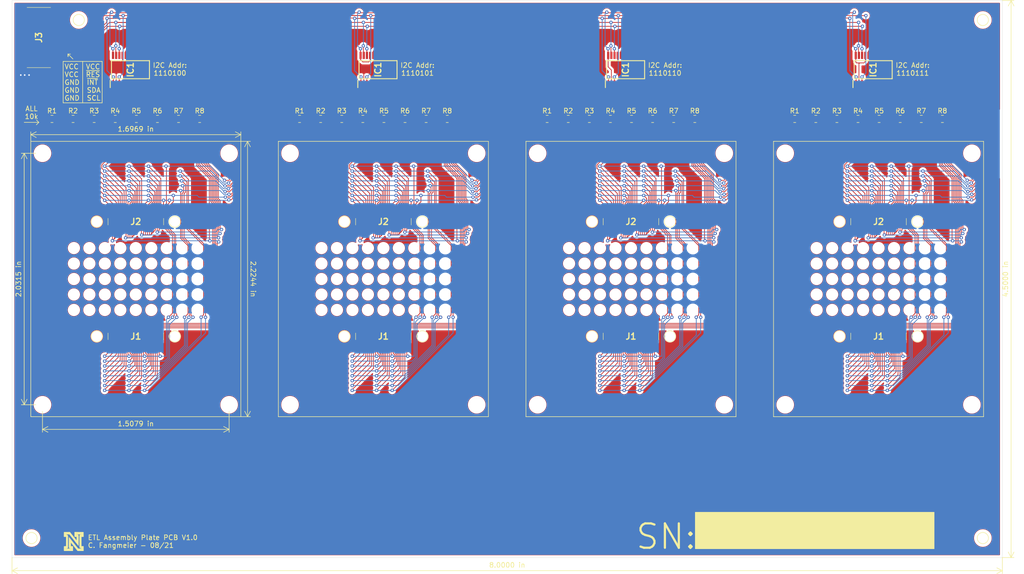
<source format=kicad_pcb>
(kicad_pcb (version 20171130) (host pcbnew "(5.1.10)-1")
  (layers (0 F.Cu signal) (31 B.Cu signal) (34 B.Paste user) (35 F.Paste user) (36 B.SilkS user) (37 F.SilkS user) (38 B.Mask user) (39 F.Mask user) (44 Edge.Cuts user))
  (net 0 "")
  (net 1 "Net-(J1-PadMP4)")
  (net 2 "Net-(J1-PadMP3)")
  (net 3 "Net-(J1-PadMP2)")
  (net 4 "Net-(J1-PadMP1)")
  (net 5 /N_A_08)
  (net 6 /N_A_07)
  (net 7 /N_A_06)
  (net 8 /N_A_05)
  (net 9 /N_A_04)
  (net 10 /N_A_03)
  (net 11 /N_A_02)
  (net 12 /N_A_01)
  (net 13 "Net-(J2-PadMP4)")
  (net 14 "Net-(J2-PadMP3)")
  (net 15 "Net-(J2-PadMP2)")
  (net 16 "Net-(J2-PadMP1)")
  (net 17 /GND)
  (net 18 /VCC)
  (net 19 /SCL)
  (net 20 /SDA)
  (net 21 /RESETB)
  (net 22 /INTB)
  (net 23 /IN_8)
  (net 24 /IN_7)
  (net 25 /IN_6)
  (net 26 /IN_5)
  (net 27 /IN_4)
  (net 28 /IN_3)
  (net 29 /IN_2)
  (net 30 /IN_1)
  (module unl_silab:1p6mmHole (layer F.Cu) (at 199.2 110.3)
    (fp_text reference REF** hide)
    (fp_text value 1p6mmHole hide)
    (pad "" np_thru_hole circle (at 0 0) (size 1.6 1.6) (drill 1.6) (layers *.Cu *.Mask))
  )
  (module unl_silab:1p6mmHole (layer F.Cu) (at 4 110.3)
    (fp_text reference REF** hide)
    (fp_text value 1p6mmHole hide)
    (pad "" np_thru_hole circle (at 0 0) (size 1.6 1.6) (drill 1.6) (layers *.Cu *.Mask))
  )
  (module unl_silab:1p6mmHole (layer F.Cu) (at 199.2 4)
    (fp_text reference REF** hide)
    (fp_text value 1p6mmHole hide)
    (pad "" np_thru_hole circle (at 0 0) (size 1.6 1.6) (drill 1.6) (layers *.Cu *.Mask))
  )
  (module unl_silab:1p6mmHole (layer F.Cu) (at 13.7 4)
    (fp_text reference REF** hide)
    (fp_text value 1p6mmHole hide)
    (pad "" np_thru_hole circle (at 0 0) (size 1.6 1.6) (drill 1.6) (layers *.Cu *.Mask))
  )
  (module unl_silab:1p6mmHole (layer F.Cu) (at 169.8 68.9155)
    (fp_text reference REF** hide)
    (fp_text value 1p6mmHole)
    (pad "" np_thru_hole circle (at 0 0) (size 1.6 1.6) (drill 1.6) (layers *.Cu *.Mask))
  )
  (module unl_silab:1p6mmHole (layer F.Cu) (at 119 68.9155)
    (fp_text reference REF** hide)
    (fp_text value 1p6mmHole)
    (pad "" np_thru_hole circle (at 0 0) (size 1.6 1.6) (drill 1.6) (layers *.Cu *.Mask))
  )
  (module unl_silab:1p6mmHole (layer F.Cu) (at 68.2 68.9155)
    (fp_text reference REF** hide)
    (fp_text value 1p6mmHole)
    (pad "" np_thru_hole circle (at 0 0) (size 1.6 1.6) (drill 1.6) (layers *.Cu *.Mask))
  )
  (module unl_silab:1p6mmHole (layer F.Cu) (at 185.8 68.9155)
    (fp_text reference REF** hide)
    (fp_text value 1p6mmHole)
    (pad "" np_thru_hole circle (at 0 0) (size 1.6 1.6) (drill 1.6) (layers *.Cu *.Mask))
  )
  (module unl_silab:1p6mmHole (layer F.Cu) (at 135 68.9155)
    (fp_text reference REF** hide)
    (fp_text value 1p6mmHole)
    (pad "" np_thru_hole circle (at 0 0) (size 1.6 1.6) (drill 1.6) (layers *.Cu *.Mask))
  )
  (module unl_silab:1p6mmHole (layer F.Cu) (at 84.2 68.9155)
    (fp_text reference REF** hide)
    (fp_text value 1p6mmHole)
    (pad "" np_thru_hole circle (at 0 0) (size 1.6 1.6) (drill 1.6) (layers *.Cu *.Mask))
  )
  (module unl_silab:1p6mmHole (layer F.Cu) (at 185.8 45.3845)
    (fp_text reference REF** hide)
    (fp_text value 1p6mmHole)
    (pad "" np_thru_hole circle (at 0 0) (size 1.6 1.6) (drill 1.6) (layers *.Cu *.Mask))
  )
  (module unl_silab:1p6mmHole (layer F.Cu) (at 135 45.3845)
    (fp_text reference REF** hide)
    (fp_text value 1p6mmHole)
    (pad "" np_thru_hole circle (at 0 0) (size 1.6 1.6) (drill 1.6) (layers *.Cu *.Mask))
  )
  (module unl_silab:1p6mmHole (layer F.Cu) (at 84.2 45.3845)
    (fp_text reference REF** hide)
    (fp_text value 1p6mmHole)
    (pad "" np_thru_hole circle (at 0 0) (size 1.6 1.6) (drill 1.6) (layers *.Cu *.Mask))
  )
  (module unl_silab:1p6mmHole (layer F.Cu) (at 169.8 45.3845)
    (fp_text reference REF** hide)
    (fp_text value 1p6mmHole)
    (pad "" np_thru_hole circle (at 0 0) (size 1.6 1.6) (drill 1.6) (layers *.Cu *.Mask))
  )
  (module unl_silab:1p6mmHole (layer F.Cu) (at 119 45.3845)
    (fp_text reference REF** hide)
    (fp_text value 1p6mmHole)
    (pad "" np_thru_hole circle (at 0 0) (size 1.6 1.6) (drill 1.6) (layers *.Cu *.Mask))
  )
  (module unl_silab:1p6mmHole (layer F.Cu) (at 68.2 45.3845)
    (fp_text reference REF** hide)
    (fp_text value 1p6mmHole)
    (pad "" np_thru_hole circle (at 0 0) (size 1.6 1.6) (drill 1.6) (layers *.Cu *.Mask))
  )
  (module unl_silab:1p6mmHole (layer F.Cu) (at 33.4 68.9155)
    (fp_text reference REF** hide)
    (fp_text value 1p6mmHole)
    (pad "" np_thru_hole circle (at 0 0) (size 1.6 1.6) (drill 1.6) (layers *.Cu *.Mask))
  )
  (module unl_silab:1p6mmHole (layer F.Cu) (at 17.4 68.9155)
    (fp_text reference REF** hide)
    (fp_text value 1p6mmHole)
    (pad "" np_thru_hole circle (at 0 0) (size 1.6 1.6) (drill 1.6) (layers *.Cu *.Mask))
  )
  (module unl_silab:1p6mmHole (layer F.Cu) (at 33.4 45.3845)
    (fp_text reference REF** hide)
    (fp_text value 1p6mmHole)
    (pad "" np_thru_hole circle (at 0 0) (size 1.6 1.6) (drill 1.6) (layers *.Cu *.Mask))
  )
  (module unl_silab:1p6mmHole (layer F.Cu) (at 17.4 45.3845)
    (fp_text reference REF** hide)
    (fp_text value 1p6mmHole)
    (pad "" np_thru_hole circle (at 0 0) (size 1.6 1.6) (drill 1.6) (layers *.Cu *.Mask))
  )
  (module MountingHole:MountingHole_2.7mm (layer F.Cu) (at 158.65 31.35)
    (fp_text reference REF** hide)
    (fp_text value MountingHole_2.7mm hide)
    (pad "" np_thru_hole circle (at 0 0) (size 2.7 2.7) (drill 2.7) (layers *.Cu *.Mask))
  )
  (module MountingHole:MountingHole_2.7mm (layer F.Cu) (at 107.85 31.35)
    (fp_text reference REF** hide)
    (fp_text value MountingHole_2.7mm hide)
    (pad "" np_thru_hole circle (at 0 0) (size 2.7 2.7) (drill 2.7) (layers *.Cu *.Mask))
  )
  (module MountingHole:MountingHole_2.7mm (layer F.Cu) (at 57.05 31.35)
    (fp_text reference REF** hide)
    (fp_text value MountingHole_2.7mm hide)
    (pad "" np_thru_hole circle (at 0 0) (size 2.7 2.7) (drill 2.7) (layers *.Cu *.Mask))
  )
  (module MountingHole:MountingHole_2.7mm (layer F.Cu) (at 196.95 82.95)
    (fp_text reference REF** hide)
    (fp_text value MountingHole_2.7mm hide)
    (pad "" np_thru_hole circle (at 0 0) (size 2.7 2.7) (drill 2.7) (layers *.Cu *.Mask))
  )
  (module MountingHole:MountingHole_2.7mm (layer F.Cu) (at 146.15 82.95)
    (fp_text reference REF** hide)
    (fp_text value MountingHole_2.7mm hide)
    (pad "" np_thru_hole circle (at 0 0) (size 2.7 2.7) (drill 2.7) (layers *.Cu *.Mask))
  )
  (module MountingHole:MountingHole_2.7mm (layer F.Cu) (at 95.35 82.95)
    (fp_text reference REF** hide)
    (fp_text value MountingHole_2.7mm hide)
    (pad "" np_thru_hole circle (at 0 0) (size 2.7 2.7) (drill 2.7) (layers *.Cu *.Mask))
  )
  (module MountingHole:MountingHole_2.7mm (layer F.Cu) (at 196.95 31.35)
    (fp_text reference REF** hide)
    (fp_text value MountingHole_2.7mm hide)
    (pad "" np_thru_hole circle (at 0 0) (size 2.7 2.7) (drill 2.7) (layers *.Cu *.Mask))
  )
  (module MountingHole:MountingHole_2.7mm (layer F.Cu) (at 146.15 31.35)
    (fp_text reference REF** hide)
    (fp_text value MountingHole_2.7mm hide)
    (pad "" np_thru_hole circle (at 0 0) (size 2.7 2.7) (drill 2.7) (layers *.Cu *.Mask))
  )
  (module MountingHole:MountingHole_2.7mm (layer F.Cu) (at 95.35 31.35)
    (fp_text reference REF** hide)
    (fp_text value MountingHole_2.7mm hide)
    (pad "" np_thru_hole circle (at 0 0) (size 2.7 2.7) (drill 2.7) (layers *.Cu *.Mask))
  )
  (module MountingHole:MountingHole_2.7mm (layer F.Cu) (at 158.65 82.95)
    (fp_text reference REF** hide)
    (fp_text value MountingHole_2.7mm hide)
    (pad "" np_thru_hole circle (at 0 0) (size 2.7 2.7) (drill 2.7) (layers *.Cu *.Mask))
  )
  (module MountingHole:MountingHole_2.7mm (layer F.Cu) (at 107.85 82.95)
    (fp_text reference REF** hide)
    (fp_text value MountingHole_2.7mm hide)
    (pad "" np_thru_hole circle (at 0 0) (size 2.7 2.7) (drill 2.7) (layers *.Cu *.Mask))
  )
  (module MountingHole:MountingHole_2.7mm (layer F.Cu) (at 57.05 82.95)
    (fp_text reference REF** hide)
    (fp_text value MountingHole_2.7mm hide)
    (pad "" np_thru_hole circle (at 0 0) (size 2.7 2.7) (drill 2.7) (layers *.Cu *.Mask))
  )
  (module MountingHole:MountingHole_2.7mm (layer F.Cu) (at 44.55 82.95)
    (fp_text reference REF** hide)
    (fp_text value MountingHole_2.7mm hide)
    (pad "" np_thru_hole circle (at 0 0) (size 2.7 2.7) (drill 2.7) (layers *.Cu *.Mask))
  )
  (module MountingHole:MountingHole_2.7mm (layer F.Cu) (at 6.25 82.95)
    (fp_text reference REF** hide)
    (fp_text value MountingHole_2.7mm hide)
    (pad "" np_thru_hole circle (at 0 0) (size 2.7 2.7) (drill 2.7) (layers *.Cu *.Mask))
  )
  (module MountingHole:MountingHole_2.7mm (layer F.Cu) (at 44.55 31.35)
    (fp_text reference REF** hide)
    (fp_text value MountingHole_2.7mm hide)
    (pad "" np_thru_hole circle (at 0 0) (size 2.7 2.7) (drill 2.7) (layers *.Cu *.Mask))
  )
  (module unl_silab:1p6mmHoleArray (layer F.Cu) (at 177.8 57.15)
    (fp_text reference REF** hide)
    (fp_text value 1p6mmHoleArray)
    (pad "" np_thru_hole circle (at -12.7 -6.35) (size 1.6 1.6) (drill 1.6) (layers *.Cu *.Mask))
    (pad "" np_thru_hole circle (at -9.525 -6.35) (size 1.6 1.6) (drill 1.6) (layers *.Cu *.Mask))
    (pad "" np_thru_hole circle (at -6.35 -6.35) (size 1.6 1.6) (drill 1.6) (layers *.Cu *.Mask))
    (pad "" np_thru_hole circle (at -3.175 -6.35) (size 1.6 1.6) (drill 1.6) (layers *.Cu *.Mask))
    (pad "" np_thru_hole circle (at 0 -6.35) (size 1.6 1.6) (drill 1.6) (layers *.Cu *.Mask))
    (pad "" np_thru_hole circle (at 3.175 -6.35) (size 1.6 1.6) (drill 1.6) (layers *.Cu *.Mask))
    (pad "" np_thru_hole circle (at 6.35 -6.35) (size 1.6 1.6) (drill 1.6) (layers *.Cu *.Mask))
    (pad "" np_thru_hole circle (at 9.525 -6.35) (size 1.6 1.6) (drill 1.6) (layers *.Cu *.Mask))
    (pad "" np_thru_hole circle (at 12.7 -6.35) (size 1.6 1.6) (drill 1.6) (layers *.Cu *.Mask))
    (pad "" np_thru_hole circle (at -12.7 -3.175) (size 1.6 1.6) (drill 1.6) (layers *.Cu *.Mask))
    (pad "" np_thru_hole circle (at -9.525 -3.175) (size 1.6 1.6) (drill 1.6) (layers *.Cu *.Mask))
    (pad "" np_thru_hole circle (at -6.35 -3.175) (size 1.6 1.6) (drill 1.6) (layers *.Cu *.Mask))
    (pad "" np_thru_hole circle (at -3.175 -3.175) (size 1.6 1.6) (drill 1.6) (layers *.Cu *.Mask))
    (pad "" np_thru_hole circle (at 0 -3.175) (size 1.6 1.6) (drill 1.6) (layers *.Cu *.Mask))
    (pad "" np_thru_hole circle (at 3.175 -3.175) (size 1.6 1.6) (drill 1.6) (layers *.Cu *.Mask))
    (pad "" np_thru_hole circle (at 6.35 -3.175) (size 1.6 1.6) (drill 1.6) (layers *.Cu *.Mask))
    (pad "" np_thru_hole circle (at 9.525 -3.175) (size 1.6 1.6) (drill 1.6) (layers *.Cu *.Mask))
    (pad "" np_thru_hole circle (at 12.7 -3.175) (size 1.6 1.6) (drill 1.6) (layers *.Cu *.Mask))
    (pad "" np_thru_hole circle (at -12.7 0) (size 1.6 1.6) (drill 1.6) (layers *.Cu *.Mask))
    (pad "" np_thru_hole circle (at -9.525 0) (size 1.6 1.6) (drill 1.6) (layers *.Cu *.Mask))
    (pad "" np_thru_hole circle (at -6.35 0) (size 1.6 1.6) (drill 1.6) (layers *.Cu *.Mask))
    (pad "" np_thru_hole circle (at -3.175 0) (size 1.6 1.6) (drill 1.6) (layers *.Cu *.Mask))
    (pad "" np_thru_hole circle (at 0 0) (size 1.6 1.6) (drill 1.6) (layers *.Cu *.Mask))
    (pad "" np_thru_hole circle (at 3.175 0) (size 1.6 1.6) (drill 1.6) (layers *.Cu *.Mask))
    (pad "" np_thru_hole circle (at 6.35 0) (size 1.6 1.6) (drill 1.6) (layers *.Cu *.Mask))
    (pad "" np_thru_hole circle (at 9.525 0) (size 1.6 1.6) (drill 1.6) (layers *.Cu *.Mask))
    (pad "" np_thru_hole circle (at 12.7 0) (size 1.6 1.6) (drill 1.6) (layers *.Cu *.Mask))
    (pad "" np_thru_hole circle (at -12.7 3.175) (size 1.6 1.6) (drill 1.6) (layers *.Cu *.Mask))
    (pad "" np_thru_hole circle (at -9.525 3.175) (size 1.6 1.6) (drill 1.6) (layers *.Cu *.Mask))
    (pad "" np_thru_hole circle (at -6.35 3.175) (size 1.6 1.6) (drill 1.6) (layers *.Cu *.Mask))
    (pad "" np_thru_hole circle (at -3.175 3.175) (size 1.6 1.6) (drill 1.6) (layers *.Cu *.Mask))
    (pad "" np_thru_hole circle (at 0 3.175) (size 1.6 1.6) (drill 1.6) (layers *.Cu *.Mask))
    (pad "" np_thru_hole circle (at 3.175 3.175) (size 1.6 1.6) (drill 1.6) (layers *.Cu *.Mask))
    (pad "" np_thru_hole circle (at 6.35 3.175) (size 1.6 1.6) (drill 1.6) (layers *.Cu *.Mask))
    (pad "" np_thru_hole circle (at 9.525 3.175) (size 1.6 1.6) (drill 1.6) (layers *.Cu *.Mask))
    (pad "" np_thru_hole circle (at 12.7 3.175) (size 1.6 1.6) (drill 1.6) (layers *.Cu *.Mask))
    (pad "" np_thru_hole circle (at -12.7 6.35) (size 1.6 1.6) (drill 1.6) (layers *.Cu *.Mask))
    (pad "" np_thru_hole circle (at -9.525 6.35) (size 1.6 1.6) (drill 1.6) (layers *.Cu *.Mask))
    (pad "" np_thru_hole circle (at -6.35 6.35) (size 1.6 1.6) (drill 1.6) (layers *.Cu *.Mask))
    (pad "" np_thru_hole circle (at -3.175 6.35) (size 1.6 1.6) (drill 1.6) (layers *.Cu *.Mask))
    (pad "" np_thru_hole circle (at 0 6.35) (size 1.6 1.6) (drill 1.6) (layers *.Cu *.Mask))
    (pad "" np_thru_hole circle (at 3.175 6.35) (size 1.6 1.6) (drill 1.6) (layers *.Cu *.Mask))
    (pad "" np_thru_hole circle (at 6.35 6.35) (size 1.6 1.6) (drill 1.6) (layers *.Cu *.Mask))
    (pad "" np_thru_hole circle (at 9.525 6.35) (size 1.6 1.6) (drill 1.6) (layers *.Cu *.Mask))
    (pad "" np_thru_hole circle (at 12.7 6.35) (size 1.6 1.6) (drill 1.6) (layers *.Cu *.Mask))
  )
  (module unl_silab:1p6mmHoleArray (layer F.Cu) (at 127 57.15)
    (fp_text reference REF** hide)
    (fp_text value 1p6mmHoleArray)
    (pad "" np_thru_hole circle (at -12.7 -6.35) (size 1.6 1.6) (drill 1.6) (layers *.Cu *.Mask))
    (pad "" np_thru_hole circle (at -9.525 -6.35) (size 1.6 1.6) (drill 1.6) (layers *.Cu *.Mask))
    (pad "" np_thru_hole circle (at -6.35 -6.35) (size 1.6 1.6) (drill 1.6) (layers *.Cu *.Mask))
    (pad "" np_thru_hole circle (at -3.175 -6.35) (size 1.6 1.6) (drill 1.6) (layers *.Cu *.Mask))
    (pad "" np_thru_hole circle (at 0 -6.35) (size 1.6 1.6) (drill 1.6) (layers *.Cu *.Mask))
    (pad "" np_thru_hole circle (at 3.175 -6.35) (size 1.6 1.6) (drill 1.6) (layers *.Cu *.Mask))
    (pad "" np_thru_hole circle (at 6.35 -6.35) (size 1.6 1.6) (drill 1.6) (layers *.Cu *.Mask))
    (pad "" np_thru_hole circle (at 9.525 -6.35) (size 1.6 1.6) (drill 1.6) (layers *.Cu *.Mask))
    (pad "" np_thru_hole circle (at 12.7 -6.35) (size 1.6 1.6) (drill 1.6) (layers *.Cu *.Mask))
    (pad "" np_thru_hole circle (at -12.7 -3.175) (size 1.6 1.6) (drill 1.6) (layers *.Cu *.Mask))
    (pad "" np_thru_hole circle (at -9.525 -3.175) (size 1.6 1.6) (drill 1.6) (layers *.Cu *.Mask))
    (pad "" np_thru_hole circle (at -6.35 -3.175) (size 1.6 1.6) (drill 1.6) (layers *.Cu *.Mask))
    (pad "" np_thru_hole circle (at -3.175 -3.175) (size 1.6 1.6) (drill 1.6) (layers *.Cu *.Mask))
    (pad "" np_thru_hole circle (at 0 -3.175) (size 1.6 1.6) (drill 1.6) (layers *.Cu *.Mask))
    (pad "" np_thru_hole circle (at 3.175 -3.175) (size 1.6 1.6) (drill 1.6) (layers *.Cu *.Mask))
    (pad "" np_thru_hole circle (at 6.35 -3.175) (size 1.6 1.6) (drill 1.6) (layers *.Cu *.Mask))
    (pad "" np_thru_hole circle (at 9.525 -3.175) (size 1.6 1.6) (drill 1.6) (layers *.Cu *.Mask))
    (pad "" np_thru_hole circle (at 12.7 -3.175) (size 1.6 1.6) (drill 1.6) (layers *.Cu *.Mask))
    (pad "" np_thru_hole circle (at -12.7 0) (size 1.6 1.6) (drill 1.6) (layers *.Cu *.Mask))
    (pad "" np_thru_hole circle (at -9.525 0) (size 1.6 1.6) (drill 1.6) (layers *.Cu *.Mask))
    (pad "" np_thru_hole circle (at -6.35 0) (size 1.6 1.6) (drill 1.6) (layers *.Cu *.Mask))
    (pad "" np_thru_hole circle (at -3.175 0) (size 1.6 1.6) (drill 1.6) (layers *.Cu *.Mask))
    (pad "" np_thru_hole circle (at 0 0) (size 1.6 1.6) (drill 1.6) (layers *.Cu *.Mask))
    (pad "" np_thru_hole circle (at 3.175 0) (size 1.6 1.6) (drill 1.6) (layers *.Cu *.Mask))
    (pad "" np_thru_hole circle (at 6.35 0) (size 1.6 1.6) (drill 1.6) (layers *.Cu *.Mask))
    (pad "" np_thru_hole circle (at 9.525 0) (size 1.6 1.6) (drill 1.6) (layers *.Cu *.Mask))
    (pad "" np_thru_hole circle (at 12.7 0) (size 1.6 1.6) (drill 1.6) (layers *.Cu *.Mask))
    (pad "" np_thru_hole circle (at -12.7 3.175) (size 1.6 1.6) (drill 1.6) (layers *.Cu *.Mask))
    (pad "" np_thru_hole circle (at -9.525 3.175) (size 1.6 1.6) (drill 1.6) (layers *.Cu *.Mask))
    (pad "" np_thru_hole circle (at -6.35 3.175) (size 1.6 1.6) (drill 1.6) (layers *.Cu *.Mask))
    (pad "" np_thru_hole circle (at -3.175 3.175) (size 1.6 1.6) (drill 1.6) (layers *.Cu *.Mask))
    (pad "" np_thru_hole circle (at 0 3.175) (size 1.6 1.6) (drill 1.6) (layers *.Cu *.Mask))
    (pad "" np_thru_hole circle (at 3.175 3.175) (size 1.6 1.6) (drill 1.6) (layers *.Cu *.Mask))
    (pad "" np_thru_hole circle (at 6.35 3.175) (size 1.6 1.6) (drill 1.6) (layers *.Cu *.Mask))
    (pad "" np_thru_hole circle (at 9.525 3.175) (size 1.6 1.6) (drill 1.6) (layers *.Cu *.Mask))
    (pad "" np_thru_hole circle (at 12.7 3.175) (size 1.6 1.6) (drill 1.6) (layers *.Cu *.Mask))
    (pad "" np_thru_hole circle (at -12.7 6.35) (size 1.6 1.6) (drill 1.6) (layers *.Cu *.Mask))
    (pad "" np_thru_hole circle (at -9.525 6.35) (size 1.6 1.6) (drill 1.6) (layers *.Cu *.Mask))
    (pad "" np_thru_hole circle (at -6.35 6.35) (size 1.6 1.6) (drill 1.6) (layers *.Cu *.Mask))
    (pad "" np_thru_hole circle (at -3.175 6.35) (size 1.6 1.6) (drill 1.6) (layers *.Cu *.Mask))
    (pad "" np_thru_hole circle (at 0 6.35) (size 1.6 1.6) (drill 1.6) (layers *.Cu *.Mask))
    (pad "" np_thru_hole circle (at 3.175 6.35) (size 1.6 1.6) (drill 1.6) (layers *.Cu *.Mask))
    (pad "" np_thru_hole circle (at 6.35 6.35) (size 1.6 1.6) (drill 1.6) (layers *.Cu *.Mask))
    (pad "" np_thru_hole circle (at 9.525 6.35) (size 1.6 1.6) (drill 1.6) (layers *.Cu *.Mask))
    (pad "" np_thru_hole circle (at 12.7 6.35) (size 1.6 1.6) (drill 1.6) (layers *.Cu *.Mask))
  )
  (module unl_silab:1p6mmHoleArray (layer F.Cu) (at 76.2 57.15)
    (fp_text reference REF** hide)
    (fp_text value 1p6mmHoleArray)
    (pad "" np_thru_hole circle (at -12.7 -6.35) (size 1.6 1.6) (drill 1.6) (layers *.Cu *.Mask))
    (pad "" np_thru_hole circle (at -9.525 -6.35) (size 1.6 1.6) (drill 1.6) (layers *.Cu *.Mask))
    (pad "" np_thru_hole circle (at -6.35 -6.35) (size 1.6 1.6) (drill 1.6) (layers *.Cu *.Mask))
    (pad "" np_thru_hole circle (at -3.175 -6.35) (size 1.6 1.6) (drill 1.6) (layers *.Cu *.Mask))
    (pad "" np_thru_hole circle (at 0 -6.35) (size 1.6 1.6) (drill 1.6) (layers *.Cu *.Mask))
    (pad "" np_thru_hole circle (at 3.175 -6.35) (size 1.6 1.6) (drill 1.6) (layers *.Cu *.Mask))
    (pad "" np_thru_hole circle (at 6.35 -6.35) (size 1.6 1.6) (drill 1.6) (layers *.Cu *.Mask))
    (pad "" np_thru_hole circle (at 9.525 -6.35) (size 1.6 1.6) (drill 1.6) (layers *.Cu *.Mask))
    (pad "" np_thru_hole circle (at 12.7 -6.35) (size 1.6 1.6) (drill 1.6) (layers *.Cu *.Mask))
    (pad "" np_thru_hole circle (at -12.7 -3.175) (size 1.6 1.6) (drill 1.6) (layers *.Cu *.Mask))
    (pad "" np_thru_hole circle (at -9.525 -3.175) (size 1.6 1.6) (drill 1.6) (layers *.Cu *.Mask))
    (pad "" np_thru_hole circle (at -6.35 -3.175) (size 1.6 1.6) (drill 1.6) (layers *.Cu *.Mask))
    (pad "" np_thru_hole circle (at -3.175 -3.175) (size 1.6 1.6) (drill 1.6) (layers *.Cu *.Mask))
    (pad "" np_thru_hole circle (at 0 -3.175) (size 1.6 1.6) (drill 1.6) (layers *.Cu *.Mask))
    (pad "" np_thru_hole circle (at 3.175 -3.175) (size 1.6 1.6) (drill 1.6) (layers *.Cu *.Mask))
    (pad "" np_thru_hole circle (at 6.35 -3.175) (size 1.6 1.6) (drill 1.6) (layers *.Cu *.Mask))
    (pad "" np_thru_hole circle (at 9.525 -3.175) (size 1.6 1.6) (drill 1.6) (layers *.Cu *.Mask))
    (pad "" np_thru_hole circle (at 12.7 -3.175) (size 1.6 1.6) (drill 1.6) (layers *.Cu *.Mask))
    (pad "" np_thru_hole circle (at -12.7 0) (size 1.6 1.6) (drill 1.6) (layers *.Cu *.Mask))
    (pad "" np_thru_hole circle (at -9.525 0) (size 1.6 1.6) (drill 1.6) (layers *.Cu *.Mask))
    (pad "" np_thru_hole circle (at -6.35 0) (size 1.6 1.6) (drill 1.6) (layers *.Cu *.Mask))
    (pad "" np_thru_hole circle (at -3.175 0) (size 1.6 1.6) (drill 1.6) (layers *.Cu *.Mask))
    (pad "" np_thru_hole circle (at 0 0) (size 1.6 1.6) (drill 1.6) (layers *.Cu *.Mask))
    (pad "" np_thru_hole circle (at 3.175 0) (size 1.6 1.6) (drill 1.6) (layers *.Cu *.Mask))
    (pad "" np_thru_hole circle (at 6.35 0) (size 1.6 1.6) (drill 1.6) (layers *.Cu *.Mask))
    (pad "" np_thru_hole circle (at 9.525 0) (size 1.6 1.6) (drill 1.6) (layers *.Cu *.Mask))
    (pad "" np_thru_hole circle (at 12.7 0) (size 1.6 1.6) (drill 1.6) (layers *.Cu *.Mask))
    (pad "" np_thru_hole circle (at -12.7 3.175) (size 1.6 1.6) (drill 1.6) (layers *.Cu *.Mask))
    (pad "" np_thru_hole circle (at -9.525 3.175) (size 1.6 1.6) (drill 1.6) (layers *.Cu *.Mask))
    (pad "" np_thru_hole circle (at -6.35 3.175) (size 1.6 1.6) (drill 1.6) (layers *.Cu *.Mask))
    (pad "" np_thru_hole circle (at -3.175 3.175) (size 1.6 1.6) (drill 1.6) (layers *.Cu *.Mask))
    (pad "" np_thru_hole circle (at 0 3.175) (size 1.6 1.6) (drill 1.6) (layers *.Cu *.Mask))
    (pad "" np_thru_hole circle (at 3.175 3.175) (size 1.6 1.6) (drill 1.6) (layers *.Cu *.Mask))
    (pad "" np_thru_hole circle (at 6.35 3.175) (size 1.6 1.6) (drill 1.6) (layers *.Cu *.Mask))
    (pad "" np_thru_hole circle (at 9.525 3.175) (size 1.6 1.6) (drill 1.6) (layers *.Cu *.Mask))
    (pad "" np_thru_hole circle (at 12.7 3.175) (size 1.6 1.6) (drill 1.6) (layers *.Cu *.Mask))
    (pad "" np_thru_hole circle (at -12.7 6.35) (size 1.6 1.6) (drill 1.6) (layers *.Cu *.Mask))
    (pad "" np_thru_hole circle (at -9.525 6.35) (size 1.6 1.6) (drill 1.6) (layers *.Cu *.Mask))
    (pad "" np_thru_hole circle (at -6.35 6.35) (size 1.6 1.6) (drill 1.6) (layers *.Cu *.Mask))
    (pad "" np_thru_hole circle (at -3.175 6.35) (size 1.6 1.6) (drill 1.6) (layers *.Cu *.Mask))
    (pad "" np_thru_hole circle (at 0 6.35) (size 1.6 1.6) (drill 1.6) (layers *.Cu *.Mask))
    (pad "" np_thru_hole circle (at 3.175 6.35) (size 1.6 1.6) (drill 1.6) (layers *.Cu *.Mask))
    (pad "" np_thru_hole circle (at 6.35 6.35) (size 1.6 1.6) (drill 1.6) (layers *.Cu *.Mask))
    (pad "" np_thru_hole circle (at 9.525 6.35) (size 1.6 1.6) (drill 1.6) (layers *.Cu *.Mask))
    (pad "" np_thru_hole circle (at 12.7 6.35) (size 1.6 1.6) (drill 1.6) (layers *.Cu *.Mask))
  )
  (module unl_silab:1p6mmHoleArray (layer F.Cu) (at 25.4 57.15)
    (fp_text reference REF** hide)
    (fp_text value 1p6mmHoleArray)
    (pad "" np_thru_hole circle (at 12.7 6.35) (size 1.6 1.6) (drill 1.6) (layers *.Cu *.Mask))
    (pad "" np_thru_hole circle (at 9.525 6.35) (size 1.6 1.6) (drill 1.6) (layers *.Cu *.Mask))
    (pad "" np_thru_hole circle (at 6.35 6.35) (size 1.6 1.6) (drill 1.6) (layers *.Cu *.Mask))
    (pad "" np_thru_hole circle (at 3.175 6.35) (size 1.6 1.6) (drill 1.6) (layers *.Cu *.Mask))
    (pad "" np_thru_hole circle (at 0 6.35) (size 1.6 1.6) (drill 1.6) (layers *.Cu *.Mask))
    (pad "" np_thru_hole circle (at -3.175 6.35) (size 1.6 1.6) (drill 1.6) (layers *.Cu *.Mask))
    (pad "" np_thru_hole circle (at -6.35 6.35) (size 1.6 1.6) (drill 1.6) (layers *.Cu *.Mask))
    (pad "" np_thru_hole circle (at -9.525 6.35) (size 1.6 1.6) (drill 1.6) (layers *.Cu *.Mask))
    (pad "" np_thru_hole circle (at -12.7 6.35) (size 1.6 1.6) (drill 1.6) (layers *.Cu *.Mask))
    (pad "" np_thru_hole circle (at 12.7 3.175) (size 1.6 1.6) (drill 1.6) (layers *.Cu *.Mask))
    (pad "" np_thru_hole circle (at 9.525 3.175) (size 1.6 1.6) (drill 1.6) (layers *.Cu *.Mask))
    (pad "" np_thru_hole circle (at 6.35 3.175) (size 1.6 1.6) (drill 1.6) (layers *.Cu *.Mask))
    (pad "" np_thru_hole circle (at 3.175 3.175) (size 1.6 1.6) (drill 1.6) (layers *.Cu *.Mask))
    (pad "" np_thru_hole circle (at 0 3.175) (size 1.6 1.6) (drill 1.6) (layers *.Cu *.Mask))
    (pad "" np_thru_hole circle (at -3.175 3.175) (size 1.6 1.6) (drill 1.6) (layers *.Cu *.Mask))
    (pad "" np_thru_hole circle (at -6.35 3.175) (size 1.6 1.6) (drill 1.6) (layers *.Cu *.Mask))
    (pad "" np_thru_hole circle (at -9.525 3.175) (size 1.6 1.6) (drill 1.6) (layers *.Cu *.Mask))
    (pad "" np_thru_hole circle (at -12.7 3.175) (size 1.6 1.6) (drill 1.6) (layers *.Cu *.Mask))
    (pad "" np_thru_hole circle (at 12.7 0) (size 1.6 1.6) (drill 1.6) (layers *.Cu *.Mask))
    (pad "" np_thru_hole circle (at 9.525 0) (size 1.6 1.6) (drill 1.6) (layers *.Cu *.Mask))
    (pad "" np_thru_hole circle (at 6.35 0) (size 1.6 1.6) (drill 1.6) (layers *.Cu *.Mask))
    (pad "" np_thru_hole circle (at 3.175 0) (size 1.6 1.6) (drill 1.6) (layers *.Cu *.Mask))
    (pad "" np_thru_hole circle (at 0 0) (size 1.6 1.6) (drill 1.6) (layers *.Cu *.Mask))
    (pad "" np_thru_hole circle (at -3.175 0) (size 1.6 1.6) (drill 1.6) (layers *.Cu *.Mask))
    (pad "" np_thru_hole circle (at -6.35 0) (size 1.6 1.6) (drill 1.6) (layers *.Cu *.Mask))
    (pad "" np_thru_hole circle (at -9.525 0) (size 1.6 1.6) (drill 1.6) (layers *.Cu *.Mask))
    (pad "" np_thru_hole circle (at -12.7 0) (size 1.6 1.6) (drill 1.6) (layers *.Cu *.Mask))
    (pad "" np_thru_hole circle (at 12.7 -3.175) (size 1.6 1.6) (drill 1.6) (layers *.Cu *.Mask))
    (pad "" np_thru_hole circle (at 9.525 -3.175) (size 1.6 1.6) (drill 1.6) (layers *.Cu *.Mask))
    (pad "" np_thru_hole circle (at 6.35 -3.175) (size 1.6 1.6) (drill 1.6) (layers *.Cu *.Mask))
    (pad "" np_thru_hole circle (at 3.175 -3.175) (size 1.6 1.6) (drill 1.6) (layers *.Cu *.Mask))
    (pad "" np_thru_hole circle (at 0 -3.175) (size 1.6 1.6) (drill 1.6) (layers *.Cu *.Mask))
    (pad "" np_thru_hole circle (at -3.175 -3.175) (size 1.6 1.6) (drill 1.6) (layers *.Cu *.Mask))
    (pad "" np_thru_hole circle (at -6.35 -3.175) (size 1.6 1.6) (drill 1.6) (layers *.Cu *.Mask))
    (pad "" np_thru_hole circle (at -9.525 -3.175) (size 1.6 1.6) (drill 1.6) (layers *.Cu *.Mask))
    (pad "" np_thru_hole circle (at -12.7 -3.175) (size 1.6 1.6) (drill 1.6) (layers *.Cu *.Mask))
    (pad "" np_thru_hole circle (at 12.7 -6.35) (size 1.6 1.6) (drill 1.6) (layers *.Cu *.Mask))
    (pad "" np_thru_hole circle (at 9.525 -6.35) (size 1.6 1.6) (drill 1.6) (layers *.Cu *.Mask))
    (pad "" np_thru_hole circle (at 6.35 -6.35) (size 1.6 1.6) (drill 1.6) (layers *.Cu *.Mask))
    (pad "" np_thru_hole circle (at 3.175 -6.35) (size 1.6 1.6) (drill 1.6) (layers *.Cu *.Mask))
    (pad "" np_thru_hole circle (at 0 -6.35) (size 1.6 1.6) (drill 1.6) (layers *.Cu *.Mask))
    (pad "" np_thru_hole circle (at -3.175 -6.35) (size 1.6 1.6) (drill 1.6) (layers *.Cu *.Mask))
    (pad "" np_thru_hole circle (at -6.35 -6.35) (size 1.6 1.6) (drill 1.6) (layers *.Cu *.Mask))
    (pad "" np_thru_hole circle (at -9.525 -6.35) (size 1.6 1.6) (drill 1.6) (layers *.Cu *.Mask))
    (pad "" np_thru_hole circle (at -12.7 -6.35) (size 1.6 1.6) (drill 1.6) (layers *.Cu *.Mask))
  )
  (module MountingHole:MountingHole_2.7mm (layer F.Cu) (at 6.25 31.35)
    (fp_text reference REF** hide)
    (fp_text value MountingHole_2.7mm hide)
    (pad "" np_thru_hole circle (at 0 0) (size 2.7 2.7) (drill 2.7) (layers *.Cu *.Mask))
  )
  (module unl_silab:NLOGO (layer F.Cu) (at 12 111)
    (fp_text reference G*** hide)
    (fp_text value LOGO hide)
  )
  (module Resistor_SMD:R_0805_2012Metric_Pad1.20x1.40mm_HandSolder (layer F.Cu) (at 173.585713 24.3)
    (fp_text reference R4 (at 0 -1.65) (layer F.SilkS))
    (fp_text value 10k)
    (pad 2 smd roundrect (at 1 0) (size 1.2 1.4) (layers F.Cu F.Paste F.Mask) (roundrect_rratio 0.208333) (net 8 /N_A_05))
    (pad 1 smd roundrect (at -1 0) (size 1.2 1.4) (layers F.Cu F.Paste F.Mask) (roundrect_rratio 0.208333) (net 17 /GND))
  )
  (module Resistor_SMD:R_0805_2012Metric_Pad1.20x1.40mm_HandSolder (layer F.Cu) (at 122.785713 24.3)
    (fp_text reference R4 (at 0 -1.65) (layer F.SilkS))
    (fp_text value 10k)
    (pad 2 smd roundrect (at 1 0) (size 1.2 1.4) (layers F.Cu F.Paste F.Mask) (roundrect_rratio 0.208333) (net 8 /N_A_05))
    (pad 1 smd roundrect (at -1 0) (size 1.2 1.4) (layers F.Cu F.Paste F.Mask) (roundrect_rratio 0.208333) (net 17 /GND))
  )
  (module Resistor_SMD:R_0805_2012Metric_Pad1.20x1.40mm_HandSolder (layer F.Cu) (at 71.985713 24.3)
    (fp_text reference R4 (at 0 -1.65) (layer F.SilkS))
    (fp_text value 10k)
    (pad 2 smd roundrect (at 1 0) (size 1.2 1.4) (layers F.Cu F.Paste F.Mask) (roundrect_rratio 0.208333) (net 8 /N_A_05))
    (pad 1 smd roundrect (at -1 0) (size 1.2 1.4) (layers F.Cu F.Paste F.Mask) (roundrect_rratio 0.208333) (net 17 /GND))
  )
  (module Resistor_SMD:R_0805_2012Metric_Pad1.20x1.40mm_HandSolder (layer F.Cu) (at 186.571426 24.3)
    (fp_text reference R7 (at 0 -1.65) (layer F.SilkS))
    (fp_text value 10k)
    (pad 2 smd roundrect (at 1 0) (size 1.2 1.4) (layers F.Cu F.Paste F.Mask) (roundrect_rratio 0.208333) (net 5 /N_A_08))
    (pad 1 smd roundrect (at -1 0) (size 1.2 1.4) (layers F.Cu F.Paste F.Mask) (roundrect_rratio 0.208333) (net 17 /GND))
  )
  (module Resistor_SMD:R_0805_2012Metric_Pad1.20x1.40mm_HandSolder (layer F.Cu) (at 135.771426 24.3)
    (fp_text reference R7 (at 0 -1.65) (layer F.SilkS))
    (fp_text value 10k)
    (pad 2 smd roundrect (at 1 0) (size 1.2 1.4) (layers F.Cu F.Paste F.Mask) (roundrect_rratio 0.208333) (net 5 /N_A_08))
    (pad 1 smd roundrect (at -1 0) (size 1.2 1.4) (layers F.Cu F.Paste F.Mask) (roundrect_rratio 0.208333) (net 17 /GND))
  )
  (module Resistor_SMD:R_0805_2012Metric_Pad1.20x1.40mm_HandSolder (layer F.Cu) (at 84.971426 24.3)
    (fp_text reference R7 (at 0 -1.65) (layer F.SilkS))
    (fp_text value 10k)
    (pad 2 smd roundrect (at 1 0) (size 1.2 1.4) (layers F.Cu F.Paste F.Mask) (roundrect_rratio 0.208333) (net 5 /N_A_08))
    (pad 1 smd roundrect (at -1 0) (size 1.2 1.4) (layers F.Cu F.Paste F.Mask) (roundrect_rratio 0.208333) (net 17 /GND))
  )
  (module Resistor_SMD:R_0805_2012Metric_Pad1.20x1.40mm_HandSolder (layer F.Cu) (at 177.914284 24.3)
    (fp_text reference R5 (at 0 -1.65) (layer F.SilkS))
    (fp_text value 10k)
    (pad 2 smd roundrect (at 1 0) (size 1.2 1.4) (layers F.Cu F.Paste F.Mask) (roundrect_rratio 0.208333) (net 7 /N_A_06))
    (pad 1 smd roundrect (at -1 0) (size 1.2 1.4) (layers F.Cu F.Paste F.Mask) (roundrect_rratio 0.208333) (net 17 /GND))
  )
  (module Resistor_SMD:R_0805_2012Metric_Pad1.20x1.40mm_HandSolder (layer F.Cu) (at 127.114284 24.3)
    (fp_text reference R5 (at 0 -1.65) (layer F.SilkS))
    (fp_text value 10k)
    (pad 2 smd roundrect (at 1 0) (size 1.2 1.4) (layers F.Cu F.Paste F.Mask) (roundrect_rratio 0.208333) (net 7 /N_A_06))
    (pad 1 smd roundrect (at -1 0) (size 1.2 1.4) (layers F.Cu F.Paste F.Mask) (roundrect_rratio 0.208333) (net 17 /GND))
  )
  (module Resistor_SMD:R_0805_2012Metric_Pad1.20x1.40mm_HandSolder (layer F.Cu) (at 76.314284 24.3)
    (fp_text reference R5 (at 0 -1.65) (layer F.SilkS))
    (fp_text value 10k)
    (pad 2 smd roundrect (at 1 0) (size 1.2 1.4) (layers F.Cu F.Paste F.Mask) (roundrect_rratio 0.208333) (net 7 /N_A_06))
    (pad 1 smd roundrect (at -1 0) (size 1.2 1.4) (layers F.Cu F.Paste F.Mask) (roundrect_rratio 0.208333) (net 17 /GND))
  )
  (module Resistor_SMD:R_0805_2012Metric_Pad1.20x1.40mm_HandSolder (layer F.Cu) (at 160.6 24.3)
    (fp_text reference R1 (at 0 -1.65) (layer F.SilkS))
    (fp_text value 10k)
    (pad 2 smd roundrect (at 1 0) (size 1.2 1.4) (layers F.Cu F.Paste F.Mask) (roundrect_rratio 0.208333) (net 11 /N_A_02))
    (pad 1 smd roundrect (at -1 0) (size 1.2 1.4) (layers F.Cu F.Paste F.Mask) (roundrect_rratio 0.208333) (net 17 /GND))
  )
  (module Resistor_SMD:R_0805_2012Metric_Pad1.20x1.40mm_HandSolder (layer F.Cu) (at 109.8 24.3)
    (fp_text reference R1 (at 0 -1.65) (layer F.SilkS))
    (fp_text value 10k)
    (pad 2 smd roundrect (at 1 0) (size 1.2 1.4) (layers F.Cu F.Paste F.Mask) (roundrect_rratio 0.208333) (net 11 /N_A_02))
    (pad 1 smd roundrect (at -1 0) (size 1.2 1.4) (layers F.Cu F.Paste F.Mask) (roundrect_rratio 0.208333) (net 17 /GND))
  )
  (module Resistor_SMD:R_0805_2012Metric_Pad1.20x1.40mm_HandSolder (layer F.Cu) (at 59 24.3)
    (fp_text reference R1 (at 0 -1.65) (layer F.SilkS))
    (fp_text value 10k)
    (pad 2 smd roundrect (at 1 0) (size 1.2 1.4) (layers F.Cu F.Paste F.Mask) (roundrect_rratio 0.208333) (net 11 /N_A_02))
    (pad 1 smd roundrect (at -1 0) (size 1.2 1.4) (layers F.Cu F.Paste F.Mask) (roundrect_rratio 0.208333) (net 17 /GND))
  )
  (module Resistor_SMD:R_0805_2012Metric_Pad1.20x1.40mm_HandSolder (layer F.Cu) (at 169.257142 24.3)
    (fp_text reference R3 (at 0 -1.65) (layer F.SilkS))
    (fp_text value 10k)
    (pad 2 smd roundrect (at 1 0) (size 1.2 1.4) (layers F.Cu F.Paste F.Mask) (roundrect_rratio 0.208333) (net 9 /N_A_04))
    (pad 1 smd roundrect (at -1 0) (size 1.2 1.4) (layers F.Cu F.Paste F.Mask) (roundrect_rratio 0.208333) (net 17 /GND))
  )
  (module Resistor_SMD:R_0805_2012Metric_Pad1.20x1.40mm_HandSolder (layer F.Cu) (at 118.457142 24.3)
    (fp_text reference R3 (at 0 -1.65) (layer F.SilkS))
    (fp_text value 10k)
    (pad 2 smd roundrect (at 1 0) (size 1.2 1.4) (layers F.Cu F.Paste F.Mask) (roundrect_rratio 0.208333) (net 9 /N_A_04))
    (pad 1 smd roundrect (at -1 0) (size 1.2 1.4) (layers F.Cu F.Paste F.Mask) (roundrect_rratio 0.208333) (net 17 /GND))
  )
  (module Resistor_SMD:R_0805_2012Metric_Pad1.20x1.40mm_HandSolder (layer F.Cu) (at 67.657142 24.3)
    (fp_text reference R3 (at 0 -1.65) (layer F.SilkS))
    (fp_text value 10k)
    (pad 2 smd roundrect (at 1 0) (size 1.2 1.4) (layers F.Cu F.Paste F.Mask) (roundrect_rratio 0.208333) (net 9 /N_A_04))
    (pad 1 smd roundrect (at -1 0) (size 1.2 1.4) (layers F.Cu F.Paste F.Mask) (roundrect_rratio 0.208333) (net 17 /GND))
  )
  (module Resistor_SMD:R_0805_2012Metric_Pad1.20x1.40mm_HandSolder (layer F.Cu) (at 182.242855 24.3)
    (fp_text reference R6 (at 0 -1.65) (layer F.SilkS))
    (fp_text value 10k)
    (pad 2 smd roundrect (at 1 0) (size 1.2 1.4) (layers F.Cu F.Paste F.Mask) (roundrect_rratio 0.208333) (net 6 /N_A_07))
    (pad 1 smd roundrect (at -1 0) (size 1.2 1.4) (layers F.Cu F.Paste F.Mask) (roundrect_rratio 0.208333) (net 17 /GND))
  )
  (module Resistor_SMD:R_0805_2012Metric_Pad1.20x1.40mm_HandSolder (layer F.Cu) (at 131.442855 24.3)
    (fp_text reference R6 (at 0 -1.65) (layer F.SilkS))
    (fp_text value 10k)
    (pad 2 smd roundrect (at 1 0) (size 1.2 1.4) (layers F.Cu F.Paste F.Mask) (roundrect_rratio 0.208333) (net 6 /N_A_07))
    (pad 1 smd roundrect (at -1 0) (size 1.2 1.4) (layers F.Cu F.Paste F.Mask) (roundrect_rratio 0.208333) (net 17 /GND))
  )
  (module Resistor_SMD:R_0805_2012Metric_Pad1.20x1.40mm_HandSolder (layer F.Cu) (at 80.642855 24.3)
    (fp_text reference R6 (at 0 -1.65) (layer F.SilkS))
    (fp_text value 10k)
    (pad 2 smd roundrect (at 1 0) (size 1.2 1.4) (layers F.Cu F.Paste F.Mask) (roundrect_rratio 0.208333) (net 6 /N_A_07))
    (pad 1 smd roundrect (at -1 0) (size 1.2 1.4) (layers F.Cu F.Paste F.Mask) (roundrect_rratio 0.208333) (net 17 /GND))
  )
  (module Resistor_SMD:R_0805_2012Metric_Pad1.20x1.40mm_HandSolder (layer F.Cu) (at 190.9 24.3)
    (fp_text reference R8 (at 0 -1.65) (layer F.SilkS))
    (fp_text value 10k)
    (pad 2 smd roundrect (at 1 0) (size 1.2 1.4) (layers F.Cu F.Paste F.Mask) (roundrect_rratio 0.208333) (net 12 /N_A_01))
    (pad 1 smd roundrect (at -1 0) (size 1.2 1.4) (layers F.Cu F.Paste F.Mask) (roundrect_rratio 0.208333) (net 17 /GND))
  )
  (module Resistor_SMD:R_0805_2012Metric_Pad1.20x1.40mm_HandSolder (layer F.Cu) (at 140.1 24.3)
    (fp_text reference R8 (at 0 -1.65) (layer F.SilkS))
    (fp_text value 10k)
    (pad 2 smd roundrect (at 1 0) (size 1.2 1.4) (layers F.Cu F.Paste F.Mask) (roundrect_rratio 0.208333) (net 12 /N_A_01))
    (pad 1 smd roundrect (at -1 0) (size 1.2 1.4) (layers F.Cu F.Paste F.Mask) (roundrect_rratio 0.208333) (net 17 /GND))
  )
  (module Resistor_SMD:R_0805_2012Metric_Pad1.20x1.40mm_HandSolder (layer F.Cu) (at 89.3 24.3)
    (fp_text reference R8 (at 0 -1.65) (layer F.SilkS))
    (fp_text value 10k)
    (pad 2 smd roundrect (at 1 0) (size 1.2 1.4) (layers F.Cu F.Paste F.Mask) (roundrect_rratio 0.208333) (net 12 /N_A_01))
    (pad 1 smd roundrect (at -1 0) (size 1.2 1.4) (layers F.Cu F.Paste F.Mask) (roundrect_rratio 0.208333) (net 17 /GND))
  )
  (module SamacSys_Parts:WP7BP050VA1R8000 (layer F.Cu) (at 177.8 45.3845)
    (fp_text reference J2 (at 0 0) (layer F.SilkS) (effects (font (size 1.27 1.27) (thickness 0.254))))
    (fp_text value WP7B-P050VA1-R8000 hide)
    (pad MP4 smd rect (at 5.2 -0.925) (size 0.22 0.55) (layers F.Cu F.Paste F.Mask) (net 13 "Net-(J2-PadMP4)"))
    (pad MP3 smd rect (at 5.2 0.925) (size 0.22 0.55) (layers F.Cu F.Paste F.Mask) (net 14 "Net-(J2-PadMP3)"))
    (pad MP2 smd rect (at -5.2 -0.925) (size 0.22 0.55) (layers F.Cu F.Paste F.Mask) (net 15 "Net-(J2-PadMP2)"))
    (pad MP1 smd rect (at -5.2 0.925) (size 0.22 0.55) (layers F.Cu F.Paste F.Mask) (net 16 "Net-(J2-PadMP1)"))
    (pad 50 smd rect (at 4.8 -0.925) (size 0.22 0.55) (layers F.Cu F.Paste F.Mask) (net 11 /N_A_02))
    (pad 49 smd rect (at 4.8 0.925) (size 0.22 0.55) (layers F.Cu F.Paste F.Mask) (net 24 /IN_7))
    (pad 48 smd rect (at 4.4 -0.925) (size 0.22 0.55) (layers F.Cu F.Paste F.Mask) (net 12 /N_A_01))
    (pad 47 smd rect (at 4.4 0.925) (size 0.22 0.55) (layers F.Cu F.Paste F.Mask) (net 24 /IN_7))
    (pad 46 smd rect (at 4 -0.925) (size 0.22 0.55) (layers F.Cu F.Paste F.Mask) (net 5 /N_A_08))
    (pad 45 smd rect (at 4 0.925) (size 0.22 0.55) (layers F.Cu F.Paste F.Mask) (net 25 /IN_6))
    (pad 44 smd rect (at 3.6 -0.925) (size 0.22 0.55) (layers F.Cu F.Paste F.Mask) (net 6 /N_A_07))
    (pad 43 smd rect (at 3.6 0.925) (size 0.22 0.55) (layers F.Cu F.Paste F.Mask) (net 25 /IN_6))
    (pad 42 smd rect (at 3.2 -0.925) (size 0.22 0.55) (layers F.Cu F.Paste F.Mask) (net 7 /N_A_06))
    (pad 41 smd rect (at 3.2 0.925) (size 0.22 0.55) (layers F.Cu F.Paste F.Mask) (net 25 /IN_6))
    (pad 40 smd rect (at 2.8 -0.925) (size 0.22 0.55) (layers F.Cu F.Paste F.Mask) (net 8 /N_A_05))
    (pad 39 smd rect (at 2.8 0.925) (size 0.22 0.55) (layers F.Cu F.Paste F.Mask) (net 25 /IN_6))
    (pad 38 smd rect (at 2.4 -0.925) (size 0.22 0.55) (layers F.Cu F.Paste F.Mask) (net 9 /N_A_04))
    (pad 37 smd rect (at 2.4 0.925) (size 0.22 0.55) (layers F.Cu F.Paste F.Mask) (net 25 /IN_6))
    (pad 36 smd rect (at 2 -0.925) (size 0.22 0.55) (layers F.Cu F.Paste F.Mask) (net 10 /N_A_03))
    (pad 35 smd rect (at 2 0.925) (size 0.22 0.55) (layers F.Cu F.Paste F.Mask) (net 25 /IN_6))
    (pad 34 smd rect (at 1.6 -0.925) (size 0.22 0.55) (layers F.Cu F.Paste F.Mask) (net 11 /N_A_02))
    (pad 33 smd rect (at 1.6 0.925) (size 0.22 0.55) (layers F.Cu F.Paste F.Mask) (net 25 /IN_6))
    (pad 32 smd rect (at 1.2 -0.925) (size 0.22 0.55) (layers F.Cu F.Paste F.Mask) (net 12 /N_A_01))
    (pad 31 smd rect (at 1.2 0.925) (size 0.22 0.55) (layers F.Cu F.Paste F.Mask) (net 25 /IN_6))
    (pad 30 smd rect (at 0.8 -0.925) (size 0.22 0.55) (layers F.Cu F.Paste F.Mask) (net 5 /N_A_08))
    (pad 29 smd rect (at 0.8 0.925) (size 0.22 0.55) (layers F.Cu F.Paste F.Mask) (net 26 /IN_5))
    (pad 28 smd rect (at 0.4 -0.925) (size 0.22 0.55) (layers F.Cu F.Paste F.Mask) (net 6 /N_A_07))
    (pad 27 smd rect (at 0.4 0.925) (size 0.22 0.55) (layers F.Cu F.Paste F.Mask) (net 26 /IN_5))
    (pad 26 smd rect (at 0 -0.925) (size 0.22 0.55) (layers F.Cu F.Paste F.Mask) (net 7 /N_A_06))
    (pad 25 smd rect (at 0 0.925) (size 0.22 0.55) (layers F.Cu F.Paste F.Mask) (net 26 /IN_5))
    (pad 24 smd rect (at -0.4 -0.925) (size 0.22 0.55) (layers F.Cu F.Paste F.Mask) (net 8 /N_A_05))
    (pad 23 smd rect (at -0.4 0.925) (size 0.22 0.55) (layers F.Cu F.Paste F.Mask) (net 26 /IN_5))
    (pad 22 smd rect (at -0.8 -0.925) (size 0.22 0.55) (layers F.Cu F.Paste F.Mask) (net 9 /N_A_04))
    (pad 21 smd rect (at -0.8 0.925) (size 0.22 0.55) (layers F.Cu F.Paste F.Mask) (net 26 /IN_5))
    (pad 20 smd rect (at -1.2 -0.925) (size 0.22 0.55) (layers F.Cu F.Paste F.Mask) (net 10 /N_A_03))
    (pad 19 smd rect (at -1.2 0.925) (size 0.22 0.55) (layers F.Cu F.Paste F.Mask) (net 26 /IN_5))
    (pad 18 smd rect (at -1.6 -0.925) (size 0.22 0.55) (layers F.Cu F.Paste F.Mask) (net 11 /N_A_02))
    (pad 17 smd rect (at -1.6 0.925) (size 0.22 0.55) (layers F.Cu F.Paste F.Mask) (net 26 /IN_5))
    (pad 16 smd rect (at -2 -0.925) (size 0.22 0.55) (layers F.Cu F.Paste F.Mask) (net 12 /N_A_01))
    (pad 15 smd rect (at -2 0.925) (size 0.22 0.55) (layers F.Cu F.Paste F.Mask) (net 26 /IN_5))
    (pad 14 smd rect (at -2.4 -0.925) (size 0.22 0.55) (layers F.Cu F.Paste F.Mask) (net 5 /N_A_08))
    (pad 13 smd rect (at -2.4 0.925) (size 0.22 0.55) (layers F.Cu F.Paste F.Mask) (net 27 /IN_4))
    (pad 12 smd rect (at -2.8 -0.925) (size 0.22 0.55) (layers F.Cu F.Paste F.Mask) (net 6 /N_A_07))
    (pad 11 smd rect (at -2.8 0.925) (size 0.22 0.55) (layers F.Cu F.Paste F.Mask) (net 27 /IN_4))
    (pad 10 smd rect (at -3.2 -0.925) (size 0.22 0.55) (layers F.Cu F.Paste F.Mask) (net 7 /N_A_06))
    (pad 9 smd rect (at -3.2 0.925) (size 0.22 0.55) (layers F.Cu F.Paste F.Mask) (net 27 /IN_4))
    (pad 8 smd rect (at -3.6 -0.925) (size 0.22 0.55) (layers F.Cu F.Paste F.Mask) (net 8 /N_A_05))
    (pad 7 smd rect (at -3.6 0.925) (size 0.22 0.55) (layers F.Cu F.Paste F.Mask) (net 27 /IN_4))
    (pad 6 smd rect (at -4 -0.925) (size 0.22 0.55) (layers F.Cu F.Paste F.Mask) (net 9 /N_A_04))
    (pad 5 smd rect (at -4 0.925) (size 0.22 0.55) (layers F.Cu F.Paste F.Mask) (net 27 /IN_4))
    (pad 4 smd rect (at -4.4 -0.925) (size 0.22 0.55) (layers F.Cu F.Paste F.Mask) (net 10 /N_A_03))
    (pad 3 smd rect (at -4.4 0.925) (size 0.22 0.55) (layers F.Cu F.Paste F.Mask) (net 27 /IN_4))
    (pad 2 smd rect (at -4.8 -0.925) (size 0.22 0.55) (layers F.Cu F.Paste F.Mask) (net 11 /N_A_02))
    (pad 1 smd rect (at -4.8 0.925) (size 0.22 0.55) (layers F.Cu F.Paste F.Mask) (net 27 /IN_4))
  )
  (module SamacSys_Parts:WP7BP050VA1R8000 (layer F.Cu) (at 127 45.3845)
    (fp_text reference J2 (at 0 0) (layer F.SilkS) (effects (font (size 1.27 1.27) (thickness 0.254))))
    (fp_text value WP7B-P050VA1-R8000 hide)
    (pad MP4 smd rect (at 5.2 -0.925) (size 0.22 0.55) (layers F.Cu F.Paste F.Mask) (net 13 "Net-(J2-PadMP4)"))
    (pad MP3 smd rect (at 5.2 0.925) (size 0.22 0.55) (layers F.Cu F.Paste F.Mask) (net 14 "Net-(J2-PadMP3)"))
    (pad MP2 smd rect (at -5.2 -0.925) (size 0.22 0.55) (layers F.Cu F.Paste F.Mask) (net 15 "Net-(J2-PadMP2)"))
    (pad MP1 smd rect (at -5.2 0.925) (size 0.22 0.55) (layers F.Cu F.Paste F.Mask) (net 16 "Net-(J2-PadMP1)"))
    (pad 50 smd rect (at 4.8 -0.925) (size 0.22 0.55) (layers F.Cu F.Paste F.Mask) (net 11 /N_A_02))
    (pad 49 smd rect (at 4.8 0.925) (size 0.22 0.55) (layers F.Cu F.Paste F.Mask) (net 24 /IN_7))
    (pad 48 smd rect (at 4.4 -0.925) (size 0.22 0.55) (layers F.Cu F.Paste F.Mask) (net 12 /N_A_01))
    (pad 47 smd rect (at 4.4 0.925) (size 0.22 0.55) (layers F.Cu F.Paste F.Mask) (net 24 /IN_7))
    (pad 46 smd rect (at 4 -0.925) (size 0.22 0.55) (layers F.Cu F.Paste F.Mask) (net 5 /N_A_08))
    (pad 45 smd rect (at 4 0.925) (size 0.22 0.55) (layers F.Cu F.Paste F.Mask) (net 25 /IN_6))
    (pad 44 smd rect (at 3.6 -0.925) (size 0.22 0.55) (layers F.Cu F.Paste F.Mask) (net 6 /N_A_07))
    (pad 43 smd rect (at 3.6 0.925) (size 0.22 0.55) (layers F.Cu F.Paste F.Mask) (net 25 /IN_6))
    (pad 42 smd rect (at 3.2 -0.925) (size 0.22 0.55) (layers F.Cu F.Paste F.Mask) (net 7 /N_A_06))
    (pad 41 smd rect (at 3.2 0.925) (size 0.22 0.55) (layers F.Cu F.Paste F.Mask) (net 25 /IN_6))
    (pad 40 smd rect (at 2.8 -0.925) (size 0.22 0.55) (layers F.Cu F.Paste F.Mask) (net 8 /N_A_05))
    (pad 39 smd rect (at 2.8 0.925) (size 0.22 0.55) (layers F.Cu F.Paste F.Mask) (net 25 /IN_6))
    (pad 38 smd rect (at 2.4 -0.925) (size 0.22 0.55) (layers F.Cu F.Paste F.Mask) (net 9 /N_A_04))
    (pad 37 smd rect (at 2.4 0.925) (size 0.22 0.55) (layers F.Cu F.Paste F.Mask) (net 25 /IN_6))
    (pad 36 smd rect (at 2 -0.925) (size 0.22 0.55) (layers F.Cu F.Paste F.Mask) (net 10 /N_A_03))
    (pad 35 smd rect (at 2 0.925) (size 0.22 0.55) (layers F.Cu F.Paste F.Mask) (net 25 /IN_6))
    (pad 34 smd rect (at 1.6 -0.925) (size 0.22 0.55) (layers F.Cu F.Paste F.Mask) (net 11 /N_A_02))
    (pad 33 smd rect (at 1.6 0.925) (size 0.22 0.55) (layers F.Cu F.Paste F.Mask) (net 25 /IN_6))
    (pad 32 smd rect (at 1.2 -0.925) (size 0.22 0.55) (layers F.Cu F.Paste F.Mask) (net 12 /N_A_01))
    (pad 31 smd rect (at 1.2 0.925) (size 0.22 0.55) (layers F.Cu F.Paste F.Mask) (net 25 /IN_6))
    (pad 30 smd rect (at 0.8 -0.925) (size 0.22 0.55) (layers F.Cu F.Paste F.Mask) (net 5 /N_A_08))
    (pad 29 smd rect (at 0.8 0.925) (size 0.22 0.55) (layers F.Cu F.Paste F.Mask) (net 26 /IN_5))
    (pad 28 smd rect (at 0.4 -0.925) (size 0.22 0.55) (layers F.Cu F.Paste F.Mask) (net 6 /N_A_07))
    (pad 27 smd rect (at 0.4 0.925) (size 0.22 0.55) (layers F.Cu F.Paste F.Mask) (net 26 /IN_5))
    (pad 26 smd rect (at 0 -0.925) (size 0.22 0.55) (layers F.Cu F.Paste F.Mask) (net 7 /N_A_06))
    (pad 25 smd rect (at 0 0.925) (size 0.22 0.55) (layers F.Cu F.Paste F.Mask) (net 26 /IN_5))
    (pad 24 smd rect (at -0.4 -0.925) (size 0.22 0.55) (layers F.Cu F.Paste F.Mask) (net 8 /N_A_05))
    (pad 23 smd rect (at -0.4 0.925) (size 0.22 0.55) (layers F.Cu F.Paste F.Mask) (net 26 /IN_5))
    (pad 22 smd rect (at -0.8 -0.925) (size 0.22 0.55) (layers F.Cu F.Paste F.Mask) (net 9 /N_A_04))
    (pad 21 smd rect (at -0.8 0.925) (size 0.22 0.55) (layers F.Cu F.Paste F.Mask) (net 26 /IN_5))
    (pad 20 smd rect (at -1.2 -0.925) (size 0.22 0.55) (layers F.Cu F.Paste F.Mask) (net 10 /N_A_03))
    (pad 19 smd rect (at -1.2 0.925) (size 0.22 0.55) (layers F.Cu F.Paste F.Mask) (net 26 /IN_5))
    (pad 18 smd rect (at -1.6 -0.925) (size 0.22 0.55) (layers F.Cu F.Paste F.Mask) (net 11 /N_A_02))
    (pad 17 smd rect (at -1.6 0.925) (size 0.22 0.55) (layers F.Cu F.Paste F.Mask) (net 26 /IN_5))
    (pad 16 smd rect (at -2 -0.925) (size 0.22 0.55) (layers F.Cu F.Paste F.Mask) (net 12 /N_A_01))
    (pad 15 smd rect (at -2 0.925) (size 0.22 0.55) (layers F.Cu F.Paste F.Mask) (net 26 /IN_5))
    (pad 14 smd rect (at -2.4 -0.925) (size 0.22 0.55) (layers F.Cu F.Paste F.Mask) (net 5 /N_A_08))
    (pad 13 smd rect (at -2.4 0.925) (size 0.22 0.55) (layers F.Cu F.Paste F.Mask) (net 27 /IN_4))
    (pad 12 smd rect (at -2.8 -0.925) (size 0.22 0.55) (layers F.Cu F.Paste F.Mask) (net 6 /N_A_07))
    (pad 11 smd rect (at -2.8 0.925) (size 0.22 0.55) (layers F.Cu F.Paste F.Mask) (net 27 /IN_4))
    (pad 10 smd rect (at -3.2 -0.925) (size 0.22 0.55) (layers F.Cu F.Paste F.Mask) (net 7 /N_A_06))
    (pad 9 smd rect (at -3.2 0.925) (size 0.22 0.55) (layers F.Cu F.Paste F.Mask) (net 27 /IN_4))
    (pad 8 smd rect (at -3.6 -0.925) (size 0.22 0.55) (layers F.Cu F.Paste F.Mask) (net 8 /N_A_05))
    (pad 7 smd rect (at -3.6 0.925) (size 0.22 0.55) (layers F.Cu F.Paste F.Mask) (net 27 /IN_4))
    (pad 6 smd rect (at -4 -0.925) (size 0.22 0.55) (layers F.Cu F.Paste F.Mask) (net 9 /N_A_04))
    (pad 5 smd rect (at -4 0.925) (size 0.22 0.55) (layers F.Cu F.Paste F.Mask) (net 27 /IN_4))
    (pad 4 smd rect (at -4.4 -0.925) (size 0.22 0.55) (layers F.Cu F.Paste F.Mask) (net 10 /N_A_03))
    (pad 3 smd rect (at -4.4 0.925) (size 0.22 0.55) (layers F.Cu F.Paste F.Mask) (net 27 /IN_4))
    (pad 2 smd rect (at -4.8 -0.925) (size 0.22 0.55) (layers F.Cu F.Paste F.Mask) (net 11 /N_A_02))
    (pad 1 smd rect (at -4.8 0.925) (size 0.22 0.55) (layers F.Cu F.Paste F.Mask) (net 27 /IN_4))
  )
  (module SamacSys_Parts:WP7BP050VA1R8000 (layer F.Cu) (at 76.2 45.3845)
    (fp_text reference J2 (at 0 0) (layer F.SilkS) (effects (font (size 1.27 1.27) (thickness 0.254))))
    (fp_text value WP7B-P050VA1-R8000 hide)
    (pad MP4 smd rect (at 5.2 -0.925) (size 0.22 0.55) (layers F.Cu F.Paste F.Mask) (net 13 "Net-(J2-PadMP4)"))
    (pad MP3 smd rect (at 5.2 0.925) (size 0.22 0.55) (layers F.Cu F.Paste F.Mask) (net 14 "Net-(J2-PadMP3)"))
    (pad MP2 smd rect (at -5.2 -0.925) (size 0.22 0.55) (layers F.Cu F.Paste F.Mask) (net 15 "Net-(J2-PadMP2)"))
    (pad MP1 smd rect (at -5.2 0.925) (size 0.22 0.55) (layers F.Cu F.Paste F.Mask) (net 16 "Net-(J2-PadMP1)"))
    (pad 50 smd rect (at 4.8 -0.925) (size 0.22 0.55) (layers F.Cu F.Paste F.Mask) (net 11 /N_A_02))
    (pad 49 smd rect (at 4.8 0.925) (size 0.22 0.55) (layers F.Cu F.Paste F.Mask) (net 24 /IN_7))
    (pad 48 smd rect (at 4.4 -0.925) (size 0.22 0.55) (layers F.Cu F.Paste F.Mask) (net 12 /N_A_01))
    (pad 47 smd rect (at 4.4 0.925) (size 0.22 0.55) (layers F.Cu F.Paste F.Mask) (net 24 /IN_7))
    (pad 46 smd rect (at 4 -0.925) (size 0.22 0.55) (layers F.Cu F.Paste F.Mask) (net 5 /N_A_08))
    (pad 45 smd rect (at 4 0.925) (size 0.22 0.55) (layers F.Cu F.Paste F.Mask) (net 25 /IN_6))
    (pad 44 smd rect (at 3.6 -0.925) (size 0.22 0.55) (layers F.Cu F.Paste F.Mask) (net 6 /N_A_07))
    (pad 43 smd rect (at 3.6 0.925) (size 0.22 0.55) (layers F.Cu F.Paste F.Mask) (net 25 /IN_6))
    (pad 42 smd rect (at 3.2 -0.925) (size 0.22 0.55) (layers F.Cu F.Paste F.Mask) (net 7 /N_A_06))
    (pad 41 smd rect (at 3.2 0.925) (size 0.22 0.55) (layers F.Cu F.Paste F.Mask) (net 25 /IN_6))
    (pad 40 smd rect (at 2.8 -0.925) (size 0.22 0.55) (layers F.Cu F.Paste F.Mask) (net 8 /N_A_05))
    (pad 39 smd rect (at 2.8 0.925) (size 0.22 0.55) (layers F.Cu F.Paste F.Mask) (net 25 /IN_6))
    (pad 38 smd rect (at 2.4 -0.925) (size 0.22 0.55) (layers F.Cu F.Paste F.Mask) (net 9 /N_A_04))
    (pad 37 smd rect (at 2.4 0.925) (size 0.22 0.55) (layers F.Cu F.Paste F.Mask) (net 25 /IN_6))
    (pad 36 smd rect (at 2 -0.925) (size 0.22 0.55) (layers F.Cu F.Paste F.Mask) (net 10 /N_A_03))
    (pad 35 smd rect (at 2 0.925) (size 0.22 0.55) (layers F.Cu F.Paste F.Mask) (net 25 /IN_6))
    (pad 34 smd rect (at 1.6 -0.925) (size 0.22 0.55) (layers F.Cu F.Paste F.Mask) (net 11 /N_A_02))
    (pad 33 smd rect (at 1.6 0.925) (size 0.22 0.55) (layers F.Cu F.Paste F.Mask) (net 25 /IN_6))
    (pad 32 smd rect (at 1.2 -0.925) (size 0.22 0.55) (layers F.Cu F.Paste F.Mask) (net 12 /N_A_01))
    (pad 31 smd rect (at 1.2 0.925) (size 0.22 0.55) (layers F.Cu F.Paste F.Mask) (net 25 /IN_6))
    (pad 30 smd rect (at 0.8 -0.925) (size 0.22 0.55) (layers F.Cu F.Paste F.Mask) (net 5 /N_A_08))
    (pad 29 smd rect (at 0.8 0.925) (size 0.22 0.55) (layers F.Cu F.Paste F.Mask) (net 26 /IN_5))
    (pad 28 smd rect (at 0.4 -0.925) (size 0.22 0.55) (layers F.Cu F.Paste F.Mask) (net 6 /N_A_07))
    (pad 27 smd rect (at 0.4 0.925) (size 0.22 0.55) (layers F.Cu F.Paste F.Mask) (net 26 /IN_5))
    (pad 26 smd rect (at 0 -0.925) (size 0.22 0.55) (layers F.Cu F.Paste F.Mask) (net 7 /N_A_06))
    (pad 25 smd rect (at 0 0.925) (size 0.22 0.55) (layers F.Cu F.Paste F.Mask) (net 26 /IN_5))
    (pad 24 smd rect (at -0.4 -0.925) (size 0.22 0.55) (layers F.Cu F.Paste F.Mask) (net 8 /N_A_05))
    (pad 23 smd rect (at -0.4 0.925) (size 0.22 0.55) (layers F.Cu F.Paste F.Mask) (net 26 /IN_5))
    (pad 22 smd rect (at -0.8 -0.925) (size 0.22 0.55) (layers F.Cu F.Paste F.Mask) (net 9 /N_A_04))
    (pad 21 smd rect (at -0.8 0.925) (size 0.22 0.55) (layers F.Cu F.Paste F.Mask) (net 26 /IN_5))
    (pad 20 smd rect (at -1.2 -0.925) (size 0.22 0.55) (layers F.Cu F.Paste F.Mask) (net 10 /N_A_03))
    (pad 19 smd rect (at -1.2 0.925) (size 0.22 0.55) (layers F.Cu F.Paste F.Mask) (net 26 /IN_5))
    (pad 18 smd rect (at -1.6 -0.925) (size 0.22 0.55) (layers F.Cu F.Paste F.Mask) (net 11 /N_A_02))
    (pad 17 smd rect (at -1.6 0.925) (size 0.22 0.55) (layers F.Cu F.Paste F.Mask) (net 26 /IN_5))
    (pad 16 smd rect (at -2 -0.925) (size 0.22 0.55) (layers F.Cu F.Paste F.Mask) (net 12 /N_A_01))
    (pad 15 smd rect (at -2 0.925) (size 0.22 0.55) (layers F.Cu F.Paste F.Mask) (net 26 /IN_5))
    (pad 14 smd rect (at -2.4 -0.925) (size 0.22 0.55) (layers F.Cu F.Paste F.Mask) (net 5 /N_A_08))
    (pad 13 smd rect (at -2.4 0.925) (size 0.22 0.55) (layers F.Cu F.Paste F.Mask) (net 27 /IN_4))
    (pad 12 smd rect (at -2.8 -0.925) (size 0.22 0.55) (layers F.Cu F.Paste F.Mask) (net 6 /N_A_07))
    (pad 11 smd rect (at -2.8 0.925) (size 0.22 0.55) (layers F.Cu F.Paste F.Mask) (net 27 /IN_4))
    (pad 10 smd rect (at -3.2 -0.925) (size 0.22 0.55) (layers F.Cu F.Paste F.Mask) (net 7 /N_A_06))
    (pad 9 smd rect (at -3.2 0.925) (size 0.22 0.55) (layers F.Cu F.Paste F.Mask) (net 27 /IN_4))
    (pad 8 smd rect (at -3.6 -0.925) (size 0.22 0.55) (layers F.Cu F.Paste F.Mask) (net 8 /N_A_05))
    (pad 7 smd rect (at -3.6 0.925) (size 0.22 0.55) (layers F.Cu F.Paste F.Mask) (net 27 /IN_4))
    (pad 6 smd rect (at -4 -0.925) (size 0.22 0.55) (layers F.Cu F.Paste F.Mask) (net 9 /N_A_04))
    (pad 5 smd rect (at -4 0.925) (size 0.22 0.55) (layers F.Cu F.Paste F.Mask) (net 27 /IN_4))
    (pad 4 smd rect (at -4.4 -0.925) (size 0.22 0.55) (layers F.Cu F.Paste F.Mask) (net 10 /N_A_03))
    (pad 3 smd rect (at -4.4 0.925) (size 0.22 0.55) (layers F.Cu F.Paste F.Mask) (net 27 /IN_4))
    (pad 2 smd rect (at -4.8 -0.925) (size 0.22 0.55) (layers F.Cu F.Paste F.Mask) (net 11 /N_A_02))
    (pad 1 smd rect (at -4.8 0.925) (size 0.22 0.55) (layers F.Cu F.Paste F.Mask) (net 27 /IN_4))
  )
  (module Resistor_SMD:R_0805_2012Metric_Pad1.20x1.40mm_HandSolder (layer F.Cu) (at 164.928571 24.3)
    (fp_text reference R2 (at 0 -1.65) (layer F.SilkS))
    (fp_text value 10k)
    (pad 2 smd roundrect (at 1 0) (size 1.2 1.4) (layers F.Cu F.Paste F.Mask) (roundrect_rratio 0.208333) (net 10 /N_A_03))
    (pad 1 smd roundrect (at -1 0) (size 1.2 1.4) (layers F.Cu F.Paste F.Mask) (roundrect_rratio 0.208333) (net 17 /GND))
  )
  (module Resistor_SMD:R_0805_2012Metric_Pad1.20x1.40mm_HandSolder (layer F.Cu) (at 114.128571 24.3)
    (fp_text reference R2 (at 0 -1.65) (layer F.SilkS))
    (fp_text value 10k)
    (pad 2 smd roundrect (at 1 0) (size 1.2 1.4) (layers F.Cu F.Paste F.Mask) (roundrect_rratio 0.208333) (net 10 /N_A_03))
    (pad 1 smd roundrect (at -1 0) (size 1.2 1.4) (layers F.Cu F.Paste F.Mask) (roundrect_rratio 0.208333) (net 17 /GND))
  )
  (module Resistor_SMD:R_0805_2012Metric_Pad1.20x1.40mm_HandSolder (layer F.Cu) (at 63.328571 24.3)
    (fp_text reference R2 (at 0 -1.65) (layer F.SilkS))
    (fp_text value 10k)
    (pad 2 smd roundrect (at 1 0) (size 1.2 1.4) (layers F.Cu F.Paste F.Mask) (roundrect_rratio 0.208333) (net 10 /N_A_03))
    (pad 1 smd roundrect (at -1 0) (size 1.2 1.4) (layers F.Cu F.Paste F.Mask) (roundrect_rratio 0.208333) (net 17 /GND))
  )
  (module SamacSys_Parts:SOP65P640X110-24N (layer F.Cu) (at 176.7 14.2 90)
    (fp_text reference IC1 (at 0 0 90) (layer F.SilkS) (effects (font (size 1.27 1.27) (thickness 0.254))))
    (fp_text value PCA9539RPW_Q900J hide)
    (pad 24 smd rect (at 2.938 -3.575 180) (size 0.45 1.475) (layers F.Cu F.Paste F.Mask) (net 18 /VCC))
    (pad 23 smd rect (at 2.938 -2.925 180) (size 0.45 1.475) (layers F.Cu F.Paste F.Mask) (net 20 /SDA))
    (pad 22 smd rect (at 2.938 -2.275 180) (size 0.45 1.475) (layers F.Cu F.Paste F.Mask) (net 19 /SCL))
    (pad 21 smd rect (at 2.938 -1.625 180) (size 0.45 1.475) (layers F.Cu F.Paste F.Mask) (net 18 /VCC))
    (pad 20 smd rect (at 2.938 -0.975 180) (size 0.45 1.475) (layers F.Cu F.Paste F.Mask) (net 11 /N_A_02))
    (pad 19 smd rect (at 2.938 -0.325 180) (size 0.45 1.475) (layers F.Cu F.Paste F.Mask) (net 10 /N_A_03))
    (pad 18 smd rect (at 2.938 0.325 180) (size 0.45 1.475) (layers F.Cu F.Paste F.Mask) (net 9 /N_A_04))
    (pad 17 smd rect (at 2.938 0.975 180) (size 0.45 1.475) (layers F.Cu F.Paste F.Mask) (net 8 /N_A_05))
    (pad 16 smd rect (at 2.938 1.625 180) (size 0.45 1.475) (layers F.Cu F.Paste F.Mask) (net 7 /N_A_06))
    (pad 15 smd rect (at 2.938 2.275 180) (size 0.45 1.475) (layers F.Cu F.Paste F.Mask) (net 6 /N_A_07))
    (pad 14 smd rect (at 2.938 2.925 180) (size 0.45 1.475) (layers F.Cu F.Paste F.Mask) (net 5 /N_A_08))
    (pad 13 smd rect (at 2.938 3.575 180) (size 0.45 1.475) (layers F.Cu F.Paste F.Mask) (net 12 /N_A_01))
    (pad 12 smd rect (at -2.938 3.575 180) (size 0.45 1.475) (layers F.Cu F.Paste F.Mask) (net 17 /GND))
    (pad 11 smd rect (at -2.938 2.925 180) (size 0.45 1.475) (layers F.Cu F.Paste F.Mask) (net 23 /IN_8))
    (pad 10 smd rect (at -2.938 2.275 180) (size 0.45 1.475) (layers F.Cu F.Paste F.Mask) (net 24 /IN_7))
    (pad 9 smd rect (at -2.938 1.625 180) (size 0.45 1.475) (layers F.Cu F.Paste F.Mask) (net 25 /IN_6))
    (pad 8 smd rect (at -2.938 0.975 180) (size 0.45 1.475) (layers F.Cu F.Paste F.Mask) (net 26 /IN_5))
    (pad 7 smd rect (at -2.938 0.325 180) (size 0.45 1.475) (layers F.Cu F.Paste F.Mask) (net 30 /IN_1))
    (pad 6 smd rect (at -2.938 -0.325 180) (size 0.45 1.475) (layers F.Cu F.Paste F.Mask) (net 29 /IN_2))
    (pad 5 smd rect (at -2.938 -0.975 180) (size 0.45 1.475) (layers F.Cu F.Paste F.Mask) (net 28 /IN_3))
    (pad 4 smd rect (at -2.938 -1.625 180) (size 0.45 1.475) (layers F.Cu F.Paste F.Mask) (net 27 /IN_4))
    (pad 3 smd rect (at -2.938 -2.275 180) (size 0.45 1.475) (layers F.Cu F.Paste F.Mask) (net 21 /RESETB))
    (pad 2 smd rect (at -2.938 -2.925 180) (size 0.45 1.475) (layers F.Cu F.Paste F.Mask) (net 18 /VCC))
    (pad 1 smd rect (at -2.938 -3.575 180) (size 0.45 1.475) (layers F.Cu F.Paste F.Mask) (net 22 /INTB))
  )
  (module SamacSys_Parts:SOP65P640X110-24N (layer F.Cu) (at 125.9 14.2 90)
    (fp_text reference IC1 (at 0 0 90) (layer F.SilkS) (effects (font (size 1.27 1.27) (thickness 0.254))))
    (fp_text value PCA9539RPW_Q900J hide)
    (pad 24 smd rect (at 2.938 -3.575 180) (size 0.45 1.475) (layers F.Cu F.Paste F.Mask) (net 18 /VCC))
    (pad 23 smd rect (at 2.938 -2.925 180) (size 0.45 1.475) (layers F.Cu F.Paste F.Mask) (net 20 /SDA))
    (pad 22 smd rect (at 2.938 -2.275 180) (size 0.45 1.475) (layers F.Cu F.Paste F.Mask) (net 19 /SCL))
    (pad 21 smd rect (at 2.938 -1.625 180) (size 0.45 1.475) (layers F.Cu F.Paste F.Mask) (net 17 /GND))
    (pad 20 smd rect (at 2.938 -0.975 180) (size 0.45 1.475) (layers F.Cu F.Paste F.Mask) (net 11 /N_A_02))
    (pad 19 smd rect (at 2.938 -0.325 180) (size 0.45 1.475) (layers F.Cu F.Paste F.Mask) (net 10 /N_A_03))
    (pad 18 smd rect (at 2.938 0.325 180) (size 0.45 1.475) (layers F.Cu F.Paste F.Mask) (net 9 /N_A_04))
    (pad 17 smd rect (at 2.938 0.975 180) (size 0.45 1.475) (layers F.Cu F.Paste F.Mask) (net 8 /N_A_05))
    (pad 16 smd rect (at 2.938 1.625 180) (size 0.45 1.475) (layers F.Cu F.Paste F.Mask) (net 7 /N_A_06))
    (pad 15 smd rect (at 2.938 2.275 180) (size 0.45 1.475) (layers F.Cu F.Paste F.Mask) (net 6 /N_A_07))
    (pad 14 smd rect (at 2.938 2.925 180) (size 0.45 1.475) (layers F.Cu F.Paste F.Mask) (net 5 /N_A_08))
    (pad 13 smd rect (at 2.938 3.575 180) (size 0.45 1.475) (layers F.Cu F.Paste F.Mask) (net 12 /N_A_01))
    (pad 12 smd rect (at -2.938 3.575 180) (size 0.45 1.475) (layers F.Cu F.Paste F.Mask) (net 17 /GND))
    (pad 11 smd rect (at -2.938 2.925 180) (size 0.45 1.475) (layers F.Cu F.Paste F.Mask) (net 23 /IN_8))
    (pad 10 smd rect (at -2.938 2.275 180) (size 0.45 1.475) (layers F.Cu F.Paste F.Mask) (net 24 /IN_7))
    (pad 9 smd rect (at -2.938 1.625 180) (size 0.45 1.475) (layers F.Cu F.Paste F.Mask) (net 25 /IN_6))
    (pad 8 smd rect (at -2.938 0.975 180) (size 0.45 1.475) (layers F.Cu F.Paste F.Mask) (net 26 /IN_5))
    (pad 7 smd rect (at -2.938 0.325 180) (size 0.45 1.475) (layers F.Cu F.Paste F.Mask) (net 30 /IN_1))
    (pad 6 smd rect (at -2.938 -0.325 180) (size 0.45 1.475) (layers F.Cu F.Paste F.Mask) (net 29 /IN_2))
    (pad 5 smd rect (at -2.938 -0.975 180) (size 0.45 1.475) (layers F.Cu F.Paste F.Mask) (net 28 /IN_3))
    (pad 4 smd rect (at -2.938 -1.625 180) (size 0.45 1.475) (layers F.Cu F.Paste F.Mask) (net 27 /IN_4))
    (pad 3 smd rect (at -2.938 -2.275 180) (size 0.45 1.475) (layers F.Cu F.Paste F.Mask) (net 21 /RESETB))
    (pad 2 smd rect (at -2.938 -2.925 180) (size 0.45 1.475) (layers F.Cu F.Paste F.Mask) (net 18 /VCC))
    (pad 1 smd rect (at -2.938 -3.575 180) (size 0.45 1.475) (layers F.Cu F.Paste F.Mask) (net 22 /INTB))
  )
  (module SamacSys_Parts:SOP65P640X110-24N (layer F.Cu) (at 75.1 14.2 90)
    (fp_text reference IC1 (at 0 0 90) (layer F.SilkS) (effects (font (size 1.27 1.27) (thickness 0.254))))
    (fp_text value PCA9539RPW_Q900J hide)
    (pad 24 smd rect (at 2.938 -3.575 180) (size 0.45 1.475) (layers F.Cu F.Paste F.Mask) (net 18 /VCC))
    (pad 23 smd rect (at 2.938 -2.925 180) (size 0.45 1.475) (layers F.Cu F.Paste F.Mask) (net 20 /SDA))
    (pad 22 smd rect (at 2.938 -2.275 180) (size 0.45 1.475) (layers F.Cu F.Paste F.Mask) (net 19 /SCL))
    (pad 21 smd rect (at 2.938 -1.625 180) (size 0.45 1.475) (layers F.Cu F.Paste F.Mask) (net 18 /VCC))
    (pad 20 smd rect (at 2.938 -0.975 180) (size 0.45 1.475) (layers F.Cu F.Paste F.Mask) (net 11 /N_A_02))
    (pad 19 smd rect (at 2.938 -0.325 180) (size 0.45 1.475) (layers F.Cu F.Paste F.Mask) (net 10 /N_A_03))
    (pad 18 smd rect (at 2.938 0.325 180) (size 0.45 1.475) (layers F.Cu F.Paste F.Mask) (net 9 /N_A_04))
    (pad 17 smd rect (at 2.938 0.975 180) (size 0.45 1.475) (layers F.Cu F.Paste F.Mask) (net 8 /N_A_05))
    (pad 16 smd rect (at 2.938 1.625 180) (size 0.45 1.475) (layers F.Cu F.Paste F.Mask) (net 7 /N_A_06))
    (pad 15 smd rect (at 2.938 2.275 180) (size 0.45 1.475) (layers F.Cu F.Paste F.Mask) (net 6 /N_A_07))
    (pad 14 smd rect (at 2.938 2.925 180) (size 0.45 1.475) (layers F.Cu F.Paste F.Mask) (net 5 /N_A_08))
    (pad 13 smd rect (at 2.938 3.575 180) (size 0.45 1.475) (layers F.Cu F.Paste F.Mask) (net 12 /N_A_01))
    (pad 12 smd rect (at -2.938 3.575 180) (size 0.45 1.475) (layers F.Cu F.Paste F.Mask) (net 17 /GND))
    (pad 11 smd rect (at -2.938 2.925 180) (size 0.45 1.475) (layers F.Cu F.Paste F.Mask) (net 23 /IN_8))
    (pad 10 smd rect (at -2.938 2.275 180) (size 0.45 1.475) (layers F.Cu F.Paste F.Mask) (net 24 /IN_7))
    (pad 9 smd rect (at -2.938 1.625 180) (size 0.45 1.475) (layers F.Cu F.Paste F.Mask) (net 25 /IN_6))
    (pad 8 smd rect (at -2.938 0.975 180) (size 0.45 1.475) (layers F.Cu F.Paste F.Mask) (net 26 /IN_5))
    (pad 7 smd rect (at -2.938 0.325 180) (size 0.45 1.475) (layers F.Cu F.Paste F.Mask) (net 30 /IN_1))
    (pad 6 smd rect (at -2.938 -0.325 180) (size 0.45 1.475) (layers F.Cu F.Paste F.Mask) (net 29 /IN_2))
    (pad 5 smd rect (at -2.938 -0.975 180) (size 0.45 1.475) (layers F.Cu F.Paste F.Mask) (net 28 /IN_3))
    (pad 4 smd rect (at -2.938 -1.625 180) (size 0.45 1.475) (layers F.Cu F.Paste F.Mask) (net 27 /IN_4))
    (pad 3 smd rect (at -2.938 -2.275 180) (size 0.45 1.475) (layers F.Cu F.Paste F.Mask) (net 21 /RESETB))
    (pad 2 smd rect (at -2.938 -2.925 180) (size 0.45 1.475) (layers F.Cu F.Paste F.Mask) (net 17 /GND))
    (pad 1 smd rect (at -2.938 -3.575 180) (size 0.45 1.475) (layers F.Cu F.Paste F.Mask) (net 22 /INTB))
  )
  (module SamacSys_Parts:WP7BP050VA1R8000 (layer F.Cu) (at 177.8 68.9155)
    (fp_text reference J1 (at 0 0) (layer F.SilkS) (effects (font (size 1.27 1.27) (thickness 0.254))))
    (fp_text value WP7B-P050VA1-R8000 hide)
    (pad MP4 smd rect (at 5.2 -0.925) (size 0.22 0.55) (layers F.Cu F.Paste F.Mask) (net 1 "Net-(J1-PadMP4)"))
    (pad MP3 smd rect (at 5.2 0.925) (size 0.22 0.55) (layers F.Cu F.Paste F.Mask) (net 2 "Net-(J1-PadMP3)"))
    (pad MP2 smd rect (at -5.2 -0.925) (size 0.22 0.55) (layers F.Cu F.Paste F.Mask) (net 3 "Net-(J1-PadMP2)"))
    (pad MP1 smd rect (at -5.2 0.925) (size 0.22 0.55) (layers F.Cu F.Paste F.Mask) (net 4 "Net-(J1-PadMP1)"))
    (pad 50 smd rect (at 4.8 -0.925) (size 0.22 0.55) (layers F.Cu F.Paste F.Mask) (net 27 /IN_4))
    (pad 49 smd rect (at 4.8 0.925) (size 0.22 0.55) (layers F.Cu F.Paste F.Mask) (net 12 /N_A_01))
    (pad 48 smd rect (at 4.4 -0.925) (size 0.22 0.55) (layers F.Cu F.Paste F.Mask) (net 30 /IN_1))
    (pad 47 smd rect (at 4.4 0.925) (size 0.22 0.55) (layers F.Cu F.Paste F.Mask) (net 5 /N_A_08))
    (pad 46 smd rect (at 4 -0.925) (size 0.22 0.55) (layers F.Cu F.Paste F.Mask) (net 30 /IN_1))
    (pad 45 smd rect (at 4 0.925) (size 0.22 0.55) (layers F.Cu F.Paste F.Mask) (net 6 /N_A_07))
    (pad 44 smd rect (at 3.6 -0.925) (size 0.22 0.55) (layers F.Cu F.Paste F.Mask) (net 30 /IN_1))
    (pad 43 smd rect (at 3.6 0.925) (size 0.22 0.55) (layers F.Cu F.Paste F.Mask) (net 7 /N_A_06))
    (pad 42 smd rect (at 3.2 -0.925) (size 0.22 0.55) (layers F.Cu F.Paste F.Mask) (net 30 /IN_1))
    (pad 41 smd rect (at 3.2 0.925) (size 0.22 0.55) (layers F.Cu F.Paste F.Mask) (net 8 /N_A_05))
    (pad 40 smd rect (at 2.8 -0.925) (size 0.22 0.55) (layers F.Cu F.Paste F.Mask) (net 30 /IN_1))
    (pad 39 smd rect (at 2.8 0.925) (size 0.22 0.55) (layers F.Cu F.Paste F.Mask) (net 9 /N_A_04))
    (pad 38 smd rect (at 2.4 -0.925) (size 0.22 0.55) (layers F.Cu F.Paste F.Mask) (net 30 /IN_1))
    (pad 37 smd rect (at 2.4 0.925) (size 0.22 0.55) (layers F.Cu F.Paste F.Mask) (net 10 /N_A_03))
    (pad 36 smd rect (at 2 -0.925) (size 0.22 0.55) (layers F.Cu F.Paste F.Mask) (net 30 /IN_1))
    (pad 35 smd rect (at 2 0.925) (size 0.22 0.55) (layers F.Cu F.Paste F.Mask) (net 11 /N_A_02))
    (pad 34 smd rect (at 1.6 -0.925) (size 0.22 0.55) (layers F.Cu F.Paste F.Mask) (net 30 /IN_1))
    (pad 33 smd rect (at 1.6 0.925) (size 0.22 0.55) (layers F.Cu F.Paste F.Mask) (net 12 /N_A_01))
    (pad 32 smd rect (at 1.2 -0.925) (size 0.22 0.55) (layers F.Cu F.Paste F.Mask) (net 29 /IN_2))
    (pad 31 smd rect (at 1.2 0.925) (size 0.22 0.55) (layers F.Cu F.Paste F.Mask) (net 5 /N_A_08))
    (pad 30 smd rect (at 0.8 -0.925) (size 0.22 0.55) (layers F.Cu F.Paste F.Mask) (net 29 /IN_2))
    (pad 29 smd rect (at 0.8 0.925) (size 0.22 0.55) (layers F.Cu F.Paste F.Mask) (net 6 /N_A_07))
    (pad 28 smd rect (at 0.4 -0.925) (size 0.22 0.55) (layers F.Cu F.Paste F.Mask) (net 29 /IN_2))
    (pad 27 smd rect (at 0.4 0.925) (size 0.22 0.55) (layers F.Cu F.Paste F.Mask) (net 7 /N_A_06))
    (pad 26 smd rect (at 0 -0.925) (size 0.22 0.55) (layers F.Cu F.Paste F.Mask) (net 29 /IN_2))
    (pad 25 smd rect (at 0 0.925) (size 0.22 0.55) (layers F.Cu F.Paste F.Mask) (net 8 /N_A_05))
    (pad 24 smd rect (at -0.4 -0.925) (size 0.22 0.55) (layers F.Cu F.Paste F.Mask) (net 29 /IN_2))
    (pad 23 smd rect (at -0.4 0.925) (size 0.22 0.55) (layers F.Cu F.Paste F.Mask) (net 9 /N_A_04))
    (pad 22 smd rect (at -0.8 -0.925) (size 0.22 0.55) (layers F.Cu F.Paste F.Mask) (net 29 /IN_2))
    (pad 21 smd rect (at -0.8 0.925) (size 0.22 0.55) (layers F.Cu F.Paste F.Mask) (net 10 /N_A_03))
    (pad 20 smd rect (at -1.2 -0.925) (size 0.22 0.55) (layers F.Cu F.Paste F.Mask) (net 29 /IN_2))
    (pad 19 smd rect (at -1.2 0.925) (size 0.22 0.55) (layers F.Cu F.Paste F.Mask) (net 11 /N_A_02))
    (pad 18 smd rect (at -1.6 -0.925) (size 0.22 0.55) (layers F.Cu F.Paste F.Mask) (net 29 /IN_2))
    (pad 17 smd rect (at -1.6 0.925) (size 0.22 0.55) (layers F.Cu F.Paste F.Mask) (net 12 /N_A_01))
    (pad 16 smd rect (at -2 -0.925) (size 0.22 0.55) (layers F.Cu F.Paste F.Mask) (net 28 /IN_3))
    (pad 15 smd rect (at -2 0.925) (size 0.22 0.55) (layers F.Cu F.Paste F.Mask) (net 5 /N_A_08))
    (pad 14 smd rect (at -2.4 -0.925) (size 0.22 0.55) (layers F.Cu F.Paste F.Mask) (net 28 /IN_3))
    (pad 13 smd rect (at -2.4 0.925) (size 0.22 0.55) (layers F.Cu F.Paste F.Mask) (net 6 /N_A_07))
    (pad 12 smd rect (at -2.8 -0.925) (size 0.22 0.55) (layers F.Cu F.Paste F.Mask) (net 28 /IN_3))
    (pad 11 smd rect (at -2.8 0.925) (size 0.22 0.55) (layers F.Cu F.Paste F.Mask) (net 7 /N_A_06))
    (pad 10 smd rect (at -3.2 -0.925) (size 0.22 0.55) (layers F.Cu F.Paste F.Mask) (net 28 /IN_3))
    (pad 9 smd rect (at -3.2 0.925) (size 0.22 0.55) (layers F.Cu F.Paste F.Mask) (net 8 /N_A_05))
    (pad 8 smd rect (at -3.6 -0.925) (size 0.22 0.55) (layers F.Cu F.Paste F.Mask) (net 28 /IN_3))
    (pad 7 smd rect (at -3.6 0.925) (size 0.22 0.55) (layers F.Cu F.Paste F.Mask) (net 9 /N_A_04))
    (pad 6 smd rect (at -4 -0.925) (size 0.22 0.55) (layers F.Cu F.Paste F.Mask) (net 28 /IN_3))
    (pad 5 smd rect (at -4 0.925) (size 0.22 0.55) (layers F.Cu F.Paste F.Mask) (net 10 /N_A_03))
    (pad 4 smd rect (at -4.4 -0.925) (size 0.22 0.55) (layers F.Cu F.Paste F.Mask) (net 28 /IN_3))
    (pad 3 smd rect (at -4.4 0.925) (size 0.22 0.55) (layers F.Cu F.Paste F.Mask) (net 11 /N_A_02))
    (pad 2 smd rect (at -4.8 -0.925) (size 0.22 0.55) (layers F.Cu F.Paste F.Mask) (net 28 /IN_3))
    (pad 1 smd rect (at -4.8 0.925) (size 0.22 0.55) (layers F.Cu F.Paste F.Mask) (net 12 /N_A_01))
  )
  (module SamacSys_Parts:WP7BP050VA1R8000 (layer F.Cu) (at 127 68.9155)
    (fp_text reference J1 (at 0 0) (layer F.SilkS) (effects (font (size 1.27 1.27) (thickness 0.254))))
    (fp_text value WP7B-P050VA1-R8000 hide)
    (pad MP4 smd rect (at 5.2 -0.925) (size 0.22 0.55) (layers F.Cu F.Paste F.Mask) (net 1 "Net-(J1-PadMP4)"))
    (pad MP3 smd rect (at 5.2 0.925) (size 0.22 0.55) (layers F.Cu F.Paste F.Mask) (net 2 "Net-(J1-PadMP3)"))
    (pad MP2 smd rect (at -5.2 -0.925) (size 0.22 0.55) (layers F.Cu F.Paste F.Mask) (net 3 "Net-(J1-PadMP2)"))
    (pad MP1 smd rect (at -5.2 0.925) (size 0.22 0.55) (layers F.Cu F.Paste F.Mask) (net 4 "Net-(J1-PadMP1)"))
    (pad 50 smd rect (at 4.8 -0.925) (size 0.22 0.55) (layers F.Cu F.Paste F.Mask) (net 27 /IN_4))
    (pad 49 smd rect (at 4.8 0.925) (size 0.22 0.55) (layers F.Cu F.Paste F.Mask) (net 12 /N_A_01))
    (pad 48 smd rect (at 4.4 -0.925) (size 0.22 0.55) (layers F.Cu F.Paste F.Mask) (net 30 /IN_1))
    (pad 47 smd rect (at 4.4 0.925) (size 0.22 0.55) (layers F.Cu F.Paste F.Mask) (net 5 /N_A_08))
    (pad 46 smd rect (at 4 -0.925) (size 0.22 0.55) (layers F.Cu F.Paste F.Mask) (net 30 /IN_1))
    (pad 45 smd rect (at 4 0.925) (size 0.22 0.55) (layers F.Cu F.Paste F.Mask) (net 6 /N_A_07))
    (pad 44 smd rect (at 3.6 -0.925) (size 0.22 0.55) (layers F.Cu F.Paste F.Mask) (net 30 /IN_1))
    (pad 43 smd rect (at 3.6 0.925) (size 0.22 0.55) (layers F.Cu F.Paste F.Mask) (net 7 /N_A_06))
    (pad 42 smd rect (at 3.2 -0.925) (size 0.22 0.55) (layers F.Cu F.Paste F.Mask) (net 30 /IN_1))
    (pad 41 smd rect (at 3.2 0.925) (size 0.22 0.55) (layers F.Cu F.Paste F.Mask) (net 8 /N_A_05))
    (pad 40 smd rect (at 2.8 -0.925) (size 0.22 0.55) (layers F.Cu F.Paste F.Mask) (net 30 /IN_1))
    (pad 39 smd rect (at 2.8 0.925) (size 0.22 0.55) (layers F.Cu F.Paste F.Mask) (net 9 /N_A_04))
    (pad 38 smd rect (at 2.4 -0.925) (size 0.22 0.55) (layers F.Cu F.Paste F.Mask) (net 30 /IN_1))
    (pad 37 smd rect (at 2.4 0.925) (size 0.22 0.55) (layers F.Cu F.Paste F.Mask) (net 10 /N_A_03))
    (pad 36 smd rect (at 2 -0.925) (size 0.22 0.55) (layers F.Cu F.Paste F.Mask) (net 30 /IN_1))
    (pad 35 smd rect (at 2 0.925) (size 0.22 0.55) (layers F.Cu F.Paste F.Mask) (net 11 /N_A_02))
    (pad 34 smd rect (at 1.6 -0.925) (size 0.22 0.55) (layers F.Cu F.Paste F.Mask) (net 30 /IN_1))
    (pad 33 smd rect (at 1.6 0.925) (size 0.22 0.55) (layers F.Cu F.Paste F.Mask) (net 12 /N_A_01))
    (pad 32 smd rect (at 1.2 -0.925) (size 0.22 0.55) (layers F.Cu F.Paste F.Mask) (net 29 /IN_2))
    (pad 31 smd rect (at 1.2 0.925) (size 0.22 0.55) (layers F.Cu F.Paste F.Mask) (net 5 /N_A_08))
    (pad 30 smd rect (at 0.8 -0.925) (size 0.22 0.55) (layers F.Cu F.Paste F.Mask) (net 29 /IN_2))
    (pad 29 smd rect (at 0.8 0.925) (size 0.22 0.55) (layers F.Cu F.Paste F.Mask) (net 6 /N_A_07))
    (pad 28 smd rect (at 0.4 -0.925) (size 0.22 0.55) (layers F.Cu F.Paste F.Mask) (net 29 /IN_2))
    (pad 27 smd rect (at 0.4 0.925) (size 0.22 0.55) (layers F.Cu F.Paste F.Mask) (net 7 /N_A_06))
    (pad 26 smd rect (at 0 -0.925) (size 0.22 0.55) (layers F.Cu F.Paste F.Mask) (net 29 /IN_2))
    (pad 25 smd rect (at 0 0.925) (size 0.22 0.55) (layers F.Cu F.Paste F.Mask) (net 8 /N_A_05))
    (pad 24 smd rect (at -0.4 -0.925) (size 0.22 0.55) (layers F.Cu F.Paste F.Mask) (net 29 /IN_2))
    (pad 23 smd rect (at -0.4 0.925) (size 0.22 0.55) (layers F.Cu F.Paste F.Mask) (net 9 /N_A_04))
    (pad 22 smd rect (at -0.8 -0.925) (size 0.22 0.55) (layers F.Cu F.Paste F.Mask) (net 29 /IN_2))
    (pad 21 smd rect (at -0.8 0.925) (size 0.22 0.55) (layers F.Cu F.Paste F.Mask) (net 10 /N_A_03))
    (pad 20 smd rect (at -1.2 -0.925) (size 0.22 0.55) (layers F.Cu F.Paste F.Mask) (net 29 /IN_2))
    (pad 19 smd rect (at -1.2 0.925) (size 0.22 0.55) (layers F.Cu F.Paste F.Mask) (net 11 /N_A_02))
    (pad 18 smd rect (at -1.6 -0.925) (size 0.22 0.55) (layers F.Cu F.Paste F.Mask) (net 29 /IN_2))
    (pad 17 smd rect (at -1.6 0.925) (size 0.22 0.55) (layers F.Cu F.Paste F.Mask) (net 12 /N_A_01))
    (pad 16 smd rect (at -2 -0.925) (size 0.22 0.55) (layers F.Cu F.Paste F.Mask) (net 28 /IN_3))
    (pad 15 smd rect (at -2 0.925) (size 0.22 0.55) (layers F.Cu F.Paste F.Mask) (net 5 /N_A_08))
    (pad 14 smd rect (at -2.4 -0.925) (size 0.22 0.55) (layers F.Cu F.Paste F.Mask) (net 28 /IN_3))
    (pad 13 smd rect (at -2.4 0.925) (size 0.22 0.55) (layers F.Cu F.Paste F.Mask) (net 6 /N_A_07))
    (pad 12 smd rect (at -2.8 -0.925) (size 0.22 0.55) (layers F.Cu F.Paste F.Mask) (net 28 /IN_3))
    (pad 11 smd rect (at -2.8 0.925) (size 0.22 0.55) (layers F.Cu F.Paste F.Mask) (net 7 /N_A_06))
    (pad 10 smd rect (at -3.2 -0.925) (size 0.22 0.55) (layers F.Cu F.Paste F.Mask) (net 28 /IN_3))
    (pad 9 smd rect (at -3.2 0.925) (size 0.22 0.55) (layers F.Cu F.Paste F.Mask) (net 8 /N_A_05))
    (pad 8 smd rect (at -3.6 -0.925) (size 0.22 0.55) (layers F.Cu F.Paste F.Mask) (net 28 /IN_3))
    (pad 7 smd rect (at -3.6 0.925) (size 0.22 0.55) (layers F.Cu F.Paste F.Mask) (net 9 /N_A_04))
    (pad 6 smd rect (at -4 -0.925) (size 0.22 0.55) (layers F.Cu F.Paste F.Mask) (net 28 /IN_3))
    (pad 5 smd rect (at -4 0.925) (size 0.22 0.55) (layers F.Cu F.Paste F.Mask) (net 10 /N_A_03))
    (pad 4 smd rect (at -4.4 -0.925) (size 0.22 0.55) (layers F.Cu F.Paste F.Mask) (net 28 /IN_3))
    (pad 3 smd rect (at -4.4 0.925) (size 0.22 0.55) (layers F.Cu F.Paste F.Mask) (net 11 /N_A_02))
    (pad 2 smd rect (at -4.8 -0.925) (size 0.22 0.55) (layers F.Cu F.Paste F.Mask) (net 28 /IN_3))
    (pad 1 smd rect (at -4.8 0.925) (size 0.22 0.55) (layers F.Cu F.Paste F.Mask) (net 12 /N_A_01))
  )
  (module SamacSys_Parts:WP7BP050VA1R8000 (layer F.Cu) (at 76.2 68.9155)
    (fp_text reference J1 (at 0 0) (layer F.SilkS) (effects (font (size 1.27 1.27) (thickness 0.254))))
    (fp_text value WP7B-P050VA1-R8000 hide)
    (pad MP4 smd rect (at 5.2 -0.925) (size 0.22 0.55) (layers F.Cu F.Paste F.Mask) (net 1 "Net-(J1-PadMP4)"))
    (pad MP3 smd rect (at 5.2 0.925) (size 0.22 0.55) (layers F.Cu F.Paste F.Mask) (net 2 "Net-(J1-PadMP3)"))
    (pad MP2 smd rect (at -5.2 -0.925) (size 0.22 0.55) (layers F.Cu F.Paste F.Mask) (net 3 "Net-(J1-PadMP2)"))
    (pad MP1 smd rect (at -5.2 0.925) (size 0.22 0.55) (layers F.Cu F.Paste F.Mask) (net 4 "Net-(J1-PadMP1)"))
    (pad 50 smd rect (at 4.8 -0.925) (size 0.22 0.55) (layers F.Cu F.Paste F.Mask) (net 27 /IN_4))
    (pad 49 smd rect (at 4.8 0.925) (size 0.22 0.55) (layers F.Cu F.Paste F.Mask) (net 12 /N_A_01))
    (pad 48 smd rect (at 4.4 -0.925) (size 0.22 0.55) (layers F.Cu F.Paste F.Mask) (net 30 /IN_1))
    (pad 47 smd rect (at 4.4 0.925) (size 0.22 0.55) (layers F.Cu F.Paste F.Mask) (net 5 /N_A_08))
    (pad 46 smd rect (at 4 -0.925) (size 0.22 0.55) (layers F.Cu F.Paste F.Mask) (net 30 /IN_1))
    (pad 45 smd rect (at 4 0.925) (size 0.22 0.55) (layers F.Cu F.Paste F.Mask) (net 6 /N_A_07))
    (pad 44 smd rect (at 3.6 -0.925) (size 0.22 0.55) (layers F.Cu F.Paste F.Mask) (net 30 /IN_1))
    (pad 43 smd rect (at 3.6 0.925) (size 0.22 0.55) (layers F.Cu F.Paste F.Mask) (net 7 /N_A_06))
    (pad 42 smd rect (at 3.2 -0.925) (size 0.22 0.55) (layers F.Cu F.Paste F.Mask) (net 30 /IN_1))
    (pad 41 smd rect (at 3.2 0.925) (size 0.22 0.55) (layers F.Cu F.Paste F.Mask) (net 8 /N_A_05))
    (pad 40 smd rect (at 2.8 -0.925) (size 0.22 0.55) (layers F.Cu F.Paste F.Mask) (net 30 /IN_1))
    (pad 39 smd rect (at 2.8 0.925) (size 0.22 0.55) (layers F.Cu F.Paste F.Mask) (net 9 /N_A_04))
    (pad 38 smd rect (at 2.4 -0.925) (size 0.22 0.55) (layers F.Cu F.Paste F.Mask) (net 30 /IN_1))
    (pad 37 smd rect (at 2.4 0.925) (size 0.22 0.55) (layers F.Cu F.Paste F.Mask) (net 10 /N_A_03))
    (pad 36 smd rect (at 2 -0.925) (size 0.22 0.55) (layers F.Cu F.Paste F.Mask) (net 30 /IN_1))
    (pad 35 smd rect (at 2 0.925) (size 0.22 0.55) (layers F.Cu F.Paste F.Mask) (net 11 /N_A_02))
    (pad 34 smd rect (at 1.6 -0.925) (size 0.22 0.55) (layers F.Cu F.Paste F.Mask) (net 30 /IN_1))
    (pad 33 smd rect (at 1.6 0.925) (size 0.22 0.55) (layers F.Cu F.Paste F.Mask) (net 12 /N_A_01))
    (pad 32 smd rect (at 1.2 -0.925) (size 0.22 0.55) (layers F.Cu F.Paste F.Mask) (net 29 /IN_2))
    (pad 31 smd rect (at 1.2 0.925) (size 0.22 0.55) (layers F.Cu F.Paste F.Mask) (net 5 /N_A_08))
    (pad 30 smd rect (at 0.8 -0.925) (size 0.22 0.55) (layers F.Cu F.Paste F.Mask) (net 29 /IN_2))
    (pad 29 smd rect (at 0.8 0.925) (size 0.22 0.55) (layers F.Cu F.Paste F.Mask) (net 6 /N_A_07))
    (pad 28 smd rect (at 0.4 -0.925) (size 0.22 0.55) (layers F.Cu F.Paste F.Mask) (net 29 /IN_2))
    (pad 27 smd rect (at 0.4 0.925) (size 0.22 0.55) (layers F.Cu F.Paste F.Mask) (net 7 /N_A_06))
    (pad 26 smd rect (at 0 -0.925) (size 0.22 0.55) (layers F.Cu F.Paste F.Mask) (net 29 /IN_2))
    (pad 25 smd rect (at 0 0.925) (size 0.22 0.55) (layers F.Cu F.Paste F.Mask) (net 8 /N_A_05))
    (pad 24 smd rect (at -0.4 -0.925) (size 0.22 0.55) (layers F.Cu F.Paste F.Mask) (net 29 /IN_2))
    (pad 23 smd rect (at -0.4 0.925) (size 0.22 0.55) (layers F.Cu F.Paste F.Mask) (net 9 /N_A_04))
    (pad 22 smd rect (at -0.8 -0.925) (size 0.22 0.55) (layers F.Cu F.Paste F.Mask) (net 29 /IN_2))
    (pad 21 smd rect (at -0.8 0.925) (size 0.22 0.55) (layers F.Cu F.Paste F.Mask) (net 10 /N_A_03))
    (pad 20 smd rect (at -1.2 -0.925) (size 0.22 0.55) (layers F.Cu F.Paste F.Mask) (net 29 /IN_2))
    (pad 19 smd rect (at -1.2 0.925) (size 0.22 0.55) (layers F.Cu F.Paste F.Mask) (net 11 /N_A_02))
    (pad 18 smd rect (at -1.6 -0.925) (size 0.22 0.55) (layers F.Cu F.Paste F.Mask) (net 29 /IN_2))
    (pad 17 smd rect (at -1.6 0.925) (size 0.22 0.55) (layers F.Cu F.Paste F.Mask) (net 12 /N_A_01))
    (pad 16 smd rect (at -2 -0.925) (size 0.22 0.55) (layers F.Cu F.Paste F.Mask) (net 28 /IN_3))
    (pad 15 smd rect (at -2 0.925) (size 0.22 0.55) (layers F.Cu F.Paste F.Mask) (net 5 /N_A_08))
    (pad 14 smd rect (at -2.4 -0.925) (size 0.22 0.55) (layers F.Cu F.Paste F.Mask) (net 28 /IN_3))
    (pad 13 smd rect (at -2.4 0.925) (size 0.22 0.55) (layers F.Cu F.Paste F.Mask) (net 6 /N_A_07))
    (pad 12 smd rect (at -2.8 -0.925) (size 0.22 0.55) (layers F.Cu F.Paste F.Mask) (net 28 /IN_3))
    (pad 11 smd rect (at -2.8 0.925) (size 0.22 0.55) (layers F.Cu F.Paste F.Mask) (net 7 /N_A_06))
    (pad 10 smd rect (at -3.2 -0.925) (size 0.22 0.55) (layers F.Cu F.Paste F.Mask) (net 28 /IN_3))
    (pad 9 smd rect (at -3.2 0.925) (size 0.22 0.55) (layers F.Cu F.Paste F.Mask) (net 8 /N_A_05))
    (pad 8 smd rect (at -3.6 -0.925) (size 0.22 0.55) (layers F.Cu F.Paste F.Mask) (net 28 /IN_3))
    (pad 7 smd rect (at -3.6 0.925) (size 0.22 0.55) (layers F.Cu F.Paste F.Mask) (net 9 /N_A_04))
    (pad 6 smd rect (at -4 -0.925) (size 0.22 0.55) (layers F.Cu F.Paste F.Mask) (net 28 /IN_3))
    (pad 5 smd rect (at -4 0.925) (size 0.22 0.55) (layers F.Cu F.Paste F.Mask) (net 10 /N_A_03))
    (pad 4 smd rect (at -4.4 -0.925) (size 0.22 0.55) (layers F.Cu F.Paste F.Mask) (net 28 /IN_3))
    (pad 3 smd rect (at -4.4 0.925) (size 0.22 0.55) (layers F.Cu F.Paste F.Mask) (net 11 /N_A_02))
    (pad 2 smd rect (at -4.8 -0.925) (size 0.22 0.55) (layers F.Cu F.Paste F.Mask) (net 28 /IN_3))
    (pad 1 smd rect (at -4.8 0.925) (size 0.22 0.55) (layers F.Cu F.Paste F.Mask) (net 12 /N_A_01))
  )
  (module SamacSys_Parts:95278501A10LF (layer F.Cu) (at 5.5 7.6 270)
    (fp_text reference J3 (at 0 0 90) (layer F.SilkS) (effects (font (size 1.27 1.27) (thickness 0.254))))
    (fp_text value 95278-501A10LF hide)
    (pad 10 smd rect (at 5.08 -2.73 270) (size 1.27 2.54) (layers F.Cu F.Paste F.Mask) (net 19 /SCL))
    (pad 9 smd rect (at 5.08 2.73 270) (size 1.27 2.54) (layers F.Cu F.Paste F.Mask) (net 17 /GND))
    (pad 8 smd rect (at 2.54 -2.73 270) (size 1.27 2.54) (layers F.Cu F.Paste F.Mask) (net 20 /SDA))
    (pad 7 smd rect (at 2.54 2.73 270) (size 1.27 2.54) (layers F.Cu F.Paste F.Mask) (net 17 /GND))
    (pad 6 smd rect (at 0 -2.73 270) (size 1.27 2.54) (layers F.Cu F.Paste F.Mask) (net 22 /INTB))
    (pad 5 smd rect (at 0 2.73 270) (size 1.27 2.54) (layers F.Cu F.Paste F.Mask) (net 17 /GND))
    (pad 4 smd rect (at -2.54 -2.73 270) (size 1.27 2.54) (layers F.Cu F.Paste F.Mask) (net 21 /RESETB))
    (pad 3 smd rect (at -2.54 2.73 270) (size 1.27 2.54) (layers F.Cu F.Paste F.Mask) (net 18 /VCC))
    (pad 2 smd rect (at -5.08 -2.73 270) (size 1.27 2.54) (layers F.Cu F.Paste F.Mask) (net 18 /VCC))
    (pad 1 smd rect (at -5.08 2.73 270) (size 1.27 2.54) (layers F.Cu F.Paste F.Mask) (net 18 /VCC))
  )
  (module SamacSys_Parts:WP7BP050VA1R8000 (layer F.Cu) (at 25.4 45.3845)
    (fp_text reference J2 (at 0 0) (layer F.SilkS) (effects (font (size 1.27 1.27) (thickness 0.254))))
    (fp_text value WP7B-P050VA1-R8000 hide)
    (pad 1 smd rect (at -4.8 0.925) (size 0.22 0.55) (layers F.Cu F.Paste F.Mask) (net 27 /IN_4))
    (pad 2 smd rect (at -4.8 -0.925) (size 0.22 0.55) (layers F.Cu F.Paste F.Mask) (net 11 /N_A_02))
    (pad 3 smd rect (at -4.4 0.925) (size 0.22 0.55) (layers F.Cu F.Paste F.Mask) (net 27 /IN_4))
    (pad 4 smd rect (at -4.4 -0.925) (size 0.22 0.55) (layers F.Cu F.Paste F.Mask) (net 10 /N_A_03))
    (pad 5 smd rect (at -4 0.925) (size 0.22 0.55) (layers F.Cu F.Paste F.Mask) (net 27 /IN_4))
    (pad 6 smd rect (at -4 -0.925) (size 0.22 0.55) (layers F.Cu F.Paste F.Mask) (net 9 /N_A_04))
    (pad 7 smd rect (at -3.6 0.925) (size 0.22 0.55) (layers F.Cu F.Paste F.Mask) (net 27 /IN_4))
    (pad 8 smd rect (at -3.6 -0.925) (size 0.22 0.55) (layers F.Cu F.Paste F.Mask) (net 8 /N_A_05))
    (pad 9 smd rect (at -3.2 0.925) (size 0.22 0.55) (layers F.Cu F.Paste F.Mask) (net 27 /IN_4))
    (pad 10 smd rect (at -3.2 -0.925) (size 0.22 0.55) (layers F.Cu F.Paste F.Mask) (net 7 /N_A_06))
    (pad 11 smd rect (at -2.8 0.925) (size 0.22 0.55) (layers F.Cu F.Paste F.Mask) (net 27 /IN_4))
    (pad 12 smd rect (at -2.8 -0.925) (size 0.22 0.55) (layers F.Cu F.Paste F.Mask) (net 6 /N_A_07))
    (pad 13 smd rect (at -2.4 0.925) (size 0.22 0.55) (layers F.Cu F.Paste F.Mask) (net 27 /IN_4))
    (pad 14 smd rect (at -2.4 -0.925) (size 0.22 0.55) (layers F.Cu F.Paste F.Mask) (net 5 /N_A_08))
    (pad 15 smd rect (at -2 0.925) (size 0.22 0.55) (layers F.Cu F.Paste F.Mask) (net 26 /IN_5))
    (pad 16 smd rect (at -2 -0.925) (size 0.22 0.55) (layers F.Cu F.Paste F.Mask) (net 12 /N_A_01))
    (pad 17 smd rect (at -1.6 0.925) (size 0.22 0.55) (layers F.Cu F.Paste F.Mask) (net 26 /IN_5))
    (pad 18 smd rect (at -1.6 -0.925) (size 0.22 0.55) (layers F.Cu F.Paste F.Mask) (net 11 /N_A_02))
    (pad 19 smd rect (at -1.2 0.925) (size 0.22 0.55) (layers F.Cu F.Paste F.Mask) (net 26 /IN_5))
    (pad 20 smd rect (at -1.2 -0.925) (size 0.22 0.55) (layers F.Cu F.Paste F.Mask) (net 10 /N_A_03))
    (pad 21 smd rect (at -0.8 0.925) (size 0.22 0.55) (layers F.Cu F.Paste F.Mask) (net 26 /IN_5))
    (pad 22 smd rect (at -0.8 -0.925) (size 0.22 0.55) (layers F.Cu F.Paste F.Mask) (net 9 /N_A_04))
    (pad 23 smd rect (at -0.4 0.925) (size 0.22 0.55) (layers F.Cu F.Paste F.Mask) (net 26 /IN_5))
    (pad 24 smd rect (at -0.4 -0.925) (size 0.22 0.55) (layers F.Cu F.Paste F.Mask) (net 8 /N_A_05))
    (pad 25 smd rect (at 0 0.925) (size 0.22 0.55) (layers F.Cu F.Paste F.Mask) (net 26 /IN_5))
    (pad 26 smd rect (at 0 -0.925) (size 0.22 0.55) (layers F.Cu F.Paste F.Mask) (net 7 /N_A_06))
    (pad 27 smd rect (at 0.4 0.925) (size 0.22 0.55) (layers F.Cu F.Paste F.Mask) (net 26 /IN_5))
    (pad 28 smd rect (at 0.4 -0.925) (size 0.22 0.55) (layers F.Cu F.Paste F.Mask) (net 6 /N_A_07))
    (pad 29 smd rect (at 0.8 0.925) (size 0.22 0.55) (layers F.Cu F.Paste F.Mask) (net 26 /IN_5))
    (pad 30 smd rect (at 0.8 -0.925) (size 0.22 0.55) (layers F.Cu F.Paste F.Mask) (net 5 /N_A_08))
    (pad 31 smd rect (at 1.2 0.925) (size 0.22 0.55) (layers F.Cu F.Paste F.Mask) (net 25 /IN_6))
    (pad 32 smd rect (at 1.2 -0.925) (size 0.22 0.55) (layers F.Cu F.Paste F.Mask) (net 12 /N_A_01))
    (pad 33 smd rect (at 1.6 0.925) (size 0.22 0.55) (layers F.Cu F.Paste F.Mask) (net 25 /IN_6))
    (pad 34 smd rect (at 1.6 -0.925) (size 0.22 0.55) (layers F.Cu F.Paste F.Mask) (net 11 /N_A_02))
    (pad 35 smd rect (at 2 0.925) (size 0.22 0.55) (layers F.Cu F.Paste F.Mask) (net 25 /IN_6))
    (pad 36 smd rect (at 2 -0.925) (size 0.22 0.55) (layers F.Cu F.Paste F.Mask) (net 10 /N_A_03))
    (pad 37 smd rect (at 2.4 0.925) (size 0.22 0.55) (layers F.Cu F.Paste F.Mask) (net 25 /IN_6))
    (pad 38 smd rect (at 2.4 -0.925) (size 0.22 0.55) (layers F.Cu F.Paste F.Mask) (net 9 /N_A_04))
    (pad 39 smd rect (at 2.8 0.925) (size 0.22 0.55) (layers F.Cu F.Paste F.Mask) (net 25 /IN_6))
    (pad 40 smd rect (at 2.8 -0.925) (size 0.22 0.55) (layers F.Cu F.Paste F.Mask) (net 8 /N_A_05))
    (pad 41 smd rect (at 3.2 0.925) (size 0.22 0.55) (layers F.Cu F.Paste F.Mask) (net 25 /IN_6))
    (pad 42 smd rect (at 3.2 -0.925) (size 0.22 0.55) (layers F.Cu F.Paste F.Mask) (net 7 /N_A_06))
    (pad 43 smd rect (at 3.6 0.925) (size 0.22 0.55) (layers F.Cu F.Paste F.Mask) (net 25 /IN_6))
    (pad 44 smd rect (at 3.6 -0.925) (size 0.22 0.55) (layers F.Cu F.Paste F.Mask) (net 6 /N_A_07))
    (pad 45 smd rect (at 4 0.925) (size 0.22 0.55) (layers F.Cu F.Paste F.Mask) (net 25 /IN_6))
    (pad 46 smd rect (at 4 -0.925) (size 0.22 0.55) (layers F.Cu F.Paste F.Mask) (net 5 /N_A_08))
    (pad 47 smd rect (at 4.4 0.925) (size 0.22 0.55) (layers F.Cu F.Paste F.Mask) (net 24 /IN_7))
    (pad 48 smd rect (at 4.4 -0.925) (size 0.22 0.55) (layers F.Cu F.Paste F.Mask) (net 12 /N_A_01))
    (pad 49 smd rect (at 4.8 0.925) (size 0.22 0.55) (layers F.Cu F.Paste F.Mask) (net 24 /IN_7))
    (pad 50 smd rect (at 4.8 -0.925) (size 0.22 0.55) (layers F.Cu F.Paste F.Mask) (net 11 /N_A_02))
    (pad MP1 smd rect (at -5.2 0.925) (size 0.22 0.55) (layers F.Cu F.Paste F.Mask) (net 16 "Net-(J2-PadMP1)"))
    (pad MP2 smd rect (at -5.2 -0.925) (size 0.22 0.55) (layers F.Cu F.Paste F.Mask) (net 15 "Net-(J2-PadMP2)"))
    (pad MP3 smd rect (at 5.2 0.925) (size 0.22 0.55) (layers F.Cu F.Paste F.Mask) (net 14 "Net-(J2-PadMP3)"))
    (pad MP4 smd rect (at 5.2 -0.925) (size 0.22 0.55) (layers F.Cu F.Paste F.Mask) (net 13 "Net-(J2-PadMP4)"))
  )
  (module SamacSys_Parts:WP7BP050VA1R8000 (layer F.Cu) (at 25.4 68.9155)
    (fp_text reference J1 (at 0 0) (layer F.SilkS) (effects (font (size 1.27 1.27) (thickness 0.254))))
    (fp_text value WP7B-P050VA1-R8000 hide)
    (pad 1 smd rect (at -4.8 0.925) (size 0.22 0.55) (layers F.Cu F.Paste F.Mask) (net 12 /N_A_01))
    (pad 2 smd rect (at -4.8 -0.925) (size 0.22 0.55) (layers F.Cu F.Paste F.Mask) (net 28 /IN_3))
    (pad 3 smd rect (at -4.4 0.925) (size 0.22 0.55) (layers F.Cu F.Paste F.Mask) (net 11 /N_A_02))
    (pad 4 smd rect (at -4.4 -0.925) (size 0.22 0.55) (layers F.Cu F.Paste F.Mask) (net 28 /IN_3))
    (pad 5 smd rect (at -4 0.925) (size 0.22 0.55) (layers F.Cu F.Paste F.Mask) (net 10 /N_A_03))
    (pad 6 smd rect (at -4 -0.925) (size 0.22 0.55) (layers F.Cu F.Paste F.Mask) (net 28 /IN_3))
    (pad 7 smd rect (at -3.6 0.925) (size 0.22 0.55) (layers F.Cu F.Paste F.Mask) (net 9 /N_A_04))
    (pad 8 smd rect (at -3.6 -0.925) (size 0.22 0.55) (layers F.Cu F.Paste F.Mask) (net 28 /IN_3))
    (pad 9 smd rect (at -3.2 0.925) (size 0.22 0.55) (layers F.Cu F.Paste F.Mask) (net 8 /N_A_05))
    (pad 10 smd rect (at -3.2 -0.925) (size 0.22 0.55) (layers F.Cu F.Paste F.Mask) (net 28 /IN_3))
    (pad 11 smd rect (at -2.8 0.925) (size 0.22 0.55) (layers F.Cu F.Paste F.Mask) (net 7 /N_A_06))
    (pad 12 smd rect (at -2.8 -0.925) (size 0.22 0.55) (layers F.Cu F.Paste F.Mask) (net 28 /IN_3))
    (pad 13 smd rect (at -2.4 0.925) (size 0.22 0.55) (layers F.Cu F.Paste F.Mask) (net 6 /N_A_07))
    (pad 14 smd rect (at -2.4 -0.925) (size 0.22 0.55) (layers F.Cu F.Paste F.Mask) (net 28 /IN_3))
    (pad 15 smd rect (at -2 0.925) (size 0.22 0.55) (layers F.Cu F.Paste F.Mask) (net 5 /N_A_08))
    (pad 16 smd rect (at -2 -0.925) (size 0.22 0.55) (layers F.Cu F.Paste F.Mask) (net 28 /IN_3))
    (pad 17 smd rect (at -1.6 0.925) (size 0.22 0.55) (layers F.Cu F.Paste F.Mask) (net 12 /N_A_01))
    (pad 18 smd rect (at -1.6 -0.925) (size 0.22 0.55) (layers F.Cu F.Paste F.Mask) (net 29 /IN_2))
    (pad 19 smd rect (at -1.2 0.925) (size 0.22 0.55) (layers F.Cu F.Paste F.Mask) (net 11 /N_A_02))
    (pad 20 smd rect (at -1.2 -0.925) (size 0.22 0.55) (layers F.Cu F.Paste F.Mask) (net 29 /IN_2))
    (pad 21 smd rect (at -0.8 0.925) (size 0.22 0.55) (layers F.Cu F.Paste F.Mask) (net 10 /N_A_03))
    (pad 22 smd rect (at -0.8 -0.925) (size 0.22 0.55) (layers F.Cu F.Paste F.Mask) (net 29 /IN_2))
    (pad 23 smd rect (at -0.4 0.925) (size 0.22 0.55) (layers F.Cu F.Paste F.Mask) (net 9 /N_A_04))
    (pad 24 smd rect (at -0.4 -0.925) (size 0.22 0.55) (layers F.Cu F.Paste F.Mask) (net 29 /IN_2))
    (pad 25 smd rect (at 0 0.925) (size 0.22 0.55) (layers F.Cu F.Paste F.Mask) (net 8 /N_A_05))
    (pad 26 smd rect (at 0 -0.925) (size 0.22 0.55) (layers F.Cu F.Paste F.Mask) (net 29 /IN_2))
    (pad 27 smd rect (at 0.4 0.925) (size 0.22 0.55) (layers F.Cu F.Paste F.Mask) (net 7 /N_A_06))
    (pad 28 smd rect (at 0.4 -0.925) (size 0.22 0.55) (layers F.Cu F.Paste F.Mask) (net 29 /IN_2))
    (pad 29 smd rect (at 0.8 0.925) (size 0.22 0.55) (layers F.Cu F.Paste F.Mask) (net 6 /N_A_07))
    (pad 30 smd rect (at 0.8 -0.925) (size 0.22 0.55) (layers F.Cu F.Paste F.Mask) (net 29 /IN_2))
    (pad 31 smd rect (at 1.2 0.925) (size 0.22 0.55) (layers F.Cu F.Paste F.Mask) (net 5 /N_A_08))
    (pad 32 smd rect (at 1.2 -0.925) (size 0.22 0.55) (layers F.Cu F.Paste F.Mask) (net 29 /IN_2))
    (pad 33 smd rect (at 1.6 0.925) (size 0.22 0.55) (layers F.Cu F.Paste F.Mask) (net 12 /N_A_01))
    (pad 34 smd rect (at 1.6 -0.925) (size 0.22 0.55) (layers F.Cu F.Paste F.Mask) (net 30 /IN_1))
    (pad 35 smd rect (at 2 0.925) (size 0.22 0.55) (layers F.Cu F.Paste F.Mask) (net 11 /N_A_02))
    (pad 36 smd rect (at 2 -0.925) (size 0.22 0.55) (layers F.Cu F.Paste F.Mask) (net 30 /IN_1))
    (pad 37 smd rect (at 2.4 0.925) (size 0.22 0.55) (layers F.Cu F.Paste F.Mask) (net 10 /N_A_03))
    (pad 38 smd rect (at 2.4 -0.925) (size 0.22 0.55) (layers F.Cu F.Paste F.Mask) (net 30 /IN_1))
    (pad 39 smd rect (at 2.8 0.925) (size 0.22 0.55) (layers F.Cu F.Paste F.Mask) (net 9 /N_A_04))
    (pad 40 smd rect (at 2.8 -0.925) (size 0.22 0.55) (layers F.Cu F.Paste F.Mask) (net 30 /IN_1))
    (pad 41 smd rect (at 3.2 0.925) (size 0.22 0.55) (layers F.Cu F.Paste F.Mask) (net 8 /N_A_05))
    (pad 42 smd rect (at 3.2 -0.925) (size 0.22 0.55) (layers F.Cu F.Paste F.Mask) (net 30 /IN_1))
    (pad 43 smd rect (at 3.6 0.925) (size 0.22 0.55) (layers F.Cu F.Paste F.Mask) (net 7 /N_A_06))
    (pad 44 smd rect (at 3.6 -0.925) (size 0.22 0.55) (layers F.Cu F.Paste F.Mask) (net 30 /IN_1))
    (pad 45 smd rect (at 4 0.925) (size 0.22 0.55) (layers F.Cu F.Paste F.Mask) (net 6 /N_A_07))
    (pad 46 smd rect (at 4 -0.925) (size 0.22 0.55) (layers F.Cu F.Paste F.Mask) (net 30 /IN_1))
    (pad 47 smd rect (at 4.4 0.925) (size 0.22 0.55) (layers F.Cu F.Paste F.Mask) (net 5 /N_A_08))
    (pad 48 smd rect (at 4.4 -0.925) (size 0.22 0.55) (layers F.Cu F.Paste F.Mask) (net 30 /IN_1))
    (pad 49 smd rect (at 4.8 0.925) (size 0.22 0.55) (layers F.Cu F.Paste F.Mask) (net 12 /N_A_01))
    (pad 50 smd rect (at 4.8 -0.925) (size 0.22 0.55) (layers F.Cu F.Paste F.Mask) (net 27 /IN_4))
    (pad MP1 smd rect (at -5.2 0.925) (size 0.22 0.55) (layers F.Cu F.Paste F.Mask) (net 4 "Net-(J1-PadMP1)"))
    (pad MP2 smd rect (at -5.2 -0.925) (size 0.22 0.55) (layers F.Cu F.Paste F.Mask) (net 3 "Net-(J1-PadMP2)"))
    (pad MP3 smd rect (at 5.2 0.925) (size 0.22 0.55) (layers F.Cu F.Paste F.Mask) (net 2 "Net-(J1-PadMP3)"))
    (pad MP4 smd rect (at 5.2 -0.925) (size 0.22 0.55) (layers F.Cu F.Paste F.Mask) (net 1 "Net-(J1-PadMP4)"))
  )
  (module SamacSys_Parts:SOP65P640X110-24N (layer F.Cu) (at 24.3 14.2 90)
    (fp_text reference IC1 (at 0 0 90) (layer F.SilkS) (effects (font (size 1.27 1.27) (thickness 0.254))))
    (fp_text value PCA9539RPW_Q900J hide)
    (pad 1 smd rect (at -2.938 -3.575 180) (size 0.45 1.475) (layers F.Cu F.Paste F.Mask) (net 22 /INTB))
    (pad 2 smd rect (at -2.938 -2.925 180) (size 0.45 1.475) (layers F.Cu F.Paste F.Mask) (net 17 /GND))
    (pad 3 smd rect (at -2.938 -2.275 180) (size 0.45 1.475) (layers F.Cu F.Paste F.Mask) (net 21 /RESETB))
    (pad 4 smd rect (at -2.938 -1.625 180) (size 0.45 1.475) (layers F.Cu F.Paste F.Mask) (net 27 /IN_4))
    (pad 5 smd rect (at -2.938 -0.975 180) (size 0.45 1.475) (layers F.Cu F.Paste F.Mask) (net 28 /IN_3))
    (pad 6 smd rect (at -2.938 -0.325 180) (size 0.45 1.475) (layers F.Cu F.Paste F.Mask) (net 29 /IN_2))
    (pad 7 smd rect (at -2.938 0.325 180) (size 0.45 1.475) (layers F.Cu F.Paste F.Mask) (net 30 /IN_1))
    (pad 8 smd rect (at -2.938 0.975 180) (size 0.45 1.475) (layers F.Cu F.Paste F.Mask) (net 26 /IN_5))
    (pad 9 smd rect (at -2.938 1.625 180) (size 0.45 1.475) (layers F.Cu F.Paste F.Mask) (net 25 /IN_6))
    (pad 10 smd rect (at -2.938 2.275 180) (size 0.45 1.475) (layers F.Cu F.Paste F.Mask) (net 24 /IN_7))
    (pad 11 smd rect (at -2.938 2.925 180) (size 0.45 1.475) (layers F.Cu F.Paste F.Mask) (net 23 /IN_8))
    (pad 12 smd rect (at -2.938 3.575 180) (size 0.45 1.475) (layers F.Cu F.Paste F.Mask) (net 17 /GND))
    (pad 13 smd rect (at 2.938 3.575 180) (size 0.45 1.475) (layers F.Cu F.Paste F.Mask) (net 12 /N_A_01))
    (pad 14 smd rect (at 2.938 2.925 180) (size 0.45 1.475) (layers F.Cu F.Paste F.Mask) (net 5 /N_A_08))
    (pad 15 smd rect (at 2.938 2.275 180) (size 0.45 1.475) (layers F.Cu F.Paste F.Mask) (net 6 /N_A_07))
    (pad 16 smd rect (at 2.938 1.625 180) (size 0.45 1.475) (layers F.Cu F.Paste F.Mask) (net 7 /N_A_06))
    (pad 17 smd rect (at 2.938 0.975 180) (size 0.45 1.475) (layers F.Cu F.Paste F.Mask) (net 8 /N_A_05))
    (pad 18 smd rect (at 2.938 0.325 180) (size 0.45 1.475) (layers F.Cu F.Paste F.Mask) (net 9 /N_A_04))
    (pad 19 smd rect (at 2.938 -0.325 180) (size 0.45 1.475) (layers F.Cu F.Paste F.Mask) (net 10 /N_A_03))
    (pad 20 smd rect (at 2.938 -0.975 180) (size 0.45 1.475) (layers F.Cu F.Paste F.Mask) (net 11 /N_A_02))
    (pad 21 smd rect (at 2.938 -1.625 180) (size 0.45 1.475) (layers F.Cu F.Paste F.Mask) (net 17 /GND))
    (pad 22 smd rect (at 2.938 -2.275 180) (size 0.45 1.475) (layers F.Cu F.Paste F.Mask) (net 19 /SCL))
    (pad 23 smd rect (at 2.938 -2.925 180) (size 0.45 1.475) (layers F.Cu F.Paste F.Mask) (net 20 /SDA))
    (pad 24 smd rect (at 2.938 -3.575 180) (size 0.45 1.475) (layers F.Cu F.Paste F.Mask) (net 18 /VCC))
  )
  (module Resistor_SMD:R_0805_2012Metric_Pad1.20x1.40mm_HandSolder (layer F.Cu) (at 38.5 24.3)
    (fp_text reference R8 (at 0 -1.65) (layer F.SilkS))
    (fp_text value 10k)
    (pad 1 smd roundrect (at -1 0) (size 1.2 1.4) (layers F.Cu F.Paste F.Mask) (roundrect_rratio 0.208333) (net 17 /GND))
    (pad 2 smd roundrect (at 1 0) (size 1.2 1.4) (layers F.Cu F.Paste F.Mask) (roundrect_rratio 0.208333) (net 12 /N_A_01))
  )
  (module Resistor_SMD:R_0805_2012Metric_Pad1.20x1.40mm_HandSolder (layer F.Cu) (at 34.171426 24.3)
    (fp_text reference R7 (at 0 -1.65) (layer F.SilkS))
    (fp_text value 10k)
    (pad 1 smd roundrect (at -1 0) (size 1.2 1.4) (layers F.Cu F.Paste F.Mask) (roundrect_rratio 0.208333) (net 17 /GND))
    (pad 2 smd roundrect (at 1 0) (size 1.2 1.4) (layers F.Cu F.Paste F.Mask) (roundrect_rratio 0.208333) (net 5 /N_A_08))
  )
  (module Resistor_SMD:R_0805_2012Metric_Pad1.20x1.40mm_HandSolder (layer F.Cu) (at 29.842855 24.3)
    (fp_text reference R6 (at 0 -1.65) (layer F.SilkS))
    (fp_text value 10k)
    (pad 1 smd roundrect (at -1 0) (size 1.2 1.4) (layers F.Cu F.Paste F.Mask) (roundrect_rratio 0.208333) (net 17 /GND))
    (pad 2 smd roundrect (at 1 0) (size 1.2 1.4) (layers F.Cu F.Paste F.Mask) (roundrect_rratio 0.208333) (net 6 /N_A_07))
  )
  (module Resistor_SMD:R_0805_2012Metric_Pad1.20x1.40mm_HandSolder (layer F.Cu) (at 25.514284 24.3)
    (fp_text reference R5 (at 0 -1.65) (layer F.SilkS))
    (fp_text value 10k)
    (pad 1 smd roundrect (at -1 0) (size 1.2 1.4) (layers F.Cu F.Paste F.Mask) (roundrect_rratio 0.208333) (net 17 /GND))
    (pad 2 smd roundrect (at 1 0) (size 1.2 1.4) (layers F.Cu F.Paste F.Mask) (roundrect_rratio 0.208333) (net 7 /N_A_06))
  )
  (module Resistor_SMD:R_0805_2012Metric_Pad1.20x1.40mm_HandSolder (layer F.Cu) (at 21.185713 24.3)
    (fp_text reference R4 (at 0 -1.65) (layer F.SilkS))
    (fp_text value 10k)
    (pad 1 smd roundrect (at -1 0) (size 1.2 1.4) (layers F.Cu F.Paste F.Mask) (roundrect_rratio 0.208333) (net 17 /GND))
    (pad 2 smd roundrect (at 1 0) (size 1.2 1.4) (layers F.Cu F.Paste F.Mask) (roundrect_rratio 0.208333) (net 8 /N_A_05))
  )
  (module Resistor_SMD:R_0805_2012Metric_Pad1.20x1.40mm_HandSolder (layer F.Cu) (at 16.857142 24.3)
    (fp_text reference R3 (at 0 -1.65) (layer F.SilkS))
    (fp_text value 10k)
    (pad 1 smd roundrect (at -1 0) (size 1.2 1.4) (layers F.Cu F.Paste F.Mask) (roundrect_rratio 0.208333) (net 17 /GND))
    (pad 2 smd roundrect (at 1 0) (size 1.2 1.4) (layers F.Cu F.Paste F.Mask) (roundrect_rratio 0.208333) (net 9 /N_A_04))
  )
  (module Resistor_SMD:R_0805_2012Metric_Pad1.20x1.40mm_HandSolder (layer F.Cu) (at 12.528571 24.3)
    (fp_text reference R2 (at 0 -1.65) (layer F.SilkS))
    (fp_text value 10k)
    (pad 1 smd roundrect (at -1 0) (size 1.2 1.4) (layers F.Cu F.Paste F.Mask) (roundrect_rratio 0.208333) (net 17 /GND))
    (pad 2 smd roundrect (at 1 0) (size 1.2 1.4) (layers F.Cu F.Paste F.Mask) (roundrect_rratio 0.208333) (net 10 /N_A_03))
  )
  (module Resistor_SMD:R_0805_2012Metric_Pad1.20x1.40mm_HandSolder (layer F.Cu) (at 8.2 24.3)
    (fp_text reference R1 (at 0 -1.65) (layer F.SilkS))
    (fp_text value 10k)
    (pad 1 smd roundrect (at -1 0) (size 1.2 1.4) (layers F.Cu F.Paste F.Mask) (roundrect_rratio 0.208333) (net 17 /GND))
    (pad 2 smd roundrect (at 1 0) (size 1.2 1.4) (layers F.Cu F.Paste F.Mask) (roundrect_rratio 0.208333) (net 11 /N_A_02))
  )
  (dimension 114.3 (width 0.127) (layer F.SilkS) (gr_text "114.300 mm" (at 206.277 57.15 90) (layer F.SilkS) (effects (font (size 1 1) (thickness 0.15)))) (feature1 (pts (xy 203.2 0) (xy 205.586421 0))) (feature2 (pts (xy 203.2 114.3) (xy 205.586421 114.3))) (crossbar (pts (xy 205 114.3) (xy 205 0))) (arrow1a (pts (xy 205 0) (xy 205.586421 1.126504))) (arrow1b (pts (xy 205 0) (xy 204.413579 1.126504))) (arrow2a (pts (xy 205 114.3) (xy 205.586421 113.173496))) (arrow2b (pts (xy 205 114.3) (xy 204.413579 113.173496))))
  (dimension 203.2 (width 0.127) (layer F.SilkS) (gr_text "203.200 mm" (at 101.6 118.276999) (layer F.SilkS) (effects (font (size 1 1) (thickness 0.15)))) (feature1 (pts (xy 203.2 114.3) (xy 203.2 117.58642))) (feature2 (pts (xy 0 114.3) (xy 0 117.58642))) (crossbar (pts (xy 0 116.999999) (xy 203.2 116.999999))) (arrow1a (pts (xy 203.2 116.999999) (xy 202.073496 117.58642))) (arrow1b (pts (xy 203.2 116.999999) (xy 202.073496 116.413578))) (arrow2a (pts (xy 0 116.999999) (xy 1.126504 117.58642))) (arrow2b (pts (xy 0 116.999999) (xy 1.126504 116.413578))))
  (gr_line (start 5.5 25) (end 5 24.5) (layer F.SilkS) (width 0.127))
  (gr_line (start 5.5 25) (end 5 25.5) (layer F.SilkS) (width 0.127))
  (gr_line (start 2.5 25) (end 5.5 25) (layer F.SilkS) (width 0.127))
  (dimension 51.6 (width 0.127) (layer F.SilkS) (gr_text "51.600 mm" (at 1.223 57.15 90) (layer F.SilkS) (effects (font (size 1 1) (thickness 0.15)))) (feature1 (pts (xy 6.25 31.35) (xy 1.913579 31.35))) (feature2 (pts (xy 6.25 82.95) (xy 1.913579 82.95))) (crossbar (pts (xy 2.5 82.95) (xy 2.5 31.35))) (arrow1a (pts (xy 2.5 31.35) (xy 3.086421 32.476504))) (arrow1b (pts (xy 2.5 31.35) (xy 1.913579 32.476504))) (arrow2a (pts (xy 2.5 82.95) (xy 3.086421 81.823496))) (arrow2b (pts (xy 2.5 82.95) (xy 1.913579 81.823496))))
  (dimension 38.3 (width 0.127) (layer F.SilkS) (gr_text "38.300 mm" (at 25.4 89.277) (layer F.SilkS) (effects (font (size 1 1) (thickness 0.15)))) (feature1 (pts (xy 6.25 82.95) (xy 6.25 88.586421))) (feature2 (pts (xy 44.55 82.95) (xy 44.55 88.586421))) (crossbar (pts (xy 44.55 88) (xy 6.25 88))) (arrow1a (pts (xy 6.25 88) (xy 7.376504 87.413579))) (arrow1b (pts (xy 6.25 88) (xy 7.376504 88.586421))) (arrow2a (pts (xy 44.55 88) (xy 43.423496 87.413579))) (arrow2b (pts (xy 44.55 88) (xy 43.423496 88.586421))))
  (gr_text "ETL Assembly Plate PCB V1.0\nC. Fangmeier - 08/21" (at 15.5 111) (layer F.SilkS) (effects (font (size 1 1)) (justify left)))
  (gr_text SN: (at 134.2 110) (layer F.SilkS) (effects (font (size 5 5) (thickness 0.45))))
  (gr_poly (pts (xy 189.2 112.5) (xy 140.2 112.5) (xy 140.2 105) (xy 189.2 105)) (layer F.SilkS) (width 0.1))
  (gr_text "ALL\n10k" (at 4 23) (layer F.SilkS) (effects (font (size 1 1))))
  (gr_line (start 11.5 11) (end 12 11) (layer F.SilkS) (width 0.127))
  (gr_line (start 11.5 11.5) (end 11.5 11) (layer F.SilkS) (width 0.127))
  (gr_line (start 11.5 11) (end 11.5 11.5) (layer F.SilkS) (width 0.127))
  (gr_line (start 12.5 12) (end 11.5 11) (layer F.SilkS) (width 0.127))
  (gr_line (start 14.5 12.5) (end 14.5 21) (layer F.SilkS) (width 0.127))
  (gr_line (start 10.5 21) (end 10.5 12.5) (layer F.SilkS) (width 0.127))
  (gr_line (start 18.5 21) (end 10.5 21) (layer F.SilkS) (width 0.127))
  (gr_line (start 18.5 12.5) (end 18.5 21) (layer F.SilkS) (width 0.127))
  (gr_line (start 10.5 12.5) (end 18.5 12.5) (layer F.SilkS) (width 0.127))
  (gr_text "VCC  VCC\nVCC  ~RES~\nGND  ~INT~\nGND  SDA\nGND  SCL" (at 10.7 16.8) (layer F.SilkS) (effects (font (size 1 1)) (justify left)))
  (gr_text "I2C Addr:\n1110111" (at 184.8 14.1) (layer F.SilkS) (effects (font (size 1 1))))
  (gr_text "I2C Addr:\n1110110" (at 134 14.1) (layer F.SilkS) (effects (font (size 1 1))))
  (gr_text "I2C Addr:\n1110101" (at 83.2 14.1) (layer F.SilkS) (effects (font (size 1 1))))
  (gr_text "I2C Addr:\n1110100" (at 32.4 14.1) (layer F.SilkS) (effects (font (size 1 1))))
  (gr_line (start 156.25 28.9) (end 156.25 85.4) (layer F.SilkS) (width 0.12))
  (gr_line (start 105.45 28.9) (end 105.45 85.4) (layer F.SilkS) (width 0.12))
  (gr_line (start 54.65 28.9) (end 54.65 85.4) (layer F.SilkS) (width 0.12))
  (gr_line (start 156.25 28.9) (end 199.35 28.9) (layer F.SilkS) (width 0.12))
  (gr_line (start 105.45 28.9) (end 148.55 28.9) (layer F.SilkS) (width 0.12))
  (gr_line (start 54.65 28.9) (end 97.75 28.9) (layer F.SilkS) (width 0.12))
  (gr_line (start 156.25 85.4) (end 199.35 85.4) (layer F.SilkS) (width 0.12))
  (gr_line (start 105.45 85.4) (end 148.55 85.4) (layer F.SilkS) (width 0.12))
  (gr_line (start 54.65 85.4) (end 97.75 85.4) (layer F.SilkS) (width 0.12))
  (gr_line (start 199.35 28.9) (end 199.35 85.4) (layer F.SilkS) (width 0.12))
  (gr_line (start 148.55 28.9) (end 148.55 85.4) (layer F.SilkS) (width 0.12))
  (gr_line (start 97.75 28.9) (end 97.75 85.4) (layer F.SilkS) (width 0.12))
  (dimension 56.500001 (width 0.12) (layer F.SilkS) (gr_text "56.500 mm" (at 49.598058 57.149532 270.0101408) (layer F.SilkS) (effects (font (size 1 1) (thickness 0.15)))) (feature1 (pts (xy 46.96 85.4) (xy 48.919479 85.399653))) (feature2 (pts (xy 46.95 28.9) (xy 48.909479 28.899653))) (crossbar (pts (xy 48.323058 28.899757) (xy 48.333058 85.399757))) (arrow1a (pts (xy 48.333058 85.399757) (xy 47.746438 84.273357))) (arrow1b (pts (xy 48.333058 85.399757) (xy 48.919279 84.273149))) (arrow2a (pts (xy 48.323058 28.899757) (xy 47.736837 30.026365))) (arrow2b (pts (xy 48.323058 28.899757) (xy 48.909678 30.026157))))
  (dimension 43.1 (width 0.12) (layer F.SilkS) (gr_text "43.100 mm" (at 25.4 26.260001) (layer F.SilkS) (effects (font (size 1 1) (thickness 0.15)))) (feature1 (pts (xy 3.85 28.9) (xy 3.85 26.94358))) (feature2 (pts (xy 46.95 28.9) (xy 46.95 26.94358))) (crossbar (pts (xy 46.95 27.530001) (xy 3.85 27.530001))) (arrow1a (pts (xy 3.85 27.530001) (xy 4.976504 26.94358))) (arrow1b (pts (xy 3.85 27.530001) (xy 4.976504 28.116422))) (arrow2a (pts (xy 46.95 27.530001) (xy 45.823496 26.94358))) (arrow2b (pts (xy 46.95 27.530001) (xy 45.823496 28.116422))))
  (gr_line (start 3.85 28.9) (end 3.85 85.4) (layer F.SilkS) (width 0.12))
  (gr_line (start 3.85 85.4) (end 46.95 85.4) (layer F.SilkS) (width 0.12))
  (gr_line (start 46.95 28.9) (end 46.95 85.4) (layer F.SilkS) (width 0.12))
  (gr_line (start 3.85 28.9) (end 46.95 28.9) (layer F.SilkS) (width 0.12))
  (gr_line (start 0 0) (end 0 114.3) (layer Edge.Cuts) (width 0.05))
  (gr_line (start 0 114.3) (end 203.2 114.3) (layer Edge.Cuts) (width 0.05))
  (gr_line (start 203.2 0) (end 203.2 114.3) (layer Edge.Cuts) (width 0.05))
  (gr_line (start 0 0) (end 203.2 0) (layer Edge.Cuts) (width 0.05))
  (via (at 19 35) (size 0.6858) (drill 0.3302) (layers F.Cu B.Cu) (net 5))
  (segment (start 23 39) (end 19 35) (width 0.1524) (layer F.Cu) (net 5))
  (segment (start 23 44.4595) (end 23 39) (width 0.1524) (layer F.Cu) (net 5))
  (segment (start 26.2 37.2) (end 24 35) (width 0.1524) (layer F.Cu) (net 5))
  (via (at 24 35) (size 0.6858) (drill 0.3302) (layers F.Cu B.Cu) (net 5))
  (segment (start 26.2 44.4595) (end 26.2 37.2) (width 0.1524) (layer F.Cu) (net 5))
  (segment (start 24 35) (end 19 35) (width 0.1524) (layer B.Cu) (net 5))
  (segment (start 29.4 42.601152) (end 30.21924 41.781912) (width 0.1524) (layer F.Cu) (net 5))
  (segment (start 29.4 44.4595) (end 29.4 42.601152) (width 0.1524) (layer F.Cu) (net 5))
  (via (at 28 35) (size 0.6858) (drill 0.3302) (layers F.Cu B.Cu) (net 5))
  (segment (start 30.21924 37.21924) (end 28 35) (width 0.1524) (layer F.Cu) (net 5))
  (segment (start 30.21924 41.781912) (end 30.21924 37.21924) (width 0.1524) (layer F.Cu) (net 5))
  (segment (start 28 35) (end 24 35) (width 0.1524) (layer B.Cu) (net 5))
  (segment (start 18.428499 33.725679) (end 22.058988 30.09519) (width 0.1524) (layer F.Cu) (net 5))
  (segment (start 18.428499 34.428499) (end 18.428499 33.725679) (width 0.1524) (layer F.Cu) (net 5))
  (segment (start 19 35) (end 18.428499 34.428499) (width 0.1524) (layer F.Cu) (net 5))
  (segment (start 29.376236 30.09519) (end 35.171426 24.3) (width 0.1524) (layer F.Cu) (net 5))
  (segment (start 22.058988 30.09519) (end 29.376236 30.09519) (width 0.1524) (layer F.Cu) (net 5))
  (segment (start 28 35) (end 33 35) (width 0.1524) (layer B.Cu) (net 5))
  (via (at 19 36) (size 0.6858) (drill 0.3302) (layers F.Cu B.Cu) (net 6))
  (segment (start 22.6 39.6) (end 19 36) (width 0.1524) (layer F.Cu) (net 6))
  (segment (start 22.6 44.4595) (end 22.6 39.6) (width 0.1524) (layer F.Cu) (net 6))
  (segment (start 25.8 41.770086) (end 25.809619 41.760467) (width 0.1524) (layer F.Cu) (net 6))
  (segment (start 25.8 44.4595) (end 25.8 41.770086) (width 0.1524) (layer F.Cu) (net 6))
  (via (at 24 36) (size 0.6858) (drill 0.3302) (layers F.Cu B.Cu) (net 6))
  (segment (start 25.809619 37.809619) (end 24 36) (width 0.1524) (layer F.Cu) (net 6))
  (segment (start 25.809619 41.760467) (end 25.809619 37.809619) (width 0.1524) (layer F.Cu) (net 6))
  (segment (start 24 36) (end 19 36) (width 0.1524) (layer B.Cu) (net 6))
  (segment (start 29 42.570086) (end 29.91443 41.655656) (width 0.1524) (layer F.Cu) (net 6))
  (segment (start 29 44.4595) (end 29 42.570086) (width 0.1524) (layer F.Cu) (net 6))
  (via (at 28 36) (size 0.6858) (drill 0.3302) (layers F.Cu B.Cu) (net 6))
  (segment (start 29.91443 37.91443) (end 28 36) (width 0.1524) (layer F.Cu) (net 6))
  (segment (start 29.91443 41.655656) (end 29.91443 37.91443) (width 0.1524) (layer F.Cu) (net 6))
  (segment (start 28 36) (end 24 36) (width 0.1524) (layer B.Cu) (net 6))
  (segment (start 18.12369 33.599422) (end 21.932732 29.79038) (width 0.1524) (layer F.Cu) (net 6))
  (segment (start 18.12369 35.12369) (end 18.12369 33.599422) (width 0.1524) (layer F.Cu) (net 6))
  (segment (start 19 36) (end 18.12369 35.12369) (width 0.1524) (layer F.Cu) (net 6))
  (segment (start 25.352475 29.79038) (end 30.842855 24.3) (width 0.1524) (layer F.Cu) (net 6))
  (segment (start 21.932732 29.79038) (end 25.352475 29.79038) (width 0.1524) (layer F.Cu) (net 6))
  (segment (start 28 36) (end 34 36) (width 0.1524) (layer B.Cu) (net 6))
  (via (at 19 37) (size 0.6858) (drill 0.3302) (layers F.Cu B.Cu) (net 7))
  (segment (start 22.2 40.2) (end 19 37) (width 0.1524) (layer F.Cu) (net 7))
  (segment (start 22.2 44.4595) (end 22.2 40.2) (width 0.1524) (layer F.Cu) (net 7))
  (segment (start 25.4 41.73902) (end 25.504809 41.634211) (width 0.1524) (layer F.Cu) (net 7))
  (segment (start 25.4 44.4595) (end 25.4 41.73902) (width 0.1524) (layer F.Cu) (net 7))
  (via (at 24 37) (size 0.6858) (drill 0.3302) (layers F.Cu B.Cu) (net 7))
  (segment (start 25.504809 38.504809) (end 24 37) (width 0.1524) (layer F.Cu) (net 7))
  (segment (start 25.504809 41.634211) (end 25.504809 38.504809) (width 0.1524) (layer F.Cu) (net 7))
  (segment (start 24 37) (end 19 37) (width 0.1524) (layer B.Cu) (net 7))
  (segment (start 28.6 42.53902) (end 29.60962 41.5294) (width 0.1524) (layer F.Cu) (net 7))
  (segment (start 28.6 44.4595) (end 28.6 42.53902) (width 0.1524) (layer F.Cu) (net 7))
  (via (at 28 37) (size 0.6858) (drill 0.3302) (layers F.Cu B.Cu) (net 7))
  (segment (start 29.60962 38.60962) (end 28 37) (width 0.1524) (layer F.Cu) (net 7))
  (segment (start 29.60962 41.5294) (end 29.60962 38.60962) (width 0.1524) (layer F.Cu) (net 7))
  (segment (start 28 37) (end 24 37) (width 0.1524) (layer B.Cu) (net 7))
  (segment (start 17.818881 32.995403) (end 26.514284 24.3) (width 0.1524) (layer F.Cu) (net 7))
  (segment (start 17.818881 35.818881) (end 17.818881 32.995403) (width 0.1524) (layer F.Cu) (net 7))
  (segment (start 19 37) (end 17.818881 35.818881) (width 0.1524) (layer F.Cu) (net 7))
  (via (at 19 38) (size 0.6858) (drill 0.3302) (layers F.Cu B.Cu) (net 8))
  (segment (start 21.8 40.8) (end 19 38) (width 0.1524) (layer F.Cu) (net 8))
  (segment (start 21.8 44.4595) (end 21.8 40.8) (width 0.1524) (layer F.Cu) (net 8))
  (segment (start 25 41.707954) (end 25.2 41.507954) (width 0.1524) (layer F.Cu) (net 8))
  (segment (start 25 44.4595) (end 25 41.707954) (width 0.1524) (layer F.Cu) (net 8))
  (via (at 24 38) (size 0.6858) (drill 0.3302) (layers F.Cu B.Cu) (net 8))
  (segment (start 25.2 39.2) (end 24 38) (width 0.1524) (layer F.Cu) (net 8))
  (segment (start 25.2 41.507954) (end 25.2 39.2) (width 0.1524) (layer F.Cu) (net 8))
  (segment (start 24 38) (end 19 38) (width 0.1524) (layer B.Cu) (net 8))
  (segment (start 29.30481 41.403144) (end 29.30481 39.873744) (width 0.1524) (layer F.Cu) (net 8))
  (segment (start 28.2 42.507954) (end 29.30481 41.403144) (width 0.1524) (layer F.Cu) (net 8))
  (segment (start 28.2 44.4595) (end 28.2 42.507954) (width 0.1524) (layer F.Cu) (net 8))
  (via (at 28 38) (size 0.6858) (drill 0.3302) (layers F.Cu B.Cu) (net 8))
  (segment (start 29.30481 39.30481) (end 28 38) (width 0.1524) (layer F.Cu) (net 8))
  (segment (start 29.30481 39.873744) (end 29.30481 39.30481) (width 0.1524) (layer F.Cu) (net 8))
  (segment (start 28 38) (end 24 38) (width 0.1524) (layer B.Cu) (net 8))
  (segment (start 17.514072 28.971641) (end 22.185713 24.3) (width 0.1524) (layer F.Cu) (net 8))
  (segment (start 17.514072 36.514072) (end 17.514072 28.971641) (width 0.1524) (layer F.Cu) (net 8))
  (segment (start 19 38) (end 17.514072 36.514072) (width 0.1524) (layer F.Cu) (net 8))
  (via (at 19 39) (size 0.6858) (drill 0.3302) (layers F.Cu B.Cu) (net 9))
  (segment (start 21.4 41.4) (end 19 39) (width 0.1524) (layer F.Cu) (net 9))
  (segment (start 21.4 44.4595) (end 21.4 41.4) (width 0.1524) (layer F.Cu) (net 9))
  (segment (start 24.6 41.676888) (end 24.876311 41.400577) (width 0.1524) (layer F.Cu) (net 9))
  (segment (start 24.6 44.4595) (end 24.6 41.676888) (width 0.1524) (layer F.Cu) (net 9))
  (via (at 24 39) (size 0.6858) (drill 0.3302) (layers F.Cu B.Cu) (net 9))
  (segment (start 24.876311 39.876311) (end 24 39) (width 0.1524) (layer F.Cu) (net 9))
  (segment (start 24.876311 41.400577) (end 24.876311 39.876311) (width 0.1524) (layer F.Cu) (net 9))
  (segment (start 24 39) (end 19 39) (width 0.1524) (layer B.Cu) (net 9))
  (segment (start 27.8 42.476888) (end 29 41.276888) (width 0.1524) (layer F.Cu) (net 9))
  (segment (start 27.8 44.4595) (end 27.8 42.476888) (width 0.1524) (layer F.Cu) (net 9))
  (via (at 28 39) (size 0.6858) (drill 0.3302) (layers F.Cu B.Cu) (net 9))
  (segment (start 29 40) (end 28 39) (width 0.1524) (layer F.Cu) (net 9))
  (segment (start 29 41.276888) (end 29 40) (width 0.1524) (layer F.Cu) (net 9))
  (segment (start 28 39) (end 24 39) (width 0.1524) (layer B.Cu) (net 9))
  (segment (start 17.209263 24.947879) (end 17.857142 24.3) (width 0.1524) (layer F.Cu) (net 9))
  (segment (start 17.209263 37.209263) (end 17.209263 24.947879) (width 0.1524) (layer F.Cu) (net 9))
  (segment (start 19 39) (end 17.209263 37.209263) (width 0.1524) (layer F.Cu) (net 9))
  (via (at 19 40) (size 0.6858) (drill 0.3302) (layers F.Cu B.Cu) (net 10))
  (segment (start 21 42) (end 19 40) (width 0.1524) (layer F.Cu) (net 10))
  (segment (start 21 44.4595) (end 21 42) (width 0.1524) (layer F.Cu) (net 10))
  (segment (start 24.571501 40.571501) (end 24 40) (width 0.1524) (layer F.Cu) (net 10))
  (via (at 24 40) (size 0.6858) (drill 0.3302) (layers F.Cu B.Cu) (net 10))
  (segment (start 24.571501 41.274321) (end 24.571501 40.571501) (width 0.1524) (layer F.Cu) (net 10))
  (segment (start 24.2 41.645822) (end 24.571501 41.274321) (width 0.1524) (layer F.Cu) (net 10))
  (segment (start 24.2 44.4595) (end 24.2 41.645822) (width 0.1524) (layer F.Cu) (net 10))
  (segment (start 24 40) (end 19 40) (width 0.1524) (layer B.Cu) (net 10))
  (segment (start 27.4 42.445822) (end 28.6 41.245822) (width 0.1524) (layer F.Cu) (net 10))
  (segment (start 27.4 44.4595) (end 27.4 42.445822) (width 0.1524) (layer F.Cu) (net 10))
  (via (at 28 40) (size 0.6858) (drill 0.3302) (layers F.Cu B.Cu) (net 10))
  (segment (start 28.6 40.6) (end 28 40) (width 0.1524) (layer F.Cu) (net 10))
  (segment (start 28.6 41.245822) (end 28.6 40.6) (width 0.1524) (layer F.Cu) (net 10))
  (segment (start 28 40) (end 24 40) (width 0.1524) (layer B.Cu) (net 10))
  (segment (start 13.528571 34.528571) (end 13.528571 24.3) (width 0.1524) (layer F.Cu) (net 10))
  (segment (start 19 40) (end 13.528571 34.528571) (width 0.1524) (layer F.Cu) (net 10))
  (segment (start 20.6 44.4595) (end 20.6 42.6) (width 0.1524) (layer F.Cu) (net 11))
  (via (at 19 41) (size 0.6858) (drill 0.3302) (layers F.Cu B.Cu) (net 11))
  (segment (start 20.6 42.6) (end 19 41) (width 0.1524) (layer F.Cu) (net 11))
  (via (at 24 41) (size 0.6858) (drill 0.3302) (layers F.Cu B.Cu) (net 11))
  (segment (start 23.8 41.2) (end 24 41) (width 0.1524) (layer F.Cu) (net 11))
  (segment (start 23.8 44.4595) (end 23.8 41.2) (width 0.1524) (layer F.Cu) (net 11))
  (segment (start 24 41) (end 19 41) (width 0.1524) (layer B.Cu) (net 11))
  (segment (start 27 44.4595) (end 27 42) (width 0.1524) (layer F.Cu) (net 11))
  (via (at 28 41) (size 0.6858) (drill 0.3302) (layers F.Cu B.Cu) (net 11))
  (segment (start 27 42) (end 28 41) (width 0.1524) (layer F.Cu) (net 11))
  (segment (start 28 41) (end 24 41) (width 0.1524) (layer B.Cu) (net 11))
  (segment (start 30.2 42.663284) (end 30.9 41.963284) (width 0.1524) (layer F.Cu) (net 11))
  (segment (start 30.2 44.4595) (end 30.2 42.663284) (width 0.1524) (layer F.Cu) (net 11))
  (segment (start 31.1 41.763284) (end 31.1 41) (width 0.1524) (layer F.Cu) (net 11))
  (via (at 31.1 41) (size 0.6858) (drill 0.3302) (layers F.Cu B.Cu) (net 11))
  (segment (start 30.9 41.963284) (end 31.1 41.763284) (width 0.1524) (layer F.Cu) (net 11))
  (segment (start 31.1 41) (end 28 41) (width 0.1524) (layer B.Cu) (net 11))
  (segment (start 9.2 31.2) (end 9.2 24.3) (width 0.1524) (layer F.Cu) (net 11))
  (segment (start 19 41) (end 9.2 31.2) (width 0.1524) (layer F.Cu) (net 11))
  (via (at 19 34) (size 0.6858) (drill 0.3302) (layers F.Cu B.Cu) (net 12))
  (segment (start 23.4 38.4) (end 19 34) (width 0.1524) (layer F.Cu) (net 12))
  (segment (start 23.4 44.4595) (end 23.4 38.4) (width 0.1524) (layer F.Cu) (net 12))
  (via (at 24 34) (size 0.6858) (drill 0.3302) (layers F.Cu B.Cu) (net 12))
  (segment (start 26.6 36.6) (end 24 34) (width 0.1524) (layer F.Cu) (net 12))
  (segment (start 26.6 44.4595) (end 26.6 36.6) (width 0.1524) (layer F.Cu) (net 12))
  (segment (start 24 34) (end 19 34) (width 0.1524) (layer B.Cu) (net 12))
  (via (at 28 34) (size 0.6858) (drill 0.3302) (layers F.Cu B.Cu) (net 12))
  (segment (start 30.52405 36.52405) (end 28 34) (width 0.1524) (layer F.Cu) (net 12))
  (segment (start 30.52405 41.908168) (end 30.52405 36.52405) (width 0.1524) (layer F.Cu) (net 12))
  (segment (start 29.8 42.632218) (end 30.52405 41.908168) (width 0.1524) (layer F.Cu) (net 12))
  (segment (start 29.8 44.4595) (end 29.8 42.632218) (width 0.1524) (layer F.Cu) (net 12))
  (segment (start 28 34) (end 24 34) (width 0.1524) (layer B.Cu) (net 12))
  (segment (start 19 34) (end 22.6 30.4) (width 0.1524) (layer F.Cu) (net 12))
  (segment (start 33.4 30.4) (end 39.5 24.3) (width 0.1524) (layer F.Cu) (net 12))
  (segment (start 22.6 30.4) (end 33.4 30.4) (width 0.1524) (layer F.Cu) (net 12))
  (segment (start 21.35 14.4) (end 21.375 14.375) (width 0.1524) (layer F.Cu) (net 17))
  (segment (start 4.49 14.4) (end 21.35 14.4) (width 0.1524) (layer F.Cu) (net 17))
  (segment (start 2.77 12.68) (end 4.49 14.4) (width 0.1524) (layer F.Cu) (net 17))
  (segment (start 21.375 14.425) (end 21.35 14.4) (width 0.1524) (layer F.Cu) (net 17))
  (segment (start 21.375 17.138) (end 21.375 14.425) (width 0.1524) (layer F.Cu) (net 17))
  (segment (start 27.875 16.2481) (end 27.875 17.138) (width 0.1524) (layer F.Cu) (net 17))
  (segment (start 26.0269 14.4) (end 27.875 16.2481) (width 0.1524) (layer F.Cu) (net 17))
  (segment (start 21.375 14.175) (end 21.375 14.4) (width 0.1524) (layer F.Cu) (net 17))
  (segment (start 21.375 14.4) (end 26.0269 14.4) (width 0.1524) (layer F.Cu) (net 17))
  (segment (start 22.675 12.875) (end 21.375 14.175) (width 0.1524) (layer F.Cu) (net 17))
  (segment (start 22.675 11.262) (end 22.675 12.875) (width 0.1524) (layer F.Cu) (net 17))
  (segment (start 2.77 2.52) (end 8.23 2.52) (width 0.1524) (layer F.Cu) (net 18))
  (segment (start 2.77 5.06) (end 2.77 2.52) (width 0.1524) (layer F.Cu) (net 18))
  (segment (start 20.58 2.52) (end 23.78 2.52) (width 0.1524) (layer F.Cu) (net 18))
  (via (at 20.7 9.9) (size 0.6858) (drill 0.3302) (layers F.Cu B.Cu) (net 18))
  (segment (start 20.7 11.237) (end 20.725 11.262) (width 0.1524) (layer F.Cu) (net 18))
  (segment (start 20.7 9.9) (end 20.7 11.237) (width 0.1524) (layer F.Cu) (net 18))
  (segment (start 20.092145 2.745465) (end 20.435044 2.402566) (width 0.1524) (layer B.Cu) (net 18))
  (segment (start 20.552478 2.52) (end 20.435044 2.402566) (width 0.1524) (layer F.Cu) (net 18))
  (via (at 20.435044 2.402566) (size 0.6858) (drill 0.3302) (layers F.Cu B.Cu) (net 18))
  (segment (start 20.092145 9.292145) (end 20.092145 2.745465) (width 0.1524) (layer B.Cu) (net 18))
  (segment (start 20.7 9.9) (end 20.092145 9.292145) (width 0.1524) (layer B.Cu) (net 18))
  (segment (start 20.58 2.52) (end 20.552478 2.52) (width 0.1524) (layer F.Cu) (net 18))
  (via (at 22 9.9) (size 0.6858) (drill 0.3302) (layers F.Cu B.Cu) (net 19))
  (segment (start 22 11.237) (end 22.025 11.262) (width 0.1524) (layer F.Cu) (net 19))
  (segment (start 22 9.9) (end 22 11.237) (width 0.1524) (layer F.Cu) (net 19))
  (segment (start 21.615067 5.3) (end 22.1 5.3) (width 0.1524) (layer F.Cu) (net 19))
  (segment (start 22 5.4) (end 22.1 5.3) (width 0.1524) (layer B.Cu) (net 19))
  (segment (start 22 9.9) (end 22 5.4) (width 0.1524) (layer B.Cu) (net 19))
  (via (at 22.1 5.3) (size 0.6858) (drill 0.3302) (layers F.Cu B.Cu) (net 19))
  (segment (start 22.1 5.3) (end 25.6 5.3) (width 0.1524) (layer F.Cu) (net 19))
  (via (at 21.292698 9.307302) (size 0.6858) (drill 0.3302) (layers F.Cu B.Cu) (net 20))
  (segment (start 21.292698 11.179698) (end 21.375 11.262) (width 0.1524) (layer F.Cu) (net 20))
  (segment (start 21.292698 9.307302) (end 21.292698 11.179698) (width 0.1524) (layer F.Cu) (net 20))
  (via (at 21.3 4.499994) (size 0.6858) (drill 0.3302) (layers F.Cu B.Cu) (net 20))
  (segment (start 21.292698 9.307302) (end 21.292698 4.507296) (width 0.1524) (layer B.Cu) (net 20))
  (segment (start 21.292698 4.507296) (end 21.3 4.499994) (width 0.1524) (layer B.Cu) (net 20))
  (segment (start 21.3 4.499994) (end 25.599994 4.499994) (width 0.1524) (layer F.Cu) (net 20))
  (via (at 22.8 3.1) (size 0.6858) (drill 0.3302) (layers F.Cu B.Cu) (net 21))
  (via (at 22 15.7) (size 0.6858) (drill 0.3302) (layers F.Cu B.Cu) (net 21))
  (segment (start 22.8 14.9) (end 22 15.7) (width 0.1524) (layer B.Cu) (net 21))
  (segment (start 22.8 3.1) (end 22.8 14.9) (width 0.1524) (layer B.Cu) (net 21))
  (segment (start 22 17.113) (end 22.025 17.138) (width 0.1524) (layer F.Cu) (net 21))
  (segment (start 22 15.7) (end 22 17.113) (width 0.1524) (layer F.Cu) (net 21))
  (via (at 19.5 3.6715) (size 0.6858) (drill 0.3302) (layers F.Cu B.Cu) (net 22))
  (via (at 20.8 15.7) (size 0.6858) (drill 0.3302) (layers F.Cu B.Cu) (net 22))
  (segment (start 19.5 14.4) (end 20.8 15.7) (width 0.1524) (layer B.Cu) (net 22))
  (segment (start 19.5 3.6715) (end 19.5 14.4) (width 0.1524) (layer B.Cu) (net 22))
  (segment (start 20.8 17.063) (end 20.725 17.138) (width 0.1524) (layer F.Cu) (net 22))
  (segment (start 20.8 15.7) (end 20.8 17.063) (width 0.1524) (layer F.Cu) (net 22))
  (segment (start 19.5 3.6715) (end 25.6285 3.6715) (width 0.1524) (layer F.Cu) (net 22))
  (segment (start 40.854176 35) (end 43.325686 37.47151) (width 0.1524) (layer B.Cu) (net 5))
  (segment (start 43.325686 37.47151) (end 44.418676 37.47151) (width 0.1524) (layer B.Cu) (net 5))
  (via (at 44.418676 37.47151) (size 0.6858) (drill 0.3302) (layers F.Cu B.Cu) (net 5))
  (segment (start 19 79.845822) (end 19 80) (width 0.1524) (layer F.Cu) (net 5))
  (segment (start 23.4 75.445822) (end 19 79.845822) (width 0.1524) (layer F.Cu) (net 5))
  (via (at 19 80) (size 0.6858) (drill 0.3302) (layers F.Cu B.Cu) (net 5))
  (segment (start 23.4 69.8405) (end 23.4 75.445822) (width 0.1524) (layer F.Cu) (net 5))
  (via (at 24 80) (size 0.6858) (drill 0.3302) (layers F.Cu B.Cu) (net 5))
  (segment (start 26.6 77.4) (end 24 80) (width 0.1524) (layer F.Cu) (net 5))
  (segment (start 26.6 69.8405) (end 26.6 77.4) (width 0.1524) (layer F.Cu) (net 5))
  (via (at 27.2 80) (size 0.6858) (drill 0.3302) (layers F.Cu B.Cu) (net 5))
  (segment (start 29.8 77.4) (end 27.2 80) (width 0.1524) (layer F.Cu) (net 5))
  (segment (start 29.8 69.8405) (end 29.8 77.4) (width 0.1524) (layer F.Cu) (net 5))
  (segment (start 19 80) (end 24 80) (width 0.1524) (layer B.Cu) (net 5))
  (segment (start 24 80) (end 27.2 80) (width 0.1524) (layer B.Cu) (net 5))
  (segment (start 27.2 80) (end 27.9 80) (width 0.1524) (layer B.Cu) (net 5))
  (via (at 39.7 65) (size 0.6858) (drill 0.3302) (layers F.Cu B.Cu) (net 5))
  (segment (start 39.7 68.2) (end 39.7 65) (width 0.1524) (layer B.Cu) (net 5))
  (segment (start 27.9 80) (end 39.7 68.2) (width 0.1524) (layer B.Cu) (net 5))
  (segment (start 39.7 65) (end 39.7 50.268934) (width 0.1524) (layer F.Cu) (net 5))
  (via (at 34.5 35) (size 0.6858) (drill 0.3302) (layers F.Cu B.Cu) (net 5))
  (segment (start 36.20481 36.70481) (end 34.5 35) (width 0.1524) (layer F.Cu) (net 5))
  (segment (start 36.20481 46.773744) (end 36.20481 36.70481) (width 0.1524) (layer F.Cu) (net 5))
  (segment (start 39.7 50.268934) (end 36.20481 46.773744) (width 0.1524) (layer F.Cu) (net 5))
  (segment (start 34.5 35) (end 40.854176 35) (width 0.1524) (layer B.Cu) (net 5))
  (segment (start 33 35) (end 34.5 35) (width 0.1524) (layer B.Cu) (net 5))
  (segment (start 47.804811 23.373744) (end 47.804811 34.085375) (width 0.1524) (layer F.Cu) (net 5))
  (segment (start 27.225 11.262) (end 27.225 10.3721) (width 0.1524) (layer F.Cu) (net 5))
  (segment (start 27.225 10.3721) (end 27.5971 10) (width 0.1524) (layer F.Cu) (net 5))
  (segment (start 27.5971 10) (end 34.431066 10) (width 0.1524) (layer F.Cu) (net 5))
  (segment (start 34.431066 10) (end 47.804811 23.373744) (width 0.1524) (layer F.Cu) (net 5))
  (segment (start 47.804811 34.085375) (end 44.418676 37.47151) (width 0.1524) (layer F.Cu) (net 5))
  (segment (start 73.8 39) (end 69.8 35) (width 0.1524) (layer F.Cu) (net 5))
  (segment (start 124.6 39) (end 120.6 35) (width 0.1524) (layer F.Cu) (net 5))
  (segment (start 175.4 39) (end 171.4 35) (width 0.1524) (layer F.Cu) (net 5))
  (segment (start 73.8 44.4595) (end 73.8 39) (width 0.1524) (layer F.Cu) (net 5))
  (segment (start 124.6 44.4595) (end 124.6 39) (width 0.1524) (layer F.Cu) (net 5))
  (segment (start 175.4 44.4595) (end 175.4 39) (width 0.1524) (layer F.Cu) (net 5))
  (segment (start 77 37.2) (end 74.8 35) (width 0.1524) (layer F.Cu) (net 5))
  (segment (start 127.8 37.2) (end 125.6 35) (width 0.1524) (layer F.Cu) (net 5))
  (segment (start 178.6 37.2) (end 176.4 35) (width 0.1524) (layer F.Cu) (net 5))
  (segment (start 77 44.4595) (end 77 37.2) (width 0.1524) (layer F.Cu) (net 5))
  (segment (start 127.8 44.4595) (end 127.8 37.2) (width 0.1524) (layer F.Cu) (net 5))
  (segment (start 178.6 44.4595) (end 178.6 37.2) (width 0.1524) (layer F.Cu) (net 5))
  (segment (start 80.2 44.4595) (end 80.2 42.601152) (width 0.1524) (layer F.Cu) (net 5))
  (segment (start 131 44.4595) (end 131 42.601152) (width 0.1524) (layer F.Cu) (net 5))
  (segment (start 181.8 44.4595) (end 181.8 42.601152) (width 0.1524) (layer F.Cu) (net 5))
  (segment (start 81.01924 37.21924) (end 78.8 35) (width 0.1524) (layer F.Cu) (net 5))
  (segment (start 131.81924 37.21924) (end 129.6 35) (width 0.1524) (layer F.Cu) (net 5))
  (segment (start 182.61924 37.21924) (end 180.4 35) (width 0.1524) (layer F.Cu) (net 5))
  (segment (start 81.01924 41.781912) (end 81.01924 37.21924) (width 0.1524) (layer F.Cu) (net 5))
  (segment (start 131.81924 41.781912) (end 131.81924 37.21924) (width 0.1524) (layer F.Cu) (net 5))
  (segment (start 182.61924 41.781912) (end 182.61924 37.21924) (width 0.1524) (layer F.Cu) (net 5))
  (segment (start 78.8 35) (end 74.8 35) (width 0.1524) (layer B.Cu) (net 5))
  (segment (start 129.6 35) (end 125.6 35) (width 0.1524) (layer B.Cu) (net 5))
  (segment (start 180.4 35) (end 176.4 35) (width 0.1524) (layer B.Cu) (net 5))
  (segment (start 69.228499 33.725679) (end 72.858988 30.09519) (width 0.1524) (layer F.Cu) (net 5))
  (segment (start 120.028499 33.725679) (end 123.658988 30.09519) (width 0.1524) (layer F.Cu) (net 5))
  (segment (start 170.828499 33.725679) (end 174.458988 30.09519) (width 0.1524) (layer F.Cu) (net 5))
  (segment (start 74.8 35) (end 69.8 35) (width 0.1524) (layer B.Cu) (net 5))
  (segment (start 125.6 35) (end 120.6 35) (width 0.1524) (layer B.Cu) (net 5))
  (segment (start 176.4 35) (end 171.4 35) (width 0.1524) (layer B.Cu) (net 5))
  (segment (start 80.2 42.601152) (end 81.01924 41.781912) (width 0.1524) (layer F.Cu) (net 5))
  (segment (start 131 42.601152) (end 131.81924 41.781912) (width 0.1524) (layer F.Cu) (net 5))
  (segment (start 181.8 42.601152) (end 182.61924 41.781912) (width 0.1524) (layer F.Cu) (net 5))
  (segment (start 72.858988 30.09519) (end 80.176236 30.09519) (width 0.1524) (layer F.Cu) (net 5))
  (segment (start 123.658988 30.09519) (end 130.976236 30.09519) (width 0.1524) (layer F.Cu) (net 5))
  (segment (start 174.458988 30.09519) (end 181.776236 30.09519) (width 0.1524) (layer F.Cu) (net 5))
  (segment (start 69.228499 34.428499) (end 69.228499 33.725679) (width 0.1524) (layer F.Cu) (net 5))
  (segment (start 120.028499 34.428499) (end 120.028499 33.725679) (width 0.1524) (layer F.Cu) (net 5))
  (segment (start 170.828499 34.428499) (end 170.828499 33.725679) (width 0.1524) (layer F.Cu) (net 5))
  (segment (start 80.176236 30.09519) (end 85.971426 24.3) (width 0.1524) (layer F.Cu) (net 5))
  (segment (start 130.976236 30.09519) (end 136.771426 24.3) (width 0.1524) (layer F.Cu) (net 5))
  (segment (start 181.776236 30.09519) (end 187.571426 24.3) (width 0.1524) (layer F.Cu) (net 5))
  (segment (start 69.8 35) (end 69.228499 34.428499) (width 0.1524) (layer F.Cu) (net 5))
  (segment (start 120.6 35) (end 120.028499 34.428499) (width 0.1524) (layer F.Cu) (net 5))
  (segment (start 171.4 35) (end 170.828499 34.428499) (width 0.1524) (layer F.Cu) (net 5))
  (segment (start 78.8 35) (end 83.8 35) (width 0.1524) (layer B.Cu) (net 5))
  (segment (start 129.6 35) (end 134.6 35) (width 0.1524) (layer B.Cu) (net 5))
  (segment (start 180.4 35) (end 185.4 35) (width 0.1524) (layer B.Cu) (net 5))
  (via (at 69.8 35) (size 0.6858) (drill 0.3302) (layers F.Cu B.Cu) (net 5))
  (via (at 120.6 35) (size 0.6858) (drill 0.3302) (layers F.Cu B.Cu) (net 5))
  (via (at 171.4 35) (size 0.6858) (drill 0.3302) (layers F.Cu B.Cu) (net 5))
  (via (at 74.8 35) (size 0.6858) (drill 0.3302) (layers F.Cu B.Cu) (net 5))
  (via (at 125.6 35) (size 0.6858) (drill 0.3302) (layers F.Cu B.Cu) (net 5))
  (via (at 176.4 35) (size 0.6858) (drill 0.3302) (layers F.Cu B.Cu) (net 5))
  (via (at 78.8 35) (size 0.6858) (drill 0.3302) (layers F.Cu B.Cu) (net 5))
  (via (at 129.6 35) (size 0.6858) (drill 0.3302) (layers F.Cu B.Cu) (net 5))
  (via (at 180.4 35) (size 0.6858) (drill 0.3302) (layers F.Cu B.Cu) (net 5))
  (segment (start 69.8 79.845822) (end 69.8 80) (width 0.1524) (layer F.Cu) (net 5))
  (segment (start 120.6 79.845822) (end 120.6 80) (width 0.1524) (layer F.Cu) (net 5))
  (segment (start 171.4 79.845822) (end 171.4 80) (width 0.1524) (layer F.Cu) (net 5))
  (segment (start 77.4 77.4) (end 74.8 80) (width 0.1524) (layer F.Cu) (net 5))
  (segment (start 128.2 77.4) (end 125.6 80) (width 0.1524) (layer F.Cu) (net 5))
  (segment (start 179 77.4) (end 176.4 80) (width 0.1524) (layer F.Cu) (net 5))
  (segment (start 77.4 69.8405) (end 77.4 77.4) (width 0.1524) (layer F.Cu) (net 5))
  (segment (start 128.2 69.8405) (end 128.2 77.4) (width 0.1524) (layer F.Cu) (net 5))
  (segment (start 179 69.8405) (end 179 77.4) (width 0.1524) (layer F.Cu) (net 5))
  (segment (start 74.2 75.445822) (end 69.8 79.845822) (width 0.1524) (layer F.Cu) (net 5))
  (segment (start 125 75.445822) (end 120.6 79.845822) (width 0.1524) (layer F.Cu) (net 5))
  (segment (start 175.8 75.445822) (end 171.4 79.845822) (width 0.1524) (layer F.Cu) (net 5))
  (segment (start 74.2 69.8405) (end 74.2 75.445822) (width 0.1524) (layer F.Cu) (net 5))
  (segment (start 125 69.8405) (end 125 75.445822) (width 0.1524) (layer F.Cu) (net 5))
  (segment (start 175.8 69.8405) (end 175.8 75.445822) (width 0.1524) (layer F.Cu) (net 5))
  (segment (start 80.6 77.4) (end 78 80) (width 0.1524) (layer F.Cu) (net 5))
  (segment (start 131.4 77.4) (end 128.8 80) (width 0.1524) (layer F.Cu) (net 5))
  (segment (start 182.2 77.4) (end 179.6 80) (width 0.1524) (layer F.Cu) (net 5))
  (segment (start 80.6 69.8405) (end 80.6 77.4) (width 0.1524) (layer F.Cu) (net 5))
  (segment (start 131.4 69.8405) (end 131.4 77.4) (width 0.1524) (layer F.Cu) (net 5))
  (segment (start 182.2 69.8405) (end 182.2 77.4) (width 0.1524) (layer F.Cu) (net 5))
  (segment (start 87.00481 46.773744) (end 87.00481 36.70481) (width 0.1524) (layer F.Cu) (net 5))
  (segment (start 137.80481 46.773744) (end 137.80481 36.70481) (width 0.1524) (layer F.Cu) (net 5))
  (segment (start 188.60481 46.773744) (end 188.60481 36.70481) (width 0.1524) (layer F.Cu) (net 5))
  (segment (start 90.5 65) (end 90.5 50.268934) (width 0.1524) (layer F.Cu) (net 5))
  (segment (start 141.3 65) (end 141.3 50.268934) (width 0.1524) (layer F.Cu) (net 5))
  (segment (start 192.1 65) (end 192.1 50.268934) (width 0.1524) (layer F.Cu) (net 5))
  (segment (start 87.00481 36.70481) (end 85.3 35) (width 0.1524) (layer F.Cu) (net 5))
  (segment (start 137.80481 36.70481) (end 136.1 35) (width 0.1524) (layer F.Cu) (net 5))
  (segment (start 188.60481 36.70481) (end 186.9 35) (width 0.1524) (layer F.Cu) (net 5))
  (segment (start 85.3 35) (end 91.654176 35) (width 0.1524) (layer B.Cu) (net 5))
  (segment (start 136.1 35) (end 142.454176 35) (width 0.1524) (layer B.Cu) (net 5))
  (segment (start 186.9 35) (end 193.254176 35) (width 0.1524) (layer B.Cu) (net 5))
  (segment (start 78.7 80) (end 90.5 68.2) (width 0.1524) (layer B.Cu) (net 5))
  (segment (start 129.5 80) (end 141.3 68.2) (width 0.1524) (layer B.Cu) (net 5))
  (segment (start 180.3 80) (end 192.1 68.2) (width 0.1524) (layer B.Cu) (net 5))
  (segment (start 78 80) (end 78.7 80) (width 0.1524) (layer B.Cu) (net 5))
  (segment (start 128.8 80) (end 129.5 80) (width 0.1524) (layer B.Cu) (net 5))
  (segment (start 179.6 80) (end 180.3 80) (width 0.1524) (layer B.Cu) (net 5))
  (segment (start 90.5 50.268934) (end 87.00481 46.773744) (width 0.1524) (layer F.Cu) (net 5))
  (segment (start 141.3 50.268934) (end 137.80481 46.773744) (width 0.1524) (layer F.Cu) (net 5))
  (segment (start 192.1 50.268934) (end 188.60481 46.773744) (width 0.1524) (layer F.Cu) (net 5))
  (segment (start 83.8 35) (end 85.3 35) (width 0.1524) (layer B.Cu) (net 5))
  (segment (start 134.6 35) (end 136.1 35) (width 0.1524) (layer B.Cu) (net 5))
  (segment (start 185.4 35) (end 186.9 35) (width 0.1524) (layer B.Cu) (net 5))
  (segment (start 90.5 68.2) (end 90.5 65) (width 0.1524) (layer B.Cu) (net 5))
  (segment (start 141.3 68.2) (end 141.3 65) (width 0.1524) (layer B.Cu) (net 5))
  (segment (start 192.1 68.2) (end 192.1 65) (width 0.1524) (layer B.Cu) (net 5))
  (segment (start 74.8 80) (end 78 80) (width 0.1524) (layer B.Cu) (net 5))
  (segment (start 125.6 80) (end 128.8 80) (width 0.1524) (layer B.Cu) (net 5))
  (segment (start 176.4 80) (end 179.6 80) (width 0.1524) (layer B.Cu) (net 5))
  (segment (start 69.8 80) (end 74.8 80) (width 0.1524) (layer B.Cu) (net 5))
  (segment (start 120.6 80) (end 125.6 80) (width 0.1524) (layer B.Cu) (net 5))
  (segment (start 171.4 80) (end 176.4 80) (width 0.1524) (layer B.Cu) (net 5))
  (segment (start 78.3971 10) (end 85.231066 10) (width 0.1524) (layer F.Cu) (net 5))
  (segment (start 129.1971 10) (end 136.031066 10) (width 0.1524) (layer F.Cu) (net 5))
  (segment (start 179.9971 10) (end 186.831066 10) (width 0.1524) (layer F.Cu) (net 5))
  (segment (start 98.604811 23.373744) (end 98.604811 34.085375) (width 0.1524) (layer F.Cu) (net 5))
  (segment (start 149.404811 23.373744) (end 149.404811 34.085375) (width 0.1524) (layer F.Cu) (net 5))
  (segment (start 200.204811 23.373744) (end 200.204811 34.085375) (width 0.1524) (layer F.Cu) (net 5))
  (segment (start 78.025 10.3721) (end 78.3971 10) (width 0.1524) (layer F.Cu) (net 5))
  (segment (start 128.825 10.3721) (end 129.1971 10) (width 0.1524) (layer F.Cu) (net 5))
  (segment (start 179.625 10.3721) (end 179.9971 10) (width 0.1524) (layer F.Cu) (net 5))
  (segment (start 98.604811 34.085375) (end 95.218676 37.47151) (width 0.1524) (layer F.Cu) (net 5))
  (segment (start 149.404811 34.085375) (end 146.018676 37.47151) (width 0.1524) (layer F.Cu) (net 5))
  (segment (start 200.204811 34.085375) (end 196.818676 37.47151) (width 0.1524) (layer F.Cu) (net 5))
  (segment (start 85.231066 10) (end 98.604811 23.373744) (width 0.1524) (layer F.Cu) (net 5))
  (segment (start 136.031066 10) (end 149.404811 23.373744) (width 0.1524) (layer F.Cu) (net 5))
  (segment (start 186.831066 10) (end 200.204811 23.373744) (width 0.1524) (layer F.Cu) (net 5))
  (segment (start 78.025 11.262) (end 78.025 10.3721) (width 0.1524) (layer F.Cu) (net 5))
  (segment (start 128.825 11.262) (end 128.825 10.3721) (width 0.1524) (layer F.Cu) (net 5))
  (segment (start 179.625 11.262) (end 179.625 10.3721) (width 0.1524) (layer F.Cu) (net 5))
  (via (at 95.218676 37.47151) (size 0.6858) (drill 0.3302) (layers F.Cu B.Cu) (net 5))
  (via (at 146.018676 37.47151) (size 0.6858) (drill 0.3302) (layers F.Cu B.Cu) (net 5))
  (via (at 196.818676 37.47151) (size 0.6858) (drill 0.3302) (layers F.Cu B.Cu) (net 5))
  (segment (start 91.654176 35) (end 94.125686 37.47151) (width 0.1524) (layer B.Cu) (net 5))
  (segment (start 142.454176 35) (end 144.925686 37.47151) (width 0.1524) (layer B.Cu) (net 5))
  (segment (start 193.254176 35) (end 195.725686 37.47151) (width 0.1524) (layer B.Cu) (net 5))
  (segment (start 94.125686 37.47151) (end 95.218676 37.47151) (width 0.1524) (layer B.Cu) (net 5))
  (segment (start 144.925686 37.47151) (end 146.018676 37.47151) (width 0.1524) (layer B.Cu) (net 5))
  (segment (start 195.725686 37.47151) (end 196.818676 37.47151) (width 0.1524) (layer B.Cu) (net 5))
  (via (at 78 80) (size 0.6858) (drill 0.3302) (layers F.Cu B.Cu) (net 5))
  (via (at 128.8 80) (size 0.6858) (drill 0.3302) (layers F.Cu B.Cu) (net 5))
  (via (at 179.6 80) (size 0.6858) (drill 0.3302) (layers F.Cu B.Cu) (net 5))
  (via (at 74.8 80) (size 0.6858) (drill 0.3302) (layers F.Cu B.Cu) (net 5))
  (via (at 125.6 80) (size 0.6858) (drill 0.3302) (layers F.Cu B.Cu) (net 5))
  (via (at 176.4 80) (size 0.6858) (drill 0.3302) (layers F.Cu B.Cu) (net 5))
  (via (at 69.8 80) (size 0.6858) (drill 0.3302) (layers F.Cu B.Cu) (net 5))
  (via (at 120.6 80) (size 0.6858) (drill 0.3302) (layers F.Cu B.Cu) (net 5))
  (via (at 171.4 80) (size 0.6858) (drill 0.3302) (layers F.Cu B.Cu) (net 5))
  (via (at 85.3 35) (size 0.6858) (drill 0.3302) (layers F.Cu B.Cu) (net 5))
  (via (at 136.1 35) (size 0.6858) (drill 0.3302) (layers F.Cu B.Cu) (net 5))
  (via (at 186.9 35) (size 0.6858) (drill 0.3302) (layers F.Cu B.Cu) (net 5))
  (via (at 90.5 65) (size 0.6858) (drill 0.3302) (layers F.Cu B.Cu) (net 5))
  (via (at 141.3 65) (size 0.6858) (drill 0.3302) (layers F.Cu B.Cu) (net 5))
  (via (at 192.1 65) (size 0.6858) (drill 0.3302) (layers F.Cu B.Cu) (net 5))
  (segment (start 41.423109 36) (end 43.466121 38.043012) (width 0.1524) (layer B.Cu) (net 6))
  (segment (start 43.466121 38.043012) (end 43.7 38.043012) (width 0.1524) (layer B.Cu) (net 6))
  (via (at 43.7 38.043012) (size 0.6858) (drill 0.3302) (layers F.Cu B.Cu) (net 6))
  (via (at 19 79) (size 0.6858) (drill 0.3302) (layers F.Cu B.Cu) (net 6))
  (segment (start 23 75) (end 19 79) (width 0.1524) (layer F.Cu) (net 6))
  (segment (start 23 69.8405) (end 23 75) (width 0.1524) (layer F.Cu) (net 6))
  (via (at 24 79) (size 0.6858) (drill 0.3302) (layers F.Cu B.Cu) (net 6))
  (segment (start 26.2 76.8) (end 24 79) (width 0.1524) (layer F.Cu) (net 6))
  (segment (start 26.2 69.8405) (end 26.2 76.8) (width 0.1524) (layer F.Cu) (net 6))
  (via (at 27.2 79) (size 0.6858) (drill 0.3302) (layers F.Cu B.Cu) (net 6))
  (segment (start 29.4 76.8) (end 27.2 79) (width 0.1524) (layer F.Cu) (net 6))
  (segment (start 29.4 69.8405) (end 29.4 76.8) (width 0.1524) (layer F.Cu) (net 6))
  (segment (start 19 79) (end 24 79) (width 0.1524) (layer B.Cu) (net 6))
  (segment (start 24 79) (end 27.2 79) (width 0.1524) (layer B.Cu) (net 6))
  (via (at 38.8 65) (size 0.6858) (drill 0.3302) (layers F.Cu B.Cu) (net 6))
  (segment (start 28.45533 79) (end 38.8 68.65533) (width 0.1524) (layer B.Cu) (net 6))
  (segment (start 38.8 68.65533) (end 38.8 65) (width 0.1524) (layer B.Cu) (net 6))
  (segment (start 27.2 79) (end 28.45533 79) (width 0.1524) (layer B.Cu) (net 6))
  (segment (start 38.8 65) (end 39.3 64.5) (width 0.1524) (layer F.Cu) (net 6))
  (segment (start 39.3 64.5) (end 39.3 50.3) (width 0.1524) (layer F.Cu) (net 6))
  (segment (start 39.3 50.3) (end 35.9 46.9) (width 0.1524) (layer F.Cu) (net 6))
  (via (at 34.5 36) (size 0.6858) (drill 0.3302) (layers F.Cu B.Cu) (net 6))
  (segment (start 34.645822 36) (end 34.5 36) (width 0.1524) (layer F.Cu) (net 6))
  (segment (start 35.9 46.9) (end 35.9 37.254178) (width 0.1524) (layer F.Cu) (net 6))
  (segment (start 35.9 37.254178) (end 34.645822 36) (width 0.1524) (layer F.Cu) (net 6))
  (segment (start 34.5 36) (end 41.423109 36) (width 0.1524) (layer B.Cu) (net 6))
  (segment (start 34 36) (end 34.5 36) (width 0.1524) (layer B.Cu) (net 6))
  (segment (start 44.990178 37.745527) (end 44.692693 38.043012) (width 0.1524) (layer F.Cu) (net 6))
  (segment (start 26.575 11.262) (end 26.575 10.3721) (width 0.1524) (layer F.Cu) (net 6))
  (segment (start 27.25191 9.69519) (end 34.557322 9.695189) (width 0.1524) (layer F.Cu) (net 6))
  (segment (start 34.557322 9.695189) (end 48.109622 23.247488) (width 0.1524) (layer F.Cu) (net 6))
  (segment (start 48.109622 23.247488) (end 48.109622 34.5362) (width 0.1524) (layer F.Cu) (net 6))
  (segment (start 48.109622 34.5362) (end 44.990178 37.655644) (width 0.1524) (layer F.Cu) (net 6))
  (segment (start 44.990178 37.655644) (end 44.990178 37.745527) (width 0.1524) (layer F.Cu) (net 6))
  (segment (start 26.575 10.3721) (end 27.25191 9.69519) (width 0.1524) (layer F.Cu) (net 6))
  (segment (start 44.692693 38.043012) (end 43.7 38.043012) (width 0.1524) (layer F.Cu) (net 6))
  (via (at 69.8 36) (size 0.6858) (drill 0.3302) (layers F.Cu B.Cu) (net 6))
  (via (at 120.6 36) (size 0.6858) (drill 0.3302) (layers F.Cu B.Cu) (net 6))
  (via (at 171.4 36) (size 0.6858) (drill 0.3302) (layers F.Cu B.Cu) (net 6))
  (via (at 74.8 36) (size 0.6858) (drill 0.3302) (layers F.Cu B.Cu) (net 6))
  (via (at 125.6 36) (size 0.6858) (drill 0.3302) (layers F.Cu B.Cu) (net 6))
  (via (at 176.4 36) (size 0.6858) (drill 0.3302) (layers F.Cu B.Cu) (net 6))
  (via (at 78.8 36) (size 0.6858) (drill 0.3302) (layers F.Cu B.Cu) (net 6))
  (via (at 129.6 36) (size 0.6858) (drill 0.3302) (layers F.Cu B.Cu) (net 6))
  (via (at 180.4 36) (size 0.6858) (drill 0.3302) (layers F.Cu B.Cu) (net 6))
  (segment (start 76.609619 41.760467) (end 76.609619 37.809619) (width 0.1524) (layer F.Cu) (net 6))
  (segment (start 127.409619 41.760467) (end 127.409619 37.809619) (width 0.1524) (layer F.Cu) (net 6))
  (segment (start 178.209619 41.760467) (end 178.209619 37.809619) (width 0.1524) (layer F.Cu) (net 6))
  (segment (start 79.8 42.570086) (end 80.71443 41.655656) (width 0.1524) (layer F.Cu) (net 6))
  (segment (start 130.6 42.570086) (end 131.51443 41.655656) (width 0.1524) (layer F.Cu) (net 6))
  (segment (start 181.4 42.570086) (end 182.31443 41.655656) (width 0.1524) (layer F.Cu) (net 6))
  (segment (start 74.8 36) (end 69.8 36) (width 0.1524) (layer B.Cu) (net 6))
  (segment (start 125.6 36) (end 120.6 36) (width 0.1524) (layer B.Cu) (net 6))
  (segment (start 176.4 36) (end 171.4 36) (width 0.1524) (layer B.Cu) (net 6))
  (segment (start 79.8 44.4595) (end 79.8 42.570086) (width 0.1524) (layer F.Cu) (net 6))
  (segment (start 130.6 44.4595) (end 130.6 42.570086) (width 0.1524) (layer F.Cu) (net 6))
  (segment (start 181.4 44.4595) (end 181.4 42.570086) (width 0.1524) (layer F.Cu) (net 6))
  (segment (start 68.92369 35.12369) (end 68.92369 33.599422) (width 0.1524) (layer F.Cu) (net 6))
  (segment (start 119.72369 35.12369) (end 119.72369 33.599422) (width 0.1524) (layer F.Cu) (net 6))
  (segment (start 170.52369 35.12369) (end 170.52369 33.599422) (width 0.1524) (layer F.Cu) (net 6))
  (segment (start 69.8 36) (end 68.92369 35.12369) (width 0.1524) (layer F.Cu) (net 6))
  (segment (start 120.6 36) (end 119.72369 35.12369) (width 0.1524) (layer F.Cu) (net 6))
  (segment (start 171.4 36) (end 170.52369 35.12369) (width 0.1524) (layer F.Cu) (net 6))
  (segment (start 80.71443 41.655656) (end 80.71443 37.91443) (width 0.1524) (layer F.Cu) (net 6))
  (segment (start 131.51443 41.655656) (end 131.51443 37.91443) (width 0.1524) (layer F.Cu) (net 6))
  (segment (start 182.31443 41.655656) (end 182.31443 37.91443) (width 0.1524) (layer F.Cu) (net 6))
  (segment (start 68.92369 33.599422) (end 72.732732 29.79038) (width 0.1524) (layer F.Cu) (net 6))
  (segment (start 119.72369 33.599422) (end 123.532732 29.79038) (width 0.1524) (layer F.Cu) (net 6))
  (segment (start 170.52369 33.599422) (end 174.332732 29.79038) (width 0.1524) (layer F.Cu) (net 6))
  (segment (start 76.152475 29.79038) (end 81.642855 24.3) (width 0.1524) (layer F.Cu) (net 6))
  (segment (start 126.952475 29.79038) (end 132.442855 24.3) (width 0.1524) (layer F.Cu) (net 6))
  (segment (start 177.752475 29.79038) (end 183.242855 24.3) (width 0.1524) (layer F.Cu) (net 6))
  (segment (start 80.71443 37.91443) (end 78.8 36) (width 0.1524) (layer F.Cu) (net 6))
  (segment (start 131.51443 37.91443) (end 129.6 36) (width 0.1524) (layer F.Cu) (net 6))
  (segment (start 182.31443 37.91443) (end 180.4 36) (width 0.1524) (layer F.Cu) (net 6))
  (segment (start 72.732732 29.79038) (end 76.152475 29.79038) (width 0.1524) (layer F.Cu) (net 6))
  (segment (start 123.532732 29.79038) (end 126.952475 29.79038) (width 0.1524) (layer F.Cu) (net 6))
  (segment (start 174.332732 29.79038) (end 177.752475 29.79038) (width 0.1524) (layer F.Cu) (net 6))
  (segment (start 78.8 36) (end 84.8 36) (width 0.1524) (layer B.Cu) (net 6))
  (segment (start 129.6 36) (end 135.6 36) (width 0.1524) (layer B.Cu) (net 6))
  (segment (start 180.4 36) (end 186.4 36) (width 0.1524) (layer B.Cu) (net 6))
  (segment (start 78.8 36) (end 74.8 36) (width 0.1524) (layer B.Cu) (net 6))
  (segment (start 129.6 36) (end 125.6 36) (width 0.1524) (layer B.Cu) (net 6))
  (segment (start 180.4 36) (end 176.4 36) (width 0.1524) (layer B.Cu) (net 6))
  (segment (start 73.4 39.6) (end 69.8 36) (width 0.1524) (layer F.Cu) (net 6))
  (segment (start 124.2 39.6) (end 120.6 36) (width 0.1524) (layer F.Cu) (net 6))
  (segment (start 175 39.6) (end 171.4 36) (width 0.1524) (layer F.Cu) (net 6))
  (segment (start 73.4 44.4595) (end 73.4 39.6) (width 0.1524) (layer F.Cu) (net 6))
  (segment (start 124.2 44.4595) (end 124.2 39.6) (width 0.1524) (layer F.Cu) (net 6))
  (segment (start 175 44.4595) (end 175 39.6) (width 0.1524) (layer F.Cu) (net 6))
  (segment (start 76.6 41.770086) (end 76.609619 41.760467) (width 0.1524) (layer F.Cu) (net 6))
  (segment (start 127.4 41.770086) (end 127.409619 41.760467) (width 0.1524) (layer F.Cu) (net 6))
  (segment (start 178.2 41.770086) (end 178.209619 41.760467) (width 0.1524) (layer F.Cu) (net 6))
  (segment (start 76.6 44.4595) (end 76.6 41.770086) (width 0.1524) (layer F.Cu) (net 6))
  (segment (start 127.4 44.4595) (end 127.4 41.770086) (width 0.1524) (layer F.Cu) (net 6))
  (segment (start 178.2 44.4595) (end 178.2 41.770086) (width 0.1524) (layer F.Cu) (net 6))
  (segment (start 76.609619 37.809619) (end 74.8 36) (width 0.1524) (layer F.Cu) (net 6))
  (segment (start 127.409619 37.809619) (end 125.6 36) (width 0.1524) (layer F.Cu) (net 6))
  (segment (start 178.209619 37.809619) (end 176.4 36) (width 0.1524) (layer F.Cu) (net 6))
  (segment (start 73.8 75) (end 69.8 79) (width 0.1524) (layer F.Cu) (net 6))
  (segment (start 124.6 75) (end 120.6 79) (width 0.1524) (layer F.Cu) (net 6))
  (segment (start 175.4 75) (end 171.4 79) (width 0.1524) (layer F.Cu) (net 6))
  (segment (start 73.8 69.8405) (end 73.8 75) (width 0.1524) (layer F.Cu) (net 6))
  (segment (start 124.6 69.8405) (end 124.6 75) (width 0.1524) (layer F.Cu) (net 6))
  (segment (start 175.4 69.8405) (end 175.4 75) (width 0.1524) (layer F.Cu) (net 6))
  (segment (start 77 76.8) (end 74.8 79) (width 0.1524) (layer F.Cu) (net 6))
  (segment (start 127.8 76.8) (end 125.6 79) (width 0.1524) (layer F.Cu) (net 6))
  (segment (start 178.6 76.8) (end 176.4 79) (width 0.1524) (layer F.Cu) (net 6))
  (segment (start 74.8 79) (end 78 79) (width 0.1524) (layer B.Cu) (net 6))
  (segment (start 125.6 79) (end 128.8 79) (width 0.1524) (layer B.Cu) (net 6))
  (segment (start 176.4 79) (end 179.6 79) (width 0.1524) (layer B.Cu) (net 6))
  (segment (start 77 69.8405) (end 77 76.8) (width 0.1524) (layer F.Cu) (net 6))
  (segment (start 127.8 69.8405) (end 127.8 76.8) (width 0.1524) (layer F.Cu) (net 6))
  (segment (start 178.6 69.8405) (end 178.6 76.8) (width 0.1524) (layer F.Cu) (net 6))
  (segment (start 80.2 69.8405) (end 80.2 76.8) (width 0.1524) (layer F.Cu) (net 6))
  (segment (start 131 69.8405) (end 131 76.8) (width 0.1524) (layer F.Cu) (net 6))
  (segment (start 181.8 69.8405) (end 181.8 76.8) (width 0.1524) (layer F.Cu) (net 6))
  (segment (start 80.2 76.8) (end 78 79) (width 0.1524) (layer F.Cu) (net 6))
  (segment (start 131 76.8) (end 128.8 79) (width 0.1524) (layer F.Cu) (net 6))
  (segment (start 181.8 76.8) (end 179.6 79) (width 0.1524) (layer F.Cu) (net 6))
  (segment (start 69.8 79) (end 74.8 79) (width 0.1524) (layer B.Cu) (net 6))
  (segment (start 120.6 79) (end 125.6 79) (width 0.1524) (layer B.Cu) (net 6))
  (segment (start 171.4 79) (end 176.4 79) (width 0.1524) (layer B.Cu) (net 6))
  (segment (start 86.7 37.254178) (end 85.445822 36) (width 0.1524) (layer F.Cu) (net 6))
  (segment (start 137.5 37.254178) (end 136.245822 36) (width 0.1524) (layer F.Cu) (net 6))
  (segment (start 188.3 37.254178) (end 187.045822 36) (width 0.1524) (layer F.Cu) (net 6))
  (segment (start 78 79) (end 79.25533 79) (width 0.1524) (layer B.Cu) (net 6))
  (segment (start 128.8 79) (end 130.05533 79) (width 0.1524) (layer B.Cu) (net 6))
  (segment (start 179.6 79) (end 180.85533 79) (width 0.1524) (layer B.Cu) (net 6))
  (segment (start 79.25533 79) (end 89.6 68.65533) (width 0.1524) (layer B.Cu) (net 6))
  (segment (start 130.05533 79) (end 140.4 68.65533) (width 0.1524) (layer B.Cu) (net 6))
  (segment (start 180.85533 79) (end 191.2 68.65533) (width 0.1524) (layer B.Cu) (net 6))
  (segment (start 89.6 65) (end 90.1 64.5) (width 0.1524) (layer F.Cu) (net 6))
  (segment (start 140.4 65) (end 140.9 64.5) (width 0.1524) (layer F.Cu) (net 6))
  (segment (start 191.2 65) (end 191.7 64.5) (width 0.1524) (layer F.Cu) (net 6))
  (segment (start 85.445822 36) (end 85.3 36) (width 0.1524) (layer F.Cu) (net 6))
  (segment (start 136.245822 36) (end 136.1 36) (width 0.1524) (layer F.Cu) (net 6))
  (segment (start 187.045822 36) (end 186.9 36) (width 0.1524) (layer F.Cu) (net 6))
  (segment (start 86.7 46.9) (end 86.7 37.254178) (width 0.1524) (layer F.Cu) (net 6))
  (segment (start 137.5 46.9) (end 137.5 37.254178) (width 0.1524) (layer F.Cu) (net 6))
  (segment (start 188.3 46.9) (end 188.3 37.254178) (width 0.1524) (layer F.Cu) (net 6))
  (segment (start 84.8 36) (end 85.3 36) (width 0.1524) (layer B.Cu) (net 6))
  (segment (start 135.6 36) (end 136.1 36) (width 0.1524) (layer B.Cu) (net 6))
  (segment (start 186.4 36) (end 186.9 36) (width 0.1524) (layer B.Cu) (net 6))
  (segment (start 90.1 50.3) (end 86.7 46.9) (width 0.1524) (layer F.Cu) (net 6))
  (segment (start 140.9 50.3) (end 137.5 46.9) (width 0.1524) (layer F.Cu) (net 6))
  (segment (start 191.7 50.3) (end 188.3 46.9) (width 0.1524) (layer F.Cu) (net 6))
  (segment (start 85.3 36) (end 92.223109 36) (width 0.1524) (layer B.Cu) (net 6))
  (segment (start 136.1 36) (end 143.023109 36) (width 0.1524) (layer B.Cu) (net 6))
  (segment (start 186.9 36) (end 193.823109 36) (width 0.1524) (layer B.Cu) (net 6))
  (segment (start 90.1 64.5) (end 90.1 50.3) (width 0.1524) (layer F.Cu) (net 6))
  (segment (start 140.9 64.5) (end 140.9 50.3) (width 0.1524) (layer F.Cu) (net 6))
  (segment (start 191.7 64.5) (end 191.7 50.3) (width 0.1524) (layer F.Cu) (net 6))
  (segment (start 89.6 68.65533) (end 89.6 65) (width 0.1524) (layer B.Cu) (net 6))
  (segment (start 140.4 68.65533) (end 140.4 65) (width 0.1524) (layer B.Cu) (net 6))
  (segment (start 191.2 68.65533) (end 191.2 65) (width 0.1524) (layer B.Cu) (net 6))
  (segment (start 78.05191 9.69519) (end 85.357322 9.695189) (width 0.1524) (layer F.Cu) (net 6))
  (segment (start 128.85191 9.69519) (end 136.157322 9.695189) (width 0.1524) (layer F.Cu) (net 6))
  (segment (start 179.65191 9.69519) (end 186.957322 9.695189) (width 0.1524) (layer F.Cu) (net 6))
  (segment (start 98.909622 23.247488) (end 98.909622 34.5362) (width 0.1524) (layer F.Cu) (net 6))
  (segment (start 149.709622 23.247488) (end 149.709622 34.5362) (width 0.1524) (layer F.Cu) (net 6))
  (segment (start 200.509622 23.247488) (end 200.509622 34.5362) (width 0.1524) (layer F.Cu) (net 6))
  (segment (start 95.492693 38.043012) (end 94.5 38.043012) (width 0.1524) (layer F.Cu) (net 6))
  (segment (start 146.292693 38.043012) (end 145.3 38.043012) (width 0.1524) (layer F.Cu) (net 6))
  (segment (start 197.092693 38.043012) (end 196.1 38.043012) (width 0.1524) (layer F.Cu) (net 6))
  (segment (start 98.909622 34.5362) (end 95.790178 37.655644) (width 0.1524) (layer F.Cu) (net 6))
  (segment (start 149.709622 34.5362) (end 146.590178 37.655644) (width 0.1524) (layer F.Cu) (net 6))
  (segment (start 200.509622 34.5362) (end 197.390178 37.655644) (width 0.1524) (layer F.Cu) (net 6))
  (segment (start 77.375 11.262) (end 77.375 10.3721) (width 0.1524) (layer F.Cu) (net 6))
  (segment (start 128.175 11.262) (end 128.175 10.3721) (width 0.1524) (layer F.Cu) (net 6))
  (segment (start 178.975 11.262) (end 178.975 10.3721) (width 0.1524) (layer F.Cu) (net 6))
  (segment (start 85.357322 9.695189) (end 98.909622 23.247488) (width 0.1524) (layer F.Cu) (net 6))
  (segment (start 136.157322 9.695189) (end 149.709622 23.247488) (width 0.1524) (layer F.Cu) (net 6))
  (segment (start 186.957322 9.695189) (end 200.509622 23.247488) (width 0.1524) (layer F.Cu) (net 6))
  (segment (start 77.375 10.3721) (end 78.05191 9.69519) (width 0.1524) (layer F.Cu) (net 6))
  (segment (start 128.175 10.3721) (end 128.85191 9.69519) (width 0.1524) (layer F.Cu) (net 6))
  (segment (start 178.975 10.3721) (end 179.65191 9.69519) (width 0.1524) (layer F.Cu) (net 6))
  (segment (start 95.790178 37.655644) (end 95.790178 37.745527) (width 0.1524) (layer F.Cu) (net 6))
  (segment (start 146.590178 37.655644) (end 146.590178 37.745527) (width 0.1524) (layer F.Cu) (net 6))
  (segment (start 197.390178 37.655644) (end 197.390178 37.745527) (width 0.1524) (layer F.Cu) (net 6))
  (segment (start 95.790178 37.745527) (end 95.492693 38.043012) (width 0.1524) (layer F.Cu) (net 6))
  (segment (start 146.590178 37.745527) (end 146.292693 38.043012) (width 0.1524) (layer F.Cu) (net 6))
  (segment (start 197.390178 37.745527) (end 197.092693 38.043012) (width 0.1524) (layer F.Cu) (net 6))
  (via (at 94.5 38.043012) (size 0.6858) (drill 0.3302) (layers F.Cu B.Cu) (net 6))
  (via (at 145.3 38.043012) (size 0.6858) (drill 0.3302) (layers F.Cu B.Cu) (net 6))
  (via (at 196.1 38.043012) (size 0.6858) (drill 0.3302) (layers F.Cu B.Cu) (net 6))
  (segment (start 92.223109 36) (end 94.266121 38.043012) (width 0.1524) (layer B.Cu) (net 6))
  (segment (start 143.023109 36) (end 145.066121 38.043012) (width 0.1524) (layer B.Cu) (net 6))
  (segment (start 193.823109 36) (end 195.866121 38.043012) (width 0.1524) (layer B.Cu) (net 6))
  (segment (start 94.266121 38.043012) (end 94.5 38.043012) (width 0.1524) (layer B.Cu) (net 6))
  (segment (start 145.066121 38.043012) (end 145.3 38.043012) (width 0.1524) (layer B.Cu) (net 6))
  (segment (start 195.866121 38.043012) (end 196.1 38.043012) (width 0.1524) (layer B.Cu) (net 6))
  (via (at 69.8 79) (size 0.6858) (drill 0.3302) (layers F.Cu B.Cu) (net 6))
  (via (at 120.6 79) (size 0.6858) (drill 0.3302) (layers F.Cu B.Cu) (net 6))
  (via (at 171.4 79) (size 0.6858) (drill 0.3302) (layers F.Cu B.Cu) (net 6))
  (via (at 78 79) (size 0.6858) (drill 0.3302) (layers F.Cu B.Cu) (net 6))
  (via (at 128.8 79) (size 0.6858) (drill 0.3302) (layers F.Cu B.Cu) (net 6))
  (via (at 179.6 79) (size 0.6858) (drill 0.3302) (layers F.Cu B.Cu) (net 6))
  (via (at 74.8 79) (size 0.6858) (drill 0.3302) (layers F.Cu B.Cu) (net 6))
  (via (at 125.6 79) (size 0.6858) (drill 0.3302) (layers F.Cu B.Cu) (net 6))
  (via (at 176.4 79) (size 0.6858) (drill 0.3302) (layers F.Cu B.Cu) (net 6))
  (via (at 85.3 36) (size 0.6858) (drill 0.3302) (layers F.Cu B.Cu) (net 6))
  (via (at 136.1 36) (size 0.6858) (drill 0.3302) (layers F.Cu B.Cu) (net 6))
  (via (at 186.9 36) (size 0.6858) (drill 0.3302) (layers F.Cu B.Cu) (net 6))
  (via (at 89.6 65) (size 0.6858) (drill 0.3302) (layers F.Cu B.Cu) (net 6))
  (via (at 140.4 65) (size 0.6858) (drill 0.3302) (layers F.Cu B.Cu) (net 6))
  (via (at 191.2 65) (size 0.6858) (drill 0.3302) (layers F.Cu B.Cu) (net 6))
  (segment (start 41.754178 37) (end 43.3687 38.614522) (width 0.1524) (layer B.Cu) (net 7))
  (segment (start 43.3687 38.614522) (end 44.4 38.614522) (width 0.1524) (layer B.Cu) (net 7))
  (via (at 44.4 38.614522) (size 0.6858) (drill 0.3302) (layers F.Cu B.Cu) (net 7))
  (segment (start 35 37) (end 41.754178 37) (width 0.1524) (layer B.Cu) (net 7))
  (segment (start 22.6 69.8405) (end 22.6 73.598634) (width 0.1524) (layer F.Cu) (net 7))
  (via (at 19 78) (size 0.6858) (drill 0.3302) (layers F.Cu B.Cu) (net 7))
  (segment (start 22.6 74.4) (end 19 78) (width 0.1524) (layer F.Cu) (net 7))
  (segment (start 22.6 73.598634) (end 22.6 74.4) (width 0.1524) (layer F.Cu) (net 7))
  (via (at 24 78) (size 0.6858) (drill 0.3302) (layers F.Cu B.Cu) (net 7))
  (segment (start 25.81924 76.18076) (end 24 78) (width 0.1524) (layer F.Cu) (net 7))
  (segment (start 25.81924 69.85974) (end 25.81924 76.18076) (width 0.1524) (layer F.Cu) (net 7))
  (segment (start 25.8 69.8405) (end 25.81924 69.85974) (width 0.1524) (layer F.Cu) (net 7))
  (via (at 27.2 78) (size 0.6858) (drill 0.3302) (layers F.Cu B.Cu) (net 7))
  (segment (start 29 76.2) (end 27.2 78) (width 0.1524) (layer F.Cu) (net 7))
  (segment (start 29 69.8405) (end 29 76.2) (width 0.1524) (layer F.Cu) (net 7))
  (segment (start 19 78) (end 24 78) (width 0.1524) (layer B.Cu) (net 7))
  (segment (start 24 78) (end 27.2 78) (width 0.1524) (layer B.Cu) (net 7))
  (segment (start 27.2 78) (end 29.024264 78) (width 0.1524) (layer B.Cu) (net 7))
  (segment (start 29.024264 78) (end 36.00962 71.014644) (width 0.1524) (layer B.Cu) (net 7))
  (via (at 37.138203 65) (size 0.6858) (drill 0.3302) (layers F.Cu B.Cu) (net 7))
  (segment (start 36.00962 66.128583) (end 37.138203 65) (width 0.1524) (layer B.Cu) (net 7))
  (segment (start 36.00962 71.014644) (end 36.00962 66.128583) (width 0.1524) (layer B.Cu) (net 7))
  (segment (start 35.3 39.631066) (end 35.571501 39.359565) (width 0.1524) (layer F.Cu) (net 7))
  (segment (start 36.709618 50.047486) (end 35.3 48.637868) (width 0.1524) (layer F.Cu) (net 7))
  (segment (start 35.571501 39.359565) (end 35.571501 37.725679) (width 0.1524) (layer F.Cu) (net 7))
  (segment (start 36.709618 64.571415) (end 36.709618 50.047486) (width 0.1524) (layer F.Cu) (net 7))
  (segment (start 37.138203 65) (end 36.709618 64.571415) (width 0.1524) (layer F.Cu) (net 7))
  (segment (start 34.845822 37) (end 34.8 37) (width 0.1524) (layer F.Cu) (net 7))
  (via (at 34.8 37) (size 0.6858) (drill 0.3302) (layers F.Cu B.Cu) (net 7))
  (segment (start 35.571501 37.725679) (end 34.845822 37) (width 0.1524) (layer F.Cu) (net 7))
  (segment (start 34.8 37) (end 35 37) (width 0.1524) (layer B.Cu) (net 7))
  (segment (start 35.3 48.637868) (end 35.3 39.631066) (width 0.1524) (layer F.Cu) (net 7))
  (segment (start 28 37) (end 34.8 37) (width 0.1524) (layer B.Cu) (net 7))
  (segment (start 25.925 11.262) (end 25.925 10.3721) (width 0.1524) (layer F.Cu) (net 7))
  (segment (start 25.925 10.3721) (end 26.906721 9.390379) (width 0.1524) (layer F.Cu) (net 7))
  (segment (start 26.906721 9.390379) (end 34.68358 9.390379) (width 0.1524) (layer F.Cu) (net 7))
  (segment (start 34.68358 9.390379) (end 48.414433 23.121232) (width 0.1524) (layer F.Cu) (net 7))
  (segment (start 48.414433 34.662456) (end 45.294989 37.7819) (width 0.1524) (layer F.Cu) (net 7))
  (segment (start 45.294989 37.7819) (end 45.294989 37.871783) (width 0.1524) (layer F.Cu) (net 7))
  (segment (start 48.414433 23.121232) (end 48.414433 34.662456) (width 0.1524) (layer F.Cu) (net 7))
  (segment (start 44.55225 38.614522) (end 44.4 38.614522) (width 0.1524) (layer F.Cu) (net 7))
  (segment (start 45.294989 37.871783) (end 44.55225 38.614522) (width 0.1524) (layer F.Cu) (net 7))
  (via (at 69.8 37) (size 0.6858) (drill 0.3302) (layers F.Cu B.Cu) (net 7))
  (via (at 120.6 37) (size 0.6858) (drill 0.3302) (layers F.Cu B.Cu) (net 7))
  (via (at 171.4 37) (size 0.6858) (drill 0.3302) (layers F.Cu B.Cu) (net 7))
  (via (at 74.8 37) (size 0.6858) (drill 0.3302) (layers F.Cu B.Cu) (net 7))
  (via (at 125.6 37) (size 0.6858) (drill 0.3302) (layers F.Cu B.Cu) (net 7))
  (via (at 176.4 37) (size 0.6858) (drill 0.3302) (layers F.Cu B.Cu) (net 7))
  (via (at 78.8 37) (size 0.6858) (drill 0.3302) (layers F.Cu B.Cu) (net 7))
  (via (at 129.6 37) (size 0.6858) (drill 0.3302) (layers F.Cu B.Cu) (net 7))
  (via (at 180.4 37) (size 0.6858) (drill 0.3302) (layers F.Cu B.Cu) (net 7))
  (segment (start 73 40.2) (end 69.8 37) (width 0.1524) (layer F.Cu) (net 7))
  (segment (start 123.8 40.2) (end 120.6 37) (width 0.1524) (layer F.Cu) (net 7))
  (segment (start 174.6 40.2) (end 171.4 37) (width 0.1524) (layer F.Cu) (net 7))
  (segment (start 76.2 41.73902) (end 76.304809 41.634211) (width 0.1524) (layer F.Cu) (net 7))
  (segment (start 127 41.73902) (end 127.104809 41.634211) (width 0.1524) (layer F.Cu) (net 7))
  (segment (start 177.8 41.73902) (end 177.904809 41.634211) (width 0.1524) (layer F.Cu) (net 7))
  (segment (start 76.2 44.4595) (end 76.2 41.73902) (width 0.1524) (layer F.Cu) (net 7))
  (segment (start 127 44.4595) (end 127 41.73902) (width 0.1524) (layer F.Cu) (net 7))
  (segment (start 177.8 44.4595) (end 177.8 41.73902) (width 0.1524) (layer F.Cu) (net 7))
  (segment (start 76.304809 41.634211) (end 76.304809 38.504809) (width 0.1524) (layer F.Cu) (net 7))
  (segment (start 127.104809 41.634211) (end 127.104809 38.504809) (width 0.1524) (layer F.Cu) (net 7))
  (segment (start 177.904809 41.634211) (end 177.904809 38.504809) (width 0.1524) (layer F.Cu) (net 7))
  (segment (start 73 44.4595) (end 73 40.2) (width 0.1524) (layer F.Cu) (net 7))
  (segment (start 123.8 44.4595) (end 123.8 40.2) (width 0.1524) (layer F.Cu) (net 7))
  (segment (start 174.6 44.4595) (end 174.6 40.2) (width 0.1524) (layer F.Cu) (net 7))
  (segment (start 68.618881 32.995403) (end 77.314284 24.3) (width 0.1524) (layer F.Cu) (net 7))
  (segment (start 119.418881 32.995403) (end 128.114284 24.3) (width 0.1524) (layer F.Cu) (net 7))
  (segment (start 170.218881 32.995403) (end 178.914284 24.3) (width 0.1524) (layer F.Cu) (net 7))
  (segment (start 68.618881 35.818881) (end 68.618881 32.995403) (width 0.1524) (layer F.Cu) (net 7))
  (segment (start 119.418881 35.818881) (end 119.418881 32.995403) (width 0.1524) (layer F.Cu) (net 7))
  (segment (start 170.218881 35.818881) (end 170.218881 32.995403) (width 0.1524) (layer F.Cu) (net 7))
  (segment (start 79.4 44.4595) (end 79.4 42.53902) (width 0.1524) (layer F.Cu) (net 7))
  (segment (start 130.2 44.4595) (end 130.2 42.53902) (width 0.1524) (layer F.Cu) (net 7))
  (segment (start 181 44.4595) (end 181 42.53902) (width 0.1524) (layer F.Cu) (net 7))
  (segment (start 80.40962 41.5294) (end 80.40962 38.60962) (width 0.1524) (layer F.Cu) (net 7))
  (segment (start 131.20962 41.5294) (end 131.20962 38.60962) (width 0.1524) (layer F.Cu) (net 7))
  (segment (start 182.00962 41.5294) (end 182.00962 38.60962) (width 0.1524) (layer F.Cu) (net 7))
  (segment (start 76.304809 38.504809) (end 74.8 37) (width 0.1524) (layer F.Cu) (net 7))
  (segment (start 127.104809 38.504809) (end 125.6 37) (width 0.1524) (layer F.Cu) (net 7))
  (segment (start 177.904809 38.504809) (end 176.4 37) (width 0.1524) (layer F.Cu) (net 7))
  (segment (start 69.8 37) (end 68.618881 35.818881) (width 0.1524) (layer F.Cu) (net 7))
  (segment (start 120.6 37) (end 119.418881 35.818881) (width 0.1524) (layer F.Cu) (net 7))
  (segment (start 171.4 37) (end 170.218881 35.818881) (width 0.1524) (layer F.Cu) (net 7))
  (segment (start 79.4 42.53902) (end 80.40962 41.5294) (width 0.1524) (layer F.Cu) (net 7))
  (segment (start 130.2 42.53902) (end 131.20962 41.5294) (width 0.1524) (layer F.Cu) (net 7))
  (segment (start 181 42.53902) (end 182.00962 41.5294) (width 0.1524) (layer F.Cu) (net 7))
  (segment (start 80.40962 38.60962) (end 78.8 37) (width 0.1524) (layer F.Cu) (net 7))
  (segment (start 131.20962 38.60962) (end 129.6 37) (width 0.1524) (layer F.Cu) (net 7))
  (segment (start 182.00962 38.60962) (end 180.4 37) (width 0.1524) (layer F.Cu) (net 7))
  (segment (start 74.8 37) (end 69.8 37) (width 0.1524) (layer B.Cu) (net 7))
  (segment (start 125.6 37) (end 120.6 37) (width 0.1524) (layer B.Cu) (net 7))
  (segment (start 176.4 37) (end 171.4 37) (width 0.1524) (layer B.Cu) (net 7))
  (segment (start 78.8 37) (end 74.8 37) (width 0.1524) (layer B.Cu) (net 7))
  (segment (start 129.6 37) (end 125.6 37) (width 0.1524) (layer B.Cu) (net 7))
  (segment (start 180.4 37) (end 176.4 37) (width 0.1524) (layer B.Cu) (net 7))
  (segment (start 73.4 73.598634) (end 73.4 74.4) (width 0.1524) (layer F.Cu) (net 7))
  (segment (start 124.2 73.598634) (end 124.2 74.4) (width 0.1524) (layer F.Cu) (net 7))
  (segment (start 175 73.598634) (end 175 74.4) (width 0.1524) (layer F.Cu) (net 7))
  (segment (start 73.4 74.4) (end 69.8 78) (width 0.1524) (layer F.Cu) (net 7))
  (segment (start 124.2 74.4) (end 120.6 78) (width 0.1524) (layer F.Cu) (net 7))
  (segment (start 175 74.4) (end 171.4 78) (width 0.1524) (layer F.Cu) (net 7))
  (segment (start 76.61924 76.18076) (end 74.8 78) (width 0.1524) (layer F.Cu) (net 7))
  (segment (start 127.41924 76.18076) (end 125.6 78) (width 0.1524) (layer F.Cu) (net 7))
  (segment (start 178.21924 76.18076) (end 176.4 78) (width 0.1524) (layer F.Cu) (net 7))
  (segment (start 76.6 69.8405) (end 76.61924 69.85974) (width 0.1524) (layer F.Cu) (net 7))
  (segment (start 127.4 69.8405) (end 127.41924 69.85974) (width 0.1524) (layer F.Cu) (net 7))
  (segment (start 178.2 69.8405) (end 178.21924 69.85974) (width 0.1524) (layer F.Cu) (net 7))
  (segment (start 76.61924 69.85974) (end 76.61924 76.18076) (width 0.1524) (layer F.Cu) (net 7))
  (segment (start 127.41924 69.85974) (end 127.41924 76.18076) (width 0.1524) (layer F.Cu) (net 7))
  (segment (start 178.21924 69.85974) (end 178.21924 76.18076) (width 0.1524) (layer F.Cu) (net 7))
  (segment (start 79.8 76.2) (end 78 78) (width 0.1524) (layer F.Cu) (net 7))
  (segment (start 130.6 76.2) (end 128.8 78) (width 0.1524) (layer F.Cu) (net 7))
  (segment (start 181.4 76.2) (end 179.6 78) (width 0.1524) (layer F.Cu) (net 7))
  (segment (start 79.8 69.8405) (end 79.8 76.2) (width 0.1524) (layer F.Cu) (net 7))
  (segment (start 130.6 69.8405) (end 130.6 76.2) (width 0.1524) (layer F.Cu) (net 7))
  (segment (start 181.4 69.8405) (end 181.4 76.2) (width 0.1524) (layer F.Cu) (net 7))
  (segment (start 69.8 78) (end 74.8 78) (width 0.1524) (layer B.Cu) (net 7))
  (segment (start 120.6 78) (end 125.6 78) (width 0.1524) (layer B.Cu) (net 7))
  (segment (start 171.4 78) (end 176.4 78) (width 0.1524) (layer B.Cu) (net 7))
  (segment (start 86.1 39.631066) (end 86.371501 39.359565) (width 0.1524) (layer F.Cu) (net 7))
  (segment (start 136.9 39.631066) (end 137.171501 39.359565) (width 0.1524) (layer F.Cu) (net 7))
  (segment (start 187.7 39.631066) (end 187.971501 39.359565) (width 0.1524) (layer F.Cu) (net 7))
  (segment (start 87.509618 50.047486) (end 86.1 48.637868) (width 0.1524) (layer F.Cu) (net 7))
  (segment (start 138.309618 50.047486) (end 136.9 48.637868) (width 0.1524) (layer F.Cu) (net 7))
  (segment (start 189.109618 50.047486) (end 187.7 48.637868) (width 0.1524) (layer F.Cu) (net 7))
  (segment (start 87.509618 64.571415) (end 87.509618 50.047486) (width 0.1524) (layer F.Cu) (net 7))
  (segment (start 138.309618 64.571415) (end 138.309618 50.047486) (width 0.1524) (layer F.Cu) (net 7))
  (segment (start 189.109618 64.571415) (end 189.109618 50.047486) (width 0.1524) (layer F.Cu) (net 7))
  (segment (start 85.645822 37) (end 85.6 37) (width 0.1524) (layer F.Cu) (net 7))
  (segment (start 136.445822 37) (end 136.4 37) (width 0.1524) (layer F.Cu) (net 7))
  (segment (start 187.245822 37) (end 187.2 37) (width 0.1524) (layer F.Cu) (net 7))
  (segment (start 86.371501 39.359565) (end 86.371501 37.725679) (width 0.1524) (layer F.Cu) (net 7))
  (segment (start 137.171501 39.359565) (end 137.171501 37.725679) (width 0.1524) (layer F.Cu) (net 7))
  (segment (start 187.971501 39.359565) (end 187.971501 37.725679) (width 0.1524) (layer F.Cu) (net 7))
  (segment (start 87.938203 65) (end 87.509618 64.571415) (width 0.1524) (layer F.Cu) (net 7))
  (segment (start 138.738203 65) (end 138.309618 64.571415) (width 0.1524) (layer F.Cu) (net 7))
  (segment (start 189.538203 65) (end 189.109618 64.571415) (width 0.1524) (layer F.Cu) (net 7))
  (segment (start 86.371501 37.725679) (end 85.645822 37) (width 0.1524) (layer F.Cu) (net 7))
  (segment (start 137.171501 37.725679) (end 136.445822 37) (width 0.1524) (layer F.Cu) (net 7))
  (segment (start 187.971501 37.725679) (end 187.245822 37) (width 0.1524) (layer F.Cu) (net 7))
  (segment (start 85.6 37) (end 85.8 37) (width 0.1524) (layer B.Cu) (net 7))
  (segment (start 136.4 37) (end 136.6 37) (width 0.1524) (layer B.Cu) (net 7))
  (segment (start 187.2 37) (end 187.4 37) (width 0.1524) (layer B.Cu) (net 7))
  (segment (start 78.8 37) (end 85.6 37) (width 0.1524) (layer B.Cu) (net 7))
  (segment (start 129.6 37) (end 136.4 37) (width 0.1524) (layer B.Cu) (net 7))
  (segment (start 180.4 37) (end 187.2 37) (width 0.1524) (layer B.Cu) (net 7))
  (segment (start 86.1 48.637868) (end 86.1 39.631066) (width 0.1524) (layer F.Cu) (net 7))
  (segment (start 136.9 48.637868) (end 136.9 39.631066) (width 0.1524) (layer F.Cu) (net 7))
  (segment (start 187.7 48.637868) (end 187.7 39.631066) (width 0.1524) (layer F.Cu) (net 7))
  (segment (start 74.8 78) (end 78 78) (width 0.1524) (layer B.Cu) (net 7))
  (segment (start 125.6 78) (end 128.8 78) (width 0.1524) (layer B.Cu) (net 7))
  (segment (start 176.4 78) (end 179.6 78) (width 0.1524) (layer B.Cu) (net 7))
  (segment (start 86.80962 71.014644) (end 86.80962 66.128583) (width 0.1524) (layer B.Cu) (net 7))
  (segment (start 137.60962 71.014644) (end 137.60962 66.128583) (width 0.1524) (layer B.Cu) (net 7))
  (segment (start 188.40962 71.014644) (end 188.40962 66.128583) (width 0.1524) (layer B.Cu) (net 7))
  (segment (start 79.824264 78) (end 86.80962 71.014644) (width 0.1524) (layer B.Cu) (net 7))
  (segment (start 130.624264 78) (end 137.60962 71.014644) (width 0.1524) (layer B.Cu) (net 7))
  (segment (start 181.424264 78) (end 188.40962 71.014644) (width 0.1524) (layer B.Cu) (net 7))
  (segment (start 86.80962 66.128583) (end 87.938203 65) (width 0.1524) (layer B.Cu) (net 7))
  (segment (start 137.60962 66.128583) (end 138.738203 65) (width 0.1524) (layer B.Cu) (net 7))
  (segment (start 188.40962 66.128583) (end 189.538203 65) (width 0.1524) (layer B.Cu) (net 7))
  (segment (start 78 78) (end 79.824264 78) (width 0.1524) (layer B.Cu) (net 7))
  (segment (start 128.8 78) (end 130.624264 78) (width 0.1524) (layer B.Cu) (net 7))
  (segment (start 179.6 78) (end 181.424264 78) (width 0.1524) (layer B.Cu) (net 7))
  (segment (start 73.4 69.8405) (end 73.4 73.598634) (width 0.1524) (layer F.Cu) (net 7))
  (segment (start 124.2 69.8405) (end 124.2 73.598634) (width 0.1524) (layer F.Cu) (net 7))
  (segment (start 175 69.8405) (end 175 73.598634) (width 0.1524) (layer F.Cu) (net 7))
  (segment (start 95.35225 38.614522) (end 95.2 38.614522) (width 0.1524) (layer F.Cu) (net 7))
  (segment (start 146.15225 38.614522) (end 146 38.614522) (width 0.1524) (layer F.Cu) (net 7))
  (segment (start 196.95225 38.614522) (end 196.8 38.614522) (width 0.1524) (layer F.Cu) (net 7))
  (segment (start 96.094989 37.871783) (end 95.35225 38.614522) (width 0.1524) (layer F.Cu) (net 7))
  (segment (start 146.894989 37.871783) (end 146.15225 38.614522) (width 0.1524) (layer F.Cu) (net 7))
  (segment (start 197.694989 37.871783) (end 196.95225 38.614522) (width 0.1524) (layer F.Cu) (net 7))
  (segment (start 99.214433 23.121232) (end 99.214433 34.662456) (width 0.1524) (layer F.Cu) (net 7))
  (segment (start 150.014433 23.121232) (end 150.014433 34.662456) (width 0.1524) (layer F.Cu) (net 7))
  (segment (start 200.814433 23.121232) (end 200.814433 34.662456) (width 0.1524) (layer F.Cu) (net 7))
  (segment (start 77.706721 9.390379) (end 85.48358 9.390379) (width 0.1524) (layer F.Cu) (net 7))
  (segment (start 128.506721 9.390379) (end 136.28358 9.390379) (width 0.1524) (layer F.Cu) (net 7))
  (segment (start 179.306721 9.390379) (end 187.08358 9.390379) (width 0.1524) (layer F.Cu) (net 7))
  (segment (start 76.725 10.3721) (end 77.706721 9.390379) (width 0.1524) (layer F.Cu) (net 7))
  (segment (start 127.525 10.3721) (end 128.506721 9.390379) (width 0.1524) (layer F.Cu) (net 7))
  (segment (start 178.325 10.3721) (end 179.306721 9.390379) (width 0.1524) (layer F.Cu) (net 7))
  (segment (start 96.094989 37.7819) (end 96.094989 37.871783) (width 0.1524) (layer F.Cu) (net 7))
  (segment (start 146.894989 37.7819) (end 146.894989 37.871783) (width 0.1524) (layer F.Cu) (net 7))
  (segment (start 197.694989 37.7819) (end 197.694989 37.871783) (width 0.1524) (layer F.Cu) (net 7))
  (segment (start 99.214433 34.662456) (end 96.094989 37.7819) (width 0.1524) (layer F.Cu) (net 7))
  (segment (start 150.014433 34.662456) (end 146.894989 37.7819) (width 0.1524) (layer F.Cu) (net 7))
  (segment (start 200.814433 34.662456) (end 197.694989 37.7819) (width 0.1524) (layer F.Cu) (net 7))
  (segment (start 85.48358 9.390379) (end 99.214433 23.121232) (width 0.1524) (layer F.Cu) (net 7))
  (segment (start 136.28358 9.390379) (end 150.014433 23.121232) (width 0.1524) (layer F.Cu) (net 7))
  (segment (start 187.08358 9.390379) (end 200.814433 23.121232) (width 0.1524) (layer F.Cu) (net 7))
  (segment (start 76.725 11.262) (end 76.725 10.3721) (width 0.1524) (layer F.Cu) (net 7))
  (segment (start 127.525 11.262) (end 127.525 10.3721) (width 0.1524) (layer F.Cu) (net 7))
  (segment (start 178.325 11.262) (end 178.325 10.3721) (width 0.1524) (layer F.Cu) (net 7))
  (via (at 95.2 38.614522) (size 0.6858) (drill 0.3302) (layers F.Cu B.Cu) (net 7))
  (via (at 146 38.614522) (size 0.6858) (drill 0.3302) (layers F.Cu B.Cu) (net 7))
  (via (at 196.8 38.614522) (size 0.6858) (drill 0.3302) (layers F.Cu B.Cu) (net 7))
  (segment (start 92.554178 37) (end 94.1687 38.614522) (width 0.1524) (layer B.Cu) (net 7))
  (segment (start 143.354178 37) (end 144.9687 38.614522) (width 0.1524) (layer B.Cu) (net 7))
  (segment (start 194.154178 37) (end 195.7687 38.614522) (width 0.1524) (layer B.Cu) (net 7))
  (segment (start 94.1687 38.614522) (end 95.2 38.614522) (width 0.1524) (layer B.Cu) (net 7))
  (segment (start 144.9687 38.614522) (end 146 38.614522) (width 0.1524) (layer B.Cu) (net 7))
  (segment (start 195.7687 38.614522) (end 196.8 38.614522) (width 0.1524) (layer B.Cu) (net 7))
  (segment (start 85.8 37) (end 92.554178 37) (width 0.1524) (layer B.Cu) (net 7))
  (segment (start 136.6 37) (end 143.354178 37) (width 0.1524) (layer B.Cu) (net 7))
  (segment (start 187.4 37) (end 194.154178 37) (width 0.1524) (layer B.Cu) (net 7))
  (via (at 78 78) (size 0.6858) (drill 0.3302) (layers F.Cu B.Cu) (net 7))
  (via (at 128.8 78) (size 0.6858) (drill 0.3302) (layers F.Cu B.Cu) (net 7))
  (via (at 179.6 78) (size 0.6858) (drill 0.3302) (layers F.Cu B.Cu) (net 7))
  (via (at 74.8 78) (size 0.6858) (drill 0.3302) (layers F.Cu B.Cu) (net 7))
  (via (at 125.6 78) (size 0.6858) (drill 0.3302) (layers F.Cu B.Cu) (net 7))
  (via (at 176.4 78) (size 0.6858) (drill 0.3302) (layers F.Cu B.Cu) (net 7))
  (via (at 85.6 37) (size 0.6858) (drill 0.3302) (layers F.Cu B.Cu) (net 7))
  (via (at 136.4 37) (size 0.6858) (drill 0.3302) (layers F.Cu B.Cu) (net 7))
  (via (at 187.2 37) (size 0.6858) (drill 0.3302) (layers F.Cu B.Cu) (net 7))
  (via (at 69.8 78) (size 0.6858) (drill 0.3302) (layers F.Cu B.Cu) (net 7))
  (via (at 120.6 78) (size 0.6858) (drill 0.3302) (layers F.Cu B.Cu) (net 7))
  (via (at 171.4 78) (size 0.6858) (drill 0.3302) (layers F.Cu B.Cu) (net 7))
  (via (at 87.938203 65) (size 0.6858) (drill 0.3302) (layers F.Cu B.Cu) (net 7))
  (via (at 138.738203 65) (size 0.6858) (drill 0.3302) (layers F.Cu B.Cu) (net 7))
  (via (at 189.538203 65) (size 0.6858) (drill 0.3302) (layers F.Cu B.Cu) (net 7))
  (via (at 43.726903 39.211687) (size 0.6858) (drill 0.3302) (layers F.Cu B.Cu) (net 8))
  (segment (start 43.534798 39.211687) (end 43.726903 39.211687) (width 0.1524) (layer B.Cu) (net 8))
  (segment (start 36 38) (end 42.323111 38) (width 0.1524) (layer B.Cu) (net 8))
  (segment (start 42.323111 38) (end 43.534798 39.211687) (width 0.1524) (layer B.Cu) (net 8))
  (segment (start 22.2 69.8405) (end 22.2 73.152812) (width 0.1524) (layer F.Cu) (net 8))
  (via (at 19 77) (size 0.6858) (drill 0.3302) (layers F.Cu B.Cu) (net 8))
  (segment (start 22.2 73.8) (end 19 77) (width 0.1524) (layer F.Cu) (net 8))
  (segment (start 22.2 73.152812) (end 22.2 73.8) (width 0.1524) (layer F.Cu) (net 8))
  (via (at 24 77) (size 0.6858) (drill 0.3302) (layers F.Cu B.Cu) (net 8))
  (segment (start 25.51443 75.48557) (end 24 77) (width 0.1524) (layer F.Cu) (net 8))
  (segment (start 25.51443 72.37541) (end 25.51443 75.48557) (width 0.1524) (layer F.Cu) (net 8))
  (segment (start 25.4 72.26098) (end 25.51443 72.37541) (width 0.1524) (layer F.Cu) (net 8))
  (segment (start 25.4 69.8405) (end 25.4 72.26098) (width 0.1524) (layer F.Cu) (net 8))
  (segment (start 28.685931 75.514069) (end 27.2 77) (width 0.1524) (layer F.Cu) (net 8))
  (via (at 27.2 77) (size 0.6858) (drill 0.3302) (layers F.Cu B.Cu) (net 8))
  (segment (start 28.685931 72.346911) (end 28.685931 75.514069) (width 0.1524) (layer F.Cu) (net 8))
  (segment (start 28.6 72.26098) (end 28.685931 72.346911) (width 0.1524) (layer F.Cu) (net 8))
  (segment (start 28.6 69.8405) (end 28.6 72.26098) (width 0.1524) (layer F.Cu) (net 8))
  (segment (start 19 77) (end 24 77) (width 0.1524) (layer B.Cu) (net 8))
  (segment (start 24 77) (end 27.2 77) (width 0.1524) (layer B.Cu) (net 8))
  (segment (start 27.2 77) (end 29.593198 77) (width 0.1524) (layer B.Cu) (net 8))
  (segment (start 29.593198 77) (end 35.70481 70.888388) (width 0.1524) (layer B.Cu) (net 8))
  (via (at 36.3 65) (size 0.6858) (drill 0.3302) (layers F.Cu B.Cu) (net 8))
  (segment (start 35.70481 65.59519) (end 36.3 65) (width 0.1524) (layer B.Cu) (net 8))
  (segment (start 35.70481 70.888388) (end 35.70481 65.59519) (width 0.1524) (layer B.Cu) (net 8))
  (segment (start 36.3 65) (end 36.40481 64.89519) (width 0.1524) (layer F.Cu) (net 8))
  (segment (start 36.40481 64.89519) (end 36.404809 50.173743) (width 0.1524) (layer F.Cu) (net 8))
  (segment (start 36.404809 50.173743) (end 34.90481 48.673744) (width 0.1524) (layer F.Cu) (net 8))
  (segment (start 34.90481 48.673744) (end 34.90481 39.59519) (width 0.1524) (layer F.Cu) (net 8))
  (via (at 35 38) (size 0.6858) (drill 0.3302) (layers F.Cu B.Cu) (net 8))
  (segment (start 35.171501 38.171501) (end 35 38) (width 0.1524) (layer F.Cu) (net 8))
  (segment (start 34.90481 39.59519) (end 35.171501 39.328499) (width 0.1524) (layer F.Cu) (net 8))
  (segment (start 35.171501 39.328499) (end 35.171501 38.171501) (width 0.1524) (layer F.Cu) (net 8))
  (segment (start 35 38) (end 36 38) (width 0.1524) (layer B.Cu) (net 8))
  (segment (start 28 38) (end 35 38) (width 0.1524) (layer B.Cu) (net 8))
  (segment (start 44.674322 39.186024) (end 43.752566 39.186024) (width 0.1524) (layer F.Cu) (net 8))
  (segment (start 25.275 10.3721) (end 26.561532 9.085568) (width 0.1524) (layer F.Cu) (net 8))
  (segment (start 34.809836 9.085568) (end 48.719244 22.994976) (width 0.1524) (layer F.Cu) (net 8))
  (segment (start 25.275 11.262) (end 25.275 10.3721) (width 0.1524) (layer F.Cu) (net 8))
  (segment (start 43.752566 39.186024) (end 43.726903 39.211687) (width 0.1524) (layer F.Cu) (net 8))
  (segment (start 48.719244 35.141102) (end 44.674322 39.186024) (width 0.1524) (layer F.Cu) (net 8))
  (segment (start 48.719244 22.994976) (end 48.719244 35.141102) (width 0.1524) (layer F.Cu) (net 8))
  (segment (start 26.561532 9.085568) (end 34.809836 9.085568) (width 0.1524) (layer F.Cu) (net 8))
  (via (at 69.8 38) (size 0.6858) (drill 0.3302) (layers F.Cu B.Cu) (net 8))
  (via (at 120.6 38) (size 0.6858) (drill 0.3302) (layers F.Cu B.Cu) (net 8))
  (via (at 171.4 38) (size 0.6858) (drill 0.3302) (layers F.Cu B.Cu) (net 8))
  (via (at 74.8 38) (size 0.6858) (drill 0.3302) (layers F.Cu B.Cu) (net 8))
  (via (at 125.6 38) (size 0.6858) (drill 0.3302) (layers F.Cu B.Cu) (net 8))
  (via (at 176.4 38) (size 0.6858) (drill 0.3302) (layers F.Cu B.Cu) (net 8))
  (via (at 78.8 38) (size 0.6858) (drill 0.3302) (layers F.Cu B.Cu) (net 8))
  (via (at 129.6 38) (size 0.6858) (drill 0.3302) (layers F.Cu B.Cu) (net 8))
  (via (at 180.4 38) (size 0.6858) (drill 0.3302) (layers F.Cu B.Cu) (net 8))
  (segment (start 79 42.507954) (end 80.10481 41.403144) (width 0.1524) (layer F.Cu) (net 8))
  (segment (start 129.8 42.507954) (end 130.90481 41.403144) (width 0.1524) (layer F.Cu) (net 8))
  (segment (start 180.6 42.507954) (end 181.70481 41.403144) (width 0.1524) (layer F.Cu) (net 8))
  (segment (start 74.8 38) (end 69.8 38) (width 0.1524) (layer B.Cu) (net 8))
  (segment (start 125.6 38) (end 120.6 38) (width 0.1524) (layer B.Cu) (net 8))
  (segment (start 176.4 38) (end 171.4 38) (width 0.1524) (layer B.Cu) (net 8))
  (segment (start 68.314072 36.514072) (end 68.314072 28.971641) (width 0.1524) (layer F.Cu) (net 8))
  (segment (start 119.114072 36.514072) (end 119.114072 28.971641) (width 0.1524) (layer F.Cu) (net 8))
  (segment (start 169.914072 36.514072) (end 169.914072 28.971641) (width 0.1524) (layer F.Cu) (net 8))
  (segment (start 72.6 40.8) (end 69.8 38) (width 0.1524) (layer F.Cu) (net 8))
  (segment (start 123.4 40.8) (end 120.6 38) (width 0.1524) (layer F.Cu) (net 8))
  (segment (start 174.2 40.8) (end 171.4 38) (width 0.1524) (layer F.Cu) (net 8))
  (segment (start 80.10481 39.873744) (end 80.10481 39.30481) (width 0.1524) (layer F.Cu) (net 8))
  (segment (start 130.90481 39.873744) (end 130.90481 39.30481) (width 0.1524) (layer F.Cu) (net 8))
  (segment (start 181.70481 39.873744) (end 181.70481 39.30481) (width 0.1524) (layer F.Cu) (net 8))
  (segment (start 80.10481 39.30481) (end 78.8 38) (width 0.1524) (layer F.Cu) (net 8))
  (segment (start 130.90481 39.30481) (end 129.6 38) (width 0.1524) (layer F.Cu) (net 8))
  (segment (start 181.70481 39.30481) (end 180.4 38) (width 0.1524) (layer F.Cu) (net 8))
  (segment (start 78.8 38) (end 74.8 38) (width 0.1524) (layer B.Cu) (net 8))
  (segment (start 129.6 38) (end 125.6 38) (width 0.1524) (layer B.Cu) (net 8))
  (segment (start 180.4 38) (end 176.4 38) (width 0.1524) (layer B.Cu) (net 8))
  (segment (start 79 44.4595) (end 79 42.507954) (width 0.1524) (layer F.Cu) (net 8))
  (segment (start 129.8 44.4595) (end 129.8 42.507954) (width 0.1524) (layer F.Cu) (net 8))
  (segment (start 180.6 44.4595) (end 180.6 42.507954) (width 0.1524) (layer F.Cu) (net 8))
  (segment (start 69.8 38) (end 68.314072 36.514072) (width 0.1524) (layer F.Cu) (net 8))
  (segment (start 120.6 38) (end 119.114072 36.514072) (width 0.1524) (layer F.Cu) (net 8))
  (segment (start 171.4 38) (end 169.914072 36.514072) (width 0.1524) (layer F.Cu) (net 8))
  (segment (start 72.6 44.4595) (end 72.6 40.8) (width 0.1524) (layer F.Cu) (net 8))
  (segment (start 123.4 44.4595) (end 123.4 40.8) (width 0.1524) (layer F.Cu) (net 8))
  (segment (start 174.2 44.4595) (end 174.2 40.8) (width 0.1524) (layer F.Cu) (net 8))
  (segment (start 68.314072 28.971641) (end 72.985713 24.3) (width 0.1524) (layer F.Cu) (net 8))
  (segment (start 119.114072 28.971641) (end 123.785713 24.3) (width 0.1524) (layer F.Cu) (net 8))
  (segment (start 169.914072 28.971641) (end 174.585713 24.3) (width 0.1524) (layer F.Cu) (net 8))
  (segment (start 76 41.507954) (end 76 39.2) (width 0.1524) (layer F.Cu) (net 8))
  (segment (start 126.8 41.507954) (end 126.8 39.2) (width 0.1524) (layer F.Cu) (net 8))
  (segment (start 177.6 41.507954) (end 177.6 39.2) (width 0.1524) (layer F.Cu) (net 8))
  (segment (start 80.10481 41.403144) (end 80.10481 39.873744) (width 0.1524) (layer F.Cu) (net 8))
  (segment (start 130.90481 41.403144) (end 130.90481 39.873744) (width 0.1524) (layer F.Cu) (net 8))
  (segment (start 181.70481 41.403144) (end 181.70481 39.873744) (width 0.1524) (layer F.Cu) (net 8))
  (segment (start 75.8 41.707954) (end 76 41.507954) (width 0.1524) (layer F.Cu) (net 8))
  (segment (start 126.6 41.707954) (end 126.8 41.507954) (width 0.1524) (layer F.Cu) (net 8))
  (segment (start 177.4 41.707954) (end 177.6 41.507954) (width 0.1524) (layer F.Cu) (net 8))
  (segment (start 75.8 44.4595) (end 75.8 41.707954) (width 0.1524) (layer F.Cu) (net 8))
  (segment (start 126.6 44.4595) (end 126.6 41.707954) (width 0.1524) (layer F.Cu) (net 8))
  (segment (start 177.4 44.4595) (end 177.4 41.707954) (width 0.1524) (layer F.Cu) (net 8))
  (segment (start 76 39.2) (end 74.8 38) (width 0.1524) (layer F.Cu) (net 8))
  (segment (start 126.8 39.2) (end 125.6 38) (width 0.1524) (layer F.Cu) (net 8))
  (segment (start 177.6 39.2) (end 176.4 38) (width 0.1524) (layer F.Cu) (net 8))
  (segment (start 73 73.152812) (end 73 73.8) (width 0.1524) (layer F.Cu) (net 8))
  (segment (start 123.8 73.152812) (end 123.8 73.8) (width 0.1524) (layer F.Cu) (net 8))
  (segment (start 174.6 73.152812) (end 174.6 73.8) (width 0.1524) (layer F.Cu) (net 8))
  (segment (start 73 73.8) (end 69.8 77) (width 0.1524) (layer F.Cu) (net 8))
  (segment (start 123.8 73.8) (end 120.6 77) (width 0.1524) (layer F.Cu) (net 8))
  (segment (start 174.6 73.8) (end 171.4 77) (width 0.1524) (layer F.Cu) (net 8))
  (segment (start 76.2 69.8405) (end 76.2 72.26098) (width 0.1524) (layer F.Cu) (net 8))
  (segment (start 127 69.8405) (end 127 72.26098) (width 0.1524) (layer F.Cu) (net 8))
  (segment (start 177.8 69.8405) (end 177.8 72.26098) (width 0.1524) (layer F.Cu) (net 8))
  (segment (start 76.2 72.26098) (end 76.31443 72.37541) (width 0.1524) (layer F.Cu) (net 8))
  (segment (start 127 72.26098) (end 127.11443 72.37541) (width 0.1524) (layer F.Cu) (net 8))
  (segment (start 177.8 72.26098) (end 177.91443 72.37541) (width 0.1524) (layer F.Cu) (net 8))
  (segment (start 76.31443 72.37541) (end 76.31443 75.48557) (width 0.1524) (layer F.Cu) (net 8))
  (segment (start 127.11443 72.37541) (end 127.11443 75.48557) (width 0.1524) (layer F.Cu) (net 8))
  (segment (start 177.91443 72.37541) (end 177.91443 75.48557) (width 0.1524) (layer F.Cu) (net 8))
  (segment (start 76.31443 75.48557) (end 74.8 77) (width 0.1524) (layer F.Cu) (net 8))
  (segment (start 127.11443 75.48557) (end 125.6 77) (width 0.1524) (layer F.Cu) (net 8))
  (segment (start 177.91443 75.48557) (end 176.4 77) (width 0.1524) (layer F.Cu) (net 8))
  (segment (start 79.4 72.26098) (end 79.485931 72.346911) (width 0.1524) (layer F.Cu) (net 8))
  (segment (start 130.2 72.26098) (end 130.285931 72.346911) (width 0.1524) (layer F.Cu) (net 8))
  (segment (start 181 72.26098) (end 181.085931 72.346911) (width 0.1524) (layer F.Cu) (net 8))
  (segment (start 79.485931 75.514069) (end 78 77) (width 0.1524) (layer F.Cu) (net 8))
  (segment (start 130.285931 75.514069) (end 128.8 77) (width 0.1524) (layer F.Cu) (net 8))
  (segment (start 181.085931 75.514069) (end 179.6 77) (width 0.1524) (layer F.Cu) (net 8))
  (segment (start 79.485931 72.346911) (end 79.485931 75.514069) (width 0.1524) (layer F.Cu) (net 8))
  (segment (start 130.285931 72.346911) (end 130.285931 75.514069) (width 0.1524) (layer F.Cu) (net 8))
  (segment (start 181.085931 72.346911) (end 181.085931 75.514069) (width 0.1524) (layer F.Cu) (net 8))
  (segment (start 79.4 69.8405) (end 79.4 72.26098) (width 0.1524) (layer F.Cu) (net 8))
  (segment (start 130.2 69.8405) (end 130.2 72.26098) (width 0.1524) (layer F.Cu) (net 8))
  (segment (start 181 69.8405) (end 181 72.26098) (width 0.1524) (layer F.Cu) (net 8))
  (segment (start 74.8 77) (end 78 77) (width 0.1524) (layer B.Cu) (net 8))
  (segment (start 125.6 77) (end 128.8 77) (width 0.1524) (layer B.Cu) (net 8))
  (segment (start 176.4 77) (end 179.6 77) (width 0.1524) (layer B.Cu) (net 8))
  (segment (start 85.70481 48.673744) (end 85.70481 39.59519) (width 0.1524) (layer F.Cu) (net 8))
  (segment (start 136.50481 48.673744) (end 136.50481 39.59519) (width 0.1524) (layer F.Cu) (net 8))
  (segment (start 187.30481 48.673744) (end 187.30481 39.59519) (width 0.1524) (layer F.Cu) (net 8))
  (segment (start 85.70481 39.59519) (end 85.971501 39.328499) (width 0.1524) (layer F.Cu) (net 8))
  (segment (start 136.50481 39.59519) (end 136.771501 39.328499) (width 0.1524) (layer F.Cu) (net 8))
  (segment (start 187.30481 39.59519) (end 187.571501 39.328499) (width 0.1524) (layer F.Cu) (net 8))
  (segment (start 80.393198 77) (end 86.50481 70.888388) (width 0.1524) (layer B.Cu) (net 8))
  (segment (start 131.193198 77) (end 137.30481 70.888388) (width 0.1524) (layer B.Cu) (net 8))
  (segment (start 181.993198 77) (end 188.10481 70.888388) (width 0.1524) (layer B.Cu) (net 8))
  (segment (start 85.971501 39.328499) (end 85.971501 38.171501) (width 0.1524) (layer F.Cu) (net 8))
  (segment (start 136.771501 39.328499) (end 136.771501 38.171501) (width 0.1524) (layer F.Cu) (net 8))
  (segment (start 187.571501 39.328499) (end 187.571501 38.171501) (width 0.1524) (layer F.Cu) (net 8))
  (segment (start 85.8 38) (end 86.8 38) (width 0.1524) (layer B.Cu) (net 8))
  (segment (start 136.6 38) (end 137.6 38) (width 0.1524) (layer B.Cu) (net 8))
  (segment (start 187.4 38) (end 188.4 38) (width 0.1524) (layer B.Cu) (net 8))
  (segment (start 78.8 38) (end 85.8 38) (width 0.1524) (layer B.Cu) (net 8))
  (segment (start 129.6 38) (end 136.6 38) (width 0.1524) (layer B.Cu) (net 8))
  (segment (start 180.4 38) (end 187.4 38) (width 0.1524) (layer B.Cu) (net 8))
  (segment (start 85.971501 38.171501) (end 85.8 38) (width 0.1524) (layer F.Cu) (net 8))
  (segment (start 136.771501 38.171501) (end 136.6 38) (width 0.1524) (layer F.Cu) (net 8))
  (segment (start 187.571501 38.171501) (end 187.4 38) (width 0.1524) (layer F.Cu) (net 8))
  (segment (start 87.20481 64.89519) (end 87.204809 50.173743) (width 0.1524) (layer F.Cu) (net 8))
  (segment (start 138.00481 64.89519) (end 138.004809 50.173743) (width 0.1524) (layer F.Cu) (net 8))
  (segment (start 188.80481 64.89519) (end 188.804809 50.173743) (width 0.1524) (layer F.Cu) (net 8))
  (segment (start 87.1 65) (end 87.20481 64.89519) (width 0.1524) (layer F.Cu) (net 8))
  (segment (start 137.9 65) (end 138.00481 64.89519) (width 0.1524) (layer F.Cu) (net 8))
  (segment (start 188.7 65) (end 188.80481 64.89519) (width 0.1524) (layer F.Cu) (net 8))
  (segment (start 78 77) (end 80.393198 77) (width 0.1524) (layer B.Cu) (net 8))
  (segment (start 128.8 77) (end 131.193198 77) (width 0.1524) (layer B.Cu) (net 8))
  (segment (start 179.6 77) (end 181.993198 77) (width 0.1524) (layer B.Cu) (net 8))
  (segment (start 86.50481 65.59519) (end 87.1 65) (width 0.1524) (layer B.Cu) (net 8))
  (segment (start 137.30481 65.59519) (end 137.9 65) (width 0.1524) (layer B.Cu) (net 8))
  (segment (start 188.10481 65.59519) (end 188.7 65) (width 0.1524) (layer B.Cu) (net 8))
  (segment (start 86.50481 70.888388) (end 86.50481 65.59519) (width 0.1524) (layer B.Cu) (net 8))
  (segment (start 137.30481 70.888388) (end 137.30481 65.59519) (width 0.1524) (layer B.Cu) (net 8))
  (segment (start 188.10481 70.888388) (end 188.10481 65.59519) (width 0.1524) (layer B.Cu) (net 8))
  (segment (start 87.204809 50.173743) (end 85.70481 48.673744) (width 0.1524) (layer F.Cu) (net 8))
  (segment (start 138.004809 50.173743) (end 136.50481 48.673744) (width 0.1524) (layer F.Cu) (net 8))
  (segment (start 188.804809 50.173743) (end 187.30481 48.673744) (width 0.1524) (layer F.Cu) (net 8))
  (segment (start 69.8 77) (end 74.8 77) (width 0.1524) (layer B.Cu) (net 8))
  (segment (start 120.6 77) (end 125.6 77) (width 0.1524) (layer B.Cu) (net 8))
  (segment (start 171.4 77) (end 176.4 77) (width 0.1524) (layer B.Cu) (net 8))
  (segment (start 73 69.8405) (end 73 73.152812) (width 0.1524) (layer F.Cu) (net 8))
  (segment (start 123.8 69.8405) (end 123.8 73.152812) (width 0.1524) (layer F.Cu) (net 8))
  (segment (start 174.6 69.8405) (end 174.6 73.152812) (width 0.1524) (layer F.Cu) (net 8))
  (segment (start 94.552566 39.186024) (end 94.526903 39.211687) (width 0.1524) (layer F.Cu) (net 8))
  (segment (start 145.352566 39.186024) (end 145.326903 39.211687) (width 0.1524) (layer F.Cu) (net 8))
  (segment (start 196.152566 39.186024) (end 196.126903 39.211687) (width 0.1524) (layer F.Cu) (net 8))
  (segment (start 77.361532 9.085568) (end 85.609836 9.085568) (width 0.1524) (layer F.Cu) (net 8))
  (segment (start 128.161532 9.085568) (end 136.409836 9.085568) (width 0.1524) (layer F.Cu) (net 8))
  (segment (start 178.961532 9.085568) (end 187.209836 9.085568) (width 0.1524) (layer F.Cu) (net 8))
  (segment (start 85.609836 9.085568) (end 99.519244 22.994976) (width 0.1524) (layer F.Cu) (net 8))
  (segment (start 136.409836 9.085568) (end 150.319244 22.994976) (width 0.1524) (layer F.Cu) (net 8))
  (segment (start 187.209836 9.085568) (end 201.119244 22.994976) (width 0.1524) (layer F.Cu) (net 8))
  (segment (start 76.075 11.262) (end 76.075 10.3721) (width 0.1524) (layer F.Cu) (net 8))
  (segment (start 126.875 11.262) (end 126.875 10.3721) (width 0.1524) (layer F.Cu) (net 8))
  (segment (start 177.675 11.262) (end 177.675 10.3721) (width 0.1524) (layer F.Cu) (net 8))
  (segment (start 99.519244 22.994976) (end 99.519244 35.141102) (width 0.1524) (layer F.Cu) (net 8))
  (segment (start 150.319244 22.994976) (end 150.319244 35.141102) (width 0.1524) (layer F.Cu) (net 8))
  (segment (start 201.119244 22.994976) (end 201.119244 35.141102) (width 0.1524) (layer F.Cu) (net 8))
  (segment (start 99.519244 35.141102) (end 95.474322 39.186024) (width 0.1524) (layer F.Cu) (net 8))
  (segment (start 150.319244 35.141102) (end 146.274322 39.186024) (width 0.1524) (layer F.Cu) (net 8))
  (segment (start 201.119244 35.141102) (end 197.074322 39.186024) (width 0.1524) (layer F.Cu) (net 8))
  (segment (start 76.075 10.3721) (end 77.361532 9.085568) (width 0.1524) (layer F.Cu) (net 8))
  (segment (start 126.875 10.3721) (end 128.161532 9.085568) (width 0.1524) (layer F.Cu) (net 8))
  (segment (start 177.675 10.3721) (end 178.961532 9.085568) (width 0.1524) (layer F.Cu) (net 8))
  (segment (start 95.474322 39.186024) (end 94.552566 39.186024) (width 0.1524) (layer F.Cu) (net 8))
  (segment (start 146.274322 39.186024) (end 145.352566 39.186024) (width 0.1524) (layer F.Cu) (net 8))
  (segment (start 197.074322 39.186024) (end 196.152566 39.186024) (width 0.1524) (layer F.Cu) (net 8))
  (via (at 94.526903 39.211687) (size 0.6858) (drill 0.3302) (layers F.Cu B.Cu) (net 8))
  (via (at 145.326903 39.211687) (size 0.6858) (drill 0.3302) (layers F.Cu B.Cu) (net 8))
  (via (at 196.126903 39.211687) (size 0.6858) (drill 0.3302) (layers F.Cu B.Cu) (net 8))
  (via (at 74.8 77) (size 0.6858) (drill 0.3302) (layers F.Cu B.Cu) (net 8))
  (via (at 125.6 77) (size 0.6858) (drill 0.3302) (layers F.Cu B.Cu) (net 8))
  (via (at 176.4 77) (size 0.6858) (drill 0.3302) (layers F.Cu B.Cu) (net 8))
  (via (at 78 77) (size 0.6858) (drill 0.3302) (layers F.Cu B.Cu) (net 8))
  (via (at 128.8 77) (size 0.6858) (drill 0.3302) (layers F.Cu B.Cu) (net 8))
  (via (at 179.6 77) (size 0.6858) (drill 0.3302) (layers F.Cu B.Cu) (net 8))
  (via (at 69.8 77) (size 0.6858) (drill 0.3302) (layers F.Cu B.Cu) (net 8))
  (via (at 120.6 77) (size 0.6858) (drill 0.3302) (layers F.Cu B.Cu) (net 8))
  (via (at 171.4 77) (size 0.6858) (drill 0.3302) (layers F.Cu B.Cu) (net 8))
  (via (at 87.1 65) (size 0.6858) (drill 0.3302) (layers F.Cu B.Cu) (net 8))
  (via (at 137.9 65) (size 0.6858) (drill 0.3302) (layers F.Cu B.Cu) (net 8))
  (via (at 188.7 65) (size 0.6858) (drill 0.3302) (layers F.Cu B.Cu) (net 8))
  (via (at 85.8 38) (size 0.6858) (drill 0.3302) (layers F.Cu B.Cu) (net 8))
  (via (at 136.6 38) (size 0.6858) (drill 0.3302) (layers F.Cu B.Cu) (net 8))
  (via (at 187.4 38) (size 0.6858) (drill 0.3302) (layers F.Cu B.Cu) (net 8))
  (segment (start 93.123111 38) (end 94.334798 39.211687) (width 0.1524) (layer B.Cu) (net 8))
  (segment (start 143.923111 38) (end 145.134798 39.211687) (width 0.1524) (layer B.Cu) (net 8))
  (segment (start 194.723111 38) (end 195.934798 39.211687) (width 0.1524) (layer B.Cu) (net 8))
  (segment (start 86.8 38) (end 93.123111 38) (width 0.1524) (layer B.Cu) (net 8))
  (segment (start 137.6 38) (end 143.923111 38) (width 0.1524) (layer B.Cu) (net 8))
  (segment (start 188.4 38) (end 194.723111 38) (width 0.1524) (layer B.Cu) (net 8))
  (segment (start 94.334798 39.211687) (end 94.526903 39.211687) (width 0.1524) (layer B.Cu) (net 8))
  (segment (start 145.134798 39.211687) (end 145.326903 39.211687) (width 0.1524) (layer B.Cu) (net 8))
  (segment (start 195.934798 39.211687) (end 196.126903 39.211687) (width 0.1524) (layer B.Cu) (net 8))
  (via (at 44.512442 39.757534) (size 0.6858) (drill 0.3302) (layers F.Cu B.Cu) (net 9))
  (segment (start 43.452582 39.783188) (end 44.486788 39.783188) (width 0.1524) (layer B.Cu) (net 9))
  (segment (start 37 39) (end 42.669394 39) (width 0.1524) (layer B.Cu) (net 9))
  (segment (start 42.669394 39) (end 43.452582 39.783188) (width 0.1524) (layer B.Cu) (net 9))
  (segment (start 44.486788 39.783188) (end 44.512442 39.757534) (width 0.1524) (layer B.Cu) (net 9))
  (segment (start 21.8 69.8405) (end 21.8 72.722228) (width 0.1524) (layer F.Cu) (net 9))
  (segment (start 21.8 73.2) (end 19 76) (width 0.1524) (layer F.Cu) (net 9))
  (via (at 19 76) (size 0.6858) (drill 0.3302) (layers F.Cu B.Cu) (net 9))
  (segment (start 21.8 72.722228) (end 21.8 73.2) (width 0.1524) (layer F.Cu) (net 9))
  (via (at 24 76) (size 0.6858) (drill 0.3302) (layers F.Cu B.Cu) (net 9))
  (segment (start 25.20962 74.79038) (end 24 76) (width 0.1524) (layer F.Cu) (net 9))
  (segment (start 25.20962 72.501666) (end 25.20962 74.79038) (width 0.1524) (layer F.Cu) (net 9))
  (segment (start 25 72.292046) (end 25.20962 72.501666) (width 0.1524) (layer F.Cu) (net 9))
  (segment (start 25 69.8405) (end 25 72.292046) (width 0.1524) (layer F.Cu) (net 9))
  (via (at 27.2 76) (size 0.6858) (drill 0.3302) (layers F.Cu B.Cu) (net 9))
  (segment (start 28.381121 74.818879) (end 27.2 76) (width 0.1524) (layer F.Cu) (net 9))
  (segment (start 28.381121 72.473167) (end 28.381121 74.818879) (width 0.1524) (layer F.Cu) (net 9))
  (segment (start 28.2 72.292046) (end 28.381121 72.473167) (width 0.1524) (layer F.Cu) (net 9))
  (segment (start 28.2 69.8405) (end 28.2 72.292046) (width 0.1524) (layer F.Cu) (net 9))
  (segment (start 19 76) (end 24 76) (width 0.1524) (layer B.Cu) (net 9))
  (segment (start 24 76) (end 27.2 76) (width 0.1524) (layer B.Cu) (net 9))
  (via (at 35.4 65) (size 0.6858) (drill 0.3302) (layers F.Cu B.Cu) (net 9))
  (segment (start 35.4 70.762132) (end 35.4 65) (width 0.1524) (layer B.Cu) (net 9))
  (segment (start 30.162132 76) (end 35.4 70.762132) (width 0.1524) (layer B.Cu) (net 9))
  (segment (start 27.2 76) (end 30.162132 76) (width 0.1524) (layer B.Cu) (net 9))
  (segment (start 35.4 65) (end 36.1 64.3) (width 0.1524) (layer F.Cu) (net 9))
  (segment (start 36.1 64.3) (end 36.1 50.3) (width 0.1524) (layer F.Cu) (net 9))
  (segment (start 36.1 50.3) (end 34.6 48.8) (width 0.1524) (layer F.Cu) (net 9))
  (segment (start 34.6 48.8) (end 34.6 39) (width 0.1524) (layer F.Cu) (net 9))
  (segment (start 34.6 39) (end 37 39) (width 0.1524) (layer B.Cu) (net 9))
  (via (at 34.6 39) (size 0.6858) (drill 0.3302) (layers F.Cu B.Cu) (net 9))
  (segment (start 28 39) (end 34.6 39) (width 0.1524) (layer B.Cu) (net 9))
  (segment (start 34.936092 8.780757) (end 49.024055 22.86872) (width 0.1524) (layer F.Cu) (net 9))
  (segment (start 49.024055 35.713813) (end 44.980334 39.757534) (width 0.1524) (layer F.Cu) (net 9))
  (segment (start 44.980334 39.757534) (end 44.512442 39.757534) (width 0.1524) (layer F.Cu) (net 9))
  (segment (start 49.024055 22.86872) (end 49.024055 35.713813) (width 0.1524) (layer F.Cu) (net 9))
  (segment (start 26.216343 8.780757) (end 34.936092 8.780757) (width 0.1524) (layer F.Cu) (net 9))
  (segment (start 24.625 10.3721) (end 26.216343 8.780757) (width 0.1524) (layer F.Cu) (net 9))
  (segment (start 24.625 11.262) (end 24.625 10.3721) (width 0.1524) (layer F.Cu) (net 9))
  (via (at 74.8 39) (size 0.6858) (drill 0.3302) (layers F.Cu B.Cu) (net 9))
  (via (at 125.6 39) (size 0.6858) (drill 0.3302) (layers F.Cu B.Cu) (net 9))
  (via (at 176.4 39) (size 0.6858) (drill 0.3302) (layers F.Cu B.Cu) (net 9))
  (via (at 78.8 39) (size 0.6858) (drill 0.3302) (layers F.Cu B.Cu) (net 9))
  (via (at 129.6 39) (size 0.6858) (drill 0.3302) (layers F.Cu B.Cu) (net 9))
  (via (at 180.4 39) (size 0.6858) (drill 0.3302) (layers F.Cu B.Cu) (net 9))
  (via (at 69.8 39) (size 0.6858) (drill 0.3302) (layers F.Cu B.Cu) (net 9))
  (via (at 120.6 39) (size 0.6858) (drill 0.3302) (layers F.Cu B.Cu) (net 9))
  (via (at 171.4 39) (size 0.6858) (drill 0.3302) (layers F.Cu B.Cu) (net 9))
  (segment (start 72.2 41.4) (end 69.8 39) (width 0.1524) (layer F.Cu) (net 9))
  (segment (start 123 41.4) (end 120.6 39) (width 0.1524) (layer F.Cu) (net 9))
  (segment (start 173.8 41.4) (end 171.4 39) (width 0.1524) (layer F.Cu) (net 9))
  (segment (start 75.4 44.4595) (end 75.4 41.676888) (width 0.1524) (layer F.Cu) (net 9))
  (segment (start 126.2 44.4595) (end 126.2 41.676888) (width 0.1524) (layer F.Cu) (net 9))
  (segment (start 177 44.4595) (end 177 41.676888) (width 0.1524) (layer F.Cu) (net 9))
  (segment (start 75.676311 39.876311) (end 74.8 39) (width 0.1524) (layer F.Cu) (net 9))
  (segment (start 126.476311 39.876311) (end 125.6 39) (width 0.1524) (layer F.Cu) (net 9))
  (segment (start 177.276311 39.876311) (end 176.4 39) (width 0.1524) (layer F.Cu) (net 9))
  (segment (start 75.676311 41.400577) (end 75.676311 39.876311) (width 0.1524) (layer F.Cu) (net 9))
  (segment (start 126.476311 41.400577) (end 126.476311 39.876311) (width 0.1524) (layer F.Cu) (net 9))
  (segment (start 177.276311 41.400577) (end 177.276311 39.876311) (width 0.1524) (layer F.Cu) (net 9))
  (segment (start 72.2 44.4595) (end 72.2 41.4) (width 0.1524) (layer F.Cu) (net 9))
  (segment (start 123 44.4595) (end 123 41.4) (width 0.1524) (layer F.Cu) (net 9))
  (segment (start 173.8 44.4595) (end 173.8 41.4) (width 0.1524) (layer F.Cu) (net 9))
  (segment (start 75.4 41.676888) (end 75.676311 41.400577) (width 0.1524) (layer F.Cu) (net 9))
  (segment (start 126.2 41.676888) (end 126.476311 41.400577) (width 0.1524) (layer F.Cu) (net 9))
  (segment (start 177 41.676888) (end 177.276311 41.400577) (width 0.1524) (layer F.Cu) (net 9))
  (segment (start 69.8 39) (end 68.009263 37.209263) (width 0.1524) (layer F.Cu) (net 9))
  (segment (start 120.6 39) (end 118.809263 37.209263) (width 0.1524) (layer F.Cu) (net 9))
  (segment (start 171.4 39) (end 169.609263 37.209263) (width 0.1524) (layer F.Cu) (net 9))
  (segment (start 79.8 41.276888) (end 79.8 40) (width 0.1524) (layer F.Cu) (net 9))
  (segment (start 130.6 41.276888) (end 130.6 40) (width 0.1524) (layer F.Cu) (net 9))
  (segment (start 181.4 41.276888) (end 181.4 40) (width 0.1524) (layer F.Cu) (net 9))
  (segment (start 78.6 42.476888) (end 79.8 41.276888) (width 0.1524) (layer F.Cu) (net 9))
  (segment (start 129.4 42.476888) (end 130.6 41.276888) (width 0.1524) (layer F.Cu) (net 9))
  (segment (start 180.2 42.476888) (end 181.4 41.276888) (width 0.1524) (layer F.Cu) (net 9))
  (segment (start 79.8 40) (end 78.8 39) (width 0.1524) (layer F.Cu) (net 9))
  (segment (start 130.6 40) (end 129.6 39) (width 0.1524) (layer F.Cu) (net 9))
  (segment (start 181.4 40) (end 180.4 39) (width 0.1524) (layer F.Cu) (net 9))
  (segment (start 68.009263 37.209263) (end 68.009263 24.947879) (width 0.1524) (layer F.Cu) (net 9))
  (segment (start 118.809263 37.209263) (end 118.809263 24.947879) (width 0.1524) (layer F.Cu) (net 9))
  (segment (start 169.609263 37.209263) (end 169.609263 24.947879) (width 0.1524) (layer F.Cu) (net 9))
  (segment (start 78.8 39) (end 74.8 39) (width 0.1524) (layer B.Cu) (net 9))
  (segment (start 129.6 39) (end 125.6 39) (width 0.1524) (layer B.Cu) (net 9))
  (segment (start 180.4 39) (end 176.4 39) (width 0.1524) (layer B.Cu) (net 9))
  (segment (start 78.6 44.4595) (end 78.6 42.476888) (width 0.1524) (layer F.Cu) (net 9))
  (segment (start 129.4 44.4595) (end 129.4 42.476888) (width 0.1524) (layer F.Cu) (net 9))
  (segment (start 180.2 44.4595) (end 180.2 42.476888) (width 0.1524) (layer F.Cu) (net 9))
  (segment (start 68.009263 24.947879) (end 68.657142 24.3) (width 0.1524) (layer F.Cu) (net 9))
  (segment (start 118.809263 24.947879) (end 119.457142 24.3) (width 0.1524) (layer F.Cu) (net 9))
  (segment (start 169.609263 24.947879) (end 170.257142 24.3) (width 0.1524) (layer F.Cu) (net 9))
  (segment (start 74.8 39) (end 69.8 39) (width 0.1524) (layer B.Cu) (net 9))
  (segment (start 125.6 39) (end 120.6 39) (width 0.1524) (layer B.Cu) (net 9))
  (segment (start 176.4 39) (end 171.4 39) (width 0.1524) (layer B.Cu) (net 9))
  (segment (start 69.8 76) (end 74.8 76) (width 0.1524) (layer B.Cu) (net 9))
  (segment (start 120.6 76) (end 125.6 76) (width 0.1524) (layer B.Cu) (net 9))
  (segment (start 171.4 76) (end 176.4 76) (width 0.1524) (layer B.Cu) (net 9))
  (segment (start 72.6 73.2) (end 69.8 76) (width 0.1524) (layer F.Cu) (net 9))
  (segment (start 123.4 73.2) (end 120.6 76) (width 0.1524) (layer F.Cu) (net 9))
  (segment (start 174.2 73.2) (end 171.4 76) (width 0.1524) (layer F.Cu) (net 9))
  (segment (start 72.6 72.722228) (end 72.6 73.2) (width 0.1524) (layer F.Cu) (net 9))
  (segment (start 123.4 72.722228) (end 123.4 73.2) (width 0.1524) (layer F.Cu) (net 9))
  (segment (start 174.2 72.722228) (end 174.2 73.2) (width 0.1524) (layer F.Cu) (net 9))
  (segment (start 76.00962 72.501666) (end 76.00962 74.79038) (width 0.1524) (layer F.Cu) (net 9))
  (segment (start 126.80962 72.501666) (end 126.80962 74.79038) (width 0.1524) (layer F.Cu) (net 9))
  (segment (start 177.60962 72.501666) (end 177.60962 74.79038) (width 0.1524) (layer F.Cu) (net 9))
  (segment (start 76.00962 74.79038) (end 74.8 76) (width 0.1524) (layer F.Cu) (net 9))
  (segment (start 126.80962 74.79038) (end 125.6 76) (width 0.1524) (layer F.Cu) (net 9))
  (segment (start 177.60962 74.79038) (end 176.4 76) (width 0.1524) (layer F.Cu) (net 9))
  (segment (start 75.8 72.292046) (end 76.00962 72.501666) (width 0.1524) (layer F.Cu) (net 9))
  (segment (start 126.6 72.292046) (end 126.80962 72.501666) (width 0.1524) (layer F.Cu) (net 9))
  (segment (start 177.4 72.292046) (end 177.60962 72.501666) (width 0.1524) (layer F.Cu) (net 9))
  (segment (start 75.8 69.8405) (end 75.8 72.292046) (width 0.1524) (layer F.Cu) (net 9))
  (segment (start 126.6 69.8405) (end 126.6 72.292046) (width 0.1524) (layer F.Cu) (net 9))
  (segment (start 177.4 69.8405) (end 177.4 72.292046) (width 0.1524) (layer F.Cu) (net 9))
  (segment (start 79 69.8405) (end 79 72.292046) (width 0.1524) (layer F.Cu) (net 9))
  (segment (start 129.8 69.8405) (end 129.8 72.292046) (width 0.1524) (layer F.Cu) (net 9))
  (segment (start 180.6 69.8405) (end 180.6 72.292046) (width 0.1524) (layer F.Cu) (net 9))
  (segment (start 79.181121 72.473167) (end 79.181121 74.818879) (width 0.1524) (layer F.Cu) (net 9))
  (segment (start 129.981121 72.473167) (end 129.981121 74.818879) (width 0.1524) (layer F.Cu) (net 9))
  (segment (start 180.781121 72.473167) (end 180.781121 74.818879) (width 0.1524) (layer F.Cu) (net 9))
  (segment (start 79.181121 74.818879) (end 78 76) (width 0.1524) (layer F.Cu) (net 9))
  (segment (start 129.981121 74.818879) (end 128.8 76) (width 0.1524) (layer F.Cu) (net 9))
  (segment (start 180.781121 74.818879) (end 179.6 76) (width 0.1524) (layer F.Cu) (net 9))
  (segment (start 79 72.292046) (end 79.181121 72.473167) (width 0.1524) (layer F.Cu) (net 9))
  (segment (start 129.8 72.292046) (end 129.981121 72.473167) (width 0.1524) (layer F.Cu) (net 9))
  (segment (start 180.6 72.292046) (end 180.781121 72.473167) (width 0.1524) (layer F.Cu) (net 9))
  (segment (start 86.2 70.762132) (end 86.2 65) (width 0.1524) (layer B.Cu) (net 9))
  (segment (start 137 70.762132) (end 137 65) (width 0.1524) (layer B.Cu) (net 9))
  (segment (start 187.8 70.762132) (end 187.8 65) (width 0.1524) (layer B.Cu) (net 9))
  (segment (start 86.2 65) (end 86.9 64.3) (width 0.1524) (layer F.Cu) (net 9))
  (segment (start 137 65) (end 137.7 64.3) (width 0.1524) (layer F.Cu) (net 9))
  (segment (start 187.8 65) (end 188.5 64.3) (width 0.1524) (layer F.Cu) (net 9))
  (segment (start 86.9 64.3) (end 86.9 50.3) (width 0.1524) (layer F.Cu) (net 9))
  (segment (start 137.7 64.3) (end 137.7 50.3) (width 0.1524) (layer F.Cu) (net 9))
  (segment (start 188.5 64.3) (end 188.5 50.3) (width 0.1524) (layer F.Cu) (net 9))
  (segment (start 85.4 48.8) (end 85.4 39) (width 0.1524) (layer F.Cu) (net 9))
  (segment (start 136.2 48.8) (end 136.2 39) (width 0.1524) (layer F.Cu) (net 9))
  (segment (start 187 48.8) (end 187 39) (width 0.1524) (layer F.Cu) (net 9))
  (segment (start 85.4 39) (end 87.8 39) (width 0.1524) (layer B.Cu) (net 9))
  (segment (start 136.2 39) (end 138.6 39) (width 0.1524) (layer B.Cu) (net 9))
  (segment (start 187 39) (end 189.4 39) (width 0.1524) (layer B.Cu) (net 9))
  (segment (start 80.962132 76) (end 86.2 70.762132) (width 0.1524) (layer B.Cu) (net 9))
  (segment (start 131.762132 76) (end 137 70.762132) (width 0.1524) (layer B.Cu) (net 9))
  (segment (start 182.562132 76) (end 187.8 70.762132) (width 0.1524) (layer B.Cu) (net 9))
  (segment (start 78 76) (end 80.962132 76) (width 0.1524) (layer B.Cu) (net 9))
  (segment (start 128.8 76) (end 131.762132 76) (width 0.1524) (layer B.Cu) (net 9))
  (segment (start 179.6 76) (end 182.562132 76) (width 0.1524) (layer B.Cu) (net 9))
  (segment (start 86.9 50.3) (end 85.4 48.8) (width 0.1524) (layer F.Cu) (net 9))
  (segment (start 137.7 50.3) (end 136.2 48.8) (width 0.1524) (layer F.Cu) (net 9))
  (segment (start 188.5 50.3) (end 187 48.8) (width 0.1524) (layer F.Cu) (net 9))
  (segment (start 78.8 39) (end 85.4 39) (width 0.1524) (layer B.Cu) (net 9))
  (segment (start 129.6 39) (end 136.2 39) (width 0.1524) (layer B.Cu) (net 9))
  (segment (start 180.4 39) (end 187 39) (width 0.1524) (layer B.Cu) (net 9))
  (segment (start 74.8 76) (end 78 76) (width 0.1524) (layer B.Cu) (net 9))
  (segment (start 125.6 76) (end 128.8 76) (width 0.1524) (layer B.Cu) (net 9))
  (segment (start 176.4 76) (end 179.6 76) (width 0.1524) (layer B.Cu) (net 9))
  (segment (start 72.6 69.8405) (end 72.6 72.722228) (width 0.1524) (layer F.Cu) (net 9))
  (segment (start 123.4 69.8405) (end 123.4 72.722228) (width 0.1524) (layer F.Cu) (net 9))
  (segment (start 174.2 69.8405) (end 174.2 72.722228) (width 0.1524) (layer F.Cu) (net 9))
  (segment (start 99.824055 22.86872) (end 99.824055 35.713813) (width 0.1524) (layer F.Cu) (net 9))
  (segment (start 150.624055 22.86872) (end 150.624055 35.713813) (width 0.1524) (layer F.Cu) (net 9))
  (segment (start 201.424055 22.86872) (end 201.424055 35.713813) (width 0.1524) (layer F.Cu) (net 9))
  (segment (start 75.425 11.262) (end 75.425 10.3721) (width 0.1524) (layer F.Cu) (net 9))
  (segment (start 126.225 11.262) (end 126.225 10.3721) (width 0.1524) (layer F.Cu) (net 9))
  (segment (start 177.025 11.262) (end 177.025 10.3721) (width 0.1524) (layer F.Cu) (net 9))
  (segment (start 95.780334 39.757534) (end 95.312442 39.757534) (width 0.1524) (layer F.Cu) (net 9))
  (segment (start 146.580334 39.757534) (end 146.112442 39.757534) (width 0.1524) (layer F.Cu) (net 9))
  (segment (start 197.380334 39.757534) (end 196.912442 39.757534) (width 0.1524) (layer F.Cu) (net 9))
  (segment (start 77.016343 8.780757) (end 85.736092 8.780757) (width 0.1524) (layer F.Cu) (net 9))
  (segment (start 127.816343 8.780757) (end 136.536092 8.780757) (width 0.1524) (layer F.Cu) (net 9))
  (segment (start 178.616343 8.780757) (end 187.336092 8.780757) (width 0.1524) (layer F.Cu) (net 9))
  (segment (start 75.425 10.3721) (end 77.016343 8.780757) (width 0.1524) (layer F.Cu) (net 9))
  (segment (start 126.225 10.3721) (end 127.816343 8.780757) (width 0.1524) (layer F.Cu) (net 9))
  (segment (start 177.025 10.3721) (end 178.616343 8.780757) (width 0.1524) (layer F.Cu) (net 9))
  (segment (start 99.824055 35.713813) (end 95.780334 39.757534) (width 0.1524) (layer F.Cu) (net 9))
  (segment (start 150.624055 35.713813) (end 146.580334 39.757534) (width 0.1524) (layer F.Cu) (net 9))
  (segment (start 201.424055 35.713813) (end 197.380334 39.757534) (width 0.1524) (layer F.Cu) (net 9))
  (segment (start 85.736092 8.780757) (end 99.824055 22.86872) (width 0.1524) (layer F.Cu) (net 9))
  (segment (start 136.536092 8.780757) (end 150.624055 22.86872) (width 0.1524) (layer F.Cu) (net 9))
  (segment (start 187.336092 8.780757) (end 201.424055 22.86872) (width 0.1524) (layer F.Cu) (net 9))
  (via (at 95.312442 39.757534) (size 0.6858) (drill 0.3302) (layers F.Cu B.Cu) (net 9))
  (via (at 146.112442 39.757534) (size 0.6858) (drill 0.3302) (layers F.Cu B.Cu) (net 9))
  (via (at 196.912442 39.757534) (size 0.6858) (drill 0.3302) (layers F.Cu B.Cu) (net 9))
  (segment (start 93.469394 39) (end 94.252582 39.783188) (width 0.1524) (layer B.Cu) (net 9))
  (segment (start 144.269394 39) (end 145.052582 39.783188) (width 0.1524) (layer B.Cu) (net 9))
  (segment (start 195.069394 39) (end 195.852582 39.783188) (width 0.1524) (layer B.Cu) (net 9))
  (segment (start 95.286788 39.783188) (end 95.312442 39.757534) (width 0.1524) (layer B.Cu) (net 9))
  (segment (start 146.086788 39.783188) (end 146.112442 39.757534) (width 0.1524) (layer B.Cu) (net 9))
  (segment (start 196.886788 39.783188) (end 196.912442 39.757534) (width 0.1524) (layer B.Cu) (net 9))
  (segment (start 94.252582 39.783188) (end 95.286788 39.783188) (width 0.1524) (layer B.Cu) (net 9))
  (segment (start 145.052582 39.783188) (end 146.086788 39.783188) (width 0.1524) (layer B.Cu) (net 9))
  (segment (start 195.852582 39.783188) (end 196.886788 39.783188) (width 0.1524) (layer B.Cu) (net 9))
  (segment (start 87.8 39) (end 93.469394 39) (width 0.1524) (layer B.Cu) (net 9))
  (segment (start 138.6 39) (end 144.269394 39) (width 0.1524) (layer B.Cu) (net 9))
  (segment (start 189.4 39) (end 195.069394 39) (width 0.1524) (layer B.Cu) (net 9))
  (via (at 69.8 76) (size 0.6858) (drill 0.3302) (layers F.Cu B.Cu) (net 9))
  (via (at 120.6 76) (size 0.6858) (drill 0.3302) (layers F.Cu B.Cu) (net 9))
  (via (at 171.4 76) (size 0.6858) (drill 0.3302) (layers F.Cu B.Cu) (net 9))
  (via (at 74.8 76) (size 0.6858) (drill 0.3302) (layers F.Cu B.Cu) (net 9))
  (via (at 125.6 76) (size 0.6858) (drill 0.3302) (layers F.Cu B.Cu) (net 9))
  (via (at 176.4 76) (size 0.6858) (drill 0.3302) (layers F.Cu B.Cu) (net 9))
  (via (at 78 76) (size 0.6858) (drill 0.3302) (layers F.Cu B.Cu) (net 9))
  (via (at 128.8 76) (size 0.6858) (drill 0.3302) (layers F.Cu B.Cu) (net 9))
  (via (at 179.6 76) (size 0.6858) (drill 0.3302) (layers F.Cu B.Cu) (net 9))
  (via (at 85.4 39) (size 0.6858) (drill 0.3302) (layers F.Cu B.Cu) (net 9))
  (via (at 136.2 39) (size 0.6858) (drill 0.3302) (layers F.Cu B.Cu) (net 9))
  (via (at 187 39) (size 0.6858) (drill 0.3302) (layers F.Cu B.Cu) (net 9))
  (via (at 86.2 65) (size 0.6858) (drill 0.3302) (layers F.Cu B.Cu) (net 9))
  (via (at 137 65) (size 0.6858) (drill 0.3302) (layers F.Cu B.Cu) (net 9))
  (via (at 187.8 65) (size 0.6858) (drill 0.3302) (layers F.Cu B.Cu) (net 9))
  (segment (start 38.354698 40.354698) (end 43.783024 40.354698) (width 0.1524) (layer B.Cu) (net 10))
  (segment (start 38 40) (end 38.354698 40.354698) (width 0.1524) (layer B.Cu) (net 10))
  (via (at 43.783024 40.354698) (size 0.6858) (drill 0.3302) (layers F.Cu B.Cu) (net 10))
  (segment (start 21.4 69.8405) (end 21.4 72.284025) (width 0.1524) (layer F.Cu) (net 10))
  (segment (start 24.6 72.323112) (end 24.90481 72.627922) (width 0.1524) (layer F.Cu) (net 10))
  (segment (start 24.6 69.8405) (end 24.6 72.323112) (width 0.1524) (layer F.Cu) (net 10))
  (via (at 19 75) (size 0.6858) (drill 0.3302) (layers F.Cu B.Cu) (net 10))
  (segment (start 21.4 72.6) (end 19 75) (width 0.1524) (layer F.Cu) (net 10))
  (segment (start 21.4 72.284025) (end 21.4 72.6) (width 0.1524) (layer F.Cu) (net 10))
  (via (at 24 75) (size 0.6858) (drill 0.3302) (layers F.Cu B.Cu) (net 10))
  (segment (start 24.90481 74.09519) (end 24 75) (width 0.1524) (layer F.Cu) (net 10))
  (segment (start 24.90481 72.627922) (end 24.90481 74.09519) (width 0.1524) (layer F.Cu) (net 10))
  (segment (start 28.076311 74.123689) (end 27.2 75) (width 0.1524) (layer F.Cu) (net 10))
  (segment (start 28.076311 72.599423) (end 28.076311 74.123689) (width 0.1524) (layer F.Cu) (net 10))
  (via (at 27.2 75) (size 0.6858) (drill 0.3302) (layers F.Cu B.Cu) (net 10))
  (segment (start 27.8 72.323112) (end 28.076311 72.599423) (width 0.1524) (layer F.Cu) (net 10))
  (segment (start 27.8 69.8405) (end 27.8 72.323112) (width 0.1524) (layer F.Cu) (net 10))
  (segment (start 19 75) (end 24 75) (width 0.1524) (layer B.Cu) (net 10))
  (segment (start 24 75) (end 27.2 75) (width 0.1524) (layer B.Cu) (net 10))
  (segment (start 30.731066 75) (end 32.30962 73.421446) (width 0.1524) (layer B.Cu) (net 10))
  (segment (start 27.2 75) (end 30.731066 75) (width 0.1524) (layer B.Cu) (net 10))
  (segment (start 32.30962 66.49038) (end 33.8 65) (width 0.1524) (layer B.Cu) (net 10))
  (via (at 33.8 65) (size 0.6858) (drill 0.3302) (layers F.Cu B.Cu) (net 10))
  (segment (start 32.30962 73.421446) (end 32.30962 66.49038) (width 0.1524) (layer B.Cu) (net 10))
  (via (at 33.1 40) (size 0.6858) (drill 0.3302) (layers F.Cu B.Cu) (net 10))
  (segment (start 33.1 40) (end 38 40) (width 0.1524) (layer B.Cu) (net 10))
  (segment (start 28 40) (end 33.1 40) (width 0.1524) (layer B.Cu) (net 10))
  (segment (start 33.1 41.3) (end 33.1 40) (width 0.1524) (layer F.Cu) (net 10))
  (segment (start 31.9 42.5) (end 33.1 41.3) (width 0.1524) (layer F.Cu) (net 10))
  (segment (start 31.9 46.437868) (end 31.9 42.5) (width 0.1524) (layer F.Cu) (net 10))
  (segment (start 33.585911 48.123779) (end 31.9 46.437868) (width 0.1524) (layer F.Cu) (net 10))
  (segment (start 33.8 64.4) (end 33.585912 64.185912) (width 0.1524) (layer F.Cu) (net 10))
  (segment (start 33.8 65) (end 33.8 64.4) (width 0.1524) (layer F.Cu) (net 10))
  (segment (start 33.585912 64.185912) (end 33.585911 48.123779) (width 0.1524) (layer F.Cu) (net 10))
  (segment (start 25.871154 8.475946) (end 35.062348 8.475946) (width 0.1524) (layer F.Cu) (net 10))
  (segment (start 23.975 10.3721) (end 25.871154 8.475946) (width 0.1524) (layer F.Cu) (net 10))
  (segment (start 23.975 11.262) (end 23.975 10.3721) (width 0.1524) (layer F.Cu) (net 10))
  (segment (start 35.062348 8.475946) (end 49.328866 22.742464) (width 0.1524) (layer F.Cu) (net 10))
  (segment (start 49.328866 35.840068) (end 44.839898 40.329036) (width 0.1524) (layer F.Cu) (net 10))
  (segment (start 43.808686 40.329036) (end 43.783024 40.354698) (width 0.1524) (layer F.Cu) (net 10))
  (segment (start 44.839898 40.329036) (end 43.808686 40.329036) (width 0.1524) (layer F.Cu) (net 10))
  (segment (start 49.328866 22.742464) (end 49.328866 35.840068) (width 0.1524) (layer F.Cu) (net 10))
  (via (at 78.8 40) (size 0.6858) (drill 0.3302) (layers F.Cu B.Cu) (net 10))
  (via (at 129.6 40) (size 0.6858) (drill 0.3302) (layers F.Cu B.Cu) (net 10))
  (via (at 180.4 40) (size 0.6858) (drill 0.3302) (layers F.Cu B.Cu) (net 10))
  (via (at 74.8 40) (size 0.6858) (drill 0.3302) (layers F.Cu B.Cu) (net 10))
  (via (at 125.6 40) (size 0.6858) (drill 0.3302) (layers F.Cu B.Cu) (net 10))
  (via (at 176.4 40) (size 0.6858) (drill 0.3302) (layers F.Cu B.Cu) (net 10))
  (via (at 69.8 40) (size 0.6858) (drill 0.3302) (layers F.Cu B.Cu) (net 10))
  (via (at 120.6 40) (size 0.6858) (drill 0.3302) (layers F.Cu B.Cu) (net 10))
  (via (at 171.4 40) (size 0.6858) (drill 0.3302) (layers F.Cu B.Cu) (net 10))
  (segment (start 71.8 42) (end 69.8 40) (width 0.1524) (layer F.Cu) (net 10))
  (segment (start 122.6 42) (end 120.6 40) (width 0.1524) (layer F.Cu) (net 10))
  (segment (start 173.4 42) (end 171.4 40) (width 0.1524) (layer F.Cu) (net 10))
  (segment (start 74.8 40) (end 69.8 40) (width 0.1524) (layer B.Cu) (net 10))
  (segment (start 125.6 40) (end 120.6 40) (width 0.1524) (layer B.Cu) (net 10))
  (segment (start 176.4 40) (end 171.4 40) (width 0.1524) (layer B.Cu) (net 10))
  (segment (start 79.4 40.6) (end 78.8 40) (width 0.1524) (layer F.Cu) (net 10))
  (segment (start 130.2 40.6) (end 129.6 40) (width 0.1524) (layer F.Cu) (net 10))
  (segment (start 181 40.6) (end 180.4 40) (width 0.1524) (layer F.Cu) (net 10))
  (segment (start 78.8 40) (end 74.8 40) (width 0.1524) (layer B.Cu) (net 10))
  (segment (start 129.6 40) (end 125.6 40) (width 0.1524) (layer B.Cu) (net 10))
  (segment (start 180.4 40) (end 176.4 40) (width 0.1524) (layer B.Cu) (net 10))
  (segment (start 75 44.4595) (end 75 41.645822) (width 0.1524) (layer F.Cu) (net 10))
  (segment (start 125.8 44.4595) (end 125.8 41.645822) (width 0.1524) (layer F.Cu) (net 10))
  (segment (start 176.6 44.4595) (end 176.6 41.645822) (width 0.1524) (layer F.Cu) (net 10))
  (segment (start 71.8 44.4595) (end 71.8 42) (width 0.1524) (layer F.Cu) (net 10))
  (segment (start 122.6 44.4595) (end 122.6 42) (width 0.1524) (layer F.Cu) (net 10))
  (segment (start 173.4 44.4595) (end 173.4 42) (width 0.1524) (layer F.Cu) (net 10))
  (segment (start 69.8 40) (end 64.328571 34.528571) (width 0.1524) (layer F.Cu) (net 10))
  (segment (start 120.6 40) (end 115.128571 34.528571) (width 0.1524) (layer F.Cu) (net 10))
  (segment (start 171.4 40) (end 165.928571 34.528571) (width 0.1524) (layer F.Cu) (net 10))
  (segment (start 75.371501 40.571501) (end 74.8 40) (width 0.1524) (layer F.Cu) (net 10))
  (segment (start 126.171501 40.571501) (end 125.6 40) (width 0.1524) (layer F.Cu) (net 10))
  (segment (start 176.971501 40.571501) (end 176.4 40) (width 0.1524) (layer F.Cu) (net 10))
  (segment (start 78.2 42.445822) (end 79.4 41.245822) (width 0.1524) (layer F.Cu) (net 10))
  (segment (start 129 42.445822) (end 130.2 41.245822) (width 0.1524) (layer F.Cu) (net 10))
  (segment (start 179.8 42.445822) (end 181 41.245822) (width 0.1524) (layer F.Cu) (net 10))
  (segment (start 75.371501 41.274321) (end 75.371501 40.571501) (width 0.1524) (layer F.Cu) (net 10))
  (segment (start 126.171501 41.274321) (end 126.171501 40.571501) (width 0.1524) (layer F.Cu) (net 10))
  (segment (start 176.971501 41.274321) (end 176.971501 40.571501) (width 0.1524) (layer F.Cu) (net 10))
  (segment (start 75 41.645822) (end 75.371501 41.274321) (width 0.1524) (layer F.Cu) (net 10))
  (segment (start 125.8 41.645822) (end 126.171501 41.274321) (width 0.1524) (layer F.Cu) (net 10))
  (segment (start 176.6 41.645822) (end 176.971501 41.274321) (width 0.1524) (layer F.Cu) (net 10))
  (segment (start 64.328571 34.528571) (end 64.328571 24.3) (width 0.1524) (layer F.Cu) (net 10))
  (segment (start 115.128571 34.528571) (end 115.128571 24.3) (width 0.1524) (layer F.Cu) (net 10))
  (segment (start 165.928571 34.528571) (end 165.928571 24.3) (width 0.1524) (layer F.Cu) (net 10))
  (segment (start 78.2 44.4595) (end 78.2 42.445822) (width 0.1524) (layer F.Cu) (net 10))
  (segment (start 129 44.4595) (end 129 42.445822) (width 0.1524) (layer F.Cu) (net 10))
  (segment (start 179.8 44.4595) (end 179.8 42.445822) (width 0.1524) (layer F.Cu) (net 10))
  (segment (start 79.4 41.245822) (end 79.4 40.6) (width 0.1524) (layer F.Cu) (net 10))
  (segment (start 130.2 41.245822) (end 130.2 40.6) (width 0.1524) (layer F.Cu) (net 10))
  (segment (start 181 41.245822) (end 181 40.6) (width 0.1524) (layer F.Cu) (net 10))
  (segment (start 72.2 72.284025) (end 72.2 72.6) (width 0.1524) (layer F.Cu) (net 10))
  (segment (start 123 72.284025) (end 123 72.6) (width 0.1524) (layer F.Cu) (net 10))
  (segment (start 173.8 72.284025) (end 173.8 72.6) (width 0.1524) (layer F.Cu) (net 10))
  (segment (start 72.2 72.6) (end 69.8 75) (width 0.1524) (layer F.Cu) (net 10))
  (segment (start 123 72.6) (end 120.6 75) (width 0.1524) (layer F.Cu) (net 10))
  (segment (start 173.8 72.6) (end 171.4 75) (width 0.1524) (layer F.Cu) (net 10))
  (segment (start 75.70481 72.627922) (end 75.70481 74.09519) (width 0.1524) (layer F.Cu) (net 10))
  (segment (start 126.50481 72.627922) (end 126.50481 74.09519) (width 0.1524) (layer F.Cu) (net 10))
  (segment (start 177.30481 72.627922) (end 177.30481 74.09519) (width 0.1524) (layer F.Cu) (net 10))
  (segment (start 75.70481 74.09519) (end 74.8 75) (width 0.1524) (layer F.Cu) (net 10))
  (segment (start 126.50481 74.09519) (end 125.6 75) (width 0.1524) (layer F.Cu) (net 10))
  (segment (start 177.30481 74.09519) (end 176.4 75) (width 0.1524) (layer F.Cu) (net 10))
  (segment (start 78.876311 74.123689) (end 78 75) (width 0.1524) (layer F.Cu) (net 10))
  (segment (start 129.676311 74.123689) (end 128.8 75) (width 0.1524) (layer F.Cu) (net 10))
  (segment (start 180.476311 74.123689) (end 179.6 75) (width 0.1524) (layer F.Cu) (net 10))
  (segment (start 78.876311 72.599423) (end 78.876311 74.123689) (width 0.1524) (layer F.Cu) (net 10))
  (segment (start 129.676311 72.599423) (end 129.676311 74.123689) (width 0.1524) (layer F.Cu) (net 10))
  (segment (start 180.476311 72.599423) (end 180.476311 74.123689) (width 0.1524) (layer F.Cu) (net 10))
  (segment (start 78.6 69.8405) (end 78.6 72.323112) (width 0.1524) (layer F.Cu) (net 10))
  (segment (start 129.4 69.8405) (end 129.4 72.323112) (width 0.1524) (layer F.Cu) (net 10))
  (segment (start 180.2 69.8405) (end 180.2 72.323112) (width 0.1524) (layer F.Cu) (net 10))
  (segment (start 78.6 72.323112) (end 78.876311 72.599423) (width 0.1524) (layer F.Cu) (net 10))
  (segment (start 129.4 72.323112) (end 129.676311 72.599423) (width 0.1524) (layer F.Cu) (net 10))
  (segment (start 180.2 72.323112) (end 180.476311 72.599423) (width 0.1524) (layer F.Cu) (net 10))
  (segment (start 84.6 65) (end 84.6 64.4) (width 0.1524) (layer F.Cu) (net 10))
  (segment (start 135.4 65) (end 135.4 64.4) (width 0.1524) (layer F.Cu) (net 10))
  (segment (start 186.2 65) (end 186.2 64.4) (width 0.1524) (layer F.Cu) (net 10))
  (segment (start 84.385911 48.123779) (end 82.7 46.437868) (width 0.1524) (layer F.Cu) (net 10))
  (segment (start 135.185911 48.123779) (end 133.5 46.437868) (width 0.1524) (layer F.Cu) (net 10))
  (segment (start 185.985911 48.123779) (end 184.3 46.437868) (width 0.1524) (layer F.Cu) (net 10))
  (segment (start 82.7 46.437868) (end 82.7 42.5) (width 0.1524) (layer F.Cu) (net 10))
  (segment (start 133.5 46.437868) (end 133.5 42.5) (width 0.1524) (layer F.Cu) (net 10))
  (segment (start 184.3 46.437868) (end 184.3 42.5) (width 0.1524) (layer F.Cu) (net 10))
  (segment (start 84.6 64.4) (end 84.385912 64.185912) (width 0.1524) (layer F.Cu) (net 10))
  (segment (start 135.4 64.4) (end 135.185912 64.185912) (width 0.1524) (layer F.Cu) (net 10))
  (segment (start 186.2 64.4) (end 185.985912 64.185912) (width 0.1524) (layer F.Cu) (net 10))
  (segment (start 82.7 42.5) (end 83.9 41.3) (width 0.1524) (layer F.Cu) (net 10))
  (segment (start 133.5 42.5) (end 134.7 41.3) (width 0.1524) (layer F.Cu) (net 10))
  (segment (start 184.3 42.5) (end 185.5 41.3) (width 0.1524) (layer F.Cu) (net 10))
  (segment (start 84.385912 64.185912) (end 84.385911 48.123779) (width 0.1524) (layer F.Cu) (net 10))
  (segment (start 135.185912 64.185912) (end 135.185911 48.123779) (width 0.1524) (layer F.Cu) (net 10))
  (segment (start 185.985912 64.185912) (end 185.985911 48.123779) (width 0.1524) (layer F.Cu) (net 10))
  (segment (start 83.9 41.3) (end 83.9 40) (width 0.1524) (layer F.Cu) (net 10))
  (segment (start 134.7 41.3) (end 134.7 40) (width 0.1524) (layer F.Cu) (net 10))
  (segment (start 185.5 41.3) (end 185.5 40) (width 0.1524) (layer F.Cu) (net 10))
  (segment (start 69.8 75) (end 74.8 75) (width 0.1524) (layer B.Cu) (net 10))
  (segment (start 120.6 75) (end 125.6 75) (width 0.1524) (layer B.Cu) (net 10))
  (segment (start 171.4 75) (end 176.4 75) (width 0.1524) (layer B.Cu) (net 10))
  (segment (start 75.4 72.323112) (end 75.70481 72.627922) (width 0.1524) (layer F.Cu) (net 10))
  (segment (start 126.2 72.323112) (end 126.50481 72.627922) (width 0.1524) (layer F.Cu) (net 10))
  (segment (start 177 72.323112) (end 177.30481 72.627922) (width 0.1524) (layer F.Cu) (net 10))
  (segment (start 75.4 69.8405) (end 75.4 72.323112) (width 0.1524) (layer F.Cu) (net 10))
  (segment (start 126.2 69.8405) (end 126.2 72.323112) (width 0.1524) (layer F.Cu) (net 10))
  (segment (start 177 69.8405) (end 177 72.323112) (width 0.1524) (layer F.Cu) (net 10))
  (segment (start 81.531066 75) (end 83.10962 73.421446) (width 0.1524) (layer B.Cu) (net 10))
  (segment (start 132.331066 75) (end 133.90962 73.421446) (width 0.1524) (layer B.Cu) (net 10))
  (segment (start 183.131066 75) (end 184.70962 73.421446) (width 0.1524) (layer B.Cu) (net 10))
  (segment (start 83.10962 66.49038) (end 84.6 65) (width 0.1524) (layer B.Cu) (net 10))
  (segment (start 133.90962 66.49038) (end 135.4 65) (width 0.1524) (layer B.Cu) (net 10))
  (segment (start 184.70962 66.49038) (end 186.2 65) (width 0.1524) (layer B.Cu) (net 10))
  (segment (start 78.8 40) (end 83.9 40) (width 0.1524) (layer B.Cu) (net 10))
  (segment (start 129.6 40) (end 134.7 40) (width 0.1524) (layer B.Cu) (net 10))
  (segment (start 180.4 40) (end 185.5 40) (width 0.1524) (layer B.Cu) (net 10))
  (segment (start 78 75) (end 81.531066 75) (width 0.1524) (layer B.Cu) (net 10))
  (segment (start 128.8 75) (end 132.331066 75) (width 0.1524) (layer B.Cu) (net 10))
  (segment (start 179.6 75) (end 183.131066 75) (width 0.1524) (layer B.Cu) (net 10))
  (segment (start 83.10962 73.421446) (end 83.10962 66.49038) (width 0.1524) (layer B.Cu) (net 10))
  (segment (start 133.90962 73.421446) (end 133.90962 66.49038) (width 0.1524) (layer B.Cu) (net 10))
  (segment (start 184.70962 73.421446) (end 184.70962 66.49038) (width 0.1524) (layer B.Cu) (net 10))
  (segment (start 83.9 40) (end 88.8 40) (width 0.1524) (layer B.Cu) (net 10))
  (segment (start 134.7 40) (end 139.6 40) (width 0.1524) (layer B.Cu) (net 10))
  (segment (start 185.5 40) (end 190.4 40) (width 0.1524) (layer B.Cu) (net 10))
  (segment (start 74.8 75) (end 78 75) (width 0.1524) (layer B.Cu) (net 10))
  (segment (start 125.6 75) (end 128.8 75) (width 0.1524) (layer B.Cu) (net 10))
  (segment (start 176.4 75) (end 179.6 75) (width 0.1524) (layer B.Cu) (net 10))
  (segment (start 72.2 69.8405) (end 72.2 72.284025) (width 0.1524) (layer F.Cu) (net 10))
  (segment (start 123 69.8405) (end 123 72.284025) (width 0.1524) (layer F.Cu) (net 10))
  (segment (start 173.8 69.8405) (end 173.8 72.284025) (width 0.1524) (layer F.Cu) (net 10))
  (segment (start 74.775 10.3721) (end 76.671154 8.475946) (width 0.1524) (layer F.Cu) (net 10))
  (segment (start 125.575 10.3721) (end 127.471154 8.475946) (width 0.1524) (layer F.Cu) (net 10))
  (segment (start 176.375 10.3721) (end 178.271154 8.475946) (width 0.1524) (layer F.Cu) (net 10))
  (segment (start 100.128866 35.840068) (end 95.639898 40.329036) (width 0.1524) (layer F.Cu) (net 10))
  (segment (start 150.928866 35.840068) (end 146.439898 40.329036) (width 0.1524) (layer F.Cu) (net 10))
  (segment (start 201.728866 35.840068) (end 197.239898 40.329036) (width 0.1524) (layer F.Cu) (net 10))
  (segment (start 85.862348 8.475946) (end 100.128866 22.742464) (width 0.1524) (layer F.Cu) (net 10))
  (segment (start 136.662348 8.475946) (end 150.928866 22.742464) (width 0.1524) (layer F.Cu) (net 10))
  (segment (start 187.462348 8.475946) (end 201.728866 22.742464) (width 0.1524) (layer F.Cu) (net 10))
  (segment (start 95.639898 40.329036) (end 94.608686 40.329036) (width 0.1524) (layer F.Cu) (net 10))
  (segment (start 146.439898 40.329036) (end 145.408686 40.329036) (width 0.1524) (layer F.Cu) (net 10))
  (segment (start 197.239898 40.329036) (end 196.208686 40.329036) (width 0.1524) (layer F.Cu) (net 10))
  (segment (start 100.128866 22.742464) (end 100.128866 35.840068) (width 0.1524) (layer F.Cu) (net 10))
  (segment (start 150.928866 22.742464) (end 150.928866 35.840068) (width 0.1524) (layer F.Cu) (net 10))
  (segment (start 201.728866 22.742464) (end 201.728866 35.840068) (width 0.1524) (layer F.Cu) (net 10))
  (segment (start 94.608686 40.329036) (end 94.583024 40.354698) (width 0.1524) (layer F.Cu) (net 10))
  (segment (start 145.408686 40.329036) (end 145.383024 40.354698) (width 0.1524) (layer F.Cu) (net 10))
  (segment (start 196.208686 40.329036) (end 196.183024 40.354698) (width 0.1524) (layer F.Cu) (net 10))
  (segment (start 74.775 11.262) (end 74.775 10.3721) (width 0.1524) (layer F.Cu) (net 10))
  (segment (start 125.575 11.262) (end 125.575 10.3721) (width 0.1524) (layer F.Cu) (net 10))
  (segment (start 176.375 11.262) (end 176.375 10.3721) (width 0.1524) (layer F.Cu) (net 10))
  (segment (start 76.671154 8.475946) (end 85.862348 8.475946) (width 0.1524) (layer F.Cu) (net 10))
  (segment (start 127.471154 8.475946) (end 136.662348 8.475946) (width 0.1524) (layer F.Cu) (net 10))
  (segment (start 178.271154 8.475946) (end 187.462348 8.475946) (width 0.1524) (layer F.Cu) (net 10))
  (via (at 94.583024 40.354698) (size 0.6858) (drill 0.3302) (layers F.Cu B.Cu) (net 10))
  (via (at 145.383024 40.354698) (size 0.6858) (drill 0.3302) (layers F.Cu B.Cu) (net 10))
  (via (at 196.183024 40.354698) (size 0.6858) (drill 0.3302) (layers F.Cu B.Cu) (net 10))
  (segment (start 88.8 40) (end 89.154698 40.354698) (width 0.1524) (layer B.Cu) (net 10))
  (segment (start 139.6 40) (end 139.954698 40.354698) (width 0.1524) (layer B.Cu) (net 10))
  (segment (start 190.4 40) (end 190.754698 40.354698) (width 0.1524) (layer B.Cu) (net 10))
  (segment (start 89.154698 40.354698) (end 94.583024 40.354698) (width 0.1524) (layer B.Cu) (net 10))
  (segment (start 139.954698 40.354698) (end 145.383024 40.354698) (width 0.1524) (layer B.Cu) (net 10))
  (segment (start 190.754698 40.354698) (end 196.183024 40.354698) (width 0.1524) (layer B.Cu) (net 10))
  (via (at 78 75) (size 0.6858) (drill 0.3302) (layers F.Cu B.Cu) (net 10))
  (via (at 128.8 75) (size 0.6858) (drill 0.3302) (layers F.Cu B.Cu) (net 10))
  (via (at 179.6 75) (size 0.6858) (drill 0.3302) (layers F.Cu B.Cu) (net 10))
  (via (at 74.8 75) (size 0.6858) (drill 0.3302) (layers F.Cu B.Cu) (net 10))
  (via (at 125.6 75) (size 0.6858) (drill 0.3302) (layers F.Cu B.Cu) (net 10))
  (via (at 176.4 75) (size 0.6858) (drill 0.3302) (layers F.Cu B.Cu) (net 10))
  (via (at 84.6 65) (size 0.6858) (drill 0.3302) (layers F.Cu B.Cu) (net 10))
  (via (at 135.4 65) (size 0.6858) (drill 0.3302) (layers F.Cu B.Cu) (net 10))
  (via (at 186.2 65) (size 0.6858) (drill 0.3302) (layers F.Cu B.Cu) (net 10))
  (via (at 83.9 40) (size 0.6858) (drill 0.3302) (layers F.Cu B.Cu) (net 10))
  (via (at 134.7 40) (size 0.6858) (drill 0.3302) (layers F.Cu B.Cu) (net 10))
  (via (at 185.5 40) (size 0.6858) (drill 0.3302) (layers F.Cu B.Cu) (net 10))
  (via (at 69.8 75) (size 0.6858) (drill 0.3302) (layers F.Cu B.Cu) (net 10))
  (via (at 120.6 75) (size 0.6858) (drill 0.3302) (layers F.Cu B.Cu) (net 10))
  (via (at 171.4 75) (size 0.6858) (drill 0.3302) (layers F.Cu B.Cu) (net 10))
  (via (at 44.490868 40.900546) (size 0.6858) (drill 0.3302) (layers F.Cu B.Cu) (net 11))
  (segment (start 44.391414 41) (end 44.490868 40.900546) (width 0.1524) (layer B.Cu) (net 11))
  (segment (start 39 41) (end 44.391414 41) (width 0.1524) (layer B.Cu) (net 11))
  (segment (start 21 69.8405) (end 21 71.845822) (width 0.1524) (layer F.Cu) (net 11))
  (segment (start 24.2 72.354178) (end 24.6 72.754178) (width 0.1524) (layer F.Cu) (net 11))
  (segment (start 24.2 69.8405) (end 24.2 72.354178) (width 0.1524) (layer F.Cu) (net 11))
  (segment (start 24.6 72.754178) (end 24.6 73.238203) (width 0.1524) (layer F.Cu) (net 11))
  (via (at 19 74) (size 0.6858) (drill 0.3302) (layers F.Cu B.Cu) (net 11))
  (segment (start 21 72) (end 19 74) (width 0.1524) (layer F.Cu) (net 11))
  (segment (start 21 71.845822) (end 21 72) (width 0.1524) (layer F.Cu) (net 11))
  (via (at 24 74) (size 0.6858) (drill 0.3302) (layers F.Cu B.Cu) (net 11))
  (segment (start 24.6 73.4) (end 24 74) (width 0.1524) (layer F.Cu) (net 11))
  (segment (start 24.6 73.238203) (end 24.6 73.4) (width 0.1524) (layer F.Cu) (net 11))
  (via (at 27.2 74) (size 0.6858) (drill 0.3302) (layers F.Cu B.Cu) (net 11))
  (segment (start 27.771501 73.428499) (end 27.2 74) (width 0.1524) (layer F.Cu) (net 11))
  (segment (start 27.771501 72.725679) (end 27.771501 73.428499) (width 0.1524) (layer F.Cu) (net 11))
  (segment (start 27.4 72.354178) (end 27.771501 72.725679) (width 0.1524) (layer F.Cu) (net 11))
  (segment (start 27.4 69.8405) (end 27.4 72.354178) (width 0.1524) (layer F.Cu) (net 11))
  (segment (start 19 74) (end 24 74) (width 0.1524) (layer B.Cu) (net 11))
  (segment (start 24 74) (end 27.2 74) (width 0.1524) (layer B.Cu) (net 11))
  (segment (start 27.2 74) (end 31.3 74) (width 0.1524) (layer B.Cu) (net 11))
  (segment (start 31.3 74) (end 32.00481 73.29519) (width 0.1524) (layer B.Cu) (net 11))
  (segment (start 32.00481 65.933393) (end 32.938203 65) (width 0.1524) (layer B.Cu) (net 11))
  (via (at 32.938203 65) (size 0.6858) (drill 0.3302) (layers F.Cu B.Cu) (net 11))
  (segment (start 32.00481 73.29519) (end 32.00481 65.933393) (width 0.1524) (layer B.Cu) (net 11))
  (via (at 32.3 41) (size 0.6858) (drill 0.3302) (layers F.Cu B.Cu) (net 11))
  (segment (start 32.3 41) (end 39 41) (width 0.1524) (layer B.Cu) (net 11))
  (segment (start 31.1 41) (end 32.3 41) (width 0.1524) (layer B.Cu) (net 11))
  (segment (start 32.3 41.484933) (end 32.3 41) (width 0.1524) (layer F.Cu) (net 11))
  (segment (start 33.281102 48.250036) (end 31.595189 46.564124) (width 0.1524) (layer F.Cu) (net 11))
  (segment (start 33.281102 64.657101) (end 33.281102 48.250036) (width 0.1524) (layer F.Cu) (net 11))
  (segment (start 31.595189 42.189744) (end 32.3 41.484933) (width 0.1524) (layer F.Cu) (net 11))
  (segment (start 32.938203 65) (end 33.281102 64.657101) (width 0.1524) (layer F.Cu) (net 11))
  (segment (start 31.595189 46.564124) (end 31.595189 42.189744) (width 0.1524) (layer F.Cu) (net 11))
  (segment (start 23.325 11.262) (end 23.325 10.3721) (width 0.1524) (layer F.Cu) (net 11))
  (segment (start 25.525965 8.171135) (end 35.188604 8.171135) (width 0.1524) (layer F.Cu) (net 11))
  (segment (start 23.325 10.3721) (end 25.525965 8.171135) (width 0.1524) (layer F.Cu) (net 11))
  (segment (start 35.188604 8.171135) (end 49.633677 22.616208) (width 0.1524) (layer F.Cu) (net 11))
  (segment (start 49.633677 22.616208) (end 49.633677 36.24267) (width 0.1524) (layer F.Cu) (net 11))
  (segment (start 49.633677 36.24267) (end 44.975801 40.900546) (width 0.1524) (layer F.Cu) (net 11))
  (segment (start 44.975801 40.900546) (end 44.490868 40.900546) (width 0.1524) (layer F.Cu) (net 11))
  (via (at 74.8 41) (size 0.6858) (drill 0.3302) (layers F.Cu B.Cu) (net 11))
  (via (at 125.6 41) (size 0.6858) (drill 0.3302) (layers F.Cu B.Cu) (net 11))
  (via (at 176.4 41) (size 0.6858) (drill 0.3302) (layers F.Cu B.Cu) (net 11))
  (via (at 69.8 41) (size 0.6858) (drill 0.3302) (layers F.Cu B.Cu) (net 11))
  (via (at 120.6 41) (size 0.6858) (drill 0.3302) (layers F.Cu B.Cu) (net 11))
  (via (at 171.4 41) (size 0.6858) (drill 0.3302) (layers F.Cu B.Cu) (net 11))
  (via (at 81.9 41) (size 0.6858) (drill 0.3302) (layers F.Cu B.Cu) (net 11))
  (via (at 132.7 41) (size 0.6858) (drill 0.3302) (layers F.Cu B.Cu) (net 11))
  (via (at 183.5 41) (size 0.6858) (drill 0.3302) (layers F.Cu B.Cu) (net 11))
  (via (at 78.8 41) (size 0.6858) (drill 0.3302) (layers F.Cu B.Cu) (net 11))
  (via (at 129.6 41) (size 0.6858) (drill 0.3302) (layers F.Cu B.Cu) (net 11))
  (via (at 180.4 41) (size 0.6858) (drill 0.3302) (layers F.Cu B.Cu) (net 11))
  (segment (start 77.8 44.4595) (end 77.8 42) (width 0.1524) (layer F.Cu) (net 11))
  (segment (start 128.6 44.4595) (end 128.6 42) (width 0.1524) (layer F.Cu) (net 11))
  (segment (start 179.4 44.4595) (end 179.4 42) (width 0.1524) (layer F.Cu) (net 11))
  (segment (start 69.8 41) (end 60 31.2) (width 0.1524) (layer F.Cu) (net 11))
  (segment (start 120.6 41) (end 110.8 31.2) (width 0.1524) (layer F.Cu) (net 11))
  (segment (start 171.4 41) (end 161.6 31.2) (width 0.1524) (layer F.Cu) (net 11))
  (segment (start 71.4 44.4595) (end 71.4 42.6) (width 0.1524) (layer F.Cu) (net 11))
  (segment (start 122.2 44.4595) (end 122.2 42.6) (width 0.1524) (layer F.Cu) (net 11))
  (segment (start 173 44.4595) (end 173 42.6) (width 0.1524) (layer F.Cu) (net 11))
  (segment (start 71.4 42.6) (end 69.8 41) (width 0.1524) (layer F.Cu) (net 11))
  (segment (start 122.2 42.6) (end 120.6 41) (width 0.1524) (layer F.Cu) (net 11))
  (segment (start 173 42.6) (end 171.4 41) (width 0.1524) (layer F.Cu) (net 11))
  (segment (start 74.6 44.4595) (end 74.6 41.2) (width 0.1524) (layer F.Cu) (net 11))
  (segment (start 125.4 44.4595) (end 125.4 41.2) (width 0.1524) (layer F.Cu) (net 11))
  (segment (start 176.2 44.4595) (end 176.2 41.2) (width 0.1524) (layer F.Cu) (net 11))
  (segment (start 78.8 41) (end 74.8 41) (width 0.1524) (layer B.Cu) (net 11))
  (segment (start 129.6 41) (end 125.6 41) (width 0.1524) (layer B.Cu) (net 11))
  (segment (start 180.4 41) (end 176.4 41) (width 0.1524) (layer B.Cu) (net 11))
  (segment (start 81 44.4595) (end 81 42.663284) (width 0.1524) (layer F.Cu) (net 11))
  (segment (start 131.8 44.4595) (end 131.8 42.663284) (width 0.1524) (layer F.Cu) (net 11))
  (segment (start 182.6 44.4595) (end 182.6 42.663284) (width 0.1524) (layer F.Cu) (net 11))
  (segment (start 81 42.663284) (end 81.7 41.963284) (width 0.1524) (layer F.Cu) (net 11))
  (segment (start 131.8 42.663284) (end 132.5 41.963284) (width 0.1524) (layer F.Cu) (net 11))
  (segment (start 182.6 42.663284) (end 183.3 41.963284) (width 0.1524) (layer F.Cu) (net 11))
  (segment (start 81.7 41.963284) (end 81.9 41.763284) (width 0.1524) (layer F.Cu) (net 11))
  (segment (start 132.5 41.963284) (end 132.7 41.763284) (width 0.1524) (layer F.Cu) (net 11))
  (segment (start 183.3 41.963284) (end 183.5 41.763284) (width 0.1524) (layer F.Cu) (net 11))
  (segment (start 81.9 41.763284) (end 81.9 41) (width 0.1524) (layer F.Cu) (net 11))
  (segment (start 132.7 41.763284) (end 132.7 41) (width 0.1524) (layer F.Cu) (net 11))
  (segment (start 183.5 41.763284) (end 183.5 41) (width 0.1524) (layer F.Cu) (net 11))
  (segment (start 60 31.2) (end 60 24.3) (width 0.1524) (layer F.Cu) (net 11))
  (segment (start 110.8 31.2) (end 110.8 24.3) (width 0.1524) (layer F.Cu) (net 11))
  (segment (start 161.6 31.2) (end 161.6 24.3) (width 0.1524) (layer F.Cu) (net 11))
  (segment (start 77.8 42) (end 78.8 41) (width 0.1524) (layer F.Cu) (net 11))
  (segment (start 128.6 42) (end 129.6 41) (width 0.1524) (layer F.Cu) (net 11))
  (segment (start 179.4 42) (end 180.4 41) (width 0.1524) (layer F.Cu) (net 11))
  (segment (start 81.9 41) (end 78.8 41) (width 0.1524) (layer B.Cu) (net 11))
  (segment (start 132.7 41) (end 129.6 41) (width 0.1524) (layer B.Cu) (net 11))
  (segment (start 183.5 41) (end 180.4 41) (width 0.1524) (layer B.Cu) (net 11))
  (segment (start 74.8 41) (end 69.8 41) (width 0.1524) (layer B.Cu) (net 11))
  (segment (start 125.6 41) (end 120.6 41) (width 0.1524) (layer B.Cu) (net 11))
  (segment (start 176.4 41) (end 171.4 41) (width 0.1524) (layer B.Cu) (net 11))
  (segment (start 74.6 41.2) (end 74.8 41) (width 0.1524) (layer F.Cu) (net 11))
  (segment (start 125.4 41.2) (end 125.6 41) (width 0.1524) (layer F.Cu) (net 11))
  (segment (start 176.2 41.2) (end 176.4 41) (width 0.1524) (layer F.Cu) (net 11))
  (segment (start 75.4 73.4) (end 74.8 74) (width 0.1524) (layer F.Cu) (net 11))
  (segment (start 126.2 73.4) (end 125.6 74) (width 0.1524) (layer F.Cu) (net 11))
  (segment (start 177 73.4) (end 176.4 74) (width 0.1524) (layer F.Cu) (net 11))
  (segment (start 71.8 71.845822) (end 71.8 72) (width 0.1524) (layer F.Cu) (net 11))
  (segment (start 122.6 71.845822) (end 122.6 72) (width 0.1524) (layer F.Cu) (net 11))
  (segment (start 173.4 71.845822) (end 173.4 72) (width 0.1524) (layer F.Cu) (net 11))
  (segment (start 71.8 72) (end 69.8 74) (width 0.1524) (layer F.Cu) (net 11))
  (segment (start 122.6 72) (end 120.6 74) (width 0.1524) (layer F.Cu) (net 11))
  (segment (start 173.4 72) (end 171.4 74) (width 0.1524) (layer F.Cu) (net 11))
  (segment (start 75.4 73.238203) (end 75.4 73.4) (width 0.1524) (layer F.Cu) (net 11))
  (segment (start 126.2 73.238203) (end 126.2 73.4) (width 0.1524) (layer F.Cu) (net 11))
  (segment (start 177 73.238203) (end 177 73.4) (width 0.1524) (layer F.Cu) (net 11))
  (segment (start 78.571501 72.725679) (end 78.571501 73.428499) (width 0.1524) (layer F.Cu) (net 11))
  (segment (start 129.371501 72.725679) (end 129.371501 73.428499) (width 0.1524) (layer F.Cu) (net 11))
  (segment (start 180.171501 72.725679) (end 180.171501 73.428499) (width 0.1524) (layer F.Cu) (net 11))
  (segment (start 78.2 69.8405) (end 78.2 72.354178) (width 0.1524) (layer F.Cu) (net 11))
  (segment (start 129 69.8405) (end 129 72.354178) (width 0.1524) (layer F.Cu) (net 11))
  (segment (start 179.8 69.8405) (end 179.8 72.354178) (width 0.1524) (layer F.Cu) (net 11))
  (segment (start 78.571501 73.428499) (end 78 74) (width 0.1524) (layer F.Cu) (net 11))
  (segment (start 129.371501 73.428499) (end 128.8 74) (width 0.1524) (layer F.Cu) (net 11))
  (segment (start 180.171501 73.428499) (end 179.6 74) (width 0.1524) (layer F.Cu) (net 11))
  (segment (start 78.2 72.354178) (end 78.571501 72.725679) (width 0.1524) (layer F.Cu) (net 11))
  (segment (start 129 72.354178) (end 129.371501 72.725679) (width 0.1524) (layer F.Cu) (net 11))
  (segment (start 179.8 72.354178) (end 180.171501 72.725679) (width 0.1524) (layer F.Cu) (net 11))
  (segment (start 82.395189 42.189744) (end 83.1 41.484933) (width 0.1524) (layer F.Cu) (net 11))
  (segment (start 133.195189 42.189744) (end 133.9 41.484933) (width 0.1524) (layer F.Cu) (net 11))
  (segment (start 183.995189 42.189744) (end 184.7 41.484933) (width 0.1524) (layer F.Cu) (net 11))
  (segment (start 84.081102 48.250036) (end 82.395189 46.564124) (width 0.1524) (layer F.Cu) (net 11))
  (segment (start 134.881102 48.250036) (end 133.195189 46.564124) (width 0.1524) (layer F.Cu) (net 11))
  (segment (start 185.681102 48.250036) (end 183.995189 46.564124) (width 0.1524) (layer F.Cu) (net 11))
  (segment (start 83.738203 65) (end 84.081102 64.657101) (width 0.1524) (layer F.Cu) (net 11))
  (segment (start 134.538203 65) (end 134.881102 64.657101) (width 0.1524) (layer F.Cu) (net 11))
  (segment (start 185.338203 65) (end 185.681102 64.657101) (width 0.1524) (layer F.Cu) (net 11))
  (segment (start 83.1 41.484933) (end 83.1 41) (width 0.1524) (layer F.Cu) (net 11))
  (segment (start 133.9 41.484933) (end 133.9 41) (width 0.1524) (layer F.Cu) (net 11))
  (segment (start 184.7 41.484933) (end 184.7 41) (width 0.1524) (layer F.Cu) (net 11))
  (segment (start 84.081102 64.657101) (end 84.081102 48.250036) (width 0.1524) (layer F.Cu) (net 11))
  (segment (start 134.881102 64.657101) (end 134.881102 48.250036) (width 0.1524) (layer F.Cu) (net 11))
  (segment (start 185.681102 64.657101) (end 185.681102 48.250036) (width 0.1524) (layer F.Cu) (net 11))
  (segment (start 82.395189 46.564124) (end 82.395189 42.189744) (width 0.1524) (layer F.Cu) (net 11))
  (segment (start 133.195189 46.564124) (end 133.195189 42.189744) (width 0.1524) (layer F.Cu) (net 11))
  (segment (start 183.995189 46.564124) (end 183.995189 42.189744) (width 0.1524) (layer F.Cu) (net 11))
  (segment (start 75 69.8405) (end 75 72.354178) (width 0.1524) (layer F.Cu) (net 11))
  (segment (start 125.8 69.8405) (end 125.8 72.354178) (width 0.1524) (layer F.Cu) (net 11))
  (segment (start 176.6 69.8405) (end 176.6 72.354178) (width 0.1524) (layer F.Cu) (net 11))
  (segment (start 75.4 72.754178) (end 75.4 73.238203) (width 0.1524) (layer F.Cu) (net 11))
  (segment (start 126.2 72.754178) (end 126.2 73.238203) (width 0.1524) (layer F.Cu) (net 11))
  (segment (start 177 72.754178) (end 177 73.238203) (width 0.1524) (layer F.Cu) (net 11))
  (segment (start 75 72.354178) (end 75.4 72.754178) (width 0.1524) (layer F.Cu) (net 11))
  (segment (start 125.8 72.354178) (end 126.2 72.754178) (width 0.1524) (layer F.Cu) (net 11))
  (segment (start 176.6 72.354178) (end 177 72.754178) (width 0.1524) (layer F.Cu) (net 11))
  (segment (start 69.8 74) (end 74.8 74) (width 0.1524) (layer B.Cu) (net 11))
  (segment (start 120.6 74) (end 125.6 74) (width 0.1524) (layer B.Cu) (net 11))
  (segment (start 171.4 74) (end 176.4 74) (width 0.1524) (layer B.Cu) (net 11))
  (segment (start 83.1 41) (end 89.8 41) (width 0.1524) (layer B.Cu) (net 11))
  (segment (start 133.9 41) (end 140.6 41) (width 0.1524) (layer B.Cu) (net 11))
  (segment (start 184.7 41) (end 191.4 41) (width 0.1524) (layer B.Cu) (net 11))
  (segment (start 78 74) (end 82.1 74) (width 0.1524) (layer B.Cu) (net 11))
  (segment (start 128.8 74) (end 132.9 74) (width 0.1524) (layer B.Cu) (net 11))
  (segment (start 179.6 74) (end 183.7 74) (width 0.1524) (layer B.Cu) (net 11))
  (segment (start 82.1 74) (end 82.80481 73.29519) (width 0.1524) (layer B.Cu) (net 11))
  (segment (start 132.9 74) (end 133.60481 73.29519) (width 0.1524) (layer B.Cu) (net 11))
  (segment (start 183.7 74) (end 184.40481 73.29519) (width 0.1524) (layer B.Cu) (net 11))
  (segment (start 82.80481 73.29519) (end 82.80481 65.933393) (width 0.1524) (layer B.Cu) (net 11))
  (segment (start 133.60481 73.29519) (end 133.60481 65.933393) (width 0.1524) (layer B.Cu) (net 11))
  (segment (start 184.40481 73.29519) (end 184.40481 65.933393) (width 0.1524) (layer B.Cu) (net 11))
  (segment (start 82.80481 65.933393) (end 83.738203 65) (width 0.1524) (layer B.Cu) (net 11))
  (segment (start 133.60481 65.933393) (end 134.538203 65) (width 0.1524) (layer B.Cu) (net 11))
  (segment (start 184.40481 65.933393) (end 185.338203 65) (width 0.1524) (layer B.Cu) (net 11))
  (segment (start 81.9 41) (end 83.1 41) (width 0.1524) (layer B.Cu) (net 11))
  (segment (start 132.7 41) (end 133.9 41) (width 0.1524) (layer B.Cu) (net 11))
  (segment (start 183.5 41) (end 184.7 41) (width 0.1524) (layer B.Cu) (net 11))
  (segment (start 74.8 74) (end 78 74) (width 0.1524) (layer B.Cu) (net 11))
  (segment (start 125.6 74) (end 128.8 74) (width 0.1524) (layer B.Cu) (net 11))
  (segment (start 176.4 74) (end 179.6 74) (width 0.1524) (layer B.Cu) (net 11))
  (segment (start 71.8 69.8405) (end 71.8 71.845822) (width 0.1524) (layer F.Cu) (net 11))
  (segment (start 122.6 69.8405) (end 122.6 71.845822) (width 0.1524) (layer F.Cu) (net 11))
  (segment (start 173.4 69.8405) (end 173.4 71.845822) (width 0.1524) (layer F.Cu) (net 11))
  (segment (start 76.325965 8.171135) (end 85.988604 8.171135) (width 0.1524) (layer F.Cu) (net 11))
  (segment (start 127.125965 8.171135) (end 136.788604 8.171135) (width 0.1524) (layer F.Cu) (net 11))
  (segment (start 177.925965 8.171135) (end 187.588604 8.171135) (width 0.1524) (layer F.Cu) (net 11))
  (segment (start 100.433677 22.616208) (end 100.433677 36.24267) (width 0.1524) (layer F.Cu) (net 11))
  (segment (start 151.233677 22.616208) (end 151.233677 36.24267) (width 0.1524) (layer F.Cu) (net 11))
  (segment (start 202.033677 22.616208) (end 202.033677 36.24267) (width 0.1524) (layer F.Cu) (net 11))
  (segment (start 85.988604 8.171135) (end 100.433677 22.616208) (width 0.1524) (layer F.Cu) (net 11))
  (segment (start 136.788604 8.171135) (end 151.233677 22.616208) (width 0.1524) (layer F.Cu) (net 11))
  (segment (start 187.588604 8.171135) (end 202.033677 22.616208) (width 0.1524) (layer F.Cu) (net 11))
  (segment (start 74.125 10.3721) (end 76.325965 8.171135) (width 0.1524) (layer F.Cu) (net 11))
  (segment (start 124.925 10.3721) (end 127.125965 8.171135) (width 0.1524) (layer F.Cu) (net 11))
  (segment (start 175.725 10.3721) (end 177.925965 8.171135) (width 0.1524) (layer F.Cu) (net 11))
  (segment (start 74.125 11.262) (end 74.125 10.3721) (width 0.1524) (layer F.Cu) (net 11))
  (segment (start 124.925 11.262) (end 124.925 10.3721) (width 0.1524) (layer F.Cu) (net 11))
  (segment (start 175.725 11.262) (end 175.725 10.3721) (width 0.1524) (layer F.Cu) (net 11))
  (segment (start 100.433677 36.24267) (end 95.775801 40.900546) (width 0.1524) (layer F.Cu) (net 11))
  (segment (start 151.233677 36.24267) (end 146.575801 40.900546) (width 0.1524) (layer F.Cu) (net 11))
  (segment (start 202.033677 36.24267) (end 197.375801 40.900546) (width 0.1524) (layer F.Cu) (net 11))
  (segment (start 95.775801 40.900546) (end 95.290868 40.900546) (width 0.1524) (layer F.Cu) (net 11))
  (segment (start 146.575801 40.900546) (end 146.090868 40.900546) (width 0.1524) (layer F.Cu) (net 11))
  (segment (start 197.375801 40.900546) (end 196.890868 40.900546) (width 0.1524) (layer F.Cu) (net 11))
  (via (at 95.290868 40.900546) (size 0.6858) (drill 0.3302) (layers F.Cu B.Cu) (net 11))
  (via (at 146.090868 40.900546) (size 0.6858) (drill 0.3302) (layers F.Cu B.Cu) (net 11))
  (via (at 196.890868 40.900546) (size 0.6858) (drill 0.3302) (layers F.Cu B.Cu) (net 11))
  (segment (start 95.191414 41) (end 95.290868 40.900546) (width 0.1524) (layer B.Cu) (net 11))
  (segment (start 145.991414 41) (end 146.090868 40.900546) (width 0.1524) (layer B.Cu) (net 11))
  (segment (start 196.791414 41) (end 196.890868 40.900546) (width 0.1524) (layer B.Cu) (net 11))
  (segment (start 89.8 41) (end 95.191414 41) (width 0.1524) (layer B.Cu) (net 11))
  (segment (start 140.6 41) (end 145.991414 41) (width 0.1524) (layer B.Cu) (net 11))
  (segment (start 191.4 41) (end 196.791414 41) (width 0.1524) (layer B.Cu) (net 11))
  (via (at 78 74) (size 0.6858) (drill 0.3302) (layers F.Cu B.Cu) (net 11))
  (via (at 128.8 74) (size 0.6858) (drill 0.3302) (layers F.Cu B.Cu) (net 11))
  (via (at 179.6 74) (size 0.6858) (drill 0.3302) (layers F.Cu B.Cu) (net 11))
  (via (at 83.1 41) (size 0.6858) (drill 0.3302) (layers F.Cu B.Cu) (net 11))
  (via (at 133.9 41) (size 0.6858) (drill 0.3302) (layers F.Cu B.Cu) (net 11))
  (via (at 184.7 41) (size 0.6858) (drill 0.3302) (layers F.Cu B.Cu) (net 11))
  (via (at 74.8 74) (size 0.6858) (drill 0.3302) (layers F.Cu B.Cu) (net 11))
  (via (at 125.6 74) (size 0.6858) (drill 0.3302) (layers F.Cu B.Cu) (net 11))
  (via (at 176.4 74) (size 0.6858) (drill 0.3302) (layers F.Cu B.Cu) (net 11))
  (via (at 83.738203 65) (size 0.6858) (drill 0.3302) (layers F.Cu B.Cu) (net 11))
  (via (at 134.538203 65) (size 0.6858) (drill 0.3302) (layers F.Cu B.Cu) (net 11))
  (via (at 185.338203 65) (size 0.6858) (drill 0.3302) (layers F.Cu B.Cu) (net 11))
  (via (at 69.8 74) (size 0.6858) (drill 0.3302) (layers F.Cu B.Cu) (net 11))
  (via (at 120.6 74) (size 0.6858) (drill 0.3302) (layers F.Cu B.Cu) (net 11))
  (via (at 171.4 74) (size 0.6858) (drill 0.3302) (layers F.Cu B.Cu) (net 11))
  (via (at 43.6 36.9) (size 0.6858) (drill 0.3302) (layers F.Cu B.Cu) (net 12))
  (segment (start 36.999998 34) (end 37 33.999998) (width 0.1524) (layer B.Cu) (net 12))
  (segment (start 40.699998 33.999998) (end 37 33.999998) (width 0.1524) (layer B.Cu) (net 12))
  (segment (start 43.6 36.9) (end 40.699998 33.999998) (width 0.1524) (layer B.Cu) (net 12))
  (via (at 19 73) (size 0.6858) (drill 0.3302) (layers F.Cu B.Cu) (net 12))
  (segment (start 20.6 71.4) (end 19 73) (width 0.1524) (layer F.Cu) (net 12))
  (segment (start 20.6 69.8405) (end 20.6 71.4) (width 0.1524) (layer F.Cu) (net 12))
  (segment (start 19 73) (end 23.8 73) (width 0.1524) (layer B.Cu) (net 12))
  (via (at 24 73) (size 0.6858) (drill 0.3302) (layers F.Cu B.Cu) (net 12))
  (segment (start 23.8 72.8) (end 24 73) (width 0.1524) (layer F.Cu) (net 12))
  (segment (start 23.8 69.8405) (end 23.8 72.8) (width 0.1524) (layer F.Cu) (net 12))
  (segment (start 23.8 73) (end 24 73) (width 0.1524) (layer B.Cu) (net 12))
  (via (at 27.2 73) (size 0.6858) (drill 0.3302) (layers F.Cu B.Cu) (net 12))
  (segment (start 27 72.8) (end 27.2 73) (width 0.1524) (layer F.Cu) (net 12))
  (segment (start 27 69.8405) (end 27 72.8) (width 0.1524) (layer F.Cu) (net 12))
  (segment (start 24 73) (end 27.2 73) (width 0.1524) (layer B.Cu) (net 12))
  (segment (start 30.2 72.8) (end 30.4 73) (width 0.1524) (layer F.Cu) (net 12))
  (via (at 30.4 73) (size 0.6858) (drill 0.3302) (layers F.Cu B.Cu) (net 12))
  (segment (start 30.2 69.8405) (end 30.2 72.8) (width 0.1524) (layer F.Cu) (net 12))
  (segment (start 27.2 73) (end 30.4 73) (width 0.1524) (layer B.Cu) (net 12))
  (segment (start 31.7 65.4) (end 32.1 65) (width 0.1524) (layer B.Cu) (net 12))
  (via (at 32.1 65) (size 0.6858) (drill 0.3302) (layers F.Cu B.Cu) (net 12))
  (segment (start 31.7 73) (end 31.7 65.4) (width 0.1524) (layer B.Cu) (net 12))
  (segment (start 30.4 73) (end 31.7 73) (width 0.1524) (layer B.Cu) (net 12))
  (via (at 31.6 34) (size 0.6858) (drill 0.3302) (layers F.Cu B.Cu) (net 12))
  (segment (start 31.6 34) (end 36.999998 34) (width 0.1524) (layer B.Cu) (net 12))
  (segment (start 28 34) (end 31.6 34) (width 0.1524) (layer B.Cu) (net 12))
  (segment (start 32.9 64.2) (end 32.9 48.300001) (width 0.1524) (layer F.Cu) (net 12))
  (segment (start 31.671501 34.071501) (end 31.6 34) (width 0.1524) (layer F.Cu) (net 12))
  (segment (start 31.290378 46.69038) (end 31.290378 42.052624) (width 0.1524) (layer F.Cu) (net 12))
  (segment (start 32.1 65) (end 32.9 64.2) (width 0.1524) (layer F.Cu) (net 12))
  (segment (start 31.671501 41.671501) (end 31.671501 34.071501) (width 0.1524) (layer F.Cu) (net 12))
  (segment (start 31.290378 42.052624) (end 31.671501 41.671501) (width 0.1524) (layer F.Cu) (net 12))
  (segment (start 32.9 48.300001) (end 31.290378 46.69038) (width 0.1524) (layer F.Cu) (net 12))
  (segment (start 47.5 33.9) (end 44.5 36.9) (width 0.1524) (layer F.Cu) (net 12))
  (segment (start 35.262 11.262) (end 47.5 23.5) (width 0.1524) (layer F.Cu) (net 12))
  (segment (start 27.875 11.262) (end 35.262 11.262) (width 0.1524) (layer F.Cu) (net 12))
  (segment (start 47.5 23.5) (end 47.5 33.9) (width 0.1524) (layer F.Cu) (net 12))
  (segment (start 44.5 36.9) (end 43.6 36.9) (width 0.1524) (layer F.Cu) (net 12))
  (via (at 69.8 34) (size 0.6858) (drill 0.3302) (layers F.Cu B.Cu) (net 12))
  (via (at 120.6 34) (size 0.6858) (drill 0.3302) (layers F.Cu B.Cu) (net 12))
  (via (at 171.4 34) (size 0.6858) (drill 0.3302) (layers F.Cu B.Cu) (net 12))
  (via (at 74.8 34) (size 0.6858) (drill 0.3302) (layers F.Cu B.Cu) (net 12))
  (via (at 125.6 34) (size 0.6858) (drill 0.3302) (layers F.Cu B.Cu) (net 12))
  (via (at 176.4 34) (size 0.6858) (drill 0.3302) (layers F.Cu B.Cu) (net 12))
  (via (at 78.8 34) (size 0.6858) (drill 0.3302) (layers F.Cu B.Cu) (net 12))
  (via (at 129.6 34) (size 0.6858) (drill 0.3302) (layers F.Cu B.Cu) (net 12))
  (via (at 180.4 34) (size 0.6858) (drill 0.3302) (layers F.Cu B.Cu) (net 12))
  (segment (start 69.8 34) (end 73.4 30.4) (width 0.1524) (layer F.Cu) (net 12))
  (segment (start 120.6 34) (end 124.2 30.4) (width 0.1524) (layer F.Cu) (net 12))
  (segment (start 171.4 34) (end 175 30.4) (width 0.1524) (layer F.Cu) (net 12))
  (segment (start 84.2 30.4) (end 90.3 24.3) (width 0.1524) (layer F.Cu) (net 12))
  (segment (start 135 30.4) (end 141.1 24.3) (width 0.1524) (layer F.Cu) (net 12))
  (segment (start 185.8 30.4) (end 191.9 24.3) (width 0.1524) (layer F.Cu) (net 12))
  (segment (start 77.4 36.6) (end 74.8 34) (width 0.1524) (layer F.Cu) (net 12))
  (segment (start 128.2 36.6) (end 125.6 34) (width 0.1524) (layer F.Cu) (net 12))
  (segment (start 179 36.6) (end 176.4 34) (width 0.1524) (layer F.Cu) (net 12))
  (segment (start 81.32405 41.908168) (end 81.32405 36.52405) (width 0.1524) (layer F.Cu) (net 12))
  (segment (start 132.12405 41.908168) (end 132.12405 36.52405) (width 0.1524) (layer F.Cu) (net 12))
  (segment (start 182.92405 41.908168) (end 182.92405 36.52405) (width 0.1524) (layer F.Cu) (net 12))
  (segment (start 77.4 44.4595) (end 77.4 36.6) (width 0.1524) (layer F.Cu) (net 12))
  (segment (start 128.2 44.4595) (end 128.2 36.6) (width 0.1524) (layer F.Cu) (net 12))
  (segment (start 179 44.4595) (end 179 36.6) (width 0.1524) (layer F.Cu) (net 12))
  (segment (start 78.8 34) (end 74.8 34) (width 0.1524) (layer B.Cu) (net 12))
  (segment (start 129.6 34) (end 125.6 34) (width 0.1524) (layer B.Cu) (net 12))
  (segment (start 180.4 34) (end 176.4 34) (width 0.1524) (layer B.Cu) (net 12))
  (segment (start 74.2 44.4595) (end 74.2 38.4) (width 0.1524) (layer F.Cu) (net 12))
  (segment (start 125 44.4595) (end 125 38.4) (width 0.1524) (layer F.Cu) (net 12))
  (segment (start 175.8 44.4595) (end 175.8 38.4) (width 0.1524) (layer F.Cu) (net 12))
  (segment (start 80.6 42.632218) (end 81.32405 41.908168) (width 0.1524) (layer F.Cu) (net 12))
  (segment (start 131.4 42.632218) (end 132.12405 41.908168) (width 0.1524) (layer F.Cu) (net 12))
  (segment (start 182.2 42.632218) (end 182.92405 41.908168) (width 0.1524) (layer F.Cu) (net 12))
  (segment (start 73.4 30.4) (end 84.2 30.4) (width 0.1524) (layer F.Cu) (net 12))
  (segment (start 124.2 30.4) (end 135 30.4) (width 0.1524) (layer F.Cu) (net 12))
  (segment (start 175 30.4) (end 185.8 30.4) (width 0.1524) (layer F.Cu) (net 12))
  (segment (start 74.2 38.4) (end 69.8 34) (width 0.1524) (layer F.Cu) (net 12))
  (segment (start 125 38.4) (end 120.6 34) (width 0.1524) (layer F.Cu) (net 12))
  (segment (start 175.8 38.4) (end 171.4 34) (width 0.1524) (layer F.Cu) (net 12))
  (segment (start 74.8 34) (end 69.8 34) (width 0.1524) (layer B.Cu) (net 12))
  (segment (start 125.6 34) (end 120.6 34) (width 0.1524) (layer B.Cu) (net 12))
  (segment (start 176.4 34) (end 171.4 34) (width 0.1524) (layer B.Cu) (net 12))
  (segment (start 81.32405 36.52405) (end 78.8 34) (width 0.1524) (layer F.Cu) (net 12))
  (segment (start 132.12405 36.52405) (end 129.6 34) (width 0.1524) (layer F.Cu) (net 12))
  (segment (start 182.92405 36.52405) (end 180.4 34) (width 0.1524) (layer F.Cu) (net 12))
  (segment (start 80.6 44.4595) (end 80.6 42.632218) (width 0.1524) (layer F.Cu) (net 12))
  (segment (start 131.4 44.4595) (end 131.4 42.632218) (width 0.1524) (layer F.Cu) (net 12))
  (segment (start 182.2 44.4595) (end 182.2 42.632218) (width 0.1524) (layer F.Cu) (net 12))
  (segment (start 87.799998 34) (end 87.8 33.999998) (width 0.1524) (layer B.Cu) (net 12))
  (segment (start 138.599998 34) (end 138.6 33.999998) (width 0.1524) (layer B.Cu) (net 12))
  (segment (start 189.399998 34) (end 189.4 33.999998) (width 0.1524) (layer B.Cu) (net 12))
  (segment (start 91.499998 33.999998) (end 87.8 33.999998) (width 0.1524) (layer B.Cu) (net 12))
  (segment (start 142.299998 33.999998) (end 138.6 33.999998) (width 0.1524) (layer B.Cu) (net 12))
  (segment (start 193.099998 33.999998) (end 189.4 33.999998) (width 0.1524) (layer B.Cu) (net 12))
  (segment (start 94.4 36.9) (end 91.499998 33.999998) (width 0.1524) (layer B.Cu) (net 12))
  (segment (start 145.2 36.9) (end 142.299998 33.999998) (width 0.1524) (layer B.Cu) (net 12))
  (segment (start 196 36.9) (end 193.099998 33.999998) (width 0.1524) (layer B.Cu) (net 12))
  (segment (start 74.6 69.8405) (end 74.6 72.8) (width 0.1524) (layer F.Cu) (net 12))
  (segment (start 125.4 69.8405) (end 125.4 72.8) (width 0.1524) (layer F.Cu) (net 12))
  (segment (start 176.2 69.8405) (end 176.2 72.8) (width 0.1524) (layer F.Cu) (net 12))
  (segment (start 74.6 73) (end 74.8 73) (width 0.1524) (layer B.Cu) (net 12))
  (segment (start 125.4 73) (end 125.6 73) (width 0.1524) (layer B.Cu) (net 12))
  (segment (start 176.2 73) (end 176.4 73) (width 0.1524) (layer B.Cu) (net 12))
  (segment (start 74.6 72.8) (end 74.8 73) (width 0.1524) (layer F.Cu) (net 12))
  (segment (start 125.4 72.8) (end 125.6 73) (width 0.1524) (layer F.Cu) (net 12))
  (segment (start 176.2 72.8) (end 176.4 73) (width 0.1524) (layer F.Cu) (net 12))
  (segment (start 77.8 69.8405) (end 77.8 72.8) (width 0.1524) (layer F.Cu) (net 12))
  (segment (start 128.6 69.8405) (end 128.6 72.8) (width 0.1524) (layer F.Cu) (net 12))
  (segment (start 179.4 69.8405) (end 179.4 72.8) (width 0.1524) (layer F.Cu) (net 12))
  (segment (start 74.8 73) (end 78 73) (width 0.1524) (layer B.Cu) (net 12))
  (segment (start 125.6 73) (end 128.8 73) (width 0.1524) (layer B.Cu) (net 12))
  (segment (start 176.4 73) (end 179.6 73) (width 0.1524) (layer B.Cu) (net 12))
  (segment (start 77.8 72.8) (end 78 73) (width 0.1524) (layer F.Cu) (net 12))
  (segment (start 128.6 72.8) (end 128.8 73) (width 0.1524) (layer F.Cu) (net 12))
  (segment (start 179.4 72.8) (end 179.6 73) (width 0.1524) (layer F.Cu) (net 12))
  (segment (start 81 72.8) (end 81.2 73) (width 0.1524) (layer F.Cu) (net 12))
  (segment (start 131.8 72.8) (end 132 73) (width 0.1524) (layer F.Cu) (net 12))
  (segment (start 182.6 72.8) (end 182.8 73) (width 0.1524) (layer F.Cu) (net 12))
  (segment (start 81 69.8405) (end 81 72.8) (width 0.1524) (layer F.Cu) (net 12))
  (segment (start 131.8 69.8405) (end 131.8 72.8) (width 0.1524) (layer F.Cu) (net 12))
  (segment (start 182.6 69.8405) (end 182.6 72.8) (width 0.1524) (layer F.Cu) (net 12))
  (segment (start 78 73) (end 81.2 73) (width 0.1524) (layer B.Cu) (net 12))
  (segment (start 128.8 73) (end 132 73) (width 0.1524) (layer B.Cu) (net 12))
  (segment (start 179.6 73) (end 182.8 73) (width 0.1524) (layer B.Cu) (net 12))
  (segment (start 82.090378 46.69038) (end 82.090378 42.052624) (width 0.1524) (layer F.Cu) (net 12))
  (segment (start 132.890378 46.69038) (end 132.890378 42.052624) (width 0.1524) (layer F.Cu) (net 12))
  (segment (start 183.690378 46.69038) (end 183.690378 42.052624) (width 0.1524) (layer F.Cu) (net 12))
  (segment (start 82.471501 34.071501) (end 82.4 34) (width 0.1524) (layer F.Cu) (net 12))
  (segment (start 133.271501 34.071501) (end 133.2 34) (width 0.1524) (layer F.Cu) (net 12))
  (segment (start 184.071501 34.071501) (end 184 34) (width 0.1524) (layer F.Cu) (net 12))
  (segment (start 82.090378 42.052624) (end 82.471501 41.671501) (width 0.1524) (layer F.Cu) (net 12))
  (segment (start 132.890378 42.052624) (end 133.271501 41.671501) (width 0.1524) (layer F.Cu) (net 12))
  (segment (start 183.690378 42.052624) (end 184.071501 41.671501) (width 0.1524) (layer F.Cu) (net 12))
  (segment (start 82.9 65) (end 83.7 64.2) (width 0.1524) (layer F.Cu) (net 12))
  (segment (start 133.7 65) (end 134.5 64.2) (width 0.1524) (layer F.Cu) (net 12))
  (segment (start 184.5 65) (end 185.3 64.2) (width 0.1524) (layer F.Cu) (net 12))
  (segment (start 83.7 48.300001) (end 82.090378 46.69038) (width 0.1524) (layer F.Cu) (net 12))
  (segment (start 134.5 48.300001) (end 132.890378 46.69038) (width 0.1524) (layer F.Cu) (net 12))
  (segment (start 185.3 48.300001) (end 183.690378 46.69038) (width 0.1524) (layer F.Cu) (net 12))
  (segment (start 82.471501 41.671501) (end 82.471501 34.071501) (width 0.1524) (layer F.Cu) (net 12))
  (segment (start 133.271501 41.671501) (end 133.271501 34.071501) (width 0.1524) (layer F.Cu) (net 12))
  (segment (start 184.071501 41.671501) (end 184.071501 34.071501) (width 0.1524) (layer F.Cu) (net 12))
  (segment (start 83.7 64.2) (end 83.7 48.300001) (width 0.1524) (layer F.Cu) (net 12))
  (segment (start 134.5 64.2) (end 134.5 48.300001) (width 0.1524) (layer F.Cu) (net 12))
  (segment (start 185.3 64.2) (end 185.3 48.300001) (width 0.1524) (layer F.Cu) (net 12))
  (segment (start 71.4 71.4) (end 69.8 73) (width 0.1524) (layer F.Cu) (net 12))
  (segment (start 122.2 71.4) (end 120.6 73) (width 0.1524) (layer F.Cu) (net 12))
  (segment (start 173 71.4) (end 171.4 73) (width 0.1524) (layer F.Cu) (net 12))
  (segment (start 69.8 73) (end 74.6 73) (width 0.1524) (layer B.Cu) (net 12))
  (segment (start 120.6 73) (end 125.4 73) (width 0.1524) (layer B.Cu) (net 12))
  (segment (start 171.4 73) (end 176.2 73) (width 0.1524) (layer B.Cu) (net 12))
  (segment (start 71.4 69.8405) (end 71.4 71.4) (width 0.1524) (layer F.Cu) (net 12))
  (segment (start 122.2 69.8405) (end 122.2 71.4) (width 0.1524) (layer F.Cu) (net 12))
  (segment (start 173 69.8405) (end 173 71.4) (width 0.1524) (layer F.Cu) (net 12))
  (segment (start 82.5 65.4) (end 82.9 65) (width 0.1524) (layer B.Cu) (net 12))
  (segment (start 133.3 65.4) (end 133.7 65) (width 0.1524) (layer B.Cu) (net 12))
  (segment (start 184.1 65.4) (end 184.5 65) (width 0.1524) (layer B.Cu) (net 12))
  (segment (start 82.5 73) (end 82.5 65.4) (width 0.1524) (layer B.Cu) (net 12))
  (segment (start 133.3 73) (end 133.3 65.4) (width 0.1524) (layer B.Cu) (net 12))
  (segment (start 184.1 73) (end 184.1 65.4) (width 0.1524) (layer B.Cu) (net 12))
  (segment (start 82.4 34) (end 87.799998 34) (width 0.1524) (layer B.Cu) (net 12))
  (segment (start 133.2 34) (end 138.599998 34) (width 0.1524) (layer B.Cu) (net 12))
  (segment (start 184 34) (end 189.399998 34) (width 0.1524) (layer B.Cu) (net 12))
  (segment (start 78.8 34) (end 82.4 34) (width 0.1524) (layer B.Cu) (net 12))
  (segment (start 129.6 34) (end 133.2 34) (width 0.1524) (layer B.Cu) (net 12))
  (segment (start 180.4 34) (end 184 34) (width 0.1524) (layer B.Cu) (net 12))
  (segment (start 81.2 73) (end 82.5 73) (width 0.1524) (layer B.Cu) (net 12))
  (segment (start 132 73) (end 133.3 73) (width 0.1524) (layer B.Cu) (net 12))
  (segment (start 182.8 73) (end 184.1 73) (width 0.1524) (layer B.Cu) (net 12))
  (segment (start 98.3 33.9) (end 95.3 36.9) (width 0.1524) (layer F.Cu) (net 12))
  (segment (start 149.1 33.9) (end 146.1 36.9) (width 0.1524) (layer F.Cu) (net 12))
  (segment (start 199.9 33.9) (end 196.9 36.9) (width 0.1524) (layer F.Cu) (net 12))
  (segment (start 98.3 23.5) (end 98.3 33.9) (width 0.1524) (layer F.Cu) (net 12))
  (segment (start 149.1 23.5) (end 149.1 33.9) (width 0.1524) (layer F.Cu) (net 12))
  (segment (start 199.9 23.5) (end 199.9 33.9) (width 0.1524) (layer F.Cu) (net 12))
  (segment (start 95.3 36.9) (end 94.4 36.9) (width 0.1524) (layer F.Cu) (net 12))
  (segment (start 146.1 36.9) (end 145.2 36.9) (width 0.1524) (layer F.Cu) (net 12))
  (segment (start 196.9 36.9) (end 196 36.9) (width 0.1524) (layer F.Cu) (net 12))
  (segment (start 78.675 11.262) (end 86.062 11.262) (width 0.1524) (layer F.Cu) (net 12))
  (segment (start 129.475 11.262) (end 136.862 11.262) (width 0.1524) (layer F.Cu) (net 12))
  (segment (start 180.275 11.262) (end 187.662 11.262) (width 0.1524) (layer F.Cu) (net 12))
  (segment (start 86.062 11.262) (end 98.3 23.5) (width 0.1524) (layer F.Cu) (net 12))
  (segment (start 136.862 11.262) (end 149.1 23.5) (width 0.1524) (layer F.Cu) (net 12))
  (segment (start 187.662 11.262) (end 199.9 23.5) (width 0.1524) (layer F.Cu) (net 12))
  (via (at 94.4 36.9) (size 0.6858) (drill 0.3302) (layers F.Cu B.Cu) (net 12))
  (via (at 145.2 36.9) (size 0.6858) (drill 0.3302) (layers F.Cu B.Cu) (net 12))
  (via (at 196 36.9) (size 0.6858) (drill 0.3302) (layers F.Cu B.Cu) (net 12))
  (via (at 74.8 73) (size 0.6858) (drill 0.3302) (layers F.Cu B.Cu) (net 12))
  (via (at 125.6 73) (size 0.6858) (drill 0.3302) (layers F.Cu B.Cu) (net 12))
  (via (at 176.4 73) (size 0.6858) (drill 0.3302) (layers F.Cu B.Cu) (net 12))
  (via (at 69.8 73) (size 0.6858) (drill 0.3302) (layers F.Cu B.Cu) (net 12))
  (via (at 120.6 73) (size 0.6858) (drill 0.3302) (layers F.Cu B.Cu) (net 12))
  (via (at 171.4 73) (size 0.6858) (drill 0.3302) (layers F.Cu B.Cu) (net 12))
  (via (at 82.9 65) (size 0.6858) (drill 0.3302) (layers F.Cu B.Cu) (net 12))
  (via (at 133.7 65) (size 0.6858) (drill 0.3302) (layers F.Cu B.Cu) (net 12))
  (via (at 184.5 65) (size 0.6858) (drill 0.3302) (layers F.Cu B.Cu) (net 12))
  (via (at 82.4 34) (size 0.6858) (drill 0.3302) (layers F.Cu B.Cu) (net 12))
  (via (at 133.2 34) (size 0.6858) (drill 0.3302) (layers F.Cu B.Cu) (net 12))
  (via (at 184 34) (size 0.6858) (drill 0.3302) (layers F.Cu B.Cu) (net 12))
  (via (at 81.2 73) (size 0.6858) (drill 0.3302) (layers F.Cu B.Cu) (net 12))
  (via (at 132 73) (size 0.6858) (drill 0.3302) (layers F.Cu B.Cu) (net 12))
  (via (at 182.8 73) (size 0.6858) (drill 0.3302) (layers F.Cu B.Cu) (net 12))
  (via (at 78 73) (size 0.6858) (drill 0.3302) (layers F.Cu B.Cu) (net 12))
  (via (at 128.8 73) (size 0.6858) (drill 0.3302) (layers F.Cu B.Cu) (net 12))
  (via (at 179.6 73) (size 0.6858) (drill 0.3302) (layers F.Cu B.Cu) (net 12))
  (via (at 1.8 15.3) (size 0.6858) (drill 0.3302) (layers F.Cu B.Cu) (net 17))
  (segment (start 2.77 14.33) (end 1.8 15.3) (width 0.1524) (layer F.Cu) (net 17))
  (segment (start 2.77 12.68) (end 2.77 14.33) (width 0.1524) (layer F.Cu) (net 17))
  (via (at 2.6 15.3) (size 0.6858) (drill 0.3302) (layers F.Cu B.Cu) (net 17))
  (segment (start 1.8 15.3) (end 2.6 15.3) (width 0.1524) (layer B.Cu) (net 17))
  (via (at 3.5 15.3) (size 0.6858) (drill 0.3302) (layers F.Cu B.Cu) (net 17))
  (segment (start 2.6 15.3) (end 3.5 15.3) (width 0.1524) (layer F.Cu) (net 17))
  (segment (start 72.175 17.138) (end 72.175 14.425) (width 0.1524) (layer F.Cu) (net 17))
  (segment (start 72.175 14.4) (end 76.8269 14.4) (width 0.1524) (layer F.Cu) (net 17))
  (segment (start 76.8269 14.4) (end 78.675 16.2481) (width 0.1524) (layer F.Cu) (net 17))
  (segment (start 178.4269 14.4) (end 180.275 16.2481) (width 0.1524) (layer F.Cu) (net 17))
  (segment (start 78.675 16.2481) (end 78.675 17.138) (width 0.1524) (layer F.Cu) (net 17))
  (segment (start 180.275 16.2481) (end 180.275 17.138) (width 0.1524) (layer F.Cu) (net 17))
  (segment (start 129.475 16.2481) (end 129.475 17.138) (width 0.1524) (layer F.Cu) (net 17))
  (segment (start 127.6269 14.4) (end 129.475 16.2481) (width 0.1524) (layer F.Cu) (net 17))
  (segment (start 125.4 14.4) (end 127.6269 14.4) (width 0.1524) (layer F.Cu) (net 17))
  (segment (start 124.275 13.275) (end 125.4 14.4) (width 0.1524) (layer F.Cu) (net 17))
  (segment (start 124.275 11.262) (end 124.275 13.275) (width 0.1524) (layer F.Cu) (net 17))
  (via (at 71.5 9.9) (size 0.6858) (drill 0.3302) (layers F.Cu B.Cu) (net 18))
  (via (at 122.3 9.9) (size 0.6858) (drill 0.3302) (layers F.Cu B.Cu) (net 18))
  (via (at 173.1 9.9) (size 0.6858) (drill 0.3302) (layers F.Cu B.Cu) (net 18))
  (via (at 71.235044 2.402566) (size 0.6858) (drill 0.3302) (layers F.Cu B.Cu) (net 18))
  (via (at 122.035044 2.402566) (size 0.6858) (drill 0.3302) (layers F.Cu B.Cu) (net 18))
  (via (at 172.835044 2.402566) (size 0.6858) (drill 0.3302) (layers F.Cu B.Cu) (net 18))
  (segment (start 109.83 2.52) (end 122.18 2.52) (width 0.1524) (layer F.Cu) (net 18))
  (segment (start 160.63 2.52) (end 172.98 2.52) (width 0.1524) (layer F.Cu) (net 18))
  (segment (start 71.5 9.9) (end 71.5 11.237) (width 0.1524) (layer F.Cu) (net 18))
  (segment (start 122.3 9.9) (end 122.3 11.237) (width 0.1524) (layer F.Cu) (net 18))
  (segment (start 173.1 9.9) (end 173.1 11.237) (width 0.1524) (layer F.Cu) (net 18))
  (segment (start 71.5 11.237) (end 71.525 11.262) (width 0.1524) (layer F.Cu) (net 18))
  (segment (start 122.3 11.237) (end 122.325 11.262) (width 0.1524) (layer F.Cu) (net 18))
  (segment (start 173.1 11.237) (end 173.125 11.262) (width 0.1524) (layer F.Cu) (net 18))
  (segment (start 70.892145 2.745465) (end 71.235044 2.402566) (width 0.1524) (layer B.Cu) (net 18))
  (segment (start 121.692145 2.745465) (end 122.035044 2.402566) (width 0.1524) (layer B.Cu) (net 18))
  (segment (start 172.492145 2.745465) (end 172.835044 2.402566) (width 0.1524) (layer B.Cu) (net 18))
  (segment (start 71.352478 2.52) (end 71.235044 2.402566) (width 0.1524) (layer F.Cu) (net 18))
  (segment (start 122.152478 2.52) (end 122.035044 2.402566) (width 0.1524) (layer F.Cu) (net 18))
  (segment (start 172.952478 2.52) (end 172.835044 2.402566) (width 0.1524) (layer F.Cu) (net 18))
  (segment (start 70.892145 9.292145) (end 70.892145 2.745465) (width 0.1524) (layer B.Cu) (net 18))
  (segment (start 121.692145 9.292145) (end 121.692145 2.745465) (width 0.1524) (layer B.Cu) (net 18))
  (segment (start 172.492145 9.292145) (end 172.492145 2.745465) (width 0.1524) (layer B.Cu) (net 18))
  (segment (start 71.5 9.9) (end 70.892145 9.292145) (width 0.1524) (layer B.Cu) (net 18))
  (segment (start 122.3 9.9) (end 121.692145 9.292145) (width 0.1524) (layer B.Cu) (net 18))
  (segment (start 173.1 9.9) (end 172.492145 9.292145) (width 0.1524) (layer B.Cu) (net 18))
  (segment (start 71.38 2.52) (end 71.352478 2.52) (width 0.1524) (layer F.Cu) (net 18))
  (segment (start 122.18 2.52) (end 122.152478 2.52) (width 0.1524) (layer F.Cu) (net 18))
  (segment (start 172.98 2.52) (end 172.952478 2.52) (width 0.1524) (layer F.Cu) (net 18))
  (segment (start 71.38 2.52) (end 53.57 2.52) (width 0.1524) (layer F.Cu) (net 18))
  (segment (start 25.52 2.52) (end 25.68 2.52) (width 0.1524) (layer F.Cu) (net 18))
  (segment (start 53.57 2.52) (end 25.52 2.52) (width 0.1524) (layer F.Cu) (net 18))
  (segment (start 23.78 2.52) (end 25.52 2.52) (width 0.1524) (layer F.Cu) (net 18))
  (segment (start 76.48 2.52) (end 104.52 2.52) (width 0.1524) (layer F.Cu) (net 18))
  (segment (start 71.38 2.52) (end 76.48 2.52) (width 0.1524) (layer F.Cu) (net 18))
  (segment (start 104.52 2.52) (end 109.83 2.52) (width 0.1524) (layer F.Cu) (net 18))
  (segment (start 104.37 2.52) (end 104.52 2.52) (width 0.1524) (layer F.Cu) (net 18))
  (segment (start 127.28 2.52) (end 155.28 2.52) (width 0.1524) (layer F.Cu) (net 18))
  (segment (start 122.18 2.52) (end 127.28 2.52) (width 0.1524) (layer F.Cu) (net 18))
  (segment (start 155.28 2.52) (end 160.63 2.52) (width 0.1524) (layer F.Cu) (net 18))
  (segment (start 155.17 2.52) (end 155.28 2.52) (width 0.1524) (layer F.Cu) (net 18))
  (segment (start 175.075 11.262) (end 175.075 12.525) (width 0.1524) (layer F.Cu) (net 18))
  (segment (start 175.075 12.525) (end 174.8 12.8) (width 0.1524) (layer F.Cu) (net 18))
  (segment (start 173.125 12.625) (end 173.125 11.262) (width 0.1524) (layer F.Cu) (net 18))
  (segment (start 173.3 12.8) (end 173.125 12.625) (width 0.1524) (layer F.Cu) (net 18))
  (segment (start 173.775 17.138) (end 173.775 12.925) (width 0.1524) (layer F.Cu) (net 18))
  (segment (start 173.775 12.925) (end 173.9 12.8) (width 0.1524) (layer F.Cu) (net 18))
  (segment (start 173.9 12.8) (end 173.3 12.8) (width 0.1524) (layer F.Cu) (net 18))
  (segment (start 174.8 12.8) (end 173.9 12.8) (width 0.1524) (layer F.Cu) (net 18))
  (segment (start 73.475 11.262) (end 73.475 12.325) (width 0.1524) (layer F.Cu) (net 18))
  (segment (start 73.475 12.325) (end 73.2 12.6) (width 0.1524) (layer F.Cu) (net 18))
  (segment (start 71.525 12.1519) (end 71.525 11.262) (width 0.1524) (layer F.Cu) (net 18))
  (segment (start 71.9731 12.6) (end 71.525 12.1519) (width 0.1524) (layer F.Cu) (net 18))
  (segment (start 73.2 12.6) (end 71.9731 12.6) (width 0.1524) (layer F.Cu) (net 18))
  (segment (start 122.975 17.138) (end 122.975 14.275) (width 0.1524) (layer F.Cu) (net 18))
  (segment (start 122.325 13.625) (end 122.325 11.262) (width 0.1524) (layer F.Cu) (net 18))
  (segment (start 122.975 14.275) (end 122.325 13.625) (width 0.1524) (layer F.Cu) (net 18))
  (segment (start 19.048934 2.52) (end 19.32 2.52) (width 0.1524) (layer F.Cu) (net 18))
  (segment (start 19.32 2.52) (end 20.58 2.52) (width 0.1524) (layer F.Cu) (net 18))
  (segment (start 8.23 2.52) (end 10 4.29) (width 0.1524) (layer F.Cu) (net 18))
  (segment (start 10 4.29) (end 10 6.3) (width 0.1524) (layer F.Cu) (net 18))
  (segment (start 10 6.3) (end 12.29038 8.59038) (width 0.1524) (layer F.Cu) (net 18))
  (segment (start 12.29038 8.59038) (end 14.447488 8.59038) (width 0.1524) (layer F.Cu) (net 18))
  (segment (start 14.447488 8.59038) (end 18.39519 4.642678) (width 0.1524) (layer F.Cu) (net 18))
  (segment (start 18.39519 3.173744) (end 19.048934 2.52) (width 0.1524) (layer F.Cu) (net 18))
  (segment (start 18.39519 4.642678) (end 18.39519 3.173744) (width 0.1524) (layer F.Cu) (net 18))
  (via (at 72.8 9.9) (size 0.6858) (drill 0.3302) (layers F.Cu B.Cu) (net 19))
  (via (at 123.6 9.9) (size 0.6858) (drill 0.3302) (layers F.Cu B.Cu) (net 19))
  (via (at 174.4 9.9) (size 0.6858) (drill 0.3302) (layers F.Cu B.Cu) (net 19))
  (via (at 72.9 5.3) (size 0.6858) (drill 0.3302) (layers F.Cu B.Cu) (net 19))
  (via (at 123.7 5.3) (size 0.6858) (drill 0.3302) (layers F.Cu B.Cu) (net 19))
  (via (at 174.5 5.3) (size 0.6858) (drill 0.3302) (layers F.Cu B.Cu) (net 19))
  (segment (start 164.7 5.3) (end 171 5.3) (width 0.1524) (layer F.Cu) (net 19))
  (segment (start 72.9 5.3) (end 76.4 5.3) (width 0.1524) (layer F.Cu) (net 19))
  (segment (start 123.7 5.3) (end 127.2 5.3) (width 0.1524) (layer F.Cu) (net 19))
  (segment (start 72.415067 5.3) (end 72.9 5.3) (width 0.1524) (layer F.Cu) (net 19))
  (segment (start 123.215067 5.3) (end 123.7 5.3) (width 0.1524) (layer F.Cu) (net 19))
  (segment (start 174.015067 5.3) (end 174.5 5.3) (width 0.1524) (layer F.Cu) (net 19))
  (segment (start 66.4 5.3) (end 72.415067 5.3) (width 0.1524) (layer F.Cu) (net 19))
  (segment (start 117.2 5.3) (end 123.215067 5.3) (width 0.1524) (layer F.Cu) (net 19))
  (segment (start 168 5.3) (end 174.015067 5.3) (width 0.1524) (layer F.Cu) (net 19))
  (segment (start 72.8 9.9) (end 72.8 5.4) (width 0.1524) (layer B.Cu) (net 19))
  (segment (start 123.6 9.9) (end 123.6 5.4) (width 0.1524) (layer B.Cu) (net 19))
  (segment (start 174.4 9.9) (end 174.4 5.4) (width 0.1524) (layer B.Cu) (net 19))
  (segment (start 72.8 5.4) (end 72.9 5.3) (width 0.1524) (layer B.Cu) (net 19))
  (segment (start 123.6 5.4) (end 123.7 5.3) (width 0.1524) (layer B.Cu) (net 19))
  (segment (start 174.4 5.4) (end 174.5 5.3) (width 0.1524) (layer B.Cu) (net 19))
  (segment (start 72.8 9.9) (end 72.8 11.237) (width 0.1524) (layer F.Cu) (net 19))
  (segment (start 123.6 9.9) (end 123.6 11.237) (width 0.1524) (layer F.Cu) (net 19))
  (segment (start 174.4 9.9) (end 174.4 11.237) (width 0.1524) (layer F.Cu) (net 19))
  (segment (start 72.8 11.237) (end 72.825 11.262) (width 0.1524) (layer F.Cu) (net 19))
  (segment (start 123.6 11.237) (end 123.625 11.262) (width 0.1524) (layer F.Cu) (net 19))
  (segment (start 174.4 11.237) (end 174.425 11.262) (width 0.1524) (layer F.Cu) (net 19))
  (segment (start 25.6 5.3) (end 63.7 5.3) (width 0.1524) (layer F.Cu) (net 19))
  (segment (start 63.7 5.3) (end 69.4 5.3) (width 0.1524) (layer F.Cu) (net 19))
  (segment (start 63.1 5.3) (end 63.7 5.3) (width 0.1524) (layer F.Cu) (net 19))
  (segment (start 76.4 5.3) (end 114 5.3) (width 0.1524) (layer F.Cu) (net 19))
  (segment (start 114 5.3) (end 120.2 5.3) (width 0.1524) (layer F.Cu) (net 19))
  (segment (start 113.9 5.3) (end 114 5.3) (width 0.1524) (layer F.Cu) (net 19))
  (segment (start 164.7 5.3) (end 123.7 5.3) (width 0.1524) (layer F.Cu) (net 19))
  (segment (start 19.8 5.3) (end 22.1 5.3) (width 0.1524) (layer F.Cu) (net 19))
  (segment (start 10.3 10.6) (end 14.4 10.6) (width 0.1524) (layer F.Cu) (net 19))
  (segment (start 14.4 10.6) (end 19.7 5.3) (width 0.1524) (layer F.Cu) (net 19))
  (segment (start 8.23 12.67) (end 10.3 10.6) (width 0.1524) (layer F.Cu) (net 19))
  (segment (start 19.7 5.3) (end 19.8 5.3) (width 0.1524) (layer F.Cu) (net 19))
  (segment (start 8.23 12.68) (end 8.23 12.67) (width 0.1524) (layer F.Cu) (net 19))
  (via (at 72.092698 9.307302) (size 0.6858) (drill 0.3302) (layers F.Cu B.Cu) (net 20))
  (via (at 122.892698 9.307302) (size 0.6858) (drill 0.3302) (layers F.Cu B.Cu) (net 20))
  (via (at 173.692698 9.307302) (size 0.6858) (drill 0.3302) (layers F.Cu B.Cu) (net 20))
  (via (at 72.1 4.499994) (size 0.6858) (drill 0.3302) (layers F.Cu B.Cu) (net 20))
  (via (at 122.9 4.499994) (size 0.6858) (drill 0.3302) (layers F.Cu B.Cu) (net 20))
  (via (at 173.7 4.499994) (size 0.6858) (drill 0.3302) (layers F.Cu B.Cu) (net 20))
  (segment (start 122.9 4.499994) (end 127.199994 4.499994) (width 0.1524) (layer F.Cu) (net 20))
  (segment (start 166.700006 4.499994) (end 173.7 4.499994) (width 0.1524) (layer F.Cu) (net 20))
  (segment (start 72.092698 11.179698) (end 72.175 11.262) (width 0.1524) (layer F.Cu) (net 20))
  (segment (start 122.892698 11.179698) (end 122.975 11.262) (width 0.1524) (layer F.Cu) (net 20))
  (segment (start 173.692698 11.179698) (end 173.775 11.262) (width 0.1524) (layer F.Cu) (net 20))
  (segment (start 72.092698 9.307302) (end 72.092698 11.179698) (width 0.1524) (layer F.Cu) (net 20))
  (segment (start 122.892698 9.307302) (end 122.892698 11.179698) (width 0.1524) (layer F.Cu) (net 20))
  (segment (start 173.692698 9.307302) (end 173.692698 11.179698) (width 0.1524) (layer F.Cu) (net 20))
  (segment (start 72.092698 4.507296) (end 72.1 4.499994) (width 0.1524) (layer B.Cu) (net 20))
  (segment (start 122.892698 4.507296) (end 122.9 4.499994) (width 0.1524) (layer B.Cu) (net 20))
  (segment (start 173.692698 4.507296) (end 173.7 4.499994) (width 0.1524) (layer B.Cu) (net 20))
  (segment (start 72.092698 9.307302) (end 72.092698 4.507296) (width 0.1524) (layer B.Cu) (net 20))
  (segment (start 122.892698 9.307302) (end 122.892698 4.507296) (width 0.1524) (layer B.Cu) (net 20))
  (segment (start 173.692698 9.307302) (end 173.692698 4.507296) (width 0.1524) (layer B.Cu) (net 20))
  (segment (start 63.100006 4.499994) (end 21.3 4.499994) (width 0.1524) (layer F.Cu) (net 20))
  (segment (start 72.1 4.499994) (end 63.100006 4.499994) (width 0.1524) (layer F.Cu) (net 20))
  (segment (start 76.399994 4.499994) (end 72.1 4.499994) (width 0.1524) (layer F.Cu) (net 20))
  (segment (start 122.9 4.499994) (end 76.399994 4.499994) (width 0.1524) (layer F.Cu) (net 20))
  (segment (start 164.899994 4.499994) (end 166.700006 4.499994) (width 0.1524) (layer F.Cu) (net 20))
  (segment (start 127.199994 4.499994) (end 164.899994 4.499994) (width 0.1524) (layer F.Cu) (net 20))
  (segment (start 164.700006 4.499994) (end 164.899994 4.499994) (width 0.1524) (layer F.Cu) (net 20))
  (segment (start 20.000006 4.499994) (end 21.3 4.499994) (width 0.1524) (layer F.Cu) (net 20))
  (segment (start 14.3 10.2) (end 20.000006 4.499994) (width 0.1524) (layer F.Cu) (net 20))
  (segment (start 10.388933 10.2) (end 14.3 10.2) (width 0.1524) (layer F.Cu) (net 20))
  (segment (start 10.328933 10.14) (end 10.388933 10.2) (width 0.1524) (layer F.Cu) (net 20))
  (segment (start 8.23 10.14) (end 10.328933 10.14) (width 0.1524) (layer F.Cu) (net 20))
  (via (at 72.8 15.7) (size 0.6858) (drill 0.3302) (layers F.Cu B.Cu) (net 21))
  (via (at 123.6 15.7) (size 0.6858) (drill 0.3302) (layers F.Cu B.Cu) (net 21))
  (via (at 174.4 15.7) (size 0.6858) (drill 0.3302) (layers F.Cu B.Cu) (net 21))
  (via (at 73.6 3.1) (size 0.6858) (drill 0.3302) (layers F.Cu B.Cu) (net 21))
  (via (at 124.4 3.1) (size 0.6858) (drill 0.3302) (layers F.Cu B.Cu) (net 21))
  (via (at 175.2 3.1) (size 0.6858) (drill 0.3302) (layers F.Cu B.Cu) (net 21))
  (segment (start 73.6 3.1) (end 73.6 14.9) (width 0.1524) (layer B.Cu) (net 21))
  (segment (start 124.4 3.1) (end 124.4 14.9) (width 0.1524) (layer B.Cu) (net 21))
  (segment (start 175.2 3.1) (end 175.2 14.9) (width 0.1524) (layer B.Cu) (net 21))
  (segment (start 72.8 15.7) (end 72.8 17.113) (width 0.1524) (layer F.Cu) (net 21))
  (segment (start 123.6 15.7) (end 123.6 17.113) (width 0.1524) (layer F.Cu) (net 21))
  (segment (start 174.4 15.7) (end 174.4 17.113) (width 0.1524) (layer F.Cu) (net 21))
  (segment (start 72.8 17.113) (end 72.825 17.138) (width 0.1524) (layer F.Cu) (net 21))
  (segment (start 123.6 17.113) (end 123.625 17.138) (width 0.1524) (layer F.Cu) (net 21))
  (segment (start 174.4 17.113) (end 174.425 17.138) (width 0.1524) (layer F.Cu) (net 21))
  (segment (start 73.6 14.9) (end 72.8 15.7) (width 0.1524) (layer B.Cu) (net 21))
  (segment (start 124.4 14.9) (end 123.6 15.7) (width 0.1524) (layer B.Cu) (net 21))
  (segment (start 175.2 14.9) (end 174.4 15.7) (width 0.1524) (layer B.Cu) (net 21))
  (segment (start 62.2 3.1) (end 73.6 3.1) (width 0.1524) (layer F.Cu) (net 21))
  (segment (start 22.8 3.1) (end 73.6 3.1) (width 0.1524) (layer F.Cu) (net 21))
  (segment (start 113.1 3.1) (end 75.8 3.1) (width 0.1524) (layer F.Cu) (net 21))
  (segment (start 113 3.1) (end 113.1 3.1) (width 0.1524) (layer F.Cu) (net 21))
  (segment (start 75.8 3.1) (end 73.6 3.1) (width 0.1524) (layer F.Cu) (net 21))
  (segment (start 113.1 3.1) (end 124.4 3.1) (width 0.1524) (layer F.Cu) (net 21))
  (segment (start 163.698934 3.1) (end 164 3.1) (width 0.1524) (layer F.Cu) (net 21))
  (segment (start 124.4 3.1) (end 163.698934 3.1) (width 0.1524) (layer F.Cu) (net 21))
  (segment (start 164 3.1) (end 175.2 3.1) (width 0.1524) (layer F.Cu) (net 21))
  (segment (start 163.8 3.1) (end 164 3.1) (width 0.1524) (layer F.Cu) (net 21))
  (segment (start 18.9 3.1) (end 22.8 3.1) (width 0.1524) (layer F.Cu) (net 21))
  (segment (start 18.7 3.3) (end 18.9 3.1) (width 0.1524) (layer F.Cu) (net 21))
  (segment (start 18.7 4.768934) (end 18.7 3.3) (width 0.1524) (layer F.Cu) (net 21))
  (segment (start 14.573744 8.89519) (end 18.7 4.768934) (width 0.1524) (layer F.Cu) (net 21))
  (segment (start 12.06519 8.89519) (end 14.573744 8.89519) (width 0.1524) (layer F.Cu) (net 21))
  (segment (start 8.23 5.06) (end 12.06519 8.89519) (width 0.1524) (layer F.Cu) (net 21))
  (via (at 71.6 15.7) (size 0.6858) (drill 0.3302) (layers F.Cu B.Cu) (net 22))
  (via (at 122.4 15.7) (size 0.6858) (drill 0.3302) (layers F.Cu B.Cu) (net 22))
  (via (at 173.2 15.7) (size 0.6858) (drill 0.3302) (layers F.Cu B.Cu) (net 22))
  (via (at 70.3 3.6715) (size 0.6858) (drill 0.3302) (layers F.Cu B.Cu) (net 22))
  (via (at 121.1 3.6715) (size 0.6858) (drill 0.3302) (layers F.Cu B.Cu) (net 22))
  (via (at 171.9 3.6715) (size 0.6858) (drill 0.3302) (layers F.Cu B.Cu) (net 22))
  (segment (start 71.6 17.063) (end 71.525 17.138) (width 0.1524) (layer F.Cu) (net 22))
  (segment (start 122.4 17.063) (end 122.325 17.138) (width 0.1524) (layer F.Cu) (net 22))
  (segment (start 173.2 17.063) (end 173.125 17.138) (width 0.1524) (layer F.Cu) (net 22))
  (segment (start 71.6 15.7) (end 71.6 17.063) (width 0.1524) (layer F.Cu) (net 22))
  (segment (start 122.4 15.7) (end 122.4 17.063) (width 0.1524) (layer F.Cu) (net 22))
  (segment (start 173.2 15.7) (end 173.2 17.063) (width 0.1524) (layer F.Cu) (net 22))
  (segment (start 70.3 14.4) (end 71.6 15.7) (width 0.1524) (layer B.Cu) (net 22))
  (segment (start 121.1 14.4) (end 122.4 15.7) (width 0.1524) (layer B.Cu) (net 22))
  (segment (start 171.9 14.4) (end 173.2 15.7) (width 0.1524) (layer B.Cu) (net 22))
  (segment (start 164.63 3.6) (end 171.8285 3.6) (width 0.1524) (layer F.Cu) (net 22))
  (segment (start 70.3 3.6715) (end 70.3 14.4) (width 0.1524) (layer B.Cu) (net 22))
  (segment (start 121.1 3.6715) (end 121.1 14.4) (width 0.1524) (layer B.Cu) (net 22))
  (segment (start 171.9 3.6715) (end 171.9 14.4) (width 0.1524) (layer B.Cu) (net 22))
  (segment (start 70.2285 3.6) (end 70.3 3.6715) (width 0.1524) (layer F.Cu) (net 22))
  (segment (start 171.8285 3.6) (end 171.9 3.6715) (width 0.1524) (layer F.Cu) (net 22))
  (segment (start 25.7 3.6) (end 63.2 3.6) (width 0.1524) (layer F.Cu) (net 22))
  (segment (start 25.6285 3.6715) (end 25.7 3.6) (width 0.1524) (layer F.Cu) (net 22))
  (segment (start 63.2 3.6) (end 70.2285 3.6) (width 0.1524) (layer F.Cu) (net 22))
  (segment (start 63.03 3.6) (end 63.2 3.6) (width 0.1524) (layer F.Cu) (net 22))
  (segment (start 121.0285 3.6) (end 121.1 3.6715) (width 0.1524) (layer F.Cu) (net 22))
  (segment (start 113.83 3.6) (end 121.0285 3.6) (width 0.1524) (layer F.Cu) (net 22))
  (segment (start 113.7585 3.6715) (end 113.83 3.6) (width 0.1524) (layer F.Cu) (net 22))
  (segment (start 70.3 3.6715) (end 113.7585 3.6715) (width 0.1524) (layer F.Cu) (net 22))
  (segment (start 164.63 3.6) (end 164.5585 3.6715) (width 0.1524) (layer F.Cu) (net 22))
  (segment (start 127.1715 3.6715) (end 127.2285 3.6715) (width 0.1524) (layer F.Cu) (net 22))
  (segment (start 164.5585 3.6715) (end 127.1715 3.6715) (width 0.1524) (layer F.Cu) (net 22))
  (segment (start 121.1 3.6715) (end 127.1715 3.6715) (width 0.1524) (layer F.Cu) (net 22))
  (segment (start 19.4285 4.4715) (end 19.4285 3.6) (width 0.1524) (layer F.Cu) (net 22))
  (segment (start 14.7 9.2) (end 19.4285 4.4715) (width 0.1524) (layer F.Cu) (net 22))
  (segment (start 9.83 9.2) (end 14.7 9.2) (width 0.1524) (layer F.Cu) (net 22))
  (segment (start 19.4285 3.6) (end 19.5 3.6715) (width 0.1524) (layer F.Cu) (net 22))
  (segment (start 8.23 7.6) (end 9.83 9.2) (width 0.1524) (layer F.Cu) (net 22))
  (segment (start 42.31443 35.621232) (end 42.31443 35.683364) (width 0.1524) (layer F.Cu) (net 24))
  (segment (start 42.31443 40.621233) (end 42.71443 41.021233) (width 0.1524) (layer F.Cu) (net 24))
  (segment (start 42.31443 35.621232) (end 42.31443 40.621233) (width 0.1524) (layer F.Cu) (net 24))
  (via (at 42.98112 46.995706) (size 0.6858) (drill 0.3302) (layers F.Cu B.Cu) (net 24))
  (segment (start 42.71443 46.729016) (end 42.98112 46.995706) (width 0.1524) (layer F.Cu) (net 24))
  (segment (start 42.71443 41.021233) (end 42.71443 46.729016) (width 0.1524) (layer F.Cu) (net 24))
  (via (at 29.8 47.539693) (size 0.6858) (drill 0.3302) (layers F.Cu B.Cu) (net 24))
  (segment (start 29.8 47.539693) (end 29.8 46.3095) (width 0.1524) (layer F.Cu) (net 24))
  (segment (start 29.8 47.539693) (end 30.2 47.139693) (width 0.1524) (layer F.Cu) (net 24))
  (segment (start 30.2 46.8) (end 30.2 46.3095) (width 0.1524) (layer F.Cu) (net 24))
  (segment (start 30.2 47.139693) (end 30.2 46.8) (width 0.1524) (layer F.Cu) (net 24))
  (segment (start 29.841326 47.498367) (end 29.800001 47.539692) (width 0.1524) (layer B.Cu) (net 24))
  (segment (start 29.800001 47.539692) (end 29.8 47.539693) (width 0.1524) (layer B.Cu) (net 24))
  (segment (start 41.801633 47.498367) (end 29.841326 47.498367) (width 0.1524) (layer B.Cu) (net 24))
  (segment (start 42.304294 46.995706) (end 41.801633 47.498367) (width 0.1524) (layer B.Cu) (net 24))
  (segment (start 42.98112 46.995706) (end 42.304294 46.995706) (width 0.1524) (layer B.Cu) (net 24))
  (segment (start 26.575 18.0279) (end 26.575 17.138) (width 0.1524) (layer F.Cu) (net 24))
  (segment (start 26.932667 18.385567) (end 26.575 18.0279) (width 0.1524) (layer F.Cu) (net 24))
  (segment (start 39.585567 18.385567) (end 26.932667 18.385567) (width 0.1524) (layer F.Cu) (net 24))
  (segment (start 43.7 22.5) (end 39.585567 18.385567) (width 0.1524) (layer F.Cu) (net 24))
  (segment (start 43.7 28) (end 43.7 22.5) (width 0.1524) (layer F.Cu) (net 24))
  (segment (start 40.2 31.5) (end 43.7 28) (width 0.1524) (layer F.Cu) (net 24))
  (segment (start 40.2 33.437868) (end 40.2 31.5) (width 0.1524) (layer F.Cu) (net 24))
  (segment (start 42.31443 35.552298) (end 40.2 33.437868) (width 0.1524) (layer F.Cu) (net 24))
  (segment (start 42.31443 35.621232) (end 42.31443 35.552298) (width 0.1524) (layer F.Cu) (net 24))
  (segment (start 94.5 22.5) (end 90.385567 18.385567) (width 0.1524) (layer F.Cu) (net 24))
  (segment (start 145.3 22.5) (end 141.185567 18.385567) (width 0.1524) (layer F.Cu) (net 24))
  (segment (start 196.1 22.5) (end 191.985567 18.385567) (width 0.1524) (layer F.Cu) (net 24))
  (segment (start 90.385567 18.385567) (end 77.732667 18.385567) (width 0.1524) (layer F.Cu) (net 24))
  (segment (start 141.185567 18.385567) (end 128.532667 18.385567) (width 0.1524) (layer F.Cu) (net 24))
  (segment (start 191.985567 18.385567) (end 179.332667 18.385567) (width 0.1524) (layer F.Cu) (net 24))
  (segment (start 93.11443 35.621232) (end 93.11443 35.552298) (width 0.1524) (layer F.Cu) (net 24))
  (segment (start 143.91443 35.621232) (end 143.91443 35.552298) (width 0.1524) (layer F.Cu) (net 24))
  (segment (start 194.71443 35.621232) (end 194.71443 35.552298) (width 0.1524) (layer F.Cu) (net 24))
  (segment (start 91 33.437868) (end 91 31.5) (width 0.1524) (layer F.Cu) (net 24))
  (segment (start 141.8 33.437868) (end 141.8 31.5) (width 0.1524) (layer F.Cu) (net 24))
  (segment (start 192.6 33.437868) (end 192.6 31.5) (width 0.1524) (layer F.Cu) (net 24))
  (segment (start 91 31.5) (end 94.5 28) (width 0.1524) (layer F.Cu) (net 24))
  (segment (start 141.8 31.5) (end 145.3 28) (width 0.1524) (layer F.Cu) (net 24))
  (segment (start 192.6 31.5) (end 196.1 28) (width 0.1524) (layer F.Cu) (net 24))
  (segment (start 77.732667 18.385567) (end 77.375 18.0279) (width 0.1524) (layer F.Cu) (net 24))
  (segment (start 128.532667 18.385567) (end 128.175 18.0279) (width 0.1524) (layer F.Cu) (net 24))
  (segment (start 179.332667 18.385567) (end 178.975 18.0279) (width 0.1524) (layer F.Cu) (net 24))
  (segment (start 94.5 28) (end 94.5 22.5) (width 0.1524) (layer F.Cu) (net 24))
  (segment (start 145.3 28) (end 145.3 22.5) (width 0.1524) (layer F.Cu) (net 24))
  (segment (start 196.1 28) (end 196.1 22.5) (width 0.1524) (layer F.Cu) (net 24))
  (segment (start 77.375 18.0279) (end 77.375 17.138) (width 0.1524) (layer F.Cu) (net 24))
  (segment (start 128.175 18.0279) (end 128.175 17.138) (width 0.1524) (layer F.Cu) (net 24))
  (segment (start 178.975 18.0279) (end 178.975 17.138) (width 0.1524) (layer F.Cu) (net 24))
  (segment (start 93.11443 35.552298) (end 91 33.437868) (width 0.1524) (layer F.Cu) (net 24))
  (segment (start 143.91443 35.552298) (end 141.8 33.437868) (width 0.1524) (layer F.Cu) (net 24))
  (segment (start 194.71443 35.552298) (end 192.6 33.437868) (width 0.1524) (layer F.Cu) (net 24))
  (segment (start 80.641326 47.498367) (end 80.600001 47.539692) (width 0.1524) (layer B.Cu) (net 24))
  (segment (start 131.441326 47.498367) (end 131.400001 47.539692) (width 0.1524) (layer B.Cu) (net 24))
  (segment (start 182.241326 47.498367) (end 182.200001 47.539692) (width 0.1524) (layer B.Cu) (net 24))
  (segment (start 93.78112 46.995706) (end 93.104294 46.995706) (width 0.1524) (layer B.Cu) (net 24))
  (segment (start 144.58112 46.995706) (end 143.904294 46.995706) (width 0.1524) (layer B.Cu) (net 24))
  (segment (start 195.38112 46.995706) (end 194.704294 46.995706) (width 0.1524) (layer B.Cu) (net 24))
  (segment (start 93.104294 46.995706) (end 92.601633 47.498367) (width 0.1524) (layer B.Cu) (net 24))
  (segment (start 143.904294 46.995706) (end 143.401633 47.498367) (width 0.1524) (layer B.Cu) (net 24))
  (segment (start 194.704294 46.995706) (end 194.201633 47.498367) (width 0.1524) (layer B.Cu) (net 24))
  (segment (start 92.601633 47.498367) (end 80.641326 47.498367) (width 0.1524) (layer B.Cu) (net 24))
  (segment (start 143.401633 47.498367) (end 131.441326 47.498367) (width 0.1524) (layer B.Cu) (net 24))
  (segment (start 194.201633 47.498367) (end 182.241326 47.498367) (width 0.1524) (layer B.Cu) (net 24))
  (segment (start 80.600001 47.539692) (end 80.6 47.539693) (width 0.1524) (layer B.Cu) (net 24))
  (segment (start 131.400001 47.539692) (end 131.4 47.539693) (width 0.1524) (layer B.Cu) (net 24))
  (segment (start 182.200001 47.539692) (end 182.2 47.539693) (width 0.1524) (layer B.Cu) (net 24))
  (via (at 80.6 47.539693) (size 0.6858) (drill 0.3302) (layers F.Cu B.Cu) (net 24))
  (via (at 131.4 47.539693) (size 0.6858) (drill 0.3302) (layers F.Cu B.Cu) (net 24))
  (via (at 182.2 47.539693) (size 0.6858) (drill 0.3302) (layers F.Cu B.Cu) (net 24))
  (via (at 93.78112 46.995706) (size 0.6858) (drill 0.3302) (layers F.Cu B.Cu) (net 24))
  (via (at 144.58112 46.995706) (size 0.6858) (drill 0.3302) (layers F.Cu B.Cu) (net 24))
  (via (at 195.38112 46.995706) (size 0.6858) (drill 0.3302) (layers F.Cu B.Cu) (net 24))
  (segment (start 93.11443 40.621233) (end 93.51443 41.021233) (width 0.1524) (layer F.Cu) (net 24))
  (segment (start 143.91443 40.621233) (end 144.31443 41.021233) (width 0.1524) (layer F.Cu) (net 24))
  (segment (start 194.71443 40.621233) (end 195.11443 41.021233) (width 0.1524) (layer F.Cu) (net 24))
  (segment (start 93.11443 35.621232) (end 93.11443 40.621233) (width 0.1524) (layer F.Cu) (net 24))
  (segment (start 143.91443 35.621232) (end 143.91443 40.621233) (width 0.1524) (layer F.Cu) (net 24))
  (segment (start 194.71443 35.621232) (end 194.71443 40.621233) (width 0.1524) (layer F.Cu) (net 24))
  (segment (start 93.51443 41.021233) (end 93.51443 46.729016) (width 0.1524) (layer F.Cu) (net 24))
  (segment (start 144.31443 41.021233) (end 144.31443 46.729016) (width 0.1524) (layer F.Cu) (net 24))
  (segment (start 195.11443 41.021233) (end 195.11443 46.729016) (width 0.1524) (layer F.Cu) (net 24))
  (segment (start 80.6 47.539693) (end 80.6 46.3095) (width 0.1524) (layer F.Cu) (net 24))
  (segment (start 131.4 47.539693) (end 131.4 46.3095) (width 0.1524) (layer F.Cu) (net 24))
  (segment (start 182.2 47.539693) (end 182.2 46.3095) (width 0.1524) (layer F.Cu) (net 24))
  (segment (start 93.51443 46.729016) (end 93.78112 46.995706) (width 0.1524) (layer F.Cu) (net 24))
  (segment (start 144.31443 46.729016) (end 144.58112 46.995706) (width 0.1524) (layer F.Cu) (net 24))
  (segment (start 195.11443 46.729016) (end 195.38112 46.995706) (width 0.1524) (layer F.Cu) (net 24))
  (segment (start 81 46.8) (end 81 46.3095) (width 0.1524) (layer F.Cu) (net 24))
  (segment (start 131.8 46.8) (end 131.8 46.3095) (width 0.1524) (layer F.Cu) (net 24))
  (segment (start 182.6 46.8) (end 182.6 46.3095) (width 0.1524) (layer F.Cu) (net 24))
  (segment (start 80.6 47.539693) (end 81 47.139693) (width 0.1524) (layer F.Cu) (net 24))
  (segment (start 131.4 47.539693) (end 131.8 47.139693) (width 0.1524) (layer F.Cu) (net 24))
  (segment (start 182.2 47.539693) (end 182.6 47.139693) (width 0.1524) (layer F.Cu) (net 24))
  (segment (start 81 47.139693) (end 81 46.8) (width 0.1524) (layer F.Cu) (net 24))
  (segment (start 131.8 47.139693) (end 131.8 46.8) (width 0.1524) (layer F.Cu) (net 24))
  (segment (start 182.6 47.139693) (end 182.6 46.8) (width 0.1524) (layer F.Cu) (net 24))
  (segment (start 93.11443 35.621232) (end 93.11443 35.683364) (width 0.1524) (layer F.Cu) (net 24))
  (segment (start 143.91443 35.621232) (end 143.91443 35.683364) (width 0.1524) (layer F.Cu) (net 24))
  (segment (start 194.71443 35.621232) (end 194.71443 35.683364) (width 0.1524) (layer F.Cu) (net 24))
  (segment (start 42.00962 35.747488) (end 42.00962 35.80962) (width 0.1524) (layer F.Cu) (net 25))
  (via (at 26.59901 48.111193) (size 0.6858) (drill 0.3302) (layers F.Cu B.Cu) (net 25))
  (segment (start 29.4 47.1) (end 29.4 46.3095) (width 0.1524) (layer F.Cu) (net 25))
  (segment (start 29 47.5) (end 28.8 47.7) (width 0.1524) (layer F.Cu) (net 25))
  (segment (start 29 46.3095) (end 29 47.5) (width 0.1524) (layer F.Cu) (net 25))
  (segment (start 28.8 47.7) (end 29.4 47.1) (width 0.1524) (layer F.Cu) (net 25))
  (segment (start 28.6 47.9) (end 28.5 48) (width 0.1524) (layer F.Cu) (net 25))
  (segment (start 28.6 46.3095) (end 28.6 47.9) (width 0.1524) (layer F.Cu) (net 25))
  (segment (start 28.5 48) (end 28.8 47.7) (width 0.1524) (layer F.Cu) (net 25))
  (segment (start 28.388807 48.111193) (end 28.5 48) (width 0.1524) (layer F.Cu) (net 25))
  (segment (start 28.2 48.022386) (end 28.111193 48.111193) (width 0.1524) (layer F.Cu) (net 25))
  (segment (start 28.2 46.3095) (end 28.2 48.022386) (width 0.1524) (layer F.Cu) (net 25))
  (segment (start 28.111193 48.111193) (end 28.388807 48.111193) (width 0.1524) (layer F.Cu) (net 25))
  (segment (start 27.8 48.022386) (end 27.711193 48.111193) (width 0.1524) (layer F.Cu) (net 25))
  (segment (start 27.8 46.3095) (end 27.8 48.022386) (width 0.1524) (layer F.Cu) (net 25))
  (segment (start 27.711193 48.111193) (end 28.111193 48.111193) (width 0.1524) (layer F.Cu) (net 25))
  (segment (start 27.4 48.1) (end 27.388807 48.111193) (width 0.1524) (layer F.Cu) (net 25))
  (segment (start 27.4 46.3095) (end 27.4 48.1) (width 0.1524) (layer F.Cu) (net 25))
  (segment (start 27.388807 48.111193) (end 27.711193 48.111193) (width 0.1524) (layer F.Cu) (net 25))
  (segment (start 27 48.1) (end 26.988807 48.111193) (width 0.1524) (layer F.Cu) (net 25))
  (segment (start 26.988807 48.111193) (end 27.388807 48.111193) (width 0.1524) (layer F.Cu) (net 25))
  (segment (start 27 46.3095) (end 27 48.1) (width 0.1524) (layer F.Cu) (net 25))
  (segment (start 26.59901 48.111193) (end 26.988807 48.111193) (width 0.1524) (layer F.Cu) (net 25))
  (segment (start 26.538601 48.050784) (end 26.59901 48.111193) (width 0.1524) (layer F.Cu) (net 25))
  (segment (start 26.538601 46.361399) (end 26.538601 48.050784) (width 0.1524) (layer F.Cu) (net 25))
  (segment (start 26.5905 46.3095) (end 26.538601 46.361399) (width 0.1524) (layer F.Cu) (net 25))
  (segment (start 26.6 46.3095) (end 26.5905 46.3095) (width 0.1524) (layer F.Cu) (net 25))
  (segment (start 42.40962 41.147489) (end 42.40962 47.536476) (width 0.1524) (layer F.Cu) (net 25))
  (segment (start 42.40962 47.536476) (end 42.676321 47.803177) (width 0.1524) (layer F.Cu) (net 25))
  (segment (start 26.59901 48.111193) (end 42.368305 48.111193) (width 0.1524) (layer B.Cu) (net 25))
  (segment (start 42.00962 35.747488) (end 42.00962 40.747489) (width 0.1524) (layer F.Cu) (net 25))
  (segment (start 42.368305 48.111193) (end 42.676321 47.803177) (width 0.1524) (layer B.Cu) (net 25))
  (segment (start 42.00962 40.747489) (end 42.40962 41.147489) (width 0.1524) (layer F.Cu) (net 25))
  (via (at 42.676321 47.803177) (size 0.6858) (drill 0.3302) (layers F.Cu B.Cu) (net 25))
  (segment (start 39.8 31.431066) (end 39.8 33.468934) (width 0.1524) (layer F.Cu) (net 25))
  (segment (start 43.3 27.931066) (end 39.8 31.431066) (width 0.1524) (layer F.Cu) (net 25))
  (segment (start 43.3 22.537866) (end 43.3 27.931066) (width 0.1524) (layer F.Cu) (net 25))
  (segment (start 39.8 33.468934) (end 42.009621 35.678554) (width 0.1524) (layer F.Cu) (net 25))
  (segment (start 39.452512 18.690378) (end 43.3 22.537866) (width 0.1524) (layer F.Cu) (net 25))
  (segment (start 42.009621 35.678554) (end 42.00962 35.747488) (width 0.1524) (layer F.Cu) (net 25))
  (segment (start 26.587478 18.690378) (end 39.452512 18.690378) (width 0.1524) (layer F.Cu) (net 25))
  (segment (start 25.925 18.0279) (end 26.587478 18.690378) (width 0.1524) (layer F.Cu) (net 25))
  (segment (start 25.925 17.138) (end 25.925 18.0279) (width 0.1524) (layer F.Cu) (net 25))
  (segment (start 76.725 18.0279) (end 77.387478 18.690378) (width 0.1524) (layer F.Cu) (net 25))
  (segment (start 127.525 18.0279) (end 128.187478 18.690378) (width 0.1524) (layer F.Cu) (net 25))
  (segment (start 178.325 18.0279) (end 178.987478 18.690378) (width 0.1524) (layer F.Cu) (net 25))
  (segment (start 94.1 27.931066) (end 90.6 31.431066) (width 0.1524) (layer F.Cu) (net 25))
  (segment (start 144.9 27.931066) (end 141.4 31.431066) (width 0.1524) (layer F.Cu) (net 25))
  (segment (start 195.7 27.931066) (end 192.2 31.431066) (width 0.1524) (layer F.Cu) (net 25))
  (segment (start 76.725 17.138) (end 76.725 18.0279) (width 0.1524) (layer F.Cu) (net 25))
  (segment (start 127.525 17.138) (end 127.525 18.0279) (width 0.1524) (layer F.Cu) (net 25))
  (segment (start 178.325 17.138) (end 178.325 18.0279) (width 0.1524) (layer F.Cu) (net 25))
  (segment (start 90.6 31.431066) (end 90.6 33.468934) (width 0.1524) (layer F.Cu) (net 25))
  (segment (start 141.4 31.431066) (end 141.4 33.468934) (width 0.1524) (layer F.Cu) (net 25))
  (segment (start 192.2 31.431066) (end 192.2 33.468934) (width 0.1524) (layer F.Cu) (net 25))
  (segment (start 90.252512 18.690378) (end 94.1 22.537866) (width 0.1524) (layer F.Cu) (net 25))
  (segment (start 141.052512 18.690378) (end 144.9 22.537866) (width 0.1524) (layer F.Cu) (net 25))
  (segment (start 191.852512 18.690378) (end 195.7 22.537866) (width 0.1524) (layer F.Cu) (net 25))
  (segment (start 90.6 33.468934) (end 92.809621 35.678554) (width 0.1524) (layer F.Cu) (net 25))
  (segment (start 141.4 33.468934) (end 143.609621 35.678554) (width 0.1524) (layer F.Cu) (net 25))
  (segment (start 192.2 33.468934) (end 194.409621 35.678554) (width 0.1524) (layer F.Cu) (net 25))
  (segment (start 92.809621 35.678554) (end 92.80962 35.747488) (width 0.1524) (layer F.Cu) (net 25))
  (segment (start 143.609621 35.678554) (end 143.60962 35.747488) (width 0.1524) (layer F.Cu) (net 25))
  (segment (start 194.409621 35.678554) (end 194.40962 35.747488) (width 0.1524) (layer F.Cu) (net 25))
  (segment (start 77.387478 18.690378) (end 90.252512 18.690378) (width 0.1524) (layer F.Cu) (net 25))
  (segment (start 128.187478 18.690378) (end 141.052512 18.690378) (width 0.1524) (layer F.Cu) (net 25))
  (segment (start 178.987478 18.690378) (end 191.852512 18.690378) (width 0.1524) (layer F.Cu) (net 25))
  (segment (start 94.1 22.537866) (end 94.1 27.931066) (width 0.1524) (layer F.Cu) (net 25))
  (segment (start 144.9 22.537866) (end 144.9 27.931066) (width 0.1524) (layer F.Cu) (net 25))
  (segment (start 195.7 22.537866) (end 195.7 27.931066) (width 0.1524) (layer F.Cu) (net 25))
  (via (at 93.476321 47.803177) (size 0.6858) (drill 0.3302) (layers F.Cu B.Cu) (net 25))
  (via (at 144.276321 47.803177) (size 0.6858) (drill 0.3302) (layers F.Cu B.Cu) (net 25))
  (via (at 195.076321 47.803177) (size 0.6858) (drill 0.3302) (layers F.Cu B.Cu) (net 25))
  (segment (start 93.168305 48.111193) (end 93.476321 47.803177) (width 0.1524) (layer B.Cu) (net 25))
  (segment (start 143.968305 48.111193) (end 144.276321 47.803177) (width 0.1524) (layer B.Cu) (net 25))
  (segment (start 194.768305 48.111193) (end 195.076321 47.803177) (width 0.1524) (layer B.Cu) (net 25))
  (segment (start 92.80962 35.747488) (end 92.80962 40.747489) (width 0.1524) (layer F.Cu) (net 25))
  (segment (start 143.60962 35.747488) (end 143.60962 40.747489) (width 0.1524) (layer F.Cu) (net 25))
  (segment (start 194.40962 35.747488) (end 194.40962 40.747489) (width 0.1524) (layer F.Cu) (net 25))
  (segment (start 92.80962 40.747489) (end 93.20962 41.147489) (width 0.1524) (layer F.Cu) (net 25))
  (segment (start 143.60962 40.747489) (end 144.00962 41.147489) (width 0.1524) (layer F.Cu) (net 25))
  (segment (start 194.40962 40.747489) (end 194.80962 41.147489) (width 0.1524) (layer F.Cu) (net 25))
  (segment (start 93.20962 41.147489) (end 93.20962 47.536476) (width 0.1524) (layer F.Cu) (net 25))
  (segment (start 144.00962 41.147489) (end 144.00962 47.536476) (width 0.1524) (layer F.Cu) (net 25))
  (segment (start 194.80962 41.147489) (end 194.80962 47.536476) (width 0.1524) (layer F.Cu) (net 25))
  (segment (start 93.20962 47.536476) (end 93.476321 47.803177) (width 0.1524) (layer F.Cu) (net 25))
  (segment (start 144.00962 47.536476) (end 144.276321 47.803177) (width 0.1524) (layer F.Cu) (net 25))
  (segment (start 194.80962 47.536476) (end 195.076321 47.803177) (width 0.1524) (layer F.Cu) (net 25))
  (segment (start 77.39901 48.111193) (end 93.168305 48.111193) (width 0.1524) (layer B.Cu) (net 25))
  (segment (start 128.19901 48.111193) (end 143.968305 48.111193) (width 0.1524) (layer B.Cu) (net 25))
  (segment (start 178.99901 48.111193) (end 194.768305 48.111193) (width 0.1524) (layer B.Cu) (net 25))
  (via (at 77.39901 48.111193) (size 0.6858) (drill 0.3302) (layers F.Cu B.Cu) (net 25))
  (via (at 128.19901 48.111193) (size 0.6858) (drill 0.3302) (layers F.Cu B.Cu) (net 25))
  (via (at 178.99901 48.111193) (size 0.6858) (drill 0.3302) (layers F.Cu B.Cu) (net 25))
  (segment (start 80.2 47.1) (end 80.2 46.3095) (width 0.1524) (layer F.Cu) (net 25))
  (segment (start 131 47.1) (end 131 46.3095) (width 0.1524) (layer F.Cu) (net 25))
  (segment (start 181.8 47.1) (end 181.8 46.3095) (width 0.1524) (layer F.Cu) (net 25))
  (segment (start 79.8 47.5) (end 79.6 47.7) (width 0.1524) (layer F.Cu) (net 25))
  (segment (start 130.6 47.5) (end 130.4 47.7) (width 0.1524) (layer F.Cu) (net 25))
  (segment (start 181.4 47.5) (end 181.2 47.7) (width 0.1524) (layer F.Cu) (net 25))
  (segment (start 79.8 46.3095) (end 79.8 47.5) (width 0.1524) (layer F.Cu) (net 25))
  (segment (start 130.6 46.3095) (end 130.6 47.5) (width 0.1524) (layer F.Cu) (net 25))
  (segment (start 181.4 46.3095) (end 181.4 47.5) (width 0.1524) (layer F.Cu) (net 25))
  (segment (start 79.6 47.7) (end 80.2 47.1) (width 0.1524) (layer F.Cu) (net 25))
  (segment (start 130.4 47.7) (end 131 47.1) (width 0.1524) (layer F.Cu) (net 25))
  (segment (start 181.2 47.7) (end 181.8 47.1) (width 0.1524) (layer F.Cu) (net 25))
  (segment (start 79.4 46.3095) (end 79.4 47.9) (width 0.1524) (layer F.Cu) (net 25))
  (segment (start 130.2 46.3095) (end 130.2 47.9) (width 0.1524) (layer F.Cu) (net 25))
  (segment (start 181 46.3095) (end 181 47.9) (width 0.1524) (layer F.Cu) (net 25))
  (segment (start 79.188807 48.111193) (end 79.3 48) (width 0.1524) (layer F.Cu) (net 25))
  (segment (start 129.988807 48.111193) (end 130.1 48) (width 0.1524) (layer F.Cu) (net 25))
  (segment (start 180.788807 48.111193) (end 180.9 48) (width 0.1524) (layer F.Cu) (net 25))
  (segment (start 79.4 47.9) (end 79.3 48) (width 0.1524) (layer F.Cu) (net 25))
  (segment (start 130.2 47.9) (end 130.1 48) (width 0.1524) (layer F.Cu) (net 25))
  (segment (start 181 47.9) (end 180.9 48) (width 0.1524) (layer F.Cu) (net 25))
  (segment (start 79.3 48) (end 79.6 47.7) (width 0.1524) (layer F.Cu) (net 25))
  (segment (start 130.1 48) (end 130.4 47.7) (width 0.1524) (layer F.Cu) (net 25))
  (segment (start 180.9 48) (end 181.2 47.7) (width 0.1524) (layer F.Cu) (net 25))
  (segment (start 92.80962 35.747488) (end 92.80962 35.80962) (width 0.1524) (layer F.Cu) (net 25))
  (segment (start 143.60962 35.747488) (end 143.60962 35.80962) (width 0.1524) (layer F.Cu) (net 25))
  (segment (start 194.40962 35.747488) (end 194.40962 35.80962) (width 0.1524) (layer F.Cu) (net 25))
  (segment (start 78.911193 48.111193) (end 79.188807 48.111193) (width 0.1524) (layer F.Cu) (net 25))
  (segment (start 129.711193 48.111193) (end 129.988807 48.111193) (width 0.1524) (layer F.Cu) (net 25))
  (segment (start 180.511193 48.111193) (end 180.788807 48.111193) (width 0.1524) (layer F.Cu) (net 25))
  (segment (start 79 48.022386) (end 78.911193 48.111193) (width 0.1524) (layer F.Cu) (net 25))
  (segment (start 129.8 48.022386) (end 129.711193 48.111193) (width 0.1524) (layer F.Cu) (net 25))
  (segment (start 180.6 48.022386) (end 180.511193 48.111193) (width 0.1524) (layer F.Cu) (net 25))
  (segment (start 79 46.3095) (end 79 48.022386) (width 0.1524) (layer F.Cu) (net 25))
  (segment (start 129.8 46.3095) (end 129.8 48.022386) (width 0.1524) (layer F.Cu) (net 25))
  (segment (start 180.6 46.3095) (end 180.6 48.022386) (width 0.1524) (layer F.Cu) (net 25))
  (segment (start 78.511193 48.111193) (end 78.911193 48.111193) (width 0.1524) (layer F.Cu) (net 25))
  (segment (start 129.311193 48.111193) (end 129.711193 48.111193) (width 0.1524) (layer F.Cu) (net 25))
  (segment (start 180.111193 48.111193) (end 180.511193 48.111193) (width 0.1524) (layer F.Cu) (net 25))
  (segment (start 78.6 48.022386) (end 78.511193 48.111193) (width 0.1524) (layer F.Cu) (net 25))
  (segment (start 129.4 48.022386) (end 129.311193 48.111193) (width 0.1524) (layer F.Cu) (net 25))
  (segment (start 180.2 48.022386) (end 180.111193 48.111193) (width 0.1524) (layer F.Cu) (net 25))
  (segment (start 78.6 46.3095) (end 78.6 48.022386) (width 0.1524) (layer F.Cu) (net 25))
  (segment (start 129.4 46.3095) (end 129.4 48.022386) (width 0.1524) (layer F.Cu) (net 25))
  (segment (start 180.2 46.3095) (end 180.2 48.022386) (width 0.1524) (layer F.Cu) (net 25))
  (segment (start 78.188807 48.111193) (end 78.511193 48.111193) (width 0.1524) (layer F.Cu) (net 25))
  (segment (start 128.988807 48.111193) (end 129.311193 48.111193) (width 0.1524) (layer F.Cu) (net 25))
  (segment (start 179.788807 48.111193) (end 180.111193 48.111193) (width 0.1524) (layer F.Cu) (net 25))
  (segment (start 78.2 46.3095) (end 78.2 48.1) (width 0.1524) (layer F.Cu) (net 25))
  (segment (start 129 46.3095) (end 129 48.1) (width 0.1524) (layer F.Cu) (net 25))
  (segment (start 179.8 46.3095) (end 179.8 48.1) (width 0.1524) (layer F.Cu) (net 25))
  (segment (start 78.2 48.1) (end 78.188807 48.111193) (width 0.1524) (layer F.Cu) (net 25))
  (segment (start 129 48.1) (end 128.988807 48.111193) (width 0.1524) (layer F.Cu) (net 25))
  (segment (start 179.8 48.1) (end 179.788807 48.111193) (width 0.1524) (layer F.Cu) (net 25))
  (segment (start 77.39901 48.111193) (end 77.788807 48.111193) (width 0.1524) (layer F.Cu) (net 25))
  (segment (start 128.19901 48.111193) (end 128.588807 48.111193) (width 0.1524) (layer F.Cu) (net 25))
  (segment (start 178.99901 48.111193) (end 179.388807 48.111193) (width 0.1524) (layer F.Cu) (net 25))
  (segment (start 77.788807 48.111193) (end 78.188807 48.111193) (width 0.1524) (layer F.Cu) (net 25))
  (segment (start 128.588807 48.111193) (end 128.988807 48.111193) (width 0.1524) (layer F.Cu) (net 25))
  (segment (start 179.388807 48.111193) (end 179.788807 48.111193) (width 0.1524) (layer F.Cu) (net 25))
  (segment (start 77.8 48.1) (end 77.788807 48.111193) (width 0.1524) (layer F.Cu) (net 25))
  (segment (start 128.6 48.1) (end 128.588807 48.111193) (width 0.1524) (layer F.Cu) (net 25))
  (segment (start 179.4 48.1) (end 179.388807 48.111193) (width 0.1524) (layer F.Cu) (net 25))
  (segment (start 77.8 46.3095) (end 77.8 48.1) (width 0.1524) (layer F.Cu) (net 25))
  (segment (start 128.6 46.3095) (end 128.6 48.1) (width 0.1524) (layer F.Cu) (net 25))
  (segment (start 179.4 46.3095) (end 179.4 48.1) (width 0.1524) (layer F.Cu) (net 25))
  (segment (start 77.4 46.3095) (end 77.3905 46.3095) (width 0.1524) (layer F.Cu) (net 25))
  (segment (start 128.2 46.3095) (end 128.1905 46.3095) (width 0.1524) (layer F.Cu) (net 25))
  (segment (start 179 46.3095) (end 178.9905 46.3095) (width 0.1524) (layer F.Cu) (net 25))
  (segment (start 77.338601 46.361399) (end 77.338601 48.050784) (width 0.1524) (layer F.Cu) (net 25))
  (segment (start 128.138601 46.361399) (end 128.138601 48.050784) (width 0.1524) (layer F.Cu) (net 25))
  (segment (start 178.938601 46.361399) (end 178.938601 48.050784) (width 0.1524) (layer F.Cu) (net 25))
  (segment (start 77.338601 48.050784) (end 77.39901 48.111193) (width 0.1524) (layer F.Cu) (net 25))
  (segment (start 128.138601 48.050784) (end 128.19901 48.111193) (width 0.1524) (layer F.Cu) (net 25))
  (segment (start 178.938601 48.050784) (end 178.99901 48.111193) (width 0.1524) (layer F.Cu) (net 25))
  (segment (start 77.3905 46.3095) (end 77.338601 46.361399) (width 0.1524) (layer F.Cu) (net 25))
  (segment (start 128.1905 46.3095) (end 128.138601 46.361399) (width 0.1524) (layer F.Cu) (net 25))
  (segment (start 178.9905 46.3095) (end 178.938601 46.361399) (width 0.1524) (layer F.Cu) (net 25))
  (segment (start 26.2095 46.3095) (end 26.2 46.319) (width 0.1524) (layer F.Cu) (net 26))
  (segment (start 26.2 46.3095) (end 26.2095 46.3095) (width 0.1524) (layer F.Cu) (net 26))
  (via (at 23.3 48.7) (size 0.6858) (drill 0.3302) (layers F.Cu B.Cu) (net 26))
  (segment (start 26.2 47) (end 26.2 46.3095) (width 0.1524) (layer F.Cu) (net 26))
  (segment (start 25.8 46.3095) (end 25.8 47.4) (width 0.1524) (layer F.Cu) (net 26))
  (segment (start 25.55 47.65) (end 26.2 47) (width 0.1524) (layer F.Cu) (net 26))
  (segment (start 25.8 47.4) (end 25.55 47.65) (width 0.1524) (layer F.Cu) (net 26))
  (segment (start 25.4 47.8) (end 25.2 48) (width 0.1524) (layer F.Cu) (net 26))
  (segment (start 25.4 46.3095) (end 25.4 47.8) (width 0.1524) (layer F.Cu) (net 26))
  (segment (start 25.2 48) (end 25.55 47.65) (width 0.1524) (layer F.Cu) (net 26))
  (segment (start 25 48.2) (end 24.85 48.35) (width 0.1524) (layer F.Cu) (net 26))
  (segment (start 25 46.3095) (end 25 48.2) (width 0.1524) (layer F.Cu) (net 26))
  (segment (start 24.85 48.35) (end 25.2 48) (width 0.1524) (layer F.Cu) (net 26))
  (segment (start 24.6 46.3095) (end 24.6 48.6) (width 0.1524) (layer F.Cu) (net 26))
  (segment (start 24.6 48.6) (end 24.85 48.35) (width 0.1524) (layer F.Cu) (net 26))
  (segment (start 24.5 48.7) (end 24.6 48.6) (width 0.1524) (layer F.Cu) (net 26))
  (segment (start 24.2 46.3095) (end 24.2 48.7) (width 0.1524) (layer F.Cu) (net 26))
  (segment (start 24.2 48.7) (end 24.5 48.7) (width 0.1524) (layer F.Cu) (net 26))
  (segment (start 23.8 46.3095) (end 23.8 48.7) (width 0.1524) (layer F.Cu) (net 26))
  (segment (start 23.8 48.7) (end 24.2 48.7) (width 0.1524) (layer F.Cu) (net 26))
  (segment (start 23.3 48.7) (end 23.8 48.7) (width 0.1524) (layer F.Cu) (net 26))
  (segment (start 23.4 48.6) (end 23.3 48.7) (width 0.1524) (layer F.Cu) (net 26))
  (segment (start 23.4 46.3095) (end 23.4 48.6) (width 0.1524) (layer F.Cu) (net 26))
  (segment (start 42.354733 48.7) (end 42.372042 48.682691) (width 0.1524) (layer B.Cu) (net 26))
  (segment (start 23.3 48.7) (end 42.354733 48.7) (width 0.1524) (layer B.Cu) (net 26))
  (via (at 42.372042 48.682691) (size 0.6858) (drill 0.3302) (layers F.Cu B.Cu) (net 26))
  (segment (start 41.70481 40.873744) (end 42.104811 41.273745) (width 0.1524) (layer F.Cu) (net 26))
  (segment (start 42.104811 48.41546) (end 42.372042 48.682691) (width 0.1524) (layer F.Cu) (net 26))
  (segment (start 42.104811 41.273745) (end 42.104811 48.41546) (width 0.1524) (layer F.Cu) (net 26))
  (segment (start 41.70481 35.80481) (end 41.70481 40.873744) (width 0.1524) (layer F.Cu) (net 26))
  (segment (start 26.242289 18.995189) (end 39.326256 18.995189) (width 0.1524) (layer F.Cu) (net 26))
  (segment (start 39.3 31.5) (end 39.3 33.4) (width 0.1524) (layer F.Cu) (net 26))
  (segment (start 42.904811 27.895189) (end 39.3 31.5) (width 0.1524) (layer F.Cu) (net 26))
  (segment (start 39.3 33.4) (end 41.70481 35.80481) (width 0.1524) (layer F.Cu) (net 26))
  (segment (start 25.275 18.0279) (end 26.242289 18.995189) (width 0.1524) (layer F.Cu) (net 26))
  (segment (start 42.904811 22.573744) (end 42.904811 27.895189) (width 0.1524) (layer F.Cu) (net 26))
  (segment (start 39.326256 18.995189) (end 42.904811 22.573744) (width 0.1524) (layer F.Cu) (net 26))
  (segment (start 25.275 17.138) (end 25.275 18.0279) (width 0.1524) (layer F.Cu) (net 26))
  (segment (start 77.0095 46.3095) (end 77 46.319) (width 0.1524) (layer F.Cu) (net 26))
  (segment (start 127.8095 46.3095) (end 127.8 46.319) (width 0.1524) (layer F.Cu) (net 26))
  (segment (start 178.6095 46.3095) (end 178.6 46.319) (width 0.1524) (layer F.Cu) (net 26))
  (segment (start 77 46.3095) (end 77.0095 46.3095) (width 0.1524) (layer F.Cu) (net 26))
  (segment (start 127.8 46.3095) (end 127.8095 46.3095) (width 0.1524) (layer F.Cu) (net 26))
  (segment (start 178.6 46.3095) (end 178.6095 46.3095) (width 0.1524) (layer F.Cu) (net 26))
  (segment (start 77.042289 18.995189) (end 90.126256 18.995189) (width 0.1524) (layer F.Cu) (net 26))
  (segment (start 127.842289 18.995189) (end 140.926256 18.995189) (width 0.1524) (layer F.Cu) (net 26))
  (segment (start 178.642289 18.995189) (end 191.726256 18.995189) (width 0.1524) (layer F.Cu) (net 26))
  (segment (start 92.904811 48.41546) (end 93.172042 48.682691) (width 0.1524) (layer F.Cu) (net 26))
  (segment (start 143.704811 48.41546) (end 143.972042 48.682691) (width 0.1524) (layer F.Cu) (net 26))
  (segment (start 194.504811 48.41546) (end 194.772042 48.682691) (width 0.1524) (layer F.Cu) (net 26))
  (segment (start 92.50481 40.873744) (end 92.904811 41.273745) (width 0.1524) (layer F.Cu) (net 26))
  (segment (start 143.30481 40.873744) (end 143.704811 41.273745) (width 0.1524) (layer F.Cu) (net 26))
  (segment (start 194.10481 40.873744) (end 194.504811 41.273745) (width 0.1524) (layer F.Cu) (net 26))
  (segment (start 92.904811 41.273745) (end 92.904811 48.41546) (width 0.1524) (layer F.Cu) (net 26))
  (segment (start 143.704811 41.273745) (end 143.704811 48.41546) (width 0.1524) (layer F.Cu) (net 26))
  (segment (start 194.504811 41.273745) (end 194.504811 48.41546) (width 0.1524) (layer F.Cu) (net 26))
  (segment (start 92.50481 35.80481) (end 92.50481 40.873744) (width 0.1524) (layer F.Cu) (net 26))
  (segment (start 143.30481 35.80481) (end 143.30481 40.873744) (width 0.1524) (layer F.Cu) (net 26))
  (segment (start 194.10481 35.80481) (end 194.10481 40.873744) (width 0.1524) (layer F.Cu) (net 26))
  (segment (start 76.075 17.138) (end 76.075 18.0279) (width 0.1524) (layer F.Cu) (net 26))
  (segment (start 126.875 17.138) (end 126.875 18.0279) (width 0.1524) (layer F.Cu) (net 26))
  (segment (start 177.675 17.138) (end 177.675 18.0279) (width 0.1524) (layer F.Cu) (net 26))
  (segment (start 76.075 18.0279) (end 77.042289 18.995189) (width 0.1524) (layer F.Cu) (net 26))
  (segment (start 126.875 18.0279) (end 127.842289 18.995189) (width 0.1524) (layer F.Cu) (net 26))
  (segment (start 177.675 18.0279) (end 178.642289 18.995189) (width 0.1524) (layer F.Cu) (net 26))
  (segment (start 90.126256 18.995189) (end 93.704811 22.573744) (width 0.1524) (layer F.Cu) (net 26))
  (segment (start 140.926256 18.995189) (end 144.504811 22.573744) (width 0.1524) (layer F.Cu) (net 26))
  (segment (start 191.726256 18.995189) (end 195.304811 22.573744) (width 0.1524) (layer F.Cu) (net 26))
  (segment (start 93.704811 27.895189) (end 90.1 31.5) (width 0.1524) (layer F.Cu) (net 26))
  (segment (start 144.504811 27.895189) (end 140.9 31.5) (width 0.1524) (layer F.Cu) (net 26))
  (segment (start 195.304811 27.895189) (end 191.7 31.5) (width 0.1524) (layer F.Cu) (net 26))
  (segment (start 90.1 31.5) (end 90.1 33.4) (width 0.1524) (layer F.Cu) (net 26))
  (segment (start 140.9 31.5) (end 140.9 33.4) (width 0.1524) (layer F.Cu) (net 26))
  (segment (start 191.7 31.5) (end 191.7 33.4) (width 0.1524) (layer F.Cu) (net 26))
  (segment (start 93.704811 22.573744) (end 93.704811 27.895189) (width 0.1524) (layer F.Cu) (net 26))
  (segment (start 144.504811 22.573744) (end 144.504811 27.895189) (width 0.1524) (layer F.Cu) (net 26))
  (segment (start 195.304811 22.573744) (end 195.304811 27.895189) (width 0.1524) (layer F.Cu) (net 26))
  (segment (start 90.1 33.4) (end 92.50481 35.80481) (width 0.1524) (layer F.Cu) (net 26))
  (segment (start 140.9 33.4) (end 143.30481 35.80481) (width 0.1524) (layer F.Cu) (net 26))
  (segment (start 191.7 33.4) (end 194.10481 35.80481) (width 0.1524) (layer F.Cu) (net 26))
  (segment (start 74.1 48.7) (end 93.154733 48.7) (width 0.1524) (layer B.Cu) (net 26))
  (segment (start 124.9 48.7) (end 143.954733 48.7) (width 0.1524) (layer B.Cu) (net 26))
  (segment (start 175.7 48.7) (end 194.754733 48.7) (width 0.1524) (layer B.Cu) (net 26))
  (segment (start 93.154733 48.7) (end 93.172042 48.682691) (width 0.1524) (layer B.Cu) (net 26))
  (segment (start 143.954733 48.7) (end 143.972042 48.682691) (width 0.1524) (layer B.Cu) (net 26))
  (segment (start 194.754733 48.7) (end 194.772042 48.682691) (width 0.1524) (layer B.Cu) (net 26))
  (via (at 93.172042 48.682691) (size 0.6858) (drill 0.3302) (layers F.Cu B.Cu) (net 26))
  (via (at 143.972042 48.682691) (size 0.6858) (drill 0.3302) (layers F.Cu B.Cu) (net 26))
  (via (at 194.772042 48.682691) (size 0.6858) (drill 0.3302) (layers F.Cu B.Cu) (net 26))
  (via (at 74.1 48.7) (size 0.6858) (drill 0.3302) (layers F.Cu B.Cu) (net 26))
  (via (at 124.9 48.7) (size 0.6858) (drill 0.3302) (layers F.Cu B.Cu) (net 26))
  (via (at 175.7 48.7) (size 0.6858) (drill 0.3302) (layers F.Cu B.Cu) (net 26))
  (segment (start 74.2 48.6) (end 74.1 48.7) (width 0.1524) (layer F.Cu) (net 26))
  (segment (start 125 48.6) (end 124.9 48.7) (width 0.1524) (layer F.Cu) (net 26))
  (segment (start 175.8 48.6) (end 175.7 48.7) (width 0.1524) (layer F.Cu) (net 26))
  (segment (start 74.2 46.3095) (end 74.2 48.6) (width 0.1524) (layer F.Cu) (net 26))
  (segment (start 125 46.3095) (end 125 48.6) (width 0.1524) (layer F.Cu) (net 26))
  (segment (start 175.8 46.3095) (end 175.8 48.6) (width 0.1524) (layer F.Cu) (net 26))
  (segment (start 77 47) (end 77 46.3095) (width 0.1524) (layer F.Cu) (net 26))
  (segment (start 127.8 47) (end 127.8 46.3095) (width 0.1524) (layer F.Cu) (net 26))
  (segment (start 178.6 47) (end 178.6 46.3095) (width 0.1524) (layer F.Cu) (net 26))
  (segment (start 76.6 46.3095) (end 76.6 47.4) (width 0.1524) (layer F.Cu) (net 26))
  (segment (start 127.4 46.3095) (end 127.4 47.4) (width 0.1524) (layer F.Cu) (net 26))
  (segment (start 178.2 46.3095) (end 178.2 47.4) (width 0.1524) (layer F.Cu) (net 26))
  (segment (start 76.35 47.65) (end 77 47) (width 0.1524) (layer F.Cu) (net 26))
  (segment (start 127.15 47.65) (end 127.8 47) (width 0.1524) (layer F.Cu) (net 26))
  (segment (start 177.95 47.65) (end 178.6 47) (width 0.1524) (layer F.Cu) (net 26))
  (segment (start 76.6 47.4) (end 76.35 47.65) (width 0.1524) (layer F.Cu) (net 26))
  (segment (start 127.4 47.4) (end 127.15 47.65) (width 0.1524) (layer F.Cu) (net 26))
  (segment (start 178.2 47.4) (end 177.95 47.65) (width 0.1524) (layer F.Cu) (net 26))
  (segment (start 76.2 47.8) (end 76 48) (width 0.1524) (layer F.Cu) (net 26))
  (segment (start 127 47.8) (end 126.8 48) (width 0.1524) (layer F.Cu) (net 26))
  (segment (start 177.8 47.8) (end 177.6 48) (width 0.1524) (layer F.Cu) (net 26))
  (segment (start 76.2 46.3095) (end 76.2 47.8) (width 0.1524) (layer F.Cu) (net 26))
  (segment (start 127 46.3095) (end 127 47.8) (width 0.1524) (layer F.Cu) (net 26))
  (segment (start 177.8 46.3095) (end 177.8 47.8) (width 0.1524) (layer F.Cu) (net 26))
  (segment (start 76 48) (end 76.35 47.65) (width 0.1524) (layer F.Cu) (net 26))
  (segment (start 126.8 48) (end 127.15 47.65) (width 0.1524) (layer F.Cu) (net 26))
  (segment (start 177.6 48) (end 177.95 47.65) (width 0.1524) (layer F.Cu) (net 26))
  (segment (start 75.8 46.3095) (end 75.8 48.2) (width 0.1524) (layer F.Cu) (net 26))
  (segment (start 126.6 46.3095) (end 126.6 48.2) (width 0.1524) (layer F.Cu) (net 26))
  (segment (start 177.4 46.3095) (end 177.4 48.2) (width 0.1524) (layer F.Cu) (net 26))
  (segment (start 75.65 48.35) (end 76 48) (width 0.1524) (layer F.Cu) (net 26))
  (segment (start 126.45 48.35) (end 126.8 48) (width 0.1524) (layer F.Cu) (net 26))
  (segment (start 177.25 48.35) (end 177.6 48) (width 0.1524) (layer F.Cu) (net 26))
  (segment (start 75.8 48.2) (end 75.65 48.35) (width 0.1524) (layer F.Cu) (net 26))
  (segment (start 126.6 48.2) (end 126.45 48.35) (width 0.1524) (layer F.Cu) (net 26))
  (segment (start 177.4 48.2) (end 177.25 48.35) (width 0.1524) (layer F.Cu) (net 26))
  (segment (start 75.4 48.6) (end 75.65 48.35) (width 0.1524) (layer F.Cu) (net 26))
  (segment (start 126.2 48.6) (end 126.45 48.35) (width 0.1524) (layer F.Cu) (net 26))
  (segment (start 177 48.6) (end 177.25 48.35) (width 0.1524) (layer F.Cu) (net 26))
  (segment (start 75.4 46.3095) (end 75.4 48.6) (width 0.1524) (layer F.Cu) (net 26))
  (segment (start 126.2 46.3095) (end 126.2 48.6) (width 0.1524) (layer F.Cu) (net 26))
  (segment (start 177 46.3095) (end 177 48.6) (width 0.1524) (layer F.Cu) (net 26))
  (segment (start 75.3 48.7) (end 75.4 48.6) (width 0.1524) (layer F.Cu) (net 26))
  (segment (start 126.1 48.7) (end 126.2 48.6) (width 0.1524) (layer F.Cu) (net 26))
  (segment (start 176.9 48.7) (end 177 48.6) (width 0.1524) (layer F.Cu) (net 26))
  (segment (start 75 46.3095) (end 75 48.7) (width 0.1524) (layer F.Cu) (net 26))
  (segment (start 125.8 46.3095) (end 125.8 48.7) (width 0.1524) (layer F.Cu) (net 26))
  (segment (start 176.6 46.3095) (end 176.6 48.7) (width 0.1524) (layer F.Cu) (net 26))
  (segment (start 75 48.7) (end 75.3 48.7) (width 0.1524) (layer F.Cu) (net 26))
  (segment (start 125.8 48.7) (end 126.1 48.7) (width 0.1524) (layer F.Cu) (net 26))
  (segment (start 176.6 48.7) (end 176.9 48.7) (width 0.1524) (layer F.Cu) (net 26))
  (segment (start 74.1 48.7) (end 74.6 48.7) (width 0.1524) (layer F.Cu) (net 26))
  (segment (start 124.9 48.7) (end 125.4 48.7) (width 0.1524) (layer F.Cu) (net 26))
  (segment (start 175.7 48.7) (end 176.2 48.7) (width 0.1524) (layer F.Cu) (net 26))
  (segment (start 74.6 46.3095) (end 74.6 48.7) (width 0.1524) (layer F.Cu) (net 26))
  (segment (start 125.4 46.3095) (end 125.4 48.7) (width 0.1524) (layer F.Cu) (net 26))
  (segment (start 176.2 46.3095) (end 176.2 48.7) (width 0.1524) (layer F.Cu) (net 26))
  (segment (start 74.6 48.7) (end 75 48.7) (width 0.1524) (layer F.Cu) (net 26))
  (segment (start 125.4 48.7) (end 125.8 48.7) (width 0.1524) (layer F.Cu) (net 26))
  (segment (start 176.2 48.7) (end 176.6 48.7) (width 0.1524) (layer F.Cu) (net 26))
  (via (at 40.6 49.3) (size 0.6858) (drill 0.3302) (layers F.Cu B.Cu) (net 27))
  (segment (start 40.6 49.3) (end 20.7 49.3) (width 0.1524) (layer B.Cu) (net 27))
  (via (at 20.6 49.3) (size 0.6858) (drill 0.3302) (layers F.Cu B.Cu) (net 27))
  (segment (start 20.7 49.3) (end 20.6 49.3) (width 0.1524) (layer B.Cu) (net 27))
  (segment (start 20.6 46.3095) (end 20.6 49.3) (width 0.1524) (layer F.Cu) (net 27))
  (segment (start 23 46.9) (end 23 46.3095) (width 0.1524) (layer F.Cu) (net 27))
  (segment (start 22.6 47.3) (end 22.55 47.35) (width 0.1524) (layer F.Cu) (net 27))
  (segment (start 22.6 46.3095) (end 22.6 47.3) (width 0.1524) (layer F.Cu) (net 27))
  (segment (start 22.55 47.35) (end 23 46.9) (width 0.1524) (layer F.Cu) (net 27))
  (segment (start 22.2 47.7) (end 22.1 47.8) (width 0.1524) (layer F.Cu) (net 27))
  (segment (start 22.2 46.3095) (end 22.2 47.7) (width 0.1524) (layer F.Cu) (net 27))
  (segment (start 22.1 47.8) (end 22.55 47.35) (width 0.1524) (layer F.Cu) (net 27))
  (segment (start 21.8 48.1) (end 21.6 48.3) (width 0.1524) (layer F.Cu) (net 27))
  (segment (start 21.8 46.3095) (end 21.8 48.1) (width 0.1524) (layer F.Cu) (net 27))
  (segment (start 21.6 48.3) (end 22.1 47.8) (width 0.1524) (layer F.Cu) (net 27))
  (segment (start 21.4 48.5) (end 21.3 48.6) (width 0.1524) (layer F.Cu) (net 27))
  (segment (start 21.3 48.6) (end 21.6 48.3) (width 0.1524) (layer F.Cu) (net 27))
  (segment (start 21.4 46.3095) (end 21.4 48.5) (width 0.1524) (layer F.Cu) (net 27))
  (segment (start 21 48.9) (end 20.9 49) (width 0.1524) (layer F.Cu) (net 27))
  (segment (start 21 46.3095) (end 21 48.9) (width 0.1524) (layer F.Cu) (net 27))
  (segment (start 20.9 49) (end 21.3 48.6) (width 0.1524) (layer F.Cu) (net 27))
  (segment (start 20.6 49.3) (end 20.9 49) (width 0.1524) (layer F.Cu) (net 27))
  (via (at 42.400697 49.520403) (size 0.6858) (drill 0.3302) (layers F.Cu B.Cu) (net 27))
  (segment (start 42.180294 49.3) (end 42.400697 49.520403) (width 0.1524) (layer B.Cu) (net 27))
  (segment (start 40.6 49.3) (end 42.180294 49.3) (width 0.1524) (layer B.Cu) (net 27))
  (segment (start 30.476162 67.161919) (end 30.2 67.438081) (width 0.1524) (layer F.Cu) (net 27))
  (segment (start 41.569147 67.161919) (end 30.476162 67.161919) (width 0.1524) (layer F.Cu) (net 27))
  (segment (start 42.1 66.631066) (end 41.569147 67.161919) (width 0.1524) (layer F.Cu) (net 27))
  (segment (start 42.1 49.8211) (end 42.1 66.631066) (width 0.1524) (layer F.Cu) (net 27))
  (segment (start 30.2 67.438081) (end 30.2 67.9905) (width 0.1524) (layer F.Cu) (net 27))
  (segment (start 42.400697 49.520403) (end 42.1 49.8211) (width 0.1524) (layer F.Cu) (net 27))
  (segment (start 40.585567 49.314433) (end 40.6 49.3) (width 0.1524) (layer F.Cu) (net 27))
  (segment (start 40.485567 49.214433) (end 40.585567 49.314433) (width 0.1524) (layer F.Cu) (net 27))
  (segment (start 40.485567 36.514433) (end 40.485567 49.214433) (width 0.1524) (layer F.Cu) (net 27))
  (segment (start 37.9 33.928866) (end 40.485567 36.514433) (width 0.1524) (layer F.Cu) (net 27))
  (segment (start 37.9 31) (end 37.9 33.928866) (width 0.1524) (layer F.Cu) (net 27))
  (segment (start 41.6 27.3) (end 37.9 31) (width 0.1524) (layer F.Cu) (net 27))
  (segment (start 41.6 23.1) (end 41.6 27.3) (width 0.1524) (layer F.Cu) (net 27))
  (segment (start 22.675 17.138) (end 22.675 18.0279) (width 0.1524) (layer F.Cu) (net 27))
  (segment (start 22.675 18.0279) (end 24.9471 20.3) (width 0.1524) (layer F.Cu) (net 27))
  (segment (start 24.9471 20.3) (end 38.8 20.3) (width 0.1524) (layer F.Cu) (net 27))
  (segment (start 38.8 20.3) (end 41.6 23.1) (width 0.1524) (layer F.Cu) (net 27))
  (segment (start 71.4 46.3095) (end 71.4 49.3) (width 0.1524) (layer F.Cu) (net 27))
  (segment (start 122.2 46.3095) (end 122.2 49.3) (width 0.1524) (layer F.Cu) (net 27))
  (segment (start 173 46.3095) (end 173 49.3) (width 0.1524) (layer F.Cu) (net 27))
  (segment (start 91.4 49.3) (end 71.5 49.3) (width 0.1524) (layer B.Cu) (net 27))
  (segment (start 142.2 49.3) (end 122.3 49.3) (width 0.1524) (layer B.Cu) (net 27))
  (segment (start 193 49.3) (end 173.1 49.3) (width 0.1524) (layer B.Cu) (net 27))
  (segment (start 71.5 49.3) (end 71.4 49.3) (width 0.1524) (layer B.Cu) (net 27))
  (segment (start 122.3 49.3) (end 122.2 49.3) (width 0.1524) (layer B.Cu) (net 27))
  (segment (start 173.1 49.3) (end 173 49.3) (width 0.1524) (layer B.Cu) (net 27))
  (segment (start 91.285567 49.214433) (end 91.385567 49.314433) (width 0.1524) (layer F.Cu) (net 27))
  (segment (start 142.085567 49.214433) (end 142.185567 49.314433) (width 0.1524) (layer F.Cu) (net 27))
  (segment (start 192.885567 49.214433) (end 192.985567 49.314433) (width 0.1524) (layer F.Cu) (net 27))
  (segment (start 91.285567 36.514433) (end 91.285567 49.214433) (width 0.1524) (layer F.Cu) (net 27))
  (segment (start 142.085567 36.514433) (end 142.085567 49.214433) (width 0.1524) (layer F.Cu) (net 27))
  (segment (start 192.885567 36.514433) (end 192.885567 49.214433) (width 0.1524) (layer F.Cu) (net 27))
  (segment (start 88.7 33.928866) (end 91.285567 36.514433) (width 0.1524) (layer F.Cu) (net 27))
  (segment (start 139.5 33.928866) (end 142.085567 36.514433) (width 0.1524) (layer F.Cu) (net 27))
  (segment (start 190.3 33.928866) (end 192.885567 36.514433) (width 0.1524) (layer F.Cu) (net 27))
  (segment (start 91.385567 49.314433) (end 91.4 49.3) (width 0.1524) (layer F.Cu) (net 27))
  (segment (start 142.185567 49.314433) (end 142.2 49.3) (width 0.1524) (layer F.Cu) (net 27))
  (segment (start 192.985567 49.314433) (end 193 49.3) (width 0.1524) (layer F.Cu) (net 27))
  (segment (start 75.7471 20.3) (end 89.6 20.3) (width 0.1524) (layer F.Cu) (net 27))
  (segment (start 126.5471 20.3) (end 140.4 20.3) (width 0.1524) (layer F.Cu) (net 27))
  (segment (start 177.3471 20.3) (end 191.2 20.3) (width 0.1524) (layer F.Cu) (net 27))
  (segment (start 92.4 27.3) (end 88.7 31) (width 0.1524) (layer F.Cu) (net 27))
  (segment (start 143.2 27.3) (end 139.5 31) (width 0.1524) (layer F.Cu) (net 27))
  (segment (start 194 27.3) (end 190.3 31) (width 0.1524) (layer F.Cu) (net 27))
  (segment (start 89.6 20.3) (end 92.4 23.1) (width 0.1524) (layer F.Cu) (net 27))
  (segment (start 140.4 20.3) (end 143.2 23.1) (width 0.1524) (layer F.Cu) (net 27))
  (segment (start 191.2 20.3) (end 194 23.1) (width 0.1524) (layer F.Cu) (net 27))
  (segment (start 92.4 23.1) (end 92.4 27.3) (width 0.1524) (layer F.Cu) (net 27))
  (segment (start 143.2 23.1) (end 143.2 27.3) (width 0.1524) (layer F.Cu) (net 27))
  (segment (start 194 23.1) (end 194 27.3) (width 0.1524) (layer F.Cu) (net 27))
  (segment (start 88.7 31) (end 88.7 33.928866) (width 0.1524) (layer F.Cu) (net 27))
  (segment (start 139.5 31) (end 139.5 33.928866) (width 0.1524) (layer F.Cu) (net 27))
  (segment (start 190.3 31) (end 190.3 33.928866) (width 0.1524) (layer F.Cu) (net 27))
  (segment (start 73.475 17.138) (end 73.475 18.0279) (width 0.1524) (layer F.Cu) (net 27))
  (segment (start 124.275 17.138) (end 124.275 18.0279) (width 0.1524) (layer F.Cu) (net 27))
  (segment (start 175.075 17.138) (end 175.075 18.0279) (width 0.1524) (layer F.Cu) (net 27))
  (segment (start 73.475 18.0279) (end 75.7471 20.3) (width 0.1524) (layer F.Cu) (net 27))
  (segment (start 124.275 18.0279) (end 126.5471 20.3) (width 0.1524) (layer F.Cu) (net 27))
  (segment (start 175.075 18.0279) (end 177.3471 20.3) (width 0.1524) (layer F.Cu) (net 27))
  (segment (start 91.4 49.3) (end 92.980294 49.3) (width 0.1524) (layer B.Cu) (net 27))
  (segment (start 142.2 49.3) (end 143.780294 49.3) (width 0.1524) (layer B.Cu) (net 27))
  (segment (start 193 49.3) (end 194.580294 49.3) (width 0.1524) (layer B.Cu) (net 27))
  (segment (start 92.980294 49.3) (end 93.200697 49.520403) (width 0.1524) (layer B.Cu) (net 27))
  (segment (start 143.780294 49.3) (end 144.000697 49.520403) (width 0.1524) (layer B.Cu) (net 27))
  (segment (start 194.580294 49.3) (end 194.800697 49.520403) (width 0.1524) (layer B.Cu) (net 27))
  (segment (start 92.369147 67.161919) (end 81.276162 67.161919) (width 0.1524) (layer F.Cu) (net 27))
  (segment (start 143.169147 67.161919) (end 132.076162 67.161919) (width 0.1524) (layer F.Cu) (net 27))
  (segment (start 193.969147 67.161919) (end 182.876162 67.161919) (width 0.1524) (layer F.Cu) (net 27))
  (segment (start 92.9 49.8211) (end 92.9 66.631066) (width 0.1524) (layer F.Cu) (net 27))
  (segment (start 143.7 49.8211) (end 143.7 66.631066) (width 0.1524) (layer F.Cu) (net 27))
  (segment (start 194.5 49.8211) (end 194.5 66.631066) (width 0.1524) (layer F.Cu) (net 27))
  (segment (start 81.276162 67.161919) (end 81 67.438081) (width 0.1524) (layer F.Cu) (net 27))
  (segment (start 132.076162 67.161919) (end 131.8 67.438081) (width 0.1524) (layer F.Cu) (net 27))
  (segment (start 182.876162 67.161919) (end 182.6 67.438081) (width 0.1524) (layer F.Cu) (net 27))
  (segment (start 93.200697 49.520403) (end 92.9 49.8211) (width 0.1524) (layer F.Cu) (net 27))
  (segment (start 144.000697 49.520403) (end 143.7 49.8211) (width 0.1524) (layer F.Cu) (net 27))
  (segment (start 194.800697 49.520403) (end 194.5 49.8211) (width 0.1524) (layer F.Cu) (net 27))
  (segment (start 81 67.438081) (end 81 67.9905) (width 0.1524) (layer F.Cu) (net 27))
  (segment (start 131.8 67.438081) (end 131.8 67.9905) (width 0.1524) (layer F.Cu) (net 27))
  (segment (start 182.6 67.438081) (end 182.6 67.9905) (width 0.1524) (layer F.Cu) (net 27))
  (segment (start 92.9 66.631066) (end 92.369147 67.161919) (width 0.1524) (layer F.Cu) (net 27))
  (segment (start 143.7 66.631066) (end 143.169147 67.161919) (width 0.1524) (layer F.Cu) (net 27))
  (segment (start 194.5 66.631066) (end 193.969147 67.161919) (width 0.1524) (layer F.Cu) (net 27))
  (via (at 91.4 49.3) (size 0.6858) (drill 0.3302) (layers F.Cu B.Cu) (net 27))
  (via (at 142.2 49.3) (size 0.6858) (drill 0.3302) (layers F.Cu B.Cu) (net 27))
  (via (at 193 49.3) (size 0.6858) (drill 0.3302) (layers F.Cu B.Cu) (net 27))
  (via (at 71.4 49.3) (size 0.6858) (drill 0.3302) (layers F.Cu B.Cu) (net 27))
  (via (at 122.2 49.3) (size 0.6858) (drill 0.3302) (layers F.Cu B.Cu) (net 27))
  (via (at 173 49.3) (size 0.6858) (drill 0.3302) (layers F.Cu B.Cu) (net 27))
  (via (at 93.200697 49.520403) (size 0.6858) (drill 0.3302) (layers F.Cu B.Cu) (net 27))
  (via (at 144.000697 49.520403) (size 0.6858) (drill 0.3302) (layers F.Cu B.Cu) (net 27))
  (via (at 194.800697 49.520403) (size 0.6858) (drill 0.3302) (layers F.Cu B.Cu) (net 27))
  (segment (start 72.1 48.6) (end 72.4 48.3) (width 0.1524) (layer F.Cu) (net 27))
  (segment (start 122.9 48.6) (end 123.2 48.3) (width 0.1524) (layer F.Cu) (net 27))
  (segment (start 173.7 48.6) (end 174 48.3) (width 0.1524) (layer F.Cu) (net 27))
  (segment (start 72.2 48.5) (end 72.1 48.6) (width 0.1524) (layer F.Cu) (net 27))
  (segment (start 123 48.5) (end 122.9 48.6) (width 0.1524) (layer F.Cu) (net 27))
  (segment (start 173.8 48.5) (end 173.7 48.6) (width 0.1524) (layer F.Cu) (net 27))
  (segment (start 72.2 46.3095) (end 72.2 48.5) (width 0.1524) (layer F.Cu) (net 27))
  (segment (start 123 46.3095) (end 123 48.5) (width 0.1524) (layer F.Cu) (net 27))
  (segment (start 173.8 46.3095) (end 173.8 48.5) (width 0.1524) (layer F.Cu) (net 27))
  (segment (start 71.8 48.9) (end 71.7 49) (width 0.1524) (layer F.Cu) (net 27))
  (segment (start 122.6 48.9) (end 122.5 49) (width 0.1524) (layer F.Cu) (net 27))
  (segment (start 173.4 48.9) (end 173.3 49) (width 0.1524) (layer F.Cu) (net 27))
  (segment (start 71.8 46.3095) (end 71.8 48.9) (width 0.1524) (layer F.Cu) (net 27))
  (segment (start 122.6 46.3095) (end 122.6 48.9) (width 0.1524) (layer F.Cu) (net 27))
  (segment (start 173.4 46.3095) (end 173.4 48.9) (width 0.1524) (layer F.Cu) (net 27))
  (segment (start 71.7 49) (end 72.1 48.6) (width 0.1524) (layer F.Cu) (net 27))
  (segment (start 122.5 49) (end 122.9 48.6) (width 0.1524) (layer F.Cu) (net 27))
  (segment (start 173.3 49) (end 173.7 48.6) (width 0.1524) (layer F.Cu) (net 27))
  (segment (start 71.4 49.3) (end 71.7 49) (width 0.1524) (layer F.Cu) (net 27))
  (segment (start 122.2 49.3) (end 122.5 49) (width 0.1524) (layer F.Cu) (net 27))
  (segment (start 173 49.3) (end 173.3 49) (width 0.1524) (layer F.Cu) (net 27))
  (segment (start 73.8 46.9) (end 73.8 46.3095) (width 0.1524) (layer F.Cu) (net 27))
  (segment (start 124.6 46.9) (end 124.6 46.3095) (width 0.1524) (layer F.Cu) (net 27))
  (segment (start 175.4 46.9) (end 175.4 46.3095) (width 0.1524) (layer F.Cu) (net 27))
  (segment (start 73.4 46.3095) (end 73.4 47.3) (width 0.1524) (layer F.Cu) (net 27))
  (segment (start 124.2 46.3095) (end 124.2 47.3) (width 0.1524) (layer F.Cu) (net 27))
  (segment (start 175 46.3095) (end 175 47.3) (width 0.1524) (layer F.Cu) (net 27))
  (segment (start 73.4 47.3) (end 73.35 47.35) (width 0.1524) (layer F.Cu) (net 27))
  (segment (start 124.2 47.3) (end 124.15 47.35) (width 0.1524) (layer F.Cu) (net 27))
  (segment (start 175 47.3) (end 174.95 47.35) (width 0.1524) (layer F.Cu) (net 27))
  (segment (start 73.35 47.35) (end 73.8 46.9) (width 0.1524) (layer F.Cu) (net 27))
  (segment (start 124.15 47.35) (end 124.6 46.9) (width 0.1524) (layer F.Cu) (net 27))
  (segment (start 174.95 47.35) (end 175.4 46.9) (width 0.1524) (layer F.Cu) (net 27))
  (segment (start 73 46.3095) (end 73 47.7) (width 0.1524) (layer F.Cu) (net 27))
  (segment (start 123.8 46.3095) (end 123.8 47.7) (width 0.1524) (layer F.Cu) (net 27))
  (segment (start 174.6 46.3095) (end 174.6 47.7) (width 0.1524) (layer F.Cu) (net 27))
  (segment (start 72.9 47.8) (end 73.35 47.35) (width 0.1524) (layer F.Cu) (net 27))
  (segment (start 123.7 47.8) (end 124.15 47.35) (width 0.1524) (layer F.Cu) (net 27))
  (segment (start 174.5 47.8) (end 174.95 47.35) (width 0.1524) (layer F.Cu) (net 27))
  (segment (start 73 47.7) (end 72.9 47.8) (width 0.1524) (layer F.Cu) (net 27))
  (segment (start 123.8 47.7) (end 123.7 47.8) (width 0.1524) (layer F.Cu) (net 27))
  (segment (start 174.6 47.7) (end 174.5 47.8) (width 0.1524) (layer F.Cu) (net 27))
  (segment (start 72.6 46.3095) (end 72.6 48.1) (width 0.1524) (layer F.Cu) (net 27))
  (segment (start 123.4 46.3095) (end 123.4 48.1) (width 0.1524) (layer F.Cu) (net 27))
  (segment (start 174.2 46.3095) (end 174.2 48.1) (width 0.1524) (layer F.Cu) (net 27))
  (segment (start 72.6 48.1) (end 72.4 48.3) (width 0.1524) (layer F.Cu) (net 27))
  (segment (start 123.4 48.1) (end 123.2 48.3) (width 0.1524) (layer F.Cu) (net 27))
  (segment (start 174.2 48.1) (end 174 48.3) (width 0.1524) (layer F.Cu) (net 27))
  (segment (start 72.4 48.3) (end 72.9 47.8) (width 0.1524) (layer F.Cu) (net 27))
  (segment (start 123.2 48.3) (end 123.7 47.8) (width 0.1524) (layer F.Cu) (net 27))
  (segment (start 174 48.3) (end 174.5 47.8) (width 0.1524) (layer F.Cu) (net 27))
  (segment (start 20.6 66.4) (end 20.6 67.9905) (width 0.1524) (layer F.Cu) (net 28))
  (segment (start 20.75251 66.24749) (end 20.6 66.4) (width 0.1524) (layer F.Cu) (net 28))
  (segment (start 21 66.49498) (end 21.24749 66.24749) (width 0.1524) (layer F.Cu) (net 28))
  (segment (start 21 67.9905) (end 21 66.49498) (width 0.1524) (layer F.Cu) (net 28))
  (segment (start 21.24749 66.24749) (end 20.75251 66.24749) (width 0.1524) (layer F.Cu) (net 28))
  (segment (start 21.4 66.49498) (end 21.64749 66.24749) (width 0.1524) (layer F.Cu) (net 28))
  (segment (start 21.4 67.9905) (end 21.4 66.49498) (width 0.1524) (layer F.Cu) (net 28))
  (segment (start 21.64749 66.24749) (end 21.24749 66.24749) (width 0.1524) (layer F.Cu) (net 28))
  (segment (start 21.8 66.5) (end 22.05251 66.24749) (width 0.1524) (layer F.Cu) (net 28))
  (segment (start 21.8 67.9905) (end 21.8 66.5) (width 0.1524) (layer F.Cu) (net 28))
  (segment (start 22.05251 66.24749) (end 21.64749 66.24749) (width 0.1524) (layer F.Cu) (net 28))
  (segment (start 22.2 66.5) (end 22.45251 66.24749) (width 0.1524) (layer F.Cu) (net 28))
  (segment (start 22.2 67.9905) (end 22.2 66.5) (width 0.1524) (layer F.Cu) (net 28))
  (segment (start 22.45251 66.24749) (end 22.05251 66.24749) (width 0.1524) (layer F.Cu) (net 28))
  (segment (start 22.6 66.5) (end 22.85251 66.24749) (width 0.1524) (layer F.Cu) (net 28))
  (segment (start 22.6 67.9905) (end 22.6 66.5) (width 0.1524) (layer F.Cu) (net 28))
  (segment (start 22.85251 66.24749) (end 22.45251 66.24749) (width 0.1524) (layer F.Cu) (net 28))
  (segment (start 23 66.49498) (end 23.24749 66.24749) (width 0.1524) (layer F.Cu) (net 28))
  (segment (start 23 67.9905) (end 23 66.49498) (width 0.1524) (layer F.Cu) (net 28))
  (segment (start 23.24749 66.24749) (end 22.85251 66.24749) (width 0.1524) (layer F.Cu) (net 28))
  (segment (start 23.4 66.5) (end 23.65251 66.24749) (width 0.1524) (layer F.Cu) (net 28))
  (segment (start 23.4 67.9905) (end 23.4 66.5) (width 0.1524) (layer F.Cu) (net 28))
  (segment (start 23.65251 66.24749) (end 23.24749 66.24749) (width 0.1524) (layer F.Cu) (net 28))
  (segment (start 41.185567 41.647702) (end 41.185567 66.24749) (width 0.1524) (layer F.Cu) (net 28))
  (segment (start 41.185567 66.24749) (end 23.65251 66.24749) (width 0.1524) (layer F.Cu) (net 28))
  (segment (start 23.325 18.0279) (end 25.292289 19.995189) (width 0.1524) (layer F.Cu) (net 28))
  (segment (start 40.790378 36.388177) (end 40.790378 41.252513) (width 0.1524) (layer F.Cu) (net 28))
  (segment (start 38.204811 31.126255) (end 38.204811 33.802611) (width 0.1524) (layer F.Cu) (net 28))
  (segment (start 41.904811 27.426256) (end 38.204811 31.126255) (width 0.1524) (layer F.Cu) (net 28))
  (segment (start 41.904811 22.973744) (end 41.904811 27.426256) (width 0.1524) (layer F.Cu) (net 28))
  (segment (start 38.926256 19.995189) (end 41.904811 22.973744) (width 0.1524) (layer F.Cu) (net 28))
  (segment (start 25.292289 19.995189) (end 38.926256 19.995189) (width 0.1524) (layer F.Cu) (net 28))
  (segment (start 38.204811 33.802611) (end 40.790378 36.388177) (width 0.1524) (layer F.Cu) (net 28))
  (segment (start 23.325 17.138) (end 23.325 18.0279) (width 0.1524) (layer F.Cu) (net 28))
  (segment (start 40.790378 41.252513) (end 41.185567 41.647702) (width 0.1524) (layer F.Cu) (net 28))
  (segment (start 89.004811 31.126255) (end 89.004811 33.802611) (width 0.1524) (layer F.Cu) (net 28))
  (segment (start 139.804811 31.126255) (end 139.804811 33.802611) (width 0.1524) (layer F.Cu) (net 28))
  (segment (start 190.604811 31.126255) (end 190.604811 33.802611) (width 0.1524) (layer F.Cu) (net 28))
  (segment (start 92.704811 27.426256) (end 89.004811 31.126255) (width 0.1524) (layer F.Cu) (net 28))
  (segment (start 143.504811 27.426256) (end 139.804811 31.126255) (width 0.1524) (layer F.Cu) (net 28))
  (segment (start 194.304811 27.426256) (end 190.604811 31.126255) (width 0.1524) (layer F.Cu) (net 28))
  (segment (start 89.004811 33.802611) (end 91.590378 36.388177) (width 0.1524) (layer F.Cu) (net 28))
  (segment (start 139.804811 33.802611) (end 142.390378 36.388177) (width 0.1524) (layer F.Cu) (net 28))
  (segment (start 190.604811 33.802611) (end 193.190378 36.388177) (width 0.1524) (layer F.Cu) (net 28))
  (segment (start 91.590378 41.252513) (end 91.985567 41.647702) (width 0.1524) (layer F.Cu) (net 28))
  (segment (start 142.390378 41.252513) (end 142.785567 41.647702) (width 0.1524) (layer F.Cu) (net 28))
  (segment (start 193.190378 41.252513) (end 193.585567 41.647702) (width 0.1524) (layer F.Cu) (net 28))
  (segment (start 74.125 17.138) (end 74.125 18.0279) (width 0.1524) (layer F.Cu) (net 28))
  (segment (start 124.925 17.138) (end 124.925 18.0279) (width 0.1524) (layer F.Cu) (net 28))
  (segment (start 175.725 17.138) (end 175.725 18.0279) (width 0.1524) (layer F.Cu) (net 28))
  (segment (start 74.125 18.0279) (end 76.092289 19.995189) (width 0.1524) (layer F.Cu) (net 28))
  (segment (start 124.925 18.0279) (end 126.892289 19.995189) (width 0.1524) (layer F.Cu) (net 28))
  (segment (start 175.725 18.0279) (end 177.692289 19.995189) (width 0.1524) (layer F.Cu) (net 28))
  (segment (start 92.704811 22.973744) (end 92.704811 27.426256) (width 0.1524) (layer F.Cu) (net 28))
  (segment (start 143.504811 22.973744) (end 143.504811 27.426256) (width 0.1524) (layer F.Cu) (net 28))
  (segment (start 194.304811 22.973744) (end 194.304811 27.426256) (width 0.1524) (layer F.Cu) (net 28))
  (segment (start 91.985567 41.647702) (end 91.985567 66.24749) (width 0.1524) (layer F.Cu) (net 28))
  (segment (start 142.785567 41.647702) (end 142.785567 66.24749) (width 0.1524) (layer F.Cu) (net 28))
  (segment (start 193.585567 41.647702) (end 193.585567 66.24749) (width 0.1524) (layer F.Cu) (net 28))
  (segment (start 91.590378 36.388177) (end 91.590378 41.252513) (width 0.1524) (layer F.Cu) (net 28))
  (segment (start 142.390378 36.388177) (end 142.390378 41.252513) (width 0.1524) (layer F.Cu) (net 28))
  (segment (start 193.190378 36.388177) (end 193.190378 41.252513) (width 0.1524) (layer F.Cu) (net 28))
  (segment (start 89.726256 19.995189) (end 92.704811 22.973744) (width 0.1524) (layer F.Cu) (net 28))
  (segment (start 140.526256 19.995189) (end 143.504811 22.973744) (width 0.1524) (layer F.Cu) (net 28))
  (segment (start 191.326256 19.995189) (end 194.304811 22.973744) (width 0.1524) (layer F.Cu) (net 28))
  (segment (start 76.092289 19.995189) (end 89.726256 19.995189) (width 0.1524) (layer F.Cu) (net 28))
  (segment (start 126.892289 19.995189) (end 140.526256 19.995189) (width 0.1524) (layer F.Cu) (net 28))
  (segment (start 177.692289 19.995189) (end 191.326256 19.995189) (width 0.1524) (layer F.Cu) (net 28))
  (segment (start 91.985567 66.24749) (end 74.45251 66.24749) (width 0.1524) (layer F.Cu) (net 28))
  (segment (start 142.785567 66.24749) (end 125.25251 66.24749) (width 0.1524) (layer F.Cu) (net 28))
  (segment (start 193.585567 66.24749) (end 176.05251 66.24749) (width 0.1524) (layer F.Cu) (net 28))
  (segment (start 72.04749 66.24749) (end 71.55251 66.24749) (width 0.1524) (layer F.Cu) (net 28))
  (segment (start 122.84749 66.24749) (end 122.35251 66.24749) (width 0.1524) (layer F.Cu) (net 28))
  (segment (start 173.64749 66.24749) (end 173.15251 66.24749) (width 0.1524) (layer F.Cu) (net 28))
  (segment (start 71.8 66.49498) (end 72.04749 66.24749) (width 0.1524) (layer F.Cu) (net 28))
  (segment (start 122.6 66.49498) (end 122.84749 66.24749) (width 0.1524) (layer F.Cu) (net 28))
  (segment (start 173.4 66.49498) (end 173.64749 66.24749) (width 0.1524) (layer F.Cu) (net 28))
  (segment (start 71.8 67.9905) (end 71.8 66.49498) (width 0.1524) (layer F.Cu) (net 28))
  (segment (start 122.6 67.9905) (end 122.6 66.49498) (width 0.1524) (layer F.Cu) (net 28))
  (segment (start 173.4 67.9905) (end 173.4 66.49498) (width 0.1524) (layer F.Cu) (net 28))
  (segment (start 73.4 67.9905) (end 73.4 66.5) (width 0.1524) (layer F.Cu) (net 28))
  (segment (start 124.2 67.9905) (end 124.2 66.5) (width 0.1524) (layer F.Cu) (net 28))
  (segment (start 175 67.9905) (end 175 66.5) (width 0.1524) (layer F.Cu) (net 28))
  (segment (start 73.4 66.5) (end 73.65251 66.24749) (width 0.1524) (layer F.Cu) (net 28))
  (segment (start 124.2 66.5) (end 124.45251 66.24749) (width 0.1524) (layer F.Cu) (net 28))
  (segment (start 175 66.5) (end 175.25251 66.24749) (width 0.1524) (layer F.Cu) (net 28))
  (segment (start 73.65251 66.24749) (end 73.25251 66.24749) (width 0.1524) (layer F.Cu) (net 28))
  (segment (start 124.45251 66.24749) (end 124.05251 66.24749) (width 0.1524) (layer F.Cu) (net 28))
  (segment (start 175.25251 66.24749) (end 174.85251 66.24749) (width 0.1524) (layer F.Cu) (net 28))
  (segment (start 72.2 67.9905) (end 72.2 66.49498) (width 0.1524) (layer F.Cu) (net 28))
  (segment (start 123 67.9905) (end 123 66.49498) (width 0.1524) (layer F.Cu) (net 28))
  (segment (start 173.8 67.9905) (end 173.8 66.49498) (width 0.1524) (layer F.Cu) (net 28))
  (segment (start 72.2 66.49498) (end 72.44749 66.24749) (width 0.1524) (layer F.Cu) (net 28))
  (segment (start 123 66.49498) (end 123.24749 66.24749) (width 0.1524) (layer F.Cu) (net 28))
  (segment (start 173.8 66.49498) (end 174.04749 66.24749) (width 0.1524) (layer F.Cu) (net 28))
  (segment (start 72.44749 66.24749) (end 72.04749 66.24749) (width 0.1524) (layer F.Cu) (net 28))
  (segment (start 123.24749 66.24749) (end 122.84749 66.24749) (width 0.1524) (layer F.Cu) (net 28))
  (segment (start 174.04749 66.24749) (end 173.64749 66.24749) (width 0.1524) (layer F.Cu) (net 28))
  (segment (start 73.8 66.49498) (end 74.04749 66.24749) (width 0.1524) (layer F.Cu) (net 28))
  (segment (start 124.6 66.49498) (end 124.84749 66.24749) (width 0.1524) (layer F.Cu) (net 28))
  (segment (start 175.4 66.49498) (end 175.64749 66.24749) (width 0.1524) (layer F.Cu) (net 28))
  (segment (start 73.8 67.9905) (end 73.8 66.49498) (width 0.1524) (layer F.Cu) (net 28))
  (segment (start 124.6 67.9905) (end 124.6 66.49498) (width 0.1524) (layer F.Cu) (net 28))
  (segment (start 175.4 67.9905) (end 175.4 66.49498) (width 0.1524) (layer F.Cu) (net 28))
  (segment (start 74.04749 66.24749) (end 73.65251 66.24749) (width 0.1524) (layer F.Cu) (net 28))
  (segment (start 124.84749 66.24749) (end 124.45251 66.24749) (width 0.1524) (layer F.Cu) (net 28))
  (segment (start 175.64749 66.24749) (end 175.25251 66.24749) (width 0.1524) (layer F.Cu) (net 28))
  (segment (start 72.6 66.5) (end 72.85251 66.24749) (width 0.1524) (layer F.Cu) (net 28))
  (segment (start 123.4 66.5) (end 123.65251 66.24749) (width 0.1524) (layer F.Cu) (net 28))
  (segment (start 174.2 66.5) (end 174.45251 66.24749) (width 0.1524) (layer F.Cu) (net 28))
  (segment (start 72.85251 66.24749) (end 72.44749 66.24749) (width 0.1524) (layer F.Cu) (net 28))
  (segment (start 123.65251 66.24749) (end 123.24749 66.24749) (width 0.1524) (layer F.Cu) (net 28))
  (segment (start 174.45251 66.24749) (end 174.04749 66.24749) (width 0.1524) (layer F.Cu) (net 28))
  (segment (start 72.6 67.9905) (end 72.6 66.5) (width 0.1524) (layer F.Cu) (net 28))
  (segment (start 123.4 67.9905) (end 123.4 66.5) (width 0.1524) (layer F.Cu) (net 28))
  (segment (start 174.2 67.9905) (end 174.2 66.5) (width 0.1524) (layer F.Cu) (net 28))
  (segment (start 71.4 66.4) (end 71.4 67.9905) (width 0.1524) (layer F.Cu) (net 28))
  (segment (start 122.2 66.4) (end 122.2 67.9905) (width 0.1524) (layer F.Cu) (net 28))
  (segment (start 173 66.4) (end 173 67.9905) (width 0.1524) (layer F.Cu) (net 28))
  (segment (start 71.55251 66.24749) (end 71.4 66.4) (width 0.1524) (layer F.Cu) (net 28))
  (segment (start 122.35251 66.24749) (end 122.2 66.4) (width 0.1524) (layer F.Cu) (net 28))
  (segment (start 173.15251 66.24749) (end 173 66.4) (width 0.1524) (layer F.Cu) (net 28))
  (segment (start 74.2 66.5) (end 74.45251 66.24749) (width 0.1524) (layer F.Cu) (net 28))
  (segment (start 125 66.5) (end 125.25251 66.24749) (width 0.1524) (layer F.Cu) (net 28))
  (segment (start 175.8 66.5) (end 176.05251 66.24749) (width 0.1524) (layer F.Cu) (net 28))
  (segment (start 74.2 67.9905) (end 74.2 66.5) (width 0.1524) (layer F.Cu) (net 28))
  (segment (start 125 67.9905) (end 125 66.5) (width 0.1524) (layer F.Cu) (net 28))
  (segment (start 175.8 67.9905) (end 175.8 66.5) (width 0.1524) (layer F.Cu) (net 28))
  (segment (start 74.45251 66.24749) (end 74.04749 66.24749) (width 0.1524) (layer F.Cu) (net 28))
  (segment (start 125.25251 66.24749) (end 124.84749 66.24749) (width 0.1524) (layer F.Cu) (net 28))
  (segment (start 176.05251 66.24749) (end 175.64749 66.24749) (width 0.1524) (layer F.Cu) (net 28))
  (segment (start 73.25251 66.24749) (end 72.85251 66.24749) (width 0.1524) (layer F.Cu) (net 28))
  (segment (start 124.05251 66.24749) (end 123.65251 66.24749) (width 0.1524) (layer F.Cu) (net 28))
  (segment (start 174.85251 66.24749) (end 174.45251 66.24749) (width 0.1524) (layer F.Cu) (net 28))
  (segment (start 73 66.5) (end 73.25251 66.24749) (width 0.1524) (layer F.Cu) (net 28))
  (segment (start 123.8 66.5) (end 124.05251 66.24749) (width 0.1524) (layer F.Cu) (net 28))
  (segment (start 174.6 66.5) (end 174.85251 66.24749) (width 0.1524) (layer F.Cu) (net 28))
  (segment (start 73 67.9905) (end 73 66.5) (width 0.1524) (layer F.Cu) (net 28))
  (segment (start 123.8 67.9905) (end 123.8 66.5) (width 0.1524) (layer F.Cu) (net 28))
  (segment (start 174.6 67.9905) (end 174.6 66.5) (width 0.1524) (layer F.Cu) (net 28))
  (segment (start 23.8 66.8) (end 23.8 67.9905) (width 0.1524) (layer F.Cu) (net 29))
  (segment (start 24.0477 66.5523) (end 23.8 66.8) (width 0.1524) (layer F.Cu) (net 29))
  (segment (start 24.2 66.8) (end 24.4477 66.5523) (width 0.1524) (layer F.Cu) (net 29))
  (segment (start 24.2 67.9905) (end 24.2 66.8) (width 0.1524) (layer F.Cu) (net 29))
  (segment (start 24.4477 66.5523) (end 24.0477 66.5523) (width 0.1524) (layer F.Cu) (net 29))
  (segment (start 24.6 66.8) (end 24.8477 66.5523) (width 0.1524) (layer F.Cu) (net 29))
  (segment (start 24.6 67.9905) (end 24.6 66.8) (width 0.1524) (layer F.Cu) (net 29))
  (segment (start 24.8477 66.5523) (end 24.4477 66.5523) (width 0.1524) (layer F.Cu) (net 29))
  (segment (start 25 67.9905) (end 25 66.8) (width 0.1524) (layer F.Cu) (net 29))
  (segment (start 25 66.8) (end 25.2477 66.5523) (width 0.1524) (layer F.Cu) (net 29))
  (segment (start 25.3523 66.5523) (end 24.8477 66.5523) (width 0.1524) (layer F.Cu) (net 29))
  (segment (start 25.2477 66.5523) (end 25.3523 66.5523) (width 0.1524) (layer F.Cu) (net 29))
  (segment (start 25.4 66.8046) (end 25.6523 66.5523) (width 0.1524) (layer F.Cu) (net 29))
  (segment (start 25.4 67.9905) (end 25.4 66.8046) (width 0.1524) (layer F.Cu) (net 29))
  (segment (start 25.6523 66.5523) (end 25.3523 66.5523) (width 0.1524) (layer F.Cu) (net 29))
  (segment (start 25.8 66.8046) (end 26.0523 66.5523) (width 0.1524) (layer F.Cu) (net 29))
  (segment (start 25.8 67.9905) (end 25.8 66.8046) (width 0.1524) (layer F.Cu) (net 29))
  (segment (start 26.0523 66.5523) (end 25.6523 66.5523) (width 0.1524) (layer F.Cu) (net 29))
  (segment (start 26.2 66.8) (end 26.4477 66.5523) (width 0.1524) (layer F.Cu) (net 29))
  (segment (start 26.2 67.9905) (end 26.2 66.8) (width 0.1524) (layer F.Cu) (net 29))
  (segment (start 26.4477 66.5523) (end 26.0523 66.5523) (width 0.1524) (layer F.Cu) (net 29))
  (segment (start 26.6 66.8) (end 26.8477 66.5523) (width 0.1524) (layer F.Cu) (net 29))
  (segment (start 26.6 67.9905) (end 26.6 66.8) (width 0.1524) (layer F.Cu) (net 29))
  (segment (start 26.8477 66.5523) (end 26.4477 66.5523) (width 0.1524) (layer F.Cu) (net 29))
  (segment (start 23.975 17.138) (end 23.975 18.0279) (width 0.1524) (layer F.Cu) (net 29))
  (segment (start 42.209622 22.847488) (end 42.209622 27.590378) (width 0.1524) (layer F.Cu) (net 29))
  (segment (start 23.975 18.0279) (end 25.637478 19.690378) (width 0.1524) (layer F.Cu) (net 29))
  (segment (start 42.209622 27.590378) (end 38.509622 31.290378) (width 0.1524) (layer F.Cu) (net 29))
  (segment (start 25.637478 19.690378) (end 39.052512 19.690378) (width 0.1524) (layer F.Cu) (net 29))
  (segment (start 38.509622 33.676355) (end 41.095189 36.261921) (width 0.1524) (layer F.Cu) (net 29))
  (segment (start 38.509622 31.290378) (end 38.509622 33.676355) (width 0.1524) (layer F.Cu) (net 29))
  (segment (start 41.095189 36.261921) (end 41.095189 41.126257) (width 0.1524) (layer F.Cu) (net 29))
  (segment (start 41.095189 41.126257) (end 41.490378 41.521446) (width 0.1524) (layer F.Cu) (net 29))
  (segment (start 41.490378 41.521446) (end 41.490378 66.373746) (width 0.1524) (layer F.Cu) (net 29))
  (segment (start 41.311823 66.552301) (end 26.8477 66.5523) (width 0.1524) (layer F.Cu) (net 29))
  (segment (start 41.490378 66.373746) (end 41.311823 66.552301) (width 0.1524) (layer F.Cu) (net 29))
  (segment (start 39.052512 19.690378) (end 42.209622 22.847488) (width 0.1524) (layer F.Cu) (net 29))
  (segment (start 92.290378 66.373746) (end 92.111823 66.552301) (width 0.1524) (layer F.Cu) (net 29))
  (segment (start 143.090378 66.373746) (end 142.911823 66.552301) (width 0.1524) (layer F.Cu) (net 29))
  (segment (start 193.890378 66.373746) (end 193.711823 66.552301) (width 0.1524) (layer F.Cu) (net 29))
  (segment (start 76.437478 19.690378) (end 89.852512 19.690378) (width 0.1524) (layer F.Cu) (net 29))
  (segment (start 127.237478 19.690378) (end 140.652512 19.690378) (width 0.1524) (layer F.Cu) (net 29))
  (segment (start 178.037478 19.690378) (end 191.452512 19.690378) (width 0.1524) (layer F.Cu) (net 29))
  (segment (start 92.290378 41.521446) (end 92.290378 66.373746) (width 0.1524) (layer F.Cu) (net 29))
  (segment (start 143.090378 41.521446) (end 143.090378 66.373746) (width 0.1524) (layer F.Cu) (net 29))
  (segment (start 193.890378 41.521446) (end 193.890378 66.373746) (width 0.1524) (layer F.Cu) (net 29))
  (segment (start 89.852512 19.690378) (end 93.009622 22.847488) (width 0.1524) (layer F.Cu) (net 29))
  (segment (start 140.652512 19.690378) (end 143.809622 22.847488) (width 0.1524) (layer F.Cu) (net 29))
  (segment (start 191.452512 19.690378) (end 194.609622 22.847488) (width 0.1524) (layer F.Cu) (net 29))
  (segment (start 89.309622 33.676355) (end 91.895189 36.261921) (width 0.1524) (layer F.Cu) (net 29))
  (segment (start 140.109622 33.676355) (end 142.695189 36.261921) (width 0.1524) (layer F.Cu) (net 29))
  (segment (start 190.909622 33.676355) (end 193.495189 36.261921) (width 0.1524) (layer F.Cu) (net 29))
  (segment (start 92.111823 66.552301) (end 77.6477 66.5523) (width 0.1524) (layer F.Cu) (net 29))
  (segment (start 142.911823 66.552301) (end 128.4477 66.5523) (width 0.1524) (layer F.Cu) (net 29))
  (segment (start 193.711823 66.552301) (end 179.2477 66.5523) (width 0.1524) (layer F.Cu) (net 29))
  (segment (start 74.775 18.0279) (end 76.437478 19.690378) (width 0.1524) (layer F.Cu) (net 29))
  (segment (start 125.575 18.0279) (end 127.237478 19.690378) (width 0.1524) (layer F.Cu) (net 29))
  (segment (start 176.375 18.0279) (end 178.037478 19.690378) (width 0.1524) (layer F.Cu) (net 29))
  (segment (start 93.009622 22.847488) (end 93.009622 27.590378) (width 0.1524) (layer F.Cu) (net 29))
  (segment (start 143.809622 22.847488) (end 143.809622 27.590378) (width 0.1524) (layer F.Cu) (net 29))
  (segment (start 194.609622 22.847488) (end 194.609622 27.590378) (width 0.1524) (layer F.Cu) (net 29))
  (segment (start 89.309622 31.290378) (end 89.309622 33.676355) (width 0.1524) (layer F.Cu) (net 29))
  (segment (start 140.109622 31.290378) (end 140.109622 33.676355) (width 0.1524) (layer F.Cu) (net 29))
  (segment (start 190.909622 31.290378) (end 190.909622 33.676355) (width 0.1524) (layer F.Cu) (net 29))
  (segment (start 91.895189 36.261921) (end 91.895189 41.126257) (width 0.1524) (layer F.Cu) (net 29))
  (segment (start 142.695189 36.261921) (end 142.695189 41.126257) (width 0.1524) (layer F.Cu) (net 29))
  (segment (start 193.495189 36.261921) (end 193.495189 41.126257) (width 0.1524) (layer F.Cu) (net 29))
  (segment (start 91.895189 41.126257) (end 92.290378 41.521446) (width 0.1524) (layer F.Cu) (net 29))
  (segment (start 142.695189 41.126257) (end 143.090378 41.521446) (width 0.1524) (layer F.Cu) (net 29))
  (segment (start 193.495189 41.126257) (end 193.890378 41.521446) (width 0.1524) (layer F.Cu) (net 29))
  (segment (start 74.775 17.138) (end 74.775 18.0279) (width 0.1524) (layer F.Cu) (net 29))
  (segment (start 125.575 17.138) (end 125.575 18.0279) (width 0.1524) (layer F.Cu) (net 29))
  (segment (start 176.375 17.138) (end 176.375 18.0279) (width 0.1524) (layer F.Cu) (net 29))
  (segment (start 93.009622 27.590378) (end 89.309622 31.290378) (width 0.1524) (layer F.Cu) (net 29))
  (segment (start 143.809622 27.590378) (end 140.109622 31.290378) (width 0.1524) (layer F.Cu) (net 29))
  (segment (start 194.609622 27.590378) (end 190.909622 31.290378) (width 0.1524) (layer F.Cu) (net 29))
  (segment (start 75.8 67.9905) (end 75.8 66.8) (width 0.1524) (layer F.Cu) (net 29))
  (segment (start 126.6 67.9905) (end 126.6 66.8) (width 0.1524) (layer F.Cu) (net 29))
  (segment (start 177.4 67.9905) (end 177.4 66.8) (width 0.1524) (layer F.Cu) (net 29))
  (segment (start 75.8 66.8) (end 76.0477 66.5523) (width 0.1524) (layer F.Cu) (net 29))
  (segment (start 126.6 66.8) (end 126.8477 66.5523) (width 0.1524) (layer F.Cu) (net 29))
  (segment (start 177.4 66.8) (end 177.6477 66.5523) (width 0.1524) (layer F.Cu) (net 29))
  (segment (start 76.1523 66.5523) (end 75.6477 66.5523) (width 0.1524) (layer F.Cu) (net 29))
  (segment (start 126.9523 66.5523) (end 126.4477 66.5523) (width 0.1524) (layer F.Cu) (net 29))
  (segment (start 177.7523 66.5523) (end 177.2477 66.5523) (width 0.1524) (layer F.Cu) (net 29))
  (segment (start 76.0477 66.5523) (end 76.1523 66.5523) (width 0.1524) (layer F.Cu) (net 29))
  (segment (start 126.8477 66.5523) (end 126.9523 66.5523) (width 0.1524) (layer F.Cu) (net 29))
  (segment (start 177.6477 66.5523) (end 177.7523 66.5523) (width 0.1524) (layer F.Cu) (net 29))
  (segment (start 74.6 66.8) (end 74.6 67.9905) (width 0.1524) (layer F.Cu) (net 29))
  (segment (start 125.4 66.8) (end 125.4 67.9905) (width 0.1524) (layer F.Cu) (net 29))
  (segment (start 176.2 66.8) (end 176.2 67.9905) (width 0.1524) (layer F.Cu) (net 29))
  (segment (start 74.8477 66.5523) (end 74.6 66.8) (width 0.1524) (layer F.Cu) (net 29))
  (segment (start 125.6477 66.5523) (end 125.4 66.8) (width 0.1524) (layer F.Cu) (net 29))
  (segment (start 176.4477 66.5523) (end 176.2 66.8) (width 0.1524) (layer F.Cu) (net 29))
  (segment (start 77.4 66.8) (end 77.6477 66.5523) (width 0.1524) (layer F.Cu) (net 29))
  (segment (start 128.2 66.8) (end 128.4477 66.5523) (width 0.1524) (layer F.Cu) (net 29))
  (segment (start 179 66.8) (end 179.2477 66.5523) (width 0.1524) (layer F.Cu) (net 29))
  (segment (start 77.4 67.9905) (end 77.4 66.8) (width 0.1524) (layer F.Cu) (net 29))
  (segment (start 128.2 67.9905) (end 128.2 66.8) (width 0.1524) (layer F.Cu) (net 29))
  (segment (start 179 67.9905) (end 179 66.8) (width 0.1524) (layer F.Cu) (net 29))
  (segment (start 77.6477 66.5523) (end 77.2477 66.5523) (width 0.1524) (layer F.Cu) (net 29))
  (segment (start 128.4477 66.5523) (end 128.0477 66.5523) (width 0.1524) (layer F.Cu) (net 29))
  (segment (start 179.2477 66.5523) (end 178.8477 66.5523) (width 0.1524) (layer F.Cu) (net 29))
  (segment (start 76.4523 66.5523) (end 76.1523 66.5523) (width 0.1524) (layer F.Cu) (net 29))
  (segment (start 127.2523 66.5523) (end 126.9523 66.5523) (width 0.1524) (layer F.Cu) (net 29))
  (segment (start 178.0523 66.5523) (end 177.7523 66.5523) (width 0.1524) (layer F.Cu) (net 29))
  (segment (start 76.2 66.8046) (end 76.4523 66.5523) (width 0.1524) (layer F.Cu) (net 29))
  (segment (start 127 66.8046) (end 127.2523 66.5523) (width 0.1524) (layer F.Cu) (net 29))
  (segment (start 177.8 66.8046) (end 178.0523 66.5523) (width 0.1524) (layer F.Cu) (net 29))
  (segment (start 76.2 67.9905) (end 76.2 66.8046) (width 0.1524) (layer F.Cu) (net 29))
  (segment (start 127 67.9905) (end 127 66.8046) (width 0.1524) (layer F.Cu) (net 29))
  (segment (start 177.8 67.9905) (end 177.8 66.8046) (width 0.1524) (layer F.Cu) (net 29))
  (segment (start 75 66.8) (end 75.2477 66.5523) (width 0.1524) (layer F.Cu) (net 29))
  (segment (start 125.8 66.8) (end 126.0477 66.5523) (width 0.1524) (layer F.Cu) (net 29))
  (segment (start 176.6 66.8) (end 176.8477 66.5523) (width 0.1524) (layer F.Cu) (net 29))
  (segment (start 75 67.9905) (end 75 66.8) (width 0.1524) (layer F.Cu) (net 29))
  (segment (start 125.8 67.9905) (end 125.8 66.8) (width 0.1524) (layer F.Cu) (net 29))
  (segment (start 176.6 67.9905) (end 176.6 66.8) (width 0.1524) (layer F.Cu) (net 29))
  (segment (start 75.2477 66.5523) (end 74.8477 66.5523) (width 0.1524) (layer F.Cu) (net 29))
  (segment (start 126.0477 66.5523) (end 125.6477 66.5523) (width 0.1524) (layer F.Cu) (net 29))
  (segment (start 176.8477 66.5523) (end 176.4477 66.5523) (width 0.1524) (layer F.Cu) (net 29))
  (segment (start 76.6 66.8046) (end 76.8523 66.5523) (width 0.1524) (layer F.Cu) (net 29))
  (segment (start 127.4 66.8046) (end 127.6523 66.5523) (width 0.1524) (layer F.Cu) (net 29))
  (segment (start 178.2 66.8046) (end 178.4523 66.5523) (width 0.1524) (layer F.Cu) (net 29))
  (segment (start 76.6 67.9905) (end 76.6 66.8046) (width 0.1524) (layer F.Cu) (net 29))
  (segment (start 127.4 67.9905) (end 127.4 66.8046) (width 0.1524) (layer F.Cu) (net 29))
  (segment (start 178.2 67.9905) (end 178.2 66.8046) (width 0.1524) (layer F.Cu) (net 29))
  (segment (start 76.8523 66.5523) (end 76.4523 66.5523) (width 0.1524) (layer F.Cu) (net 29))
  (segment (start 127.6523 66.5523) (end 127.2523 66.5523) (width 0.1524) (layer F.Cu) (net 29))
  (segment (start 178.4523 66.5523) (end 178.0523 66.5523) (width 0.1524) (layer F.Cu) (net 29))
  (segment (start 75.4 66.8) (end 75.6477 66.5523) (width 0.1524) (layer F.Cu) (net 29))
  (segment (start 126.2 66.8) (end 126.4477 66.5523) (width 0.1524) (layer F.Cu) (net 29))
  (segment (start 177 66.8) (end 177.2477 66.5523) (width 0.1524) (layer F.Cu) (net 29))
  (segment (start 75.6477 66.5523) (end 75.2477 66.5523) (width 0.1524) (layer F.Cu) (net 29))
  (segment (start 126.4477 66.5523) (end 126.0477 66.5523) (width 0.1524) (layer F.Cu) (net 29))
  (segment (start 177.2477 66.5523) (end 176.8477 66.5523) (width 0.1524) (layer F.Cu) (net 29))
  (segment (start 75.4 67.9905) (end 75.4 66.8) (width 0.1524) (layer F.Cu) (net 29))
  (segment (start 126.2 67.9905) (end 126.2 66.8) (width 0.1524) (layer F.Cu) (net 29))
  (segment (start 177 67.9905) (end 177 66.8) (width 0.1524) (layer F.Cu) (net 29))
  (segment (start 77.2477 66.5523) (end 76.8523 66.5523) (width 0.1524) (layer F.Cu) (net 29))
  (segment (start 128.0477 66.5523) (end 127.6523 66.5523) (width 0.1524) (layer F.Cu) (net 29))
  (segment (start 178.8477 66.5523) (end 178.4523 66.5523) (width 0.1524) (layer F.Cu) (net 29))
  (segment (start 77 66.8) (end 77.2477 66.5523) (width 0.1524) (layer F.Cu) (net 29))
  (segment (start 127.8 66.8) (end 128.0477 66.5523) (width 0.1524) (layer F.Cu) (net 29))
  (segment (start 178.6 66.8) (end 178.8477 66.5523) (width 0.1524) (layer F.Cu) (net 29))
  (segment (start 77 67.9905) (end 77 66.8) (width 0.1524) (layer F.Cu) (net 29))
  (segment (start 127.8 67.9905) (end 127.8 66.8) (width 0.1524) (layer F.Cu) (net 29))
  (segment (start 178.6 67.9905) (end 178.6 66.8) (width 0.1524) (layer F.Cu) (net 29))
  (segment (start 27 67) (end 27 67.9905) (width 0.1524) (layer F.Cu) (net 30))
  (segment (start 27.142891 66.857109) (end 27 67) (width 0.1524) (layer F.Cu) (net 30))
  (segment (start 27.4 67.1) (end 27.642891 66.857109) (width 0.1524) (layer F.Cu) (net 30))
  (segment (start 27.4 67.9905) (end 27.4 67.1) (width 0.1524) (layer F.Cu) (net 30))
  (segment (start 27.642891 66.857109) (end 27.142891 66.857109) (width 0.1524) (layer F.Cu) (net 30))
  (segment (start 27.8 67.1) (end 28.042891 66.857109) (width 0.1524) (layer F.Cu) (net 30))
  (segment (start 27.8 67.9905) (end 27.8 67.1) (width 0.1524) (layer F.Cu) (net 30))
  (segment (start 28.042891 66.857109) (end 27.642891 66.857109) (width 0.1524) (layer F.Cu) (net 30))
  (segment (start 28.2 67.1) (end 28.442891 66.857109) (width 0.1524) (layer F.Cu) (net 30))
  (segment (start 28.442891 66.857109) (end 28.042891 66.857109) (width 0.1524) (layer F.Cu) (net 30))
  (segment (start 28.2 67.9905) (end 28.2 67.1) (width 0.1524) (layer F.Cu) (net 30))
  (segment (start 28.6 67.1) (end 28.842891 66.857109) (width 0.1524) (layer F.Cu) (net 30))
  (segment (start 28.6 67.9905) (end 28.6 67.1) (width 0.1524) (layer F.Cu) (net 30))
  (segment (start 28.842891 66.857109) (end 28.442891 66.857109) (width 0.1524) (layer F.Cu) (net 30))
  (segment (start 29 67.114218) (end 29.257109 66.857109) (width 0.1524) (layer F.Cu) (net 30))
  (segment (start 29 67.9905) (end 29 67.114218) (width 0.1524) (layer F.Cu) (net 30))
  (segment (start 29.257109 66.857109) (end 28.842891 66.857109) (width 0.1524) (layer F.Cu) (net 30))
  (segment (start 29.4 67.114218) (end 29.657109 66.857109) (width 0.1524) (layer F.Cu) (net 30))
  (segment (start 29.657109 66.857109) (end 29.257109 66.857109) (width 0.1524) (layer F.Cu) (net 30))
  (segment (start 29.4 67.9905) (end 29.4 67.114218) (width 0.1524) (layer F.Cu) (net 30))
  (segment (start 30.142891 66.857109) (end 29.657109 66.857109) (width 0.1524) (layer F.Cu) (net 30))
  (segment (start 30.042891 66.857109) (end 30.142891 66.857109) (width 0.1524) (layer F.Cu) (net 30))
  (segment (start 29.861399 67.038601) (end 30.042891 66.857109) (width 0.1524) (layer F.Cu) (net 30))
  (segment (start 29.861399 67.938601) (end 29.861399 67.038601) (width 0.1524) (layer F.Cu) (net 30))
  (segment (start 29.8095 67.9905) (end 29.861399 67.938601) (width 0.1524) (layer F.Cu) (net 30))
  (segment (start 29.8 67.9905) (end 29.8095 67.9905) (width 0.1524) (layer F.Cu) (net 30))
  (segment (start 41.795189 49.694844) (end 41.795189 66.504811) (width 0.1524) (layer F.Cu) (net 30))
  (segment (start 38.889487 33.489488) (end 41.399999 36) (width 0.1524) (layer F.Cu) (net 30))
  (segment (start 38.889487 31.410513) (end 38.889487 33.489488) (width 0.1524) (layer F.Cu) (net 30))
  (segment (start 42.6 27.7) (end 38.889487 31.410513) (width 0.1524) (layer F.Cu) (net 30))
  (segment (start 42.6 22.7) (end 42.6 27.7) (width 0.1524) (layer F.Cu) (net 30))
  (segment (start 39.2 19.3) (end 42.6 22.7) (width 0.1524) (layer F.Cu) (net 30))
  (segment (start 25.8971 19.3) (end 39.2 19.3) (width 0.1524) (layer F.Cu) (net 30))
  (segment (start 41.8 41.400001) (end 41.8 49.690033) (width 0.1524) (layer F.Cu) (net 30))
  (segment (start 24.625 18.0279) (end 25.8971 19.3) (width 0.1524) (layer F.Cu) (net 30))
  (segment (start 41.442891 66.857109) (end 30.142891 66.857109) (width 0.1524) (layer F.Cu) (net 30))
  (segment (start 41.399999 41) (end 41.8 41.400001) (width 0.1524) (layer F.Cu) (net 30))
  (segment (start 41.8 49.690033) (end 41.795189 49.694844) (width 0.1524) (layer F.Cu) (net 30))
  (segment (start 41.399999 36) (end 41.399999 41) (width 0.1524) (layer F.Cu) (net 30))
  (segment (start 41.795189 66.504811) (end 41.442891 66.857109) (width 0.1524) (layer F.Cu) (net 30))
  (segment (start 24.625 17.138) (end 24.625 18.0279) (width 0.1524) (layer F.Cu) (net 30))
  (segment (start 92.6 49.690033) (end 92.595189 49.694844) (width 0.1524) (layer F.Cu) (net 30))
  (segment (start 143.4 49.690033) (end 143.395189 49.694844) (width 0.1524) (layer F.Cu) (net 30))
  (segment (start 194.2 49.690033) (end 194.195189 49.694844) (width 0.1524) (layer F.Cu) (net 30))
  (segment (start 90 19.3) (end 93.4 22.7) (width 0.1524) (layer F.Cu) (net 30))
  (segment (start 140.8 19.3) (end 144.2 22.7) (width 0.1524) (layer F.Cu) (net 30))
  (segment (start 191.6 19.3) (end 195 22.7) (width 0.1524) (layer F.Cu) (net 30))
  (segment (start 76.6971 19.3) (end 90 19.3) (width 0.1524) (layer F.Cu) (net 30))
  (segment (start 127.4971 19.3) (end 140.8 19.3) (width 0.1524) (layer F.Cu) (net 30))
  (segment (start 178.2971 19.3) (end 191.6 19.3) (width 0.1524) (layer F.Cu) (net 30))
  (segment (start 93.4 27.7) (end 89.689487 31.410513) (width 0.1524) (layer F.Cu) (net 30))
  (segment (start 144.2 27.7) (end 140.489487 31.410513) (width 0.1524) (layer F.Cu) (net 30))
  (segment (start 195 27.7) (end 191.289487 31.410513) (width 0.1524) (layer F.Cu) (net 30))
  (segment (start 93.4 22.7) (end 93.4 27.7) (width 0.1524) (layer F.Cu) (net 30))
  (segment (start 144.2 22.7) (end 144.2 27.7) (width 0.1524) (layer F.Cu) (net 30))
  (segment (start 195 22.7) (end 195 27.7) (width 0.1524) (layer F.Cu) (net 30))
  (segment (start 92.6 41.400001) (end 92.6 49.690033) (width 0.1524) (layer F.Cu) (net 30))
  (segment (start 143.4 41.400001) (end 143.4 49.690033) (width 0.1524) (layer F.Cu) (net 30))
  (segment (start 194.2 41.400001) (end 194.2 49.690033) (width 0.1524) (layer F.Cu) (net 30))
  (segment (start 92.595189 49.694844) (end 92.595189 66.504811) (width 0.1524) (layer F.Cu) (net 30))
  (segment (start 143.395189 49.694844) (end 143.395189 66.504811) (width 0.1524) (layer F.Cu) (net 30))
  (segment (start 194.195189 49.694844) (end 194.195189 66.504811) (width 0.1524) (layer F.Cu) (net 30))
  (segment (start 75.425 18.0279) (end 76.6971 19.3) (width 0.1524) (layer F.Cu) (net 30))
  (segment (start 126.225 18.0279) (end 127.4971 19.3) (width 0.1524) (layer F.Cu) (net 30))
  (segment (start 177.025 18.0279) (end 178.2971 19.3) (width 0.1524) (layer F.Cu) (net 30))
  (segment (start 92.242891 66.857109) (end 80.942891 66.857109) (width 0.1524) (layer F.Cu) (net 30))
  (segment (start 143.042891 66.857109) (end 131.742891 66.857109) (width 0.1524) (layer F.Cu) (net 30))
  (segment (start 193.842891 66.857109) (end 182.542891 66.857109) (width 0.1524) (layer F.Cu) (net 30))
  (segment (start 89.689487 31.410513) (end 89.689487 33.489488) (width 0.1524) (layer F.Cu) (net 30))
  (segment (start 140.489487 31.410513) (end 140.489487 33.489488) (width 0.1524) (layer F.Cu) (net 30))
  (segment (start 191.289487 31.410513) (end 191.289487 33.489488) (width 0.1524) (layer F.Cu) (net 30))
  (segment (start 89.689487 33.489488) (end 92.199999 36) (width 0.1524) (layer F.Cu) (net 30))
  (segment (start 140.489487 33.489488) (end 142.999999 36) (width 0.1524) (layer F.Cu) (net 30))
  (segment (start 191.289487 33.489488) (end 193.799999 36) (width 0.1524) (layer F.Cu) (net 30))
  (segment (start 92.199999 41) (end 92.6 41.400001) (width 0.1524) (layer F.Cu) (net 30))
  (segment (start 142.999999 41) (end 143.4 41.400001) (width 0.1524) (layer F.Cu) (net 30))
  (segment (start 193.799999 41) (end 194.2 41.400001) (width 0.1524) (layer F.Cu) (net 30))
  (segment (start 75.425 17.138) (end 75.425 18.0279) (width 0.1524) (layer F.Cu) (net 30))
  (segment (start 126.225 17.138) (end 126.225 18.0279) (width 0.1524) (layer F.Cu) (net 30))
  (segment (start 177.025 17.138) (end 177.025 18.0279) (width 0.1524) (layer F.Cu) (net 30))
  (segment (start 92.199999 36) (end 92.199999 41) (width 0.1524) (layer F.Cu) (net 30))
  (segment (start 142.999999 36) (end 142.999999 41) (width 0.1524) (layer F.Cu) (net 30))
  (segment (start 193.799999 36) (end 193.799999 41) (width 0.1524) (layer F.Cu) (net 30))
  (segment (start 92.595189 66.504811) (end 92.242891 66.857109) (width 0.1524) (layer F.Cu) (net 30))
  (segment (start 143.395189 66.504811) (end 143.042891 66.857109) (width 0.1524) (layer F.Cu) (net 30))
  (segment (start 194.195189 66.504811) (end 193.842891 66.857109) (width 0.1524) (layer F.Cu) (net 30))
  (segment (start 80.842891 66.857109) (end 80.942891 66.857109) (width 0.1524) (layer F.Cu) (net 30))
  (segment (start 131.642891 66.857109) (end 131.742891 66.857109) (width 0.1524) (layer F.Cu) (net 30))
  (segment (start 182.442891 66.857109) (end 182.542891 66.857109) (width 0.1524) (layer F.Cu) (net 30))
  (segment (start 80.6095 67.9905) (end 80.661399 67.938601) (width 0.1524) (layer F.Cu) (net 30))
  (segment (start 131.4095 67.9905) (end 131.461399 67.938601) (width 0.1524) (layer F.Cu) (net 30))
  (segment (start 182.2095 67.9905) (end 182.261399 67.938601) (width 0.1524) (layer F.Cu) (net 30))
  (segment (start 80.661399 67.938601) (end 80.661399 67.038601) (width 0.1524) (layer F.Cu) (net 30))
  (segment (start 131.461399 67.938601) (end 131.461399 67.038601) (width 0.1524) (layer F.Cu) (net 30))
  (segment (start 182.261399 67.938601) (end 182.261399 67.038601) (width 0.1524) (layer F.Cu) (net 30))
  (segment (start 80.6 67.9905) (end 80.6095 67.9905) (width 0.1524) (layer F.Cu) (net 30))
  (segment (start 131.4 67.9905) (end 131.4095 67.9905) (width 0.1524) (layer F.Cu) (net 30))
  (segment (start 182.2 67.9905) (end 182.2095 67.9905) (width 0.1524) (layer F.Cu) (net 30))
  (segment (start 80.661399 67.038601) (end 80.842891 66.857109) (width 0.1524) (layer F.Cu) (net 30))
  (segment (start 131.461399 67.038601) (end 131.642891 66.857109) (width 0.1524) (layer F.Cu) (net 30))
  (segment (start 182.261399 67.038601) (end 182.442891 66.857109) (width 0.1524) (layer F.Cu) (net 30))
  (segment (start 79.8 67.114218) (end 80.057109 66.857109) (width 0.1524) (layer F.Cu) (net 30))
  (segment (start 130.6 67.114218) (end 130.857109 66.857109) (width 0.1524) (layer F.Cu) (net 30))
  (segment (start 181.4 67.114218) (end 181.657109 66.857109) (width 0.1524) (layer F.Cu) (net 30))
  (segment (start 79.8 67.9905) (end 79.8 67.114218) (width 0.1524) (layer F.Cu) (net 30))
  (segment (start 130.6 67.9905) (end 130.6 67.114218) (width 0.1524) (layer F.Cu) (net 30))
  (segment (start 181.4 67.9905) (end 181.4 67.114218) (width 0.1524) (layer F.Cu) (net 30))
  (segment (start 80.057109 66.857109) (end 79.642891 66.857109) (width 0.1524) (layer F.Cu) (net 30))
  (segment (start 130.857109 66.857109) (end 130.442891 66.857109) (width 0.1524) (layer F.Cu) (net 30))
  (segment (start 181.657109 66.857109) (end 181.242891 66.857109) (width 0.1524) (layer F.Cu) (net 30))
  (segment (start 78.6 67.9905) (end 78.6 67.1) (width 0.1524) (layer F.Cu) (net 30))
  (segment (start 129.4 67.9905) (end 129.4 67.1) (width 0.1524) (layer F.Cu) (net 30))
  (segment (start 180.2 67.9905) (end 180.2 67.1) (width 0.1524) (layer F.Cu) (net 30))
  (segment (start 78.6 67.1) (end 78.842891 66.857109) (width 0.1524) (layer F.Cu) (net 30))
  (segment (start 129.4 67.1) (end 129.642891 66.857109) (width 0.1524) (layer F.Cu) (net 30))
  (segment (start 180.2 67.1) (end 180.442891 66.857109) (width 0.1524) (layer F.Cu) (net 30))
  (segment (start 78.842891 66.857109) (end 78.442891 66.857109) (width 0.1524) (layer F.Cu) (net 30))
  (segment (start 129.642891 66.857109) (end 129.242891 66.857109) (width 0.1524) (layer F.Cu) (net 30))
  (segment (start 180.442891 66.857109) (end 180.042891 66.857109) (width 0.1524) (layer F.Cu) (net 30))
  (segment (start 80.457109 66.857109) (end 80.057109 66.857109) (width 0.1524) (layer F.Cu) (net 30))
  (segment (start 131.257109 66.857109) (end 130.857109 66.857109) (width 0.1524) (layer F.Cu) (net 30))
  (segment (start 182.057109 66.857109) (end 181.657109 66.857109) (width 0.1524) (layer F.Cu) (net 30))
  (segment (start 80.2 67.9905) (end 80.2 67.114218) (width 0.1524) (layer F.Cu) (net 30))
  (segment (start 131 67.9905) (end 131 67.114218) (width 0.1524) (layer F.Cu) (net 30))
  (segment (start 181.8 67.9905) (end 181.8 67.114218) (width 0.1524) (layer F.Cu) (net 30))
  (segment (start 80.2 67.114218) (end 80.457109 66.857109) (width 0.1524) (layer F.Cu) (net 30))
  (segment (start 131 67.114218) (end 131.257109 66.857109) (width 0.1524) (layer F.Cu) (net 30))
  (segment (start 181.8 67.114218) (end 182.057109 66.857109) (width 0.1524) (layer F.Cu) (net 30))
  (segment (start 79 67.1) (end 79.242891 66.857109) (width 0.1524) (layer F.Cu) (net 30))
  (segment (start 129.8 67.1) (end 130.042891 66.857109) (width 0.1524) (layer F.Cu) (net 30))
  (segment (start 180.6 67.1) (end 180.842891 66.857109) (width 0.1524) (layer F.Cu) (net 30))
  (segment (start 79.242891 66.857109) (end 78.842891 66.857109) (width 0.1524) (layer F.Cu) (net 30))
  (segment (start 130.042891 66.857109) (end 129.642891 66.857109) (width 0.1524) (layer F.Cu) (net 30))
  (segment (start 180.842891 66.857109) (end 180.442891 66.857109) (width 0.1524) (layer F.Cu) (net 30))
  (segment (start 79 67.9905) (end 79 67.1) (width 0.1524) (layer F.Cu) (net 30))
  (segment (start 129.8 67.9905) (end 129.8 67.1) (width 0.1524) (layer F.Cu) (net 30))
  (segment (start 180.6 67.9905) (end 180.6 67.1) (width 0.1524) (layer F.Cu) (net 30))
  (segment (start 77.8 67) (end 77.8 67.9905) (width 0.1524) (layer F.Cu) (net 30))
  (segment (start 128.6 67) (end 128.6 67.9905) (width 0.1524) (layer F.Cu) (net 30))
  (segment (start 179.4 67) (end 179.4 67.9905) (width 0.1524) (layer F.Cu) (net 30))
  (segment (start 77.942891 66.857109) (end 77.8 67) (width 0.1524) (layer F.Cu) (net 30))
  (segment (start 128.742891 66.857109) (end 128.6 67) (width 0.1524) (layer F.Cu) (net 30))
  (segment (start 179.542891 66.857109) (end 179.4 67) (width 0.1524) (layer F.Cu) (net 30))
  (segment (start 80.942891 66.857109) (end 80.457109 66.857109) (width 0.1524) (layer F.Cu) (net 30))
  (segment (start 131.742891 66.857109) (end 131.257109 66.857109) (width 0.1524) (layer F.Cu) (net 30))
  (segment (start 182.542891 66.857109) (end 182.057109 66.857109) (width 0.1524) (layer F.Cu) (net 30))
  (segment (start 79.4 67.1) (end 79.642891 66.857109) (width 0.1524) (layer F.Cu) (net 30))
  (segment (start 130.2 67.1) (end 130.442891 66.857109) (width 0.1524) (layer F.Cu) (net 30))
  (segment (start 181 67.1) (end 181.242891 66.857109) (width 0.1524) (layer F.Cu) (net 30))
  (segment (start 79.642891 66.857109) (end 79.242891 66.857109) (width 0.1524) (layer F.Cu) (net 30))
  (segment (start 130.442891 66.857109) (end 130.042891 66.857109) (width 0.1524) (layer F.Cu) (net 30))
  (segment (start 181.242891 66.857109) (end 180.842891 66.857109) (width 0.1524) (layer F.Cu) (net 30))
  (segment (start 79.4 67.9905) (end 79.4 67.1) (width 0.1524) (layer F.Cu) (net 30))
  (segment (start 130.2 67.9905) (end 130.2 67.1) (width 0.1524) (layer F.Cu) (net 30))
  (segment (start 181 67.9905) (end 181 67.1) (width 0.1524) (layer F.Cu) (net 30))
  (segment (start 78.2 67.1) (end 78.442891 66.857109) (width 0.1524) (layer F.Cu) (net 30))
  (segment (start 129 67.1) (end 129.242891 66.857109) (width 0.1524) (layer F.Cu) (net 30))
  (segment (start 179.8 67.1) (end 180.042891 66.857109) (width 0.1524) (layer F.Cu) (net 30))
  (segment (start 78.442891 66.857109) (end 77.942891 66.857109) (width 0.1524) (layer F.Cu) (net 30))
  (segment (start 129.242891 66.857109) (end 128.742891 66.857109) (width 0.1524) (layer F.Cu) (net 30))
  (segment (start 180.042891 66.857109) (end 179.542891 66.857109) (width 0.1524) (layer F.Cu) (net 30))
  (segment (start 78.2 67.9905) (end 78.2 67.1) (width 0.1524) (layer F.Cu) (net 30))
  (segment (start 129 67.9905) (end 129 67.1) (width 0.1524) (layer F.Cu) (net 30))
  (segment (start 179.8 67.9905) (end 179.8 67.1) (width 0.1524) (layer F.Cu) (net 30))
  (zone (net 17) (net_name /GND) (layer F.Cu) (connect_pads (clearance 0.45)) (min_thickness 0.254) (fill yes (arc_segments 32) (thermal_gap 0.508) (thermal_bridge_width 0.508) (smoothing fillet))
    (polygon (pts (xy 203.2 114.3) (xy 0 114.3) (xy 0 0) (xy 203.2 0)))
  )
  (zone (net 17) (net_name /GND) (layer B.Cu) (connect_pads (clearance 0.508)) (min_thickness 0.254) (fill yes (arc_segments 32) (thermal_gap 0.508) (thermal_bridge_width 0.508))
    (polygon (pts (xy 203.3 114.4) (xy -0.1 114.4) (xy -0.1 -0.1) (xy 203.3 -0.1)))
  )
)
</source>
